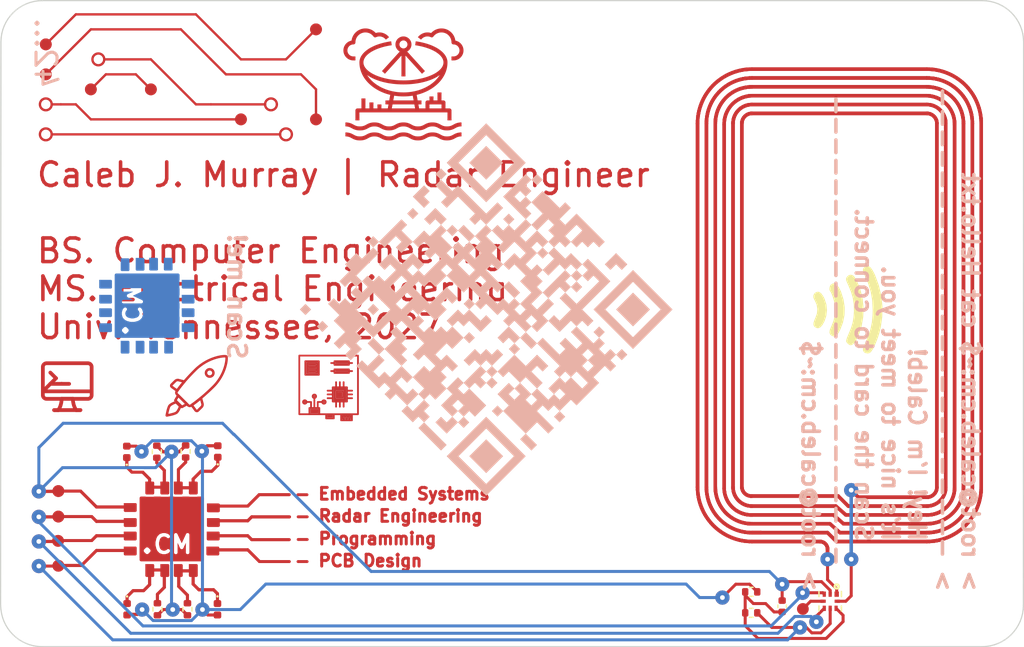
<source format=kicad_pcb>
(kicad_pcb (version 20241229) (generator "pcbnew") (generator_version "9.0")
  (layers (0 "F.Cu" signal) (2 "B.Cu" signal) (13 "F.Paste" user) (15 "B.Paste" user) (5 "F.SilkS" user "F.Silkscreen") (7 "B.SilkS" user "B.Silkscreen") (1 "F.Mask" user) (3 "B.Mask" user) (25 "Edge.Cuts" user))
  (net 0 "")
  (net 1 "VCC")
  (net 2 "GND")
  (net 3 "Net-(D1-Pad1)")
  (net 4 "Net-(D1-Pad2)")
  (net 5 "Net-(D2-Pad1)")
  (net 6 "Net-(D3-Pad1)")
  (net 7 "Net-(D4-Pad1)")
  (net 8 "Net-(C1-Pad1)")
  (net 9 "Net-(TP1-Pad1)")
  (net 10 "Net-(TP2-Pad1)")
  (net 11 "Net-(TP3-Pad1)")
  (net 12 "Net-(U1-Pad1)")
  (footprint "TestPoint:TestPoint_Pad_D1.0mm" (layer "F.Cu") (at 111.506 88.9 -90)
    (property "Reference" "TP2" (hide yes))
    (property "Value" "TestPoint" (hide yes))
  )
  (footprint "TestPoint:TestPoint_Pad_D1.0mm" (layer "F.Cu") (at 111.5314 91.0082 90)
    (property "Reference" "TP4" (hide yes))
    (property "Value" "TestPoint")
  )
  (footprint "LOGO" (layer "F.Cu") (at 178.197211 69.207323)
    (property "Reference" "G***" (hide yes))
    (property "Value" "LOGO" (hide yes))
  )
  (footprint "LED_SMD:LED_0402_1005Metric" (layer "F.Cu") (at 124.9934 94.6912 -90)
    (property "Reference" "D1" (hide yes))
    (property "Value" "LED" (hide yes))
  )
  (footprint "TestPoint:TestPoint_Pad_D1.0mm" (layer "F.Cu") (at 111.531 86.843601)
    (property "Reference" "TP1" (hide yes))
    (property "Value" "TestPoint" (hide yes))
  )
  (footprint "LED_SMD:LED_0402_1005Metric" (layer "F.Cu") (at 125.0188 81.3332 90)
    (property "Reference" "D4" (hide yes))
    (property "Value" "LED" (hide yes))
  )
  (footprint "TestPoint:TestPoint_Pad_D1.0mm" (layer "F.Cu") (at 111.5314 84.6836 90)
    (property "Reference" "TP5" (hide yes))
    (property "Value" "TestPoint")
  )
  (footprint "Resistor_SMD:R_0402_1005Metric" (layer "F.Cu") (at 119.8626 81.3522 90)
    (property "Reference" "R5" (hide yes))
    (property "Value" "220E" (hide yes))
  )
  (footprint "Capacitor_SMD:C_0402_1005Metric" (layer "F.Cu") (at 172.7708 94.4372 90)
    (property "Reference" "C1" (hide yes))
    (property "Value" "220nf" (hide yes))
  )
  (footprint "Resistor_SMD:R_0402_1005Metric" (layer "F.Cu") (at 122.4534 94.6912 -90)
    (property "Reference" "R3" (hide yes))
    (property "Value" "220E" (hide yes))
  )
  (footprint "Resistor_SMD:R_0402_1005Metric" (layer "F.Cu") (at 119.9134 94.6912 -90)
    (property "Reference" "R4" (hide yes))
    (property "Value" "220E" (hide yes))
  )
  (footprint "TestPoint:TestPoint_Pad_D1.0mm" (layer "F.Cu") (at 111.5056 88.901 -90)
    (property "Reference" "TP2" (hide yes))
    (property "Value" "TestPoint" (hide yes))
  )
  (footprint "TestPoint:TestPoint_Pad_D1.0mm" (layer "F.Cu") (at 111.531 84.6846 90)
    (property "Reference" "TP5" (hide yes))
    (property "Value" "TestPoint" (hide yes))
  )
  (footprint "Resistor_SMD:R_0402_1005Metric" (layer "F.Cu") (at 170.1526 93.218)
    (property "Reference" "R2" (hide yes))
    (property "Value" "0E" (hide yes))
  )
  (footprint "LED_SMD:LED_0402_1005Metric" (layer "F.Cu") (at 117.348 94.6912 -90)
    (property "Reference" "D2" (hide yes))
    (property "Value" "LED" (hide yes))
  )
  (footprint "TestPoint:TestPoint_Pad_D1.0mm" (layer "F.Cu") (at 111.5314 86.842601)
    (property "Reference" "TP1" (hide yes))
    (property "Value" "TestPoint" (hide yes))
  )
  (footprint "Resistor_SMD:R_0402_1005Metric" (layer "F.Cu") (at 122.301 81.3288 90)
    (property "Reference" "R6" (hide yes))
    (property "Value" "220E" (hide yes))
  )
  (footprint "LED_SMD:LED_0402_1005Metric" (layer "F.Cu") (at 117.322601 81.363701 90)
    (property "Reference" "D3" (hide yes))
    (property "Value" "LED" (hide yes))
  )
  (footprint "TestPoint:TestPoint_Pad_D1.0mm" (layer "F.Cu") (at 174.5234 94.6658)
    (property "Reference" "TP3" (hide yes))
    (property "Value" "TestPoint" (hide yes))
  )
  (footprint "TestPoint:TestPoint_Pad_D1.0mm" (layer "F.Cu") (at 111.531 91.0092 90)
    (property "Reference" "TP4" (hide yes))
    (property "Value" "TestPoint" (hide yes))
  )
  (footprint "Shawn_PCB_Business_card:PCB" (layer "F.Cu") (at 125.71 55.75)
    (property "Reference" "REF**" (hide yes))
    (property "Value" "PCB" (hide yes))
  )
  (footprint "Shawn_PCB_Business_card:IC_NT3H1101W0FHKH" (layer "F.Cu") (at 176.8348 94.013355 -90)
    (property "Reference" "U1" (hide yes))
    (property "Value" "NT3H1101W0FHKH" (hide yes))
  )
  (footprint "Resistor_SMD:R_0402_1005Metric" (layer "F.Cu") (at 170.1546 94.996 180)
    (property "Reference" "R1" (hide yes))
    (property "Value" "0E" (hide yes))
  )
  (footprint "qr:qrcodefoot" (layer "B.Cu") (at 147.73 69.31 135)
    (property "Reference" "G***" (hide yes))
    (property "Value" "LOGO" (hide yes))
  )
  (gr_line (start 120.53 91.667) (end 120.535 91.167) (stroke (width 0.2)) (layer "F.Cu") (net 5))
  (gr_line (start 122.943 84.682) (end 122.948 84.182) (stroke (width 0.2)) (layer "F.Cu") (net 7))
  (gr_line (start 117.354 88.481) (end 117.854 88.486) (stroke (width 0.2)) (layer "F.Cu") (net 10))
  (gr_rect (start 124.315 85.945) (end 124.965 86.255) (stroke (width 0.2)) (fill no) (layer "F.Cu"))
  (gr_rect (start 122.788 84.102) (end 123.098 84.752) (stroke (width 0.2)) (fill no) (layer "F.Cu") (net 7))
  (gr_rect (start 117.294 89.606) (end 117.944 89.916) (stroke (width 0.2)) (fill no) (layer "F.Cu") (net 1))
  (gr_rect (start 122.678 83.982) (end 123.218 84.862) (stroke (width 0.2)) (fill no) (layer "F.Cu") (net 7))
  (gr_rect (start 117.284 87.183) (end 117.934 87.493) (stroke (width 0.2)) (fill no) (layer "F.Cu") (net 9))
  (gr_line (start 121.673 91.667) (end 121.678 91.167) (stroke (width 0.2)) (layer "F.Cu") (net 3))
  (gr_rect (start 117.284 85.913) (end 117.934 86.223) (stroke (width 0.2)) (fill no) (layer "F.Cu") (net 2))
  (gr_line (start 124.385 87.338) (end 124.885 87.343) (stroke (width 0.2)) (layer "F.Cu"))
  (gr_rect (start 124.205 87.073) (end 125.085 87.613) (stroke (width 0.2)) (fill no) (layer "F.Cu"))
  (gr_line (start 119.26 91.667) (end 119.265 91.167) (stroke (width 0.2)) (layer "F.Cu") (net 5))
  (gr_rect (start 121.518 84.102) (end 121.828 84.752) (stroke (width 0.2)) (fill no) (layer "F.Cu") (net 7))
  (gr_poly (pts (xy 136.039192 74.606791) (xy 134.966256 74.606791) (xy 134.966256 74.524258) (xy 134.966256 74.454929) (xy 136.039192 74.454929)) (fill yes) (layer "F.Cu"))
  (gr_poly (pts (xy 133.284963 74.187956) (xy 133.293378 74.189226) (xy 133.301212 74.191275) (xy 133.308466 74.194046) (xy 133.31514 74.197485) (xy 133.321233 74.201535) (xy 133.326746 74.206142) (xy 133.331679 74.211249) (xy 133.336031 74.216801) (xy 133.339803 74.222743) (xy 133.342995 74.229018) (xy 133.345606 74.235571) (xy 133.347637 74.242346) (xy 133.349088 74.249289) (xy 133.349959 74.256342) (xy 133.350249 74.263452) (xy 133.349959 74.270561) (xy 133.349088 74.277615) (xy 133.347637 74.284557) (xy 133.345606 74.291333) (xy 133.342995 74.297886) (xy 133.339803 74.304161) (xy 133.336031 74.310102) (xy 133.331679 74.315654) (xy 133.326746 74.320761) (xy 133.321233 74.325368) (xy 133.31514 74.329418) (xy 133.308466 74.332857) (xy 133.301212 74.335629) (xy 133.293378 74.337677) (xy 133.284963 74.338947) (xy 133.275969 74.339383) (xy 132.718042 74.339383) (xy 132.709347 74.338947) (xy 132.701213 74.337677) (xy 132.693639 74.335629) (xy 132.686627 74.332857) (xy 132.680176 74.329418) (xy 132.674286 74.325368) (xy 132.668957 74.320761) (xy 132.664189 74.315654) (xy 132.659981 74.310102) (xy 132.656335 74.304161) (xy 132.65325 74.297886) (xy 132.650725 74.291333) (xy 132.648762 74.284557) (xy 132.647359 74.277615) (xy 132.646518 74.270561) (xy 132.646237 74.263452) (xy 132.646518 74.256342) (xy 132.647359 74.249289) (xy 132.648762 74.242346) (xy 132.650725 74.235571) (xy 132.65325 74.229018) (xy 132.656335 74.222743) (xy 132.659981 74.216801) (xy 132.664189 74.211249) (xy 132.668957 74.206142) (xy 132.674286 74.201535) (xy 132.680176 74.197485) (xy 132.686627 74.194046) (xy 132.693639 74.191275) (xy 132.701213 74.189226) (xy 132.709347 74.187956) (xy 132.718042 74.187521) (xy 133.275969 74.187521)) (fill yes) (layer "F.Cu"))
  (gr_rect (start 120.265 90.967) (end 120.805 91.847) (stroke (width 0.2)) (fill no) (layer "F.Cu") (net 5))
  (gr_poly (pts (xy 136.296697 78.621223) (xy 136.210861 78.621223) (xy 136.211133 78.607388) (xy 136.211796 78.592098) (xy 136.213389 78.558446) (xy 136.213864 78.540733) (xy 136.213821 78.52286) (xy 136.213034 78.505152) (xy 136.211274 78.487932) (xy 136.209959 78.479606) (xy 136.208315 78.471524) (xy 136.206315 78.463726) (xy 136.20393 78.456253) (xy 136.201131 78.449145) (xy 136.197891 78.442442) (xy 136.19418 78.436186) (xy 136.18997 78.430416) (xy 136.185234 78.425173) (xy 136.179941 78.420498) (xy 136.174065 78.416431) (xy 136.167576 78.413013) (xy 136.160447 78.410284) (xy 136.152649 78.408284) (xy 136.144153 78.407055) (xy 136.13493 78.406636) (xy 136.126008 78.407055) (xy 136.117794 78.408284) (xy 136.110258 78.410284) (xy 136.103374 78.413013) (xy 136.097115 78.416431) (xy 136.091451 78.420498) (xy 136.086355 78.425173) (xy 136.0818 78.430416) (xy 136.077757 78.436186) (xy 136.074199 78.442442) (xy 136.071098 78.449145) (xy 136.068427 78.456253) (xy 136.066157 78.463726) (xy 136.06426 78.471524) (xy 136.061476 78.487932) (xy 136.059853 78.505152) (xy 136.059168 78.52286) (xy 136.059198 78.540733) (xy 136.059722 78.558446) (xy 136.06136 78.592098) (xy 136.062301 78.621223) (xy 135.989672 78.621223) (xy 135.990471 78.592098) (xy 135.991735 78.558446) (xy 135.992009 78.540733) (xy 135.991761 78.52286) (xy 135.990778 78.505152) (xy 135.988846 78.487932) (xy 135.987459 78.479606) (xy 135.985755 78.471524) (xy 135.983707 78.463726) (xy 135.981289 78.456253) (xy 135.978475 78.449145) (xy 135.975238 78.442442) (xy 135.971551 78.436186) (xy 135.967388 78.430416) (xy 135.962721 78.425173) (xy 135.957526 78.420498) (xy 135.951774 78.416431) (xy 135.945439 78.413013) (xy 135.938495 78.410284) (xy 135.930915 78.408284) (xy 135.922673 78.407055) (xy 135.913741 78.406636) (xy 135.904519 78.407055) (xy 135.896023 78.408284) (xy 135.888224 78.410284) (xy 135.881095 78.413013) (xy 135.874607 78.416431) (xy 135.86873 78.420498) (xy 135.863438 78.425173) (xy 135.858701 78.430416) (xy 135.854492 78.436186) (xy 135.850781 78.442442) (xy 135.84754 78.449145) (xy 135.844742 78.456253) (xy 135.842356 78.463726) (xy 135.840356 78.471524) (xy 135.837397 78.487932) (xy 135.835638 78.505152) (xy 135.83485 78.52286) (xy 135.834808 78.540733) (xy 135.835282 78.558446) (xy 135.836875 78.592098) (xy 135.83781 78.621223) (xy 135.76518 78.621223) (xy 135.765453 78.607388) (xy 135.766122 78.592098) (xy 135.76776 78.558446) (xy 135.768284 78.540733) (xy 135.768314 78.52286) (xy 135.767629 78.505152) (xy 135.766006 78.487932) (xy 135.764773 78.479606) (xy 135.763222 78.471524) (xy 135.761325 78.463726) (xy 135.759055 78.456253) (xy 135.756383 78.449145) (xy 135.753282 78.442442) (xy 135.749725 78.436186) (xy 135.745682 78.430416) (xy 135.741127 78.425173) (xy 135.736031 78.420498) (xy 135.730367 78.416431) (xy 135.724107 78.413013) (xy 135.717223 78.410284) (xy 135.709688 78.408284) (xy 135.701473 78.407055) (xy 135.692551 78.406636) (xy 135.683329 78.407055) (xy 135.674833 78.408284) (xy 135.667034 78.410284) (xy 135.659905 78.413013) (xy 135.653416 78.416431) (xy 135.64754 78.420498) (xy 135.642248 78.425173) (xy 135.637511 78.430416) (xy 135.633302 78.436186) (xy 135.629591 78.442442) (xy 135.62635 78.449145) (xy 135.623552 78.456253) (xy 135.621166 78.463726) (xy 135.619166 78.471524) (xy 135.616207 78.487932) (xy 135.614448 78.505152) (xy 135.61366 78.52286) (xy 135.613618 78.540733) (xy 135.614092 78.558446) (xy 135.615685 78.592098) (xy 135.61662 78.621223) (xy 135.530785 78.621223) (xy 135.530785 78.251473) (xy 136.296697 78.251473)) (fill yes) (layer "F.Cu"))
  (gr_line (start 117.354 87.338) (end 117.854 87.343) (stroke (width 0.2)) (layer "F.Cu") (net 9))
  (gr_rect (start 118.995 83.982) (end 119.535 84.862) (stroke (width 0.2)) (fill no) (layer "F.Cu") (net 6))
  (gr_rect (start 122.788 91.087) (end 123.098 91.737) (stroke (width 0.2)) (fill no) (layer "F.Cu") (net 3))
  (gr_poly (pts (xy 132.39 77.07) (xy 132.398134 77.071187) (xy 132.405707 77.073102) (xy 132.412719 77.075692) (xy 132.41917 77.078907) (xy 132.42506 77.082693) (xy 132.43039 77.086999) (xy 132.435158 77.091773) (xy 132.439365 77.096963) (xy 132.443012 77.102517) (xy 132.446097 77.108383) (xy 132.448621 77.114509) (xy 132.450585 77.120842) (xy 132.451987 77.127332) (xy 132.452828 77.133926) (xy 132.453109 77.140571) (xy 132.452828 77.147217) (xy 132.451987 77.15381) (xy 132.450585 77.1603) (xy 132.448621 77.166634) (xy 132.446097 77.17276) (xy 132.443012 77.178625) (xy 132.439365 77.184179) (xy 132.435158 77.189369) (xy 132.43039 77.194143) (xy 132.42506 77.19845) (xy 132.41917 77.202236) (xy 132.412719 77.20545) (xy 132.405707 77.208041) (xy 132.398134 77.209956) (xy 132.39 77.211143) (xy 132.381305 77.21155) (xy 132.37291 77.211143) (xy 132.365056 77.209956) (xy 132.357744 77.208041) (xy 132.350974 77.20545) (xy 132.344745 77.202236) (xy 132.339058 77.19845) (xy 132.333912 77.194143) (xy 132.329309 77.189369) (xy 132.325246 77.184179) (xy 132.321726 77.178625) (xy 132.318747 77.17276) (xy 132.31631 77.166634) (xy 132.314414 77.1603) (xy 132.31306 77.15381) (xy 132.312247 77.147217) (xy 132.311977 77.140571) (xy 132.312247 77.133926) (xy 132.31306 77.127332) (xy 132.314414 77.120842) (xy 132.31631 77.114509) (xy 132.318747 77.108383) (xy 132.321726 77.102517) (xy 132.325246 77.096963) (xy 132.329309 77.091773) (xy 132.333912 77.086999) (xy 132.339058 77.082693) (xy 132.344745 77.078907) (xy 132.350974 77.075692) (xy 132.357744 77.073102) (xy 132.365056 77.071187) (xy 132.37291 77.07) (xy 132.381305 77.069592)) (fill yes) (layer "F.Cu"))
  (gr_poly (pts (xy 133.284963 74.485068) (xy 133.293378 74.48631) (xy 133.301212 74.488314) (xy 133.308466 74.491025) (xy 133.31514 74.494389) (xy 133.321233 74.498352) (xy 133.326746 74.502858) (xy 133.331679 74.507854) (xy 133.336031 74.513286) (xy 133.339803 74.519098) (xy 133.342995 74.525236) (xy 133.345606 74.531647) (xy 133.347637 74.538275) (xy 133.349088 74.545067) (xy 133.349959 74.551967) (xy 133.350249 74.558922) (xy 133.349959 74.565876) (xy 133.349088 74.572777) (xy 133.347637 74.579568) (xy 133.345606 74.586197) (xy 133.342995 74.592607) (xy 133.339803 74.598746) (xy 133.336031 74.604558) (xy 133.331679 74.609989) (xy 133.326746 74.614986) (xy 133.321233 74.619492) (xy 133.31514 74.623454) (xy 133.308466 74.626818) (xy 133.301212 74.62953) (xy 133.293378 74.631534) (xy 133.284963 74.632776) (xy 133.275969 74.633202) (xy 132.718042 74.633202) (xy 132.709347 74.632776) (xy 132.701213 74.631534) (xy 132.693639 74.62953) (xy 132.686627 74.626818) (xy 132.680176 74.623454) (xy 132.674286 74.619492) (xy 132.668957 74.614986) (xy 132.664189 74.609989) (xy 132.659981 74.604558) (xy 132.656335 74.598746) (xy 132.65325 74.592607) (xy 132.650725 74.586197) (xy 132.648762 74.579568) (xy 132.647359 74.572777) (xy 132.646518 74.565876) (xy 132.646237 74.558922) (xy 132.646518 74.551967) (xy 132.647359 74.545067) (xy 132.648762 74.538275) (xy 132.650725 74.531647) (xy 132.65325 74.525236) (xy 132.656335 74.519098) (xy 132.659981 74.513286) (xy 132.664189 74.507854) (xy 132.668957 74.502858) (xy 132.674286 74.498352) (xy 132.680176 74.494389) (xy 132.686627 74.491025) (xy 132.693639 74.488314) (xy 132.701213 74.48631) (xy 132.709347 74.485068) (xy 132.718042 74.484642) (xy 133.275969 74.484642)) (fill yes) (layer "F.Cu"))
  (gr_poly (pts (xy 133.284963 73.894128) (xy 133.293378 73.89537) (xy 133.301212 73.897374) (xy 133.308466 73.900085) (xy 133.31514 73.903449) (xy 133.321233 73.907411) (xy 133.326746 73.911918) (xy 133.331679 73.916914) (xy 133.336031 73.922345) (xy 133.339803 73.928157) (xy 133.342995 73.934296) (xy 133.345606 73.940707) (xy 133.347637 73.947335) (xy 133.349088 73.954127) (xy 133.349959 73.961027) (xy 133.350249 73.967982) (xy 133.349959 73.974936) (xy 133.349088 73.981837) (xy 133.347637 73.988628) (xy 133.345606 73.995256) (xy 133.342995 74.001667) (xy 133.339803 74.007806) (xy 133.336031 74.013618) (xy 133.331679 74.019049) (xy 133.326746 74.024045) (xy 133.321233 74.028552) (xy 133.31514 74.032514) (xy 133.308466 74.035878) (xy 133.301212 74.038589) (xy 133.293378 74.040593) (xy 133.284963 74.041836) (xy 133.275969 74.042262) (xy 132.718042 74.042262) (xy 132.709347 74.041836) (xy 132.701213 74.040593) (xy 132.693639 74.038589) (xy 132.686627 74.035878) (xy 132.680176 74.032514) (xy 132.674286 74.028552) (xy 132.668957 74.024045) (xy 132.664189 74.019049) (xy 132.659981 74.013618) (xy 132.656335 74.007806) (xy 132.65325 74.001667) (xy 132.650725 73.995256) (xy 132.648762 73.988628) (xy 132.647359 73.981837) (xy 132.646518 73.974936) (xy 132.646237 73.967982) (xy 132.646518 73.961027) (xy 132.647359 73.954127) (xy 132.648762 73.947335) (xy 132.650725 73.940707) (xy 132.65325 73.934296) (xy 132.656335 73.928157) (xy 132.659981 73.922345) (xy 132.664189 73.916914) (xy 132.668957 73.911918) (xy 132.674286 73.907411) (xy 132.680176 73.903449) (xy 132.686627 73.900085) (xy 132.693639 73.897374) (xy 132.701213 73.89537) (xy 132.709347 73.894128) (xy 132.718042 73.893701) (xy 133.275969 73.893701)) (fill yes) (layer "F.Cu"))
  (gr_rect (start 119.105 91.087) (end 119.415 91.737) (stroke (width 0.2)) (fill no) (layer "F.Cu") (net 5))
  (gr_poly (pts (xy 135.623915 76.155217) (xy 135.627847 76.155501) (xy 135.631712 76.155969) (xy 135.635506 76.156617) (xy 135.639225 76.157438) (xy 135.642865 76.158428) (xy 135.646422 76.159583) (xy 135.649891 76.160898) (xy 135.653268 76.162367) (xy 135.65655 76.163987) (xy 135.65973 76.165751) (xy 135.662806 76.167655) (xy 135.665774 76.169695) (xy 135.668628 76.171866) (xy 135.671365 76.174162) (xy 135.673981 76.176579) (xy 135.676471 76.179113) (xy 135.67883 76.181757) (xy 135.681056 76.184508) (xy 135.683143 76.18736) (xy 135.685088 76.190309) (xy 135.686885 76.19335) (xy 135.688532 76.196479) (xy 135.690023 76.199689) (xy 135.691355 76.202976) (xy 135.692523 76.206337) (xy 135.693522 76.209764) (xy 135.69435 76.213255) (xy 135.695001 76.216804) (xy 135.695471 76.220406) (xy 135.695756 76.224056) (xy 135.695852 76.22775) (xy 135.695852 76.772472) (xy 135.695756 76.776465) (xy 135.695471 76.780397) (xy 135.695001 76.784262) (xy 135.69435 76.788056) (xy 135.693522 76.791776) (xy 135.692523 76.795416) (xy 135.691355 76.798973) (xy 135.690023 76.802442) (xy 135.688532 76.805819) (xy 135.686885 76.8091) (xy 135.685088 76.812281) (xy 135.683143 76.815357) (xy 135.681056 76.818324) (xy 135.67883 76.821179) (xy 135.676471 76.823916) (xy 135.673981 76.826531) (xy 135.671365 76.829021) (xy 135.668628 76.831381) (xy 135.665774 76.833606) (xy 135.662806 76.835694) (xy 135.65973 76.837638) (xy 135.65655 76.839436) (xy 135.653268 76.841082) (xy 135.649891 76.842574) (xy 135.646422 76.843905) (xy 135.642865 76.845073) (xy 135.639225 76.846073) (xy 135.635506 76.8469) (xy 135.631712 76.847551) (xy 135.627847 76.848021) (xy 135.623915 76.848306) (xy 135.619921 76.848402) (xy 135.0752 76.848402) (xy 135.071497 76.848306) (xy 135.067819 76.848021) (xy 135.064172 76.847551) (xy 135.060563 76.8469) (xy 135.056998 76.846073) (xy 135.053482 76.845073) (xy 135.050021 76.843905) (xy 135.046623 76.842574) (xy 135.043292 76.841082) (xy 135.040035 76.839436) (xy 135.036857 76.837638) (xy 135.033766 76.835694) (xy 135.030766 76.833606) (xy 135.027864 76.831381) (xy 135.025066 76.829021) (xy 135.022378 76.826531) (xy 135.019807 76.823916) (xy 135.017357 76.821179) (xy 135.015036 76.818324) (xy 135.012848 76.815357) (xy 135.010801 76.812281) (xy 135.008901 76.8091) (xy 135.007152 76.805819) (xy 135.005562 76.802442) (xy 135.004137 76.798973) (xy 135.002882 76.795416) (xy 135.001803 76.791776) (xy 135.000907 76.788056) (xy 135.000199 76.784262) (xy 134.999687 76.780397) (xy 134.999374 76.776465) (xy 134.999269 76.772472) (xy 134.999269 76.696541) (xy 135.151131 76.696541) (xy 135.54399 76.696541) (xy 135.54399 76.303681) (xy 135.151131 76.303681) (xy 135.151131 76.696541) (xy 134.999269 76.696541) (xy 134.999269 76.22775) (xy 134.999374 76.224056) (xy 134.999687 76.220406) (xy 135.000199 76.216804) (xy 135.000907 76.213255) (xy 135.001803 76.209764) (xy 135.002882 76.206337) (xy 135.004137 76.202976) (xy 135.005562 76.199689) (xy 135.007152 76.196479) (xy 135.008901 76.19335) (xy 135.010801 76.190309) (xy 135.012848 76.18736) (xy 135.015036 76.184508) (xy 135.017357 76.181757) (xy 135.019807 76.179113) (xy 135.022378 76.176579) (xy 135.025066 76.174162) (xy 135.027864 76.171866) (xy 135.030766 76.169695) (xy 135.033766 76.167655) (xy 135.036857 76.165751) (xy 135.040035 76.163987) (xy 135.043292 76.162367) (xy 135.046623 76.160898) (xy 135.050021 76.159583) (xy 135.053482 76.158428) (xy 135.056998 76.157438) (xy 135.060563 76.156617) (xy 135.064172 76.155969) (xy 135.067819 76.155501) (xy 135.071497 76.155217) (xy 135.0752 76.155121) (xy 135.619921 76.155121)) (fill yes) (layer "F.Cu"))
  (gr_rect (start 124.159 89.486) (end 125.039 90.026) (stroke (width 0.2)) (fill no) (layer "F.Cu"))
  (gr_line (start 112.76 76.875) (end 111.8075 76.875) (stroke (width 0.317499)) (layer "F.Cu"))
  (gr_line (start 121.673 84.682) (end 121.678 84.182) (stroke (width 0.2)) (layer "F.Cu") (net 7))
  (gr_line (start 117.354 86.068) (end 117.854 86.073) (stroke (width 0.2)) (layer "F.Cu") (net 2))
  (gr_line (start 124.339 89.751) (end 124.839 89.756) (stroke (width 0.2)) (layer "F.Cu"))
  (gr_rect (start 117.174 87.073) (end 118.054 87.613) (stroke (width 0.2)) (fill no) (layer "F.Cu") (net 9))
  (gr_rect (start 118.995 90.967) (end 119.535 91.847) (stroke (width 0.2)) (fill no) (layer "F.Cu") (net 5))
  (gr_line (start 124.375 88.481) (end 124.875 88.486) (stroke (width 0.2)) (layer "F.Cu"))
  (gr_line (start 122.943 91.667) (end 122.948 91.167) (stroke (width 0.2)) (layer "F.Cu") (net 3))
  (gr_rect (start 117.284 88.326) (end 117.934 88.636) (stroke (width 0.2)) (fill no) (layer "F.Cu") (net 10))
  (gr_line (start 111.52175 77.8275) (end 111.1725 77.8275) (stroke (width 0.317499)) (layer "F.Cu"))
  (gr_poly (pts (xy 134.761572 78.456156) (xy 134.266371 78.456156) (xy 134.266371 78.251473) (xy 134.761572 78.251473)) (fill yes) (layer "F.Cu"))
  (gr_rect (start 120.265 83.982) (end 120.805 84.862) (stroke (width 0.2)) (fill no) (layer "F.Cu") (net 6))
  (gr_poly (pts (xy 135.54399 76.696541) (xy 135.151131 76.696541) (xy 135.151131 76.303681) (xy 135.54399 76.303681)) (fill yes) (layer "F.Cu"))
  (gr_rect (start 120.375 84.102) (end 120.685 84.752) (stroke (width 0.2)) (fill no) (layer "F.Cu") (net 6))
  (gr_rect (start 120.375 91.087) (end 120.685 91.737) (stroke (width 0.2)) (fill no) (layer "F.Cu") (net 5))
  (gr_line (start 119.26 84.682) (end 119.265 84.182) (stroke (width 0.2)) (layer "F.Cu") (net 6))
  (gr_rect (start 117.174 85.803) (end 118.054 86.343) (stroke (width 0.2)) (fill no) (layer "F.Cu") (net 2))
  (gr_rect (start 122.678 90.967) (end 123.218 91.847) (stroke (width 0.2)) (fill no) (layer "F.Cu") (net 3))
  (gr_line (start 117.874 89.761) (end 117.374 89.756) (stroke (width 0.2)) (layer "F.Cu") (net 1))
  (gr_rect (start 124.315 87.183) (end 124.965 87.493) (stroke (width 0.2)) (fill no) (layer "F.Cu"))
  (gr_rect (start 124.305 88.326) (end 124.955 88.636) (stroke (width 0.2)) (fill no) (layer "F.Cu"))
  (gr_rect (start 121.408 90.967) (end 121.948 91.847) (stroke (width 0.2)) (fill no) (layer "F.Cu") (net 3))
  (gr_poly (pts (xy 133.536775 78.102913) (xy 132.850095 78.102913) (xy 132.850095 77.72656) (xy 133.536775 77.72656)) (fill yes) (layer "F.Cu"))
  (gr_rect (start 124.269 89.596) (end 124.919 89.906) (stroke (width 0.2)) (fill no) (layer "F.Cu"))
  (gr_rect (start 121.518 91.087) (end 121.828 91.737) (stroke (width 0.2)) (fill no) (layer "F.Cu") (net 3))
  (gr_line (start 124.385 86.1) (end 124.885 86.105) (stroke (width 0.2)) (layer "F.Cu"))
  (gr_line (start 120.53 84.682) (end 120.535 84.182) (stroke (width 0.2)) (layer "F.Cu") (net 6))
  (gr_rect (start 124.205 85.835) (end 125.085 86.375) (stroke (width 0.2)) (fill no) (layer "F.Cu"))
  (gr_poly (pts (xy 133.201821 76.588004) (xy 133.209647 76.589191) (xy 133.216914 76.591105) (xy 133.223624 76.593696) (xy 133.229778 76.596911) (xy 133.235377 76.600697) (xy 133.240422 76.605003) (xy 133.244915 76.609777) (xy 133.248857 76.614967) (xy 133.252248 76.620521) (xy 133.255091 76.626387) (xy 133.257386 76.632513) (xy 133.259134 76.638846) (xy 133.260337 76.645336) (xy 133.260996 76.65193) (xy 133.261112 76.658575) (xy 133.260687 76.665221) (xy 133.259721 76.671815) (xy 133.258216 76.678304) (xy 133.256173 76.684638) (xy 133.253594 76.690764) (xy 133.250478 76.696629) (xy 133.246828 76.702183) (xy 133.242646 76.707373) (xy 133.237931 76.712147) (xy 133.232685 76.716454) (xy 133.22691 76.72024) (xy 133.220607 76.723454) (xy 133.213776 76.726045) (xy 133.206419 76.72796) (xy 133.198538 76.729147) (xy 133.190134 76.729554) (xy 133.182038 76.728857) (xy 133.174466 76.727416) (xy 133.167417 76.725283) (xy 133.160892 76.722507) (xy 133.154892 76.719138) (xy 133.149417 76.715228) (xy 133.144468 76.710825) (xy 133.140046 76.70598) (xy 133.136151 76.700744) (xy 133.132783 76.695166) (xy 133.129944 76.689297) (xy 133.127634 76.683187) (xy 133.125853 76.676886) (xy 133.124602 76.670443) (xy 133.123883 76.663911) (xy 133.123694 76.657337) (xy 133.124038 76.650774) (xy 133.124914 76.64427) (xy 133.126323 76.637876) (xy 133.128266 76.631642) (xy 133.130743 76.625619) (xy 133.133755 76.619856) (xy 133.137303 76.614404) (xy 133.141387 76.609313) (xy 133.146008 76.604633) (xy 133.151166 76.600414) (xy 133.156863 76.596707) (xy 133.163097 76.593561) (xy 133.169871 76.591027) (xy 133.177185 76.589154) (xy 133.18504 76.587994) (xy 133.193435 76.587596)) (fill yes) (layer "F.Cu"))
  (gr_poly (pts (xy 136.122602 73.616656) (xy 136.129577 73.617441) (xy 136.136064 73.618723) (xy 136.142082 73.620477) (xy 136.147647 73.62268) (xy 136.152778 73.625311) (xy 136.157492 73.628345) (xy 136.161806 73.63176) (xy 136.165738 73.635534) (xy 136.169306 73.639641) (xy 136.172526 73.644061) (xy 136.175417 73.64877) (xy 136.177997 73.653745) (xy 136.180282 73.658963) (xy 136.18229 73.664401) (xy 136.184038 73.670035) (xy 136.185545 73.675844) (xy 136.186828 73.681804) (xy 136.187904 73.687893) (xy 136.18879 73.694086) (xy 136.190066 73.706697) (xy 136.190796 73.719452) (xy 136.191119 73.732169) (xy 136.191176 73.744664) (xy 136.191054 73.76825) (xy 136.385832 73.76825) (xy 136.394528 73.768677) (xy 136.402662 73.769919) (xy 136.410235 73.771923) (xy 136.417247 73.774634) (xy 136.423698 73.777998) (xy 136.429588 73.78196) (xy 136.434917 73.786467) (xy 136.439686 73.791463) (xy 136.443893 73.796894) (xy 136.447539 73.802706) (xy 136.450625 73.808845) (xy 136.453149 73.815256) (xy 136.455112 73.821884) (xy 136.456515 73.828676) (xy 136.457356 73.835576) (xy 136.457637 73.842531) (xy 136.457356 73.849485) (xy 136.456515 73.856386) (xy 136.455112 73.863177) (xy 136.453149 73.869805) (xy 136.450625 73.876216) (xy 136.447539 73.882355) (xy 136.443893 73.888167) (xy 136.439686 73.893598) (xy 136.434917 73.898594) (xy 136.429588 73.903101) (xy 136.423698 73.907063) (xy 136.417247 73.910427) (xy 136.410235 73.913138) (xy 136.402662 73.915142) (xy 136.394528 73.916385) (xy 136.385832 73.916811) (xy 136.191054 73.916811) (xy 136.191176 73.940397) (xy 136.190796 73.965609) (xy 136.190066 73.978364) (xy 136.18879 73.990975) (xy 136.186828 74.003257) (xy 136.184038 74.015026) (xy 136.18229 74.020661) (xy 136.180282 74.026098) (xy 136.177997 74.031316) (xy 136.175417 74.036291) (xy 136.172526 74.041) (xy 136.169306 74.04542) (xy 136.165738 74.049528) (xy 136.161806 74.053301) (xy 136.157492 74.056716) (xy 136.152778 74.05975) (xy 136.147647 74.062381) (xy 136.142082 74.064584) (xy 136.136064 74.066338) (xy 136.129577 74.06762) (xy 136.122602 74.068405) (xy 136.115123 74.068672) (xy 134.890325 74.068672) (xy 134.882855 74.068405) (xy 134.875908 74.06762) (xy 134.869465 74.066338) (xy 134.863508 74.064584) (xy 134.858017 74.062381) (xy 134.852974 74.05975) (xy 134.848361 74.056716) (xy 134.844158 74.053301) (xy 134.840346 74.049528) (xy 134.836908 74.04542) (xy 134.833823 74.041) (xy 134.831075 74.036291) (xy 134.828643 74.031316) (xy 134.826509 74.026098) (xy 134.824654 74.020661) (xy 134.82306 74.015026) (xy 134.821707 74.009217) (xy 134.820578 74.003257) (xy 134.819653 73.997168) (xy 134.818914 73.990975) (xy 134.817917 73.978364) (xy 134.817437 73.965609) (xy 134.817325 73.952892) (xy 134.817431 73.940397) (xy 134.817695 73.916811) (xy 134.966256 73.916811) (xy 136.039192 73.916811) (xy 136.039192 73.764949) (xy 134.966256 73.764949) (xy 134.966256 73.916811) (xy 134.817695 73.916811) (xy 134.613012 73.916811) (xy 134.604317 73.916385) (xy 134.596183 73.915142) (xy 134.58861 73.913138) (xy 134.581598 73.910427) (xy 134.575147 73.907063) (xy 134.569256 73.903101) (xy 134.563927 73.898594) (xy 134.559159 73.893598) (xy 134.554952 73.888167) (xy 134.551305 73.882355) (xy 134.54822 73.876216) (xy 134.545696 73.869805) (xy 134.543732 73.863177) (xy 134.54233 73.856386) (xy 134.541488 73.849485) (xy 134.541208 73.842531) (xy 134.541488 73.835576) (xy 134.54233 73.828676) (xy 134.543732 73.821884) (xy 134.545696 73.815256) (xy 134.54822 73.808845) (xy 134.551305 73.802706) (xy 134.554952 73.796894) (xy 134.559159 73.791463) (xy 134.563927 73.786467) (xy 134.569256 73.78196) (xy 134.575147 73.777998) (xy 134.581598 73.774634) (xy 134.58861 73.771923) (xy 134.596183 73.769919) (xy 134.604317 73.768677) (xy 134.613012 73.76825) (xy 134.817695 73.76825) (xy 134.817437 73.719452) (xy 134.817917 73.706697) (xy 134.818914 73.694086) (xy 134.820578 73.681804) (xy 134.82306 73.670035) (xy 134.824654 73.664401) (xy 134.826509 73.658963) (xy 134.828643 73.653745) (xy 134.831075 73.64877) (xy 134.833823 73.644061) (xy 134.836908 73.639641) (xy 134.840346 73.635534) (xy 134.844158 73.63176) (xy 134.848361 73.628345) (xy 134.852974 73.625311) (xy 134.858017 73.62268) (xy 134.863508 73.620477) (xy 134.869465 73.618723) (xy 134.875908 73.617441) (xy 134.882855 73.616656) (xy 134.890325 73.616389) (xy 136.115123 73.616389)) (fill yes) (layer "F.Cu"))
  (gr_rect (start 117.174 88.216) (end 118.054 88.756) (stroke (width 0.2)) (fill no) (layer "F.Cu") (net 10))
  (gr_rect (start 119.105 84.102) (end 119.415 84.752) (stroke (width 0.2)) (fill no) (layer "F.Cu") (net 6))
  (gr_rect (start 121.408 83.982) (end 121.948 84.862) (stroke (width 0.2)) (fill no) (layer "F.Cu") (net 7))
  (gr_rect (start 124.195 88.216) (end 125.075 88.756) (stroke (width 0.2)) (fill no) (layer "F.Cu"))
  (gr_poly (pts (xy 133.573782 73.616485) (xy 133.577713 73.61677) (xy 133.581578 73.61724) (xy 133.585373 73.617891) (xy 133.589092 73.618718) (xy 133.592732 73.619718) (xy 133.596289 73.620886) (xy 133.599758 73.622218) (xy 133.603135 73.623709) (xy 133.606416 73.625355) (xy 133.609597 73.627153) (xy 133.612673 73.629097) (xy 133.61564 73.631185) (xy 133.618495 73.63341) (xy 133.621232 73.63577) (xy 133.623847 73.63826) (xy 133.626337 73.640876) (xy 133.628697 73.643613) (xy 133.630923 73.646467) (xy 133.63301 73.649434) (xy 133.634954 73.65251) (xy 133.636752 73.655691) (xy 133.638399 73.658972) (xy 133.63989 73.662349) (xy 133.641221 73.665819) (xy 133.642389 73.669375) (xy 133.643389 73.673015) (xy 133.644216 73.676735) (xy 133.644867 73.680529) (xy 133.645338 73.684394) (xy 133.645623 73.688326) (xy 133.645719 73.692319) (xy 133.645719 74.837885) (xy 133.645623 74.841579) (xy 133.645338 74.845229) (xy 133.644867 74.848831) (xy 133.644216 74.85238) (xy 133.643389 74.855871) (xy 133.642389 74.859299) (xy 133.641221 74.862659) (xy 133.63989 74.865947) (xy 133.638399 74.869157) (xy 133.636752 74.872285) (xy 133.634954 74.875326) (xy 133.63301 74.878275) (xy 133.630923 74.881127) (xy 133.628697 74.883878) (xy 133.626337 74.886523) (xy 133.623847 74.889056) (xy 133.621232 74.891473) (xy 133.618495 74.893769) (xy 133.61564 74.89594) (xy 133.612673 74.89798) (xy 133.609597 74.899884) (xy 133.606416 74.901649) (xy 133.603135 74.903268) (xy 133.599758 74.904737) (xy 133.596289 74.906052) (xy 133.592732 74.907207) (xy 133.589092 74.908197) (xy 133.585373 74.909019) (xy 133.581578 74.909666) (xy 133.577713 74.910134) (xy 133.573782 74.910419) (xy 133.569788 74.910515) (xy 132.424222 74.910515) (xy 132.420528 74.910419) (xy 132.416878 74.910134) (xy 132.413276 74.909666) (xy 132.409727 74.909019) (xy 132.406237 74.908197) (xy 132.402809 74.907207) (xy 132.399448 74.906052) (xy 132.396161 74.904737) (xy 132.392951 74.903268) (xy 132.389822 74.901649) (xy 132.386781 74.899884) (xy 132.383832 74.89798) (xy 132.38098 74.89594) (xy 132.378229 74.893769) (xy 132.375585 74.891473) (xy 132.373051 74.889056) (xy 132.370634 74.886523) (xy 132.368338 74.883878) (xy 132.366167 74.881127) (xy 132.364127 74.878275) (xy 132.362223 74.875326) (xy 132.360459 74.872285) (xy 132.358839 74.869157) (xy 132.35737 74.865947) (xy 132.356055 74.862659) (xy 132.3549 74.859299) (xy 132.35391 74.855871) (xy 132.353089 74.85238) (xy 132.352441 74.848831) (xy 132.351973 74.845229) (xy 132.351689 74.841579) (xy 132.351593 74.837885) (xy 132.351593 74.761954) (xy 132.500153 74.761954) (xy 133.497158 74.761954) (xy 133.497158 73.764949) (xy 132.500153 73.764949) (xy 132.500153 74.761954) (xy 132.351593 74.761954) (xy 132.351593 73.692319) (xy 132.351689 73.688326) (xy 132.351973 73.684394) (xy 132.352441 73.680529) (xy 132.353089 73.676735) (xy 132.35391 73.673015) (xy 132.3549 73.669375) (xy 132.356055 73.665819) (xy 132.35737 73.662349) (xy 132.358839 73.658972) (xy 132.360459 73.655691) (xy 132.362223 73.65251) (xy 132.364127 73.649434) (xy 132.366167 73.646467) (xy 132.368338 73.643613) (xy 132.370634 73.640876) (xy 132.373051 73.63826) (xy 132.375585 73.63577) (xy 132.378229 73.63341) (xy 132.38098 73.631185) (xy 132.383832 73.629097) (xy 132.386781 73.627153) (xy 132.389822 73.625355) (xy 132.392951 73.623709) (xy 132.396161 73.622218) (xy 132.399448 73.620886) (xy 132.402809 73.619718) (xy 132.406237 73.618718) (xy 132.409727 73.617891) (xy 132.413276 73.61724) (xy 132.416878 73.61677) (xy 132.420528 73.616485) (xy 132.424222 73.616389) (xy 133.569788 73.616389)) (fill yes) (layer "F.Cu"))
  (gr_poly (pts (xy 134.010659 77.07) (xy 134.018513 77.071187) (xy 134.025824 77.073102) (xy 134.032595 77.075692) (xy 134.038824 77.078907) (xy 134.044511 77.082693) (xy 134.049656 77.086999) (xy 134.05426 77.091773) (xy 134.058322 77.096963) (xy 134.061843 77.102517) (xy 134.064822 77.108383) (xy 134.067259 77.114509) (xy 134.069155 77.120842) (xy 134.070509 77.127332) (xy 134.071321 77.133926) (xy 134.071592 77.140571) (xy 134.071321 77.147217) (xy 134.070509 77.15381) (xy 134.069155 77.1603) (xy 134.067259 77.166634) (xy 134.064822 77.17276) (xy 134.061843 77.178625) (xy 134.058322 77.184179) (xy 134.05426 77.189369) (xy 134.049656 77.194143) (xy 134.044511 77.19845) (xy 134.038824 77.202236) (xy 134.032595 77.20545) (xy 134.025824 77.208041) (xy 134.018513 77.209956) (xy 134.010659 77.211143) (xy 134.002264 77.21155) (xy 133.993869 77.211143) (xy 133.986015 77.209956) (xy 133.978703 77.208041) (xy 133.971933 77.20545) (xy 133.965704 77.202236) (xy 133.960017 77.19845) (xy 133.954871 77.194143) (xy 133.950268 77.189369) (xy 133.946205 77.184179) (xy 133.942685 77.178625) (xy 133.939706 77.17276) (xy 133.937269 77.166634) (xy 133.935373 77.1603) (xy 133.934019 77.15381) (xy 133.933206 77.147217) (xy 133.932936 77.140571) (xy 133.933206 77.133926) (xy 133.934019 77.127332) (xy 133.935373 77.120842) (xy 133.937269 77.114509) (xy 133.939706 77.108383) (xy 133.942685 77.102517) (xy 133.946205 77.096963) (xy 133.950268 77.091773) (xy 133.954871 77.086999) (xy 133.960017 77.082693) (xy 133.965704 77.078907) (xy 133.971933 77.075692) (xy 133.978703 77.073102) (xy 133.986015 77.071187) (xy 133.993869 77.07) (xy 134.002264 77.069592)) (fill yes) (layer "F.Cu"))
  (gr_rect (start 117.174 89.486) (end 118.054 90.026) (stroke (width 0.2)) (fill no) (layer "F.Cu") (net 1))
  (gr_line (start 113.395 77.8275) (end 113.04575 77.8275) (stroke (width 0.317499)) (layer "F.Cu"))
  (gr_poly (pts (xy 135.877426 77.029976) (xy 134.820997 77.029976) (xy 134.820997 76.22775) (xy 134.999269 76.22775) (xy 134.999269 76.772472) (xy 134.999374 76.776465) (xy 134.999687 76.780397) (xy 135.000199 76.784262) (xy 135.000907 76.788056) (xy 135.001803 76.791776) (xy 135.002882 76.795416) (xy 135.004137 76.798973) (xy 135.005562 76.802442) (xy 135.007152 76.805819) (xy 135.008901 76.8091) (xy 135.010801 76.812281) (xy 135.012848 76.815357) (xy 135.015036 76.818324) (xy 135.017357 76.821179) (xy 135.019807 76.823916) (xy 135.022378 76.826531) (xy 135.025066 76.829021) (xy 135.027864 76.831381) (xy 135.030766 76.833606) (xy 135.033766 76.835694) (xy 135.036857 76.837638) (xy 135.040035 76.839436) (xy 135.043292 76.841082) (xy 135.046623 76.842574) (xy 135.050021 76.843905) (xy 135.053482 76.845073) (xy 135.056998 76.846073) (xy 135.060563 76.8469) (xy 135.064172 76.847551) (xy 135.067819 76.848021) (xy 135.071497 76.848306) (xy 135.0752 76.848402) (xy 135.619921 76.848402) (xy 135.623915 76.848306) (xy 135.627847 76.848021) (xy 135.631712 76.847551) (xy 135.635506 76.8469) (xy 135.639225 76.846073) (xy 135.642865 76.845073) (xy 135.646422 76.843905) (xy 135.649891 76.842574) (xy 135.653268 76.841082) (xy 135.65655 76.839436) (xy 135.65973 76.837638) (xy 135.662806 76.835694) (xy 135.665774 76.833606) (xy 135.668628 76.831381) (xy 135.671365 76.829021) (xy 135.673981 76.826531) (xy 135.676471 76.823916) (xy 135.67883 76.821179) (xy 135.681056 76.818324) (xy 135.683143 76.815357) (xy 135.685088 76.812281) (xy 135.686885 76.8091) (xy 135.688532 76.805819) (xy 135.690023 76.802442) (xy 135.691355 76.798973) (xy 135.692523 76.795416) (xy 135.693522 76.791776) (xy 135.69435 76.788056) (xy 135.695001 76.784262) (xy 135.695471 76.780397) (xy 135.695756 76.776465) (xy 135.695852 76.772472) (xy 135.695852 76.22775) (xy 135.695756 76.224056) (xy 135.695471 76.220406) (xy 135.695001 76.216804) (xy 135.69435 76.213255) (xy 135.693522 76.209764) (xy 135.692523 76.206337) (xy 135.691355 76.202976) (xy 135.690023 76.199689) (xy 135.688532 76.196479) (xy 135.686885 76.19335) (xy 135.685088 76.190309) (xy 135.683143 76.18736) (xy 135.681056 76.184508) (xy 135.67883 76.181757) (xy 135.676471 76.179113) (xy 135.673981 76.176579) (xy 135.671365 76.174162) (xy 135.668628 76.171866) (xy 135.665774 76.169695) (xy 135.662806 76.167655) (xy 135.65973 76.165751) (xy 135.65655 76.163987) (xy 135.653268 76.162367) (xy 135.649891 76.160898) (xy 135.646422 76.159583) (xy 135.642865 76.158428) (xy 135.639225 76.157438) (xy 135.635506 76.156617) (xy 135.631712 76.155969) (xy 135.627847 76.155501) (xy 135.623915 76.155216) (xy 135.619921 76.155121) (xy 135.0752 76.155121) (xy 135.071497 76.155216) (xy 135.067819 76.155501) (xy 135.064172 76.155969) (xy 135.060563 76.156617) (xy 135.056998 76.157438) (xy 135.053482 76.158428) (xy 135.050021 76.159583) (xy 135.046623 76.160898) (xy 135.043292 76.162367) (xy 135.040035 76.163987) (xy 135.036857 76.165751) (xy 135.033766 76.167655) (xy 135.030766 76.169695) (xy 135.027864 76.171866) (xy 135.025066 76.174162) (xy 135.022378 76.176579) (xy 135.019807 76.179113) (xy 135.017357 76.181757) (xy 135.015036 76.184508) (xy 135.012848 76.18736) (xy 135.010801 76.190309) (xy 135.008901 76.19335) (xy 135.007152 76.196479) (xy 135.005562 76.199689) (xy 135.004137 76.202976) (xy 135.002882 76.206337) (xy 135.001803 76.209764) (xy 135.000907 76.213255) (xy 135.000199 76.216804) (xy 134.999687 76.220406) (xy 134.999374 76.224056) (xy 134.999269 76.22775) (xy 134.820997 76.22775) (xy 134.820997 75.973547) (xy 135.877426 75.973547)) (fill yes) (layer "F.Cu"))
  (gr_poly (pts (xy 144.051666 45.514937) (xy 144.135558 45.525423) (xy 144.219122 45.54202) (xy 144.30205 45.564813) (xy 144.383116 45.593536) (xy 144.46116 45.627704) (xy 144.535979 45.667075) (xy 144.607366 45.711403) (xy 144.675118 45.760447) (xy 144.739031 45.813961) (xy 144.798898 45.871702) (xy 144.854516 45.933426) (xy 144.905681 45.998889) (xy 144.952186 46.067849) (xy 144.993828 46.14006) (xy 145.030402 46.215279) (xy 145.061704 46.293263) (xy 145.087528 46.373767) (xy 145.10767 46.456547) (xy 145.121926 46.541361) (xy 145.161754 46.549951) (xy 145.200767 46.560325) (xy 145.238927 46.572432) (xy 145.276197 46.586223) (xy 145.312539 46.601647) (xy 145.347915 46.618656) (xy 145.382289 46.637198) (xy 145.415622 46.657224) (xy 145.447878 46.678684) (xy 145.479018 46.701527) (xy 145.509005 46.725705) (xy 145.537801 46.751166) (xy 145.56537 46.777861) (xy 145.591673 46.80574) (xy 145.616674 46.834753) (xy 145.640334 46.86485) (xy 145.662616 46.895981) (xy 145.683482 46.928096) (xy 145.702896 46.961144) (xy 145.720819 46.995077) (xy 145.737214 47.029844) (xy 145.752044 47.065394) (xy 145.765271 47.101679) (xy 145.776857 47.138648) (xy 145.786765 47.176251) (xy 145.794958 47.214438) (xy 145.801398 47.253158) (xy 145.806047 47.292364) (xy 145.808868 47.332003) (xy 145.809824 47.372026) (xy 145.808877 47.412383) (xy 145.805989 47.453025) (xy 145.801177 47.493484) (xy 145.794512 47.533299) (xy 145.786042 47.572427) (xy 145.775811 47.610827) (xy 145.763867 47.648456) (xy 145.750255 47.685274) (xy 145.735023 47.721236) (xy 145.718215 47.756303) (xy 145.699878 47.79043) (xy 145.68006 47.823578) (xy 145.658805 47.855702) (xy 145.63616 47.886763) (xy 145.612171 47.916716) (xy 145.586885 47.945521) (xy 145.560348 47.973135) (xy 145.532605 47.999516) (xy 145.503704 48.024623) (xy 145.473691 48.048413) (xy 145.442611 48.070844) (xy 145.410511 48.091874) (xy 145.377437 48.111461) (xy 145.343436 48.129563) (xy 145.308554 48.146138) (xy 145.272836 48.161145) (xy 145.23633 48.17454) (xy 145.199081 48.186282) (xy 145.161136 48.196329) (xy 145.122541 48.204639) (xy 145.083341 48.21117) (xy 145.043585 48.215879) (xy 145.003317 48.218726) (xy 144.962584 48.219667) (xy 144.79325 48.219667) (xy 144.79325 47.881) (xy 144.962584 47.881) (xy 144.979556 47.880717) (xy 144.996436 47.879874) (xy 145.013212 47.878477) (xy 145.029873 47.876532) (xy 145.046407 47.874047) (xy 145.062802 47.871028) (xy 145.079047 47.867482) (xy 145.09513 47.863415) (xy 145.11104 47.858834) (xy 145.126764 47.853746) (xy 145.142293 47.848158) (xy 145.157613 47.842075) (xy 145.172714 47.835506) (xy 145.187584 47.828456) (xy 145.202211 47.820932) (xy 145.216584 47.812941) (xy 145.23069 47.804489) (xy 145.24452 47.795584) (xy 145.25806 47.786231) (xy 145.2713 47.776438) (xy 145.284228 47.766212) (xy 145.296832 47.755558) (xy 145.309101 47.744484) (xy 145.321023 47.732996) (xy 145.332586 47.721101) (xy 145.34378 47.708806) (xy 145.354592 47.696117) (xy 145.365011 47.683041) (xy 145.375025 47.669584) (xy 145.384623 47.655754) (xy 145.393793 47.641557) (xy 145.402524 47.627) (xy 145.418476 47.59712) (xy 145.4323 47.566492) (xy 145.443998 47.535223) (xy 145.453569 47.503419) (xy 145.461013 47.471188) (xy 145.46633 47.438637) (xy 145.46952 47.405872) (xy 145.470583 47.373) (xy 145.46952 47.340128) (xy 145.46633 47.307363) (xy 145.461013 47.274811) (xy 145.453569 47.242581) (xy 145.443998 47.210777) (xy 145.4323 47.179508) (xy 145.418476 47.14888) (xy 145.402524 47.119) (xy 145.384623 47.090246) (xy 145.365011 47.062959) (xy 145.34378 47.037194) (xy 145.321022 47.013004) (xy 145.296832 46.990442) (xy 145.2713 46.969561) (xy 145.24452 46.950416) (xy 145.216583 46.933059) (xy 145.187584 46.917544) (xy 145.157613 46.903924) (xy 145.126764 46.892253) (xy 145.09513 46.882585) (xy 145.062802 46.874971) (xy 145.029873 46.869467) (xy 144.996436 46.866126) (xy 144.962584 46.865) (xy 144.954187 46.864792) (xy 144.945847 46.864171) (xy 144.937578 46.863144) (xy 144.929394 46.861716) (xy 144.921308 46.859893) (xy 144.913335 46.85768) (xy 144.905489 46.855084) (xy 144.897782 46.85211) (xy 144.89023 46.848764) (xy 144.882846 46.845051) (xy 144.875644 46.840978) (xy 144.868637 46.83655) (xy 144.86184 46.831773) (xy 144.855267 46.826652) (xy 144.848931 46.821194) (xy 144.842847 46.815403) (xy 144.837056 46.809319) (xy 144.831598 46.802983) (xy 144.826477 46.79641) (xy 144.8217 46.789613) (xy 144.817272 46.782606) (xy 144.813198 46.775404) (xy 144.809486 46.76802) (xy 144.80614 46.760468) (xy 144.803166 46.752761) (xy 144.800569 46.744915) (xy 144.798357 46.736942) (xy 144.796534 46.728856) (xy 144.795106 46.720672) (xy 144.794079 46.712403) (xy 144.793458 46.704063) (xy 144.79325 46.695667) (xy 144.792565 46.661383) (xy 144.790517 46.627375) (xy 144.787128 46.593674) (xy 144.782421 46.560312) (xy 144.776418 46.52732) (xy 144.769143 46.494728) (xy 144.760619 46.462568) (xy 144.750866 46.430872) (xy 144.73991 46.39967) (xy 144.727771 46.368993) (xy 144.714473 46.338874) (xy 144.700038 46.309342) (xy 144.68449 46.28043) (xy 144.66785 46.252168) (xy 144.650142 46.224587) (xy 144.631388 46.197719) (xy 144.611611 46.171596) (xy 144.590834 46.146247) (xy 144.569078 46.121705) (xy 144.546368 46.098) (xy 144.522725 46.075164) (xy 144.498172 46.053228) (xy 144.472733 46.032223) (xy 144.446429 46.01218) (xy 144.419283 45.993131) (xy 144.391318 45.975106) (xy 144.362557 45.958137) (xy 144.333022 45.942256) (xy 144.302736 45.927493) (xy 144.271722 45.913879) (xy 144.240002 45.901446) (xy 144.207599 45.890224) (xy 144.174772 45.880314) (xy 144.141787 45.871786) (xy 144.108681 45.864629) (xy 144.075492 45.858829) (xy 144.042255 45.854376) (xy 144.009007 45.851257) (xy 143.975785 45.84946) (xy 143.942626 45.848973) (xy 143.909566 45.849785) (xy 143.876642 45.851883) (xy 143.84389 45.855256) (xy 143.811348 45.85989) (xy 143.779052 45.865776) (xy 143.747038 45.8729) (xy 143.715344 45.88125) (xy 143.684005 45.890815) (xy 143.653059 45.901583) (xy 143.622543 45.913541) (xy 143.592492 45.926677) (xy 143.562944 45.940981) (xy 143.533935 45.956439) (xy 143.505502 45.97304) (xy 143.477681 45.990771) (xy 143.45051 46.009622) (xy 143.424025 46.029579) (xy 143.398262 46.050631) (xy 143.373258 46.072766) (xy 143.34905 46.095972) (xy 143.325675 46.120237) (xy 143.303169 46.145549) (xy 143.281569 46.171896) (xy 143.260911 46.199266) (xy 143.256305 46.205325) (xy 143.251473 46.211127) (xy 143.246426 46.216668) (xy 143.241172 46.221947) (xy 143.235723 46.226961) (xy 143.230089 46.231707) (xy 143.218303 46.240386) (xy 143.205894 46.247964) (xy 143.192943 46.254419) (xy 143.17953 46.259733) (xy 143.165735 46.263883) (xy 143.151638 46.266851) (xy 143.137319 46.268615) (xy 143.122859 46.269154) (xy 143.108336 46.268449) (xy 143.093833 46.266479) (xy 143.086613 46.265014) (xy 143.079428 46.263224) (xy 143.072287 46.261108) (xy 143.065201 46.258663) (xy 143.05818 46.255886) (xy 143.051234 46.252775) (xy 143.034152 46.244937) (xy 143.016882 46.237591) (xy 142.999433 46.230738) (xy 142.981817 46.224382) (xy 142.964045 46.218523) (xy 142.946126 46.213166) (xy 142.928071 46.208312) (xy 142.909892 46.203963) (xy 142.891599 46.200123) (xy 142.873203 46.196793) (xy 142.854713 46.193976) (xy 142.836142 46.191674) (xy 142.817499 46.18989) (xy 142.798796 46.188625) (xy 142.780043 46.187884) (xy 142.761251 46.187667) (xy 142.761251 46.187666) (xy 142.721387 46.188693) (xy 142.681901 46.192052) (xy 142.642884 46.197697) (xy 142.604425 46.205585) (xy 142.566614 46.215669) (xy 142.529542 46.227905) (xy 142.493298 46.242247) (xy 142.457972 46.258652) (xy 142.423655 46.277073) (xy 142.390436 46.297466) (xy 142.358406 46.319785) (xy 142.327655 46.343986) (xy 142.298272 46.370024) (xy 142.270348 46.397853) (xy 142.243972 46.427428) (xy 142.219236 46.458706) (xy 141.94845 46.255294) (xy 141.999362 46.192808) (xy 142.054402 46.13517) (xy 142.113237 46.082487) (xy 142.17553 46.034866) (xy 142.240948 45.992414) (xy 142.309156 45.955237) (xy 142.379819 45.923442) (xy 142.452602 45.897136) (xy 142.52717 45.876426) (xy 142.603189 45.861419) (xy 142.680324 45.852221) (xy 142.758241 45.848939) (xy 142.836604 45.851681) (xy 142.915078 45.860552) (xy 142.99333 45.87566) (xy 143.071025 45.897112) (xy 143.131219 45.835685) (xy 143.19508 45.779292) (xy 143.2623 45.728016) (xy 143.332573 45.68194) (xy 143.40559 45.641146) (xy 143.481045 45.605719) (xy 143.55863 45.57574) (xy 143.638038 45.551293) (xy 143.718962 45.532461) (xy 143.801094 45.519326) (xy 143.884126 45.511972) (xy 143.967753 45.510482)) (fill yes) (layers "F.Cu" "F.Mask"))
  (gr_line (start 117.3536 86.069) (end 117.8536 86.074) (stroke (width 0.2)) (layers "F.Cu" "F.Mask") (net 2))
  (gr_rect (start 122.7876 91.088) (end 123.0976 91.738) (stroke (width 0.2)) (fill no) (layers "F.Cu" "F.Mask") (net 3))
  (gr_rect (start 124.3046 88.327) (end 124.9546 88.637) (stroke (width 0.2)) (fill no) (layers "F.Cu" "F.Mask"))
  (gr_line (start 111.1725 77.8275) (end 113.395 77.8275) (stroke (width 0.317499)) (layers "F.Cu" "F.Mask"))
  (gr_rect (start 120.3746 91.088) (end 120.6846 91.738) (stroke (width 0.2)) (fill no) (layers "F.Cu" "F.Mask") (net 5))
  (gr_rect (start 117.1736 88.217) (end 118.0536 88.757) (stroke (width 0.2)) (fill no) (layers "F.Cu" "F.Mask") (net 10))
  (gr_poly (pts (xy 141.918052 46.620901) (xy 142.063893 46.646487) (xy 142.206445 46.674822) (xy 142.345604 46.705838) (xy 142.481271 46.739467) (xy 142.613344 46.775642) (xy 142.741722 46.814296) (xy 142.866305 46.855362) (xy 142.98699 46.898771) (xy 143.103676 46.944457) (xy 143.216264 46.992351) (xy 143.32465 47.042388) (xy 143.428736 47.094498) (xy 143.528418 47.148615) (xy 143.623597 47.204672) (xy 143.714171 47.2626) (xy 143.800039 47.322332) (xy 143.8811 47.383802) (xy 143.957252 47.446941) (xy 144.028395 47.511683) (xy 144.094428 47.577959) (xy 144.155249 47.645702) (xy 144.210758 47.714845) (xy 144.260853 47.785321) (xy 144.305433 47.857061) (xy 144.344397 47.929999) (xy 144.377644 48.004067) (xy 144.405072 48.079198) (xy 144.426582 48.155324) (xy 144.442071 48.232378) (xy 144.451439 48.310292) (xy 144.454584 48.389) (xy 144.449989 48.534218) (xy 144.436276 48.678077) (xy 144.413552 48.820382) (xy 144.381921 48.960936) (xy 144.341491 49.099541) (xy 144.292367 49.236002) (xy 144.234656 49.370122) (xy 144.168463 49.501705) (xy 144.093896 49.630554) (xy 144.011059 49.756472) (xy 143.92006 49.879263) (xy 143.821004 49.998731) (xy 143.713998 50.114678) (xy 143.599148 50.226909) (xy 143.476559 50.335227) (xy 143.346339 50.439436) (xy 143.265179 50.499471) (xy 143.182081 50.557391) (xy 143.097104 50.613178) (xy 143.010303 50.666815) (xy 142.921736 50.718284) (xy 142.831461 50.767569) (xy 142.739533 50.814652) (xy 142.646011 50.859515) (xy 142.550951 50.902141) (xy 142.454411 50.942513) (xy 142.356447 50.980613) (xy 142.257117 51.016425) (xy 142.156478 51.04993) (xy 142.054586 51.081111) (xy 141.951499 51.109951) (xy 141.847274 51.136433) (xy 141.932723 51.606333) (xy 142.25325 51.606333) (xy 142.25325 51.945) (xy 141.994319 51.945) (xy 142.055914 52.283667) (xy 142.591917 52.283667) (xy 142.930583 52.283667) (xy 143.946584 52.283667) (xy 143.946584 51.945) (xy 142.930583 51.945) (xy 142.930583 52.283667) (xy 142.591917 52.283667) (xy 142.591917 51.775666) (xy 142.592125 51.767269) (xy 142.592746 51.75893) (xy 142.593773 51.750661) (xy 142.595201 51.742477) (xy 142.597024 51.734391) (xy 142.599236 51.726418) (xy 142.601833 51.718572) (xy 142.604807 51.710865) (xy 142.608153 51.703313) (xy 142.611865 51.695929) (xy 142.615939 51.688727) (xy 142.620367 51.68172) (xy 142.625144 51.674923) (xy 142.630265 51.66835) (xy 142.635723 51.662014) (xy 142.641514 51.65593) (xy 142.647598 51.650139) (xy 142.653934 51.644681) (xy 142.660507 51.63956) (xy 142.667304 51.634783) (xy 142.674311 51.630355) (xy 142.681513 51.626281) (xy 142.688897 51.622569) (xy 142.696449 51.619223) (xy 142.704156 51.616249) (xy 142.712002 51.613652) (xy 142.719975 51.61144) (xy 142.728061 51.609617) (xy 142.736245 51.608189) (xy 142.744514 51.607162) (xy 142.752854 51.606541) (xy 142.761251 51.606333) (xy 142.930583 51.606333) (xy 142.930583 51.267666) (xy 143.26925 51.267666) (xy 143.26925 51.606333) (xy 143.607917 51.606333) (xy 143.607917 50.929) (xy 143.946584 50.929) (xy 143.946584 51.606333) (xy 144.115917 51.606333) (xy 144.124313 51.606541) (xy 144.132653 51.607162) (xy 144.140922 51.608189) (xy 144.149106 51.609617) (xy 144.157192 51.61144) (xy 144.165165 51.613652) (xy 144.173011 51.616249) (xy 144.180718 51.619223) (xy 144.18827 51.622569) (xy 144.195654 51.626281) (xy 144.202856 51.630355) (xy 144.209863 51.634783) (xy 144.21666 51.63956) (xy 144.223233 51.644681) (xy 144.229569 51.650139) (xy 144.235654 51.65593) (xy 144.241444 51.662014) (xy 144.246902 51.66835) (xy 144.252023 51.674923) (xy 144.2568 51.68172) (xy 144.261229 51.688727) (xy 144.265302 51.695929) (xy 144.269014 51.703313) (xy 144.272361 51.710865) (xy 144.275335 51.718572) (xy 144.277931 51.726418) (xy 144.280143 51.734391) (xy 144.281966 51.742477) (xy 144.283394 51.750661) (xy 144.284422 51.75893) (xy 144.285042 51.767269) (xy 144.28525 51.775666) (xy 144.28525 52.283667) (xy 144.623917 52.283667) (xy 144.632314 52.283875) (xy 144.640654 52.284495) (xy 144.648922 52.285522) (xy 144.657107 52.28695) (xy 144.665192 52.288773) (xy 144.673165 52.290986) (xy 144.681012 52.293582) (xy 144.688718 52.296556) (xy 144.69627 52.299902) (xy 144.703654 52.303615) (xy 144.710857 52.307688) (xy 144.717863 52.312116) (xy 144.72466 52.316893) (xy 144.731233 52.322014) (xy 144.737569 52.327472) (xy 144.743653 52.333262) (xy 144.749444 52.339347) (xy 144.754902 52.345683) (xy 144.760023 52.352256) (xy 144.7648 52.359053) (xy 144.769228 52.36606) (xy 144.773302 52.373262) (xy 144.777014 52.380646) (xy 144.78036 52.388199) (xy 144.783335 52.395905) (xy 144.785931 52.403752) (xy 144.788143 52.411725) (xy 144.789966 52.41981) (xy 144.791394 52.427994) (xy 144.792421 52.436263) (xy 144.793042 52.444603) (xy 144.79325 52.452999) (xy 144.79325 53.299666) (xy 144.454584 53.299666) (xy 144.454584 52.622333) (xy 137.003917 52.622333) (xy 137.003917 53.299666) (xy 136.665251 53.299666) (xy 136.665251 52.452999) (xy 136.665459 52.444603) (xy 136.666079 52.436263) (xy 136.667106 52.427994) (xy 136.668534 52.41981) (xy 136.670358 52.411725) (xy 136.67257 52.403752) (xy 136.675166 52.395905) (xy 136.67814 52.388199) (xy 136.681487 52.380646) (xy 136.685199 52.373262) (xy 136.689272 52.36606) (xy 136.693701 52.359053) (xy 136.698478 52.352256) (xy 136.703599 52.345683) (xy 136.709057 52.339347) (xy 136.714847 52.333262) (xy 136.720932 52.327472) (xy 136.727268 52.322014) (xy 136.733841 52.316893) (xy 136.740638 52.312116) (xy 136.747644 52.307688) (xy 136.754846 52.303615) (xy 136.762231 52.299902) (xy 136.769783 52.296556) (xy 136.777489 52.293582) (xy 136.785336 52.290986) (xy 136.793309 52.288773) (xy 136.801394 52.28695) (xy 136.809578 52.285522) (xy 136.817847 52.284495) (xy 136.826187 52.283875) (xy 136.834584 52.283667) (xy 137.173251 52.283667) (xy 137.173251 51.437) (xy 137.511917 51.437) (xy 137.511917 52.283667) (xy 137.850584 52.283667) (xy 137.850584 51.775666) (xy 138.18925 51.775666) (xy 138.18925 52.283667) (xy 138.527917 52.283667) (xy 138.527917 51.945) (xy 138.866584 51.945) (xy 138.866584 52.283667) (xy 139.402587 52.283667) (xy 139.746821 52.283667) (xy 141.71168 52.283667) (xy 141.65 51.945) (xy 139.808416 51.945) (xy 139.746821 52.283667) (xy 139.402587 52.283667) (xy 139.464182 51.945) (xy 139.20525 51.945) (xy 139.20525 51.606333) (xy 139.525777 51.606333) (xy 139.870011 51.606333) (xy 141.58849 51.606333) (xy 141.515275 51.203764) (xy 141.319621 51.23172) (xy 141.123237 51.25169) (xy 140.926366 51.263671) (xy 140.729251 51.267665) (xy 140.532136 51.263671) (xy 140.335264 51.25169) (xy 140.13888 51.231721) (xy 139.943227 51.203764) (xy 139.870011 51.606333) (xy 139.525777 51.606333) (xy 139.611227 51.136475) (xy 139.507005 51.109993) (xy 139.40392 51.081153) (xy 139.302029 51.049972) (xy 139.20139 51.016467) (xy 139.102059 50.980655) (xy 139.004094 50.942555) (xy 138.907552 50.902183) (xy 138.81249 50.859557) (xy 138.718966 50.814694) (xy 138.627037 50.767611) (xy 138.53676 50.718326) (xy 138.448192 50.666857) (xy 138.361391 50.61322) (xy 138.276414 50.557433) (xy 138.193319 50.499513) (xy 138.112161 50.439478) (xy 137.981941 50.335262) (xy 137.859353 50.226937) (xy 137.744502 50.114701) (xy 137.637496 49.998748) (xy 137.538441 49.879277) (xy 137.447442 49.756482) (xy 137.364605 49.630561) (xy 137.290038 49.50171) (xy 137.266283 49.454487) (xy 137.655406 49.454487) (xy 137.763654 49.614382) (xy 137.886177 49.767567) (xy 138.022313 49.913545) (xy 138.171398 50.051819) (xy 138.33277 50.181889) (xy 138.505766 50.30326) (xy 138.689724 50.415433) (xy 138.88398 50.517911) (xy 139.087872 50.610196) (xy 139.300737 50.691791) (xy 139.521913 50.762198) (xy 139.750736 50.82092) (xy 139.986544 50.867459) (xy 140.228675 50.901316) (xy 140.476464 50.921996) (xy 140.72925 50.929) (xy 140.856227 50.927238) (xy 140.982037 50.921996) (xy 141.106597 50.913335) (xy 141.229826 50.901316) (xy 141.471956 50.867459) (xy 141.707764 50.82092) (xy 141.936588 50.762198) (xy 142.157763 50.691791) (xy 142.370628 50.610196) (xy 142.57452 50.517911) (xy 142.768777 50.415433) (xy 142.952734 50.30326) (xy 143.040644 50.243693) (xy 143.12573 50.181889) (xy 143.207911 50.11791) (xy 143.287103 50.051819) (xy 143.363222 49.983676) (xy 143.436188 49.913545) (xy 143.505916 49.841488) (xy 143.572323 49.767567) (xy 143.635328 49.691845) (xy 143.694847 49.614382) (xy 143.750797 49.535242) (xy 143.803095 49.454487) (xy 143.673003 49.54335) (xy 143.532737 49.627963) (xy 143.382705 49.70812) (xy 143.223315 49.783617) (xy 143.054975 49.85425) (xy 142.878093 49.919814) (xy 142.693078 49.980104) (xy 142.500337 50.034917) (xy 142.300278 50.084047) (xy 142.09331 50.12729) (xy 141.87984 50.164442) (xy 141.660276 50.195297) (xy 141.435028 50.219652) (xy 141.204502 50.237301) (xy 140.969107 50.248041) (xy 140.72925 50.251666) (xy 140.489394 50.248041) (xy 140.253999 50.237301) (xy 140.023473 50.219652) (xy 139.798224 50.195297) (xy 139.578661 50.164442) (xy 139.365191 50.12729) (xy 139.158223 50.084047) (xy 138.958164 50.034917) (xy 138.765423 49.980104) (xy 138.580407 49.919814) (xy 138.403526 49.85425) (xy 138.235186 49.783617) (xy 138.075796 49.70812) (xy 137.925764 49.627963) (xy 137.785498 49.54335) (xy 137.655406 49.454487) (xy 137.266283 49.454487) (xy 137.223845 49.370126) (xy 137.166134 49.236004) (xy 137.11701 49.099542) (xy 137.07658 48.960936) (xy 137.044949 48.820383) (xy 137.022224 48.678078) (xy 137.008512 48.534218) (xy 137.003917 48.389) (xy 137.007062 48.310292) (xy 137.01643 48.232378) (xy 137.031919 48.155324) (xy 137.053428 48.079198) (xy 137.080857 48.004067) (xy 137.114104 47.929999) (xy 137.153068 47.857061) (xy 137.197648 47.785321) (xy 137.303252 47.645702) (xy 137.430106 47.511683) (xy 137.577401 47.383802) (xy 137.74433 47.2626) (xy 137.930083 47.148615) (xy 138.13385 47.042388) (xy 138.354824 46.944457) (xy 138.592196 46.855362) (xy 138.845156 46.775642) (xy 139.112896 46.705838) (xy 139.394607 46.646487) (xy 139.68948 46.59813) (xy 139.737021 46.933432) (xy 139.607429 46.953165) (xy 139.479712 46.97534) (xy 139.354036 46.9999) (xy 139.230572 47.02679) (xy 139.109485 47.055956) (xy 138.990945 47.087342) (xy 138.875119 47.120892) (xy 138.762177 47.156552) (xy 138.652285 47.194266) (xy 138.545611 47.233979) (xy 138.442325 47.275635) (xy 138.342593 47.319179) (xy 138.246585 47.364557) (xy 138.154468 47.411712) (xy 138.06641 47.460589) (xy 137.982579 47.511134) (xy 137.934205 47.542306) (xy 137.888223 47.573433) (xy 137.844577 47.604496) (xy 137.803212 47.635475) (xy 137.76407 47.666349) (xy 137.727096 47.6971) (xy 137.692234 47.727708) (xy 137.659427 47.758153) (xy 137.628619 47.788416) (xy 137.599755 47.818477) (xy 137.572777 47.848316) (xy 137.54763 47.877914) (xy 137.524257 47.907251) (xy 137.502603 47.936307) (xy 137.48261 47.965064) (xy 137.464223 47.993501) (xy 137.447386 48.021598) (xy 137.432043 48.049337) (xy 137.405612 48.103658) (xy 137.38448 48.156309) (xy 137.368199 48.207131) (xy 137.356318 48.255968) (xy 137.348388 48.302664) (xy 137.34396 48.34706) (xy 137.342584 48.389) (xy 137.347089 48.466053) (xy 137.360449 48.542251) (xy 137.382434 48.617489) (xy 137.41281 48.691663) (xy 137.451346 48.764669) (xy 137.49781 48.836402) (xy 137.613596 48.975633) (xy 137.758313 49.108521) (xy 137.930107 49.234232) (xy 138.127123 49.351931) (xy 138.347506 49.460784) (xy 138.589402 49.559957) (xy 138.850956 49.648614) (xy 139.130314 49.725921) (xy 139.425621 49.791044) (xy 139.735023 49.843148) (xy 140.056665 49.881398) (xy 140.388692 49.90496) (xy 140.72925 49.913) (xy 140.90048 49.910972) (xy 141.069809 49.90496) (xy 141.237005 49.895067) (xy 141.401836 49.881398) (xy 141.564071 49.864057) (xy 141.723478 49.843148) (xy 141.879825 49.818775) (xy 142.03288 49.791044) (xy 142.182411 49.760058) (xy 142.328187 49.725921) (xy 142.469975 49.688738) (xy 142.607545 49.648614) (xy 142.740663 49.605652) (xy 142.869099 49.559957) (xy 142.99262 49.511633) (xy 143.110995 49.460784) (xy 143.223991 49.407516) (xy 143.331378 49.351931) (xy 143.432923 49.294135) (xy 143.528393 49.234232) (xy 143.617559 49.172326) (xy 143.700187 49.108521) (xy 143.776046 49.042922) (xy 143.844904 48.975633) (xy 143.90653 48.906758) (xy 143.96069 48.836402) (xy 144.007155 48.764669) (xy 144.045691 48.691663) (xy 144.076067 48.617489) (xy 144.098051 48.542251) (xy 144.111412 48.466053) (xy 144.115917 48.389) (xy 144.11454 48.34706) (xy 144.110112 48.302664) (xy 144.102183 48.255968) (xy 144.090302 48.207131) (xy 144.07402 48.156309) (xy 144.052889 48.103658) (xy 144.026458 48.049337) (xy 143.994277 47.993501) (xy 143.955898 47.936307) (xy 143.910871 47.877914) (xy 143.858746 47.818477) (xy 143.799073 47.758153) (xy 143.731404 47.6971) (xy 143.655289 47.635475) (xy 143.570278 47.573433) (xy 143.475921 47.511134) (xy 143.39209 47.460589) (xy 143.304032 47.411712) (xy 143.211915 47.364557) (xy 143.115907 47.319179) (xy 143.016176 47.275635) (xy 142.912889 47.233979) (xy 142.806216 47.194266) (xy 142.696324 47.156552) (xy 142.583381 47.120892) (xy 142.467556 47.087342) (xy 142.349016 47.055956) (xy 142.227929 47.02679) (xy 142.104464 46.9999) (xy 141.978789 46.97534) (xy 141.851072 46.953165) (xy 141.72148 46.933432) (xy 141.76902 46.59813)) (fill yes) (layers "F.Cu" "F.Mask"))
  (gr_line (start 121.6726 91.668) (end 121.6776 91.168) (stroke (width 0.2)) (layers "F.Cu" "F.Mask") (net 3))
  (gr_rect (start 121.4076 90.968) (end 121.9476 91.848) (stroke (width 0.2)) (fill no) (layers "F.Cu" "F.Mask") (net 3))
  (gr_poly (pts (xy 121.663101 75.28) (xy 121.679869 75.282314) (xy 121.69597 75.285852) (xy 122.188125 75.416128) (xy 122.06958 75.55637) (xy 121.963869 75.68499) (xy 121.870715 75.801548) (xy 121.789841 75.905597) (xy 121.720973 75.996697) (xy 121.663832 76.074402) (xy 121.618145 76.13827) (xy 121.583634 76.187857) (xy 121.138673 75.864894) (xy 121.132255 75.859987) (xy 121.12621 75.854865) (xy 121.120539 75.849538) (xy 121.115244 75.84402) (xy 121.110324 75.838323) (xy 121.105781 75.83246) (xy 121.101615 75.826443) (xy 121.097828 75.820285) (xy 121.09442 75.813999) (xy 121.091393 75.807597) (xy 121.088746 75.801091) (xy 121.086481 75.794495) (xy 121.084598 75.78782) (xy 121.083099 75.78108) (xy 121.081985 75.774287) (xy 121.081255 75.767453) (xy 121.080911 75.760591) (xy 121.080955 75.753714) (xy 121.081385 75.746834) (xy 121.082205 75.739964) (xy 121.083413 75.733117) (xy 121.085012 75.726304) (xy 121.087002 75.719539) (xy 121.089384 75.712834) (xy 121.092158 75.706201) (xy 121.095326 75.699654) (xy 121.098888 75.693204) (xy 121.102845 75.686865) (xy 121.107198 75.680649) (xy 121.111949 75.674568) (xy 121.117097 75.668636) (xy 121.122643 75.662864) (xy 121.433169 75.355507) (xy 121.445232 75.34455) (xy 121.458502 75.334302) (xy 121.472844 75.3248) (xy 121.488125 75.31608) (xy 121.50421 75.308178) (xy 121.520967 75.301133) (xy 121.53826 75.294981) (xy 121.555956 75.289758) (xy 121.573922 75.285501) (xy 121.592023 75.282248) (xy 121.610125 75.280034) (xy 121.628095 75.278897) (xy 121.645798 75.278874)) (stroke (width 0.211666) (color 34 47 62 1)) (fill no) (layers "F.Cu" "F.Mask"))
  (gr_poly (pts (xy 140.758381 46.187986) (xy 140.787247 46.189834) (xy 140.815818 46.192885) (xy 140.844066 46.197118) (xy 140.871963 46.202509) (xy 140.89948 46.209037) (xy 140.926587 46.216678) (xy 140.953256 46.225411) (xy 140.979459 46.235212) (xy 141.005166 46.246059) (xy 141.030349 46.257929) (xy 141.054979 46.2708) (xy 141.079027 46.28465) (xy 141.102465 46.299455) (xy 141.125263 46.315193) (xy 141.147393 46.331842) (xy 141.168827 46.349378) (xy 141.189535 46.36778) (xy 141.209489 46.387025) (xy 141.228659 46.40709) (xy 141.247018 46.427953) (xy 141.264536 46.449591) (xy 141.281185 46.471982) (xy 141.296935 46.495102) (xy 141.311759 46.51893) (xy 141.325627 46.543443) (xy 141.33851 46.568618) (xy 141.350381 46.594432) (xy 141.361209 46.620864) (xy 141.370967 46.64789) (xy 141.379625 46.675489) (xy 141.387155 46.703636) (xy 141.393479 46.732079) (xy 141.398549 46.760556) (xy 141.402379 46.789033) (xy 141.404985 46.817478) (xy 141.406382 46.845857) (xy 141.406584 46.874136) (xy 141.405608 46.902283) (xy 141.403468 46.930264) (xy 141.400178 46.958045) (xy 141.395756 46.985594) (xy 141.390214 47.012878) (xy 141.383569 47.039862) (xy 141.375835 47.066513) (xy 141.367028 47.092799) (xy 141.357162 47.118686) (xy 141.346253 47.144141) (xy 141.334316 47.16913) (xy 141.321366 47.193619) (xy 141.307418 47.217577) (xy 141.292487 47.240969) (xy 141.276588 47.263762) (xy 141.259736 47.285923) (xy 141.241947 47.307418) (xy 141.223235 47.328215) (xy 141.203616 47.34828) (xy 141.183104 47.367579) (xy 141.161715 47.386079) (xy 141.139463 47.403747) (xy 141.116364 47.42055) (xy 141.092434 47.436455) (xy 141.067686 47.451427) (xy 141.042136 47.465434) (xy 142.547869 49.121747) (xy 142.297298 49.349585) (xy 140.898584 47.811001) (xy 140.898584 49.574333) (xy 140.559917 49.574333) (xy 140.559917 47.811001) (xy 139.161203 49.349585) (xy 138.910632 49.121747) (xy 140.416365 47.465435) (xy 140.416365 47.465434) (xy 140.390816 47.451427) (xy 140.366068 47.436455) (xy 140.319038 47.403747) (xy 140.275397 47.367579) (xy 140.235266 47.328215) (xy 140.198765 47.285923) (xy 140.166014 47.240969) (xy 140.137135 47.19362) (xy 140.112247 47.144141) (xy 140.091473 47.092799) (xy 140.074932 47.039862) (xy 140.062745 46.985595) (xy 140.055033 46.930264) (xy 140.051916 46.874136) (xy 140.052174 46.865) (xy 140.390584 46.865) (xy 140.390824 46.8778) (xy 140.391541 46.890511) (xy 140.392728 46.903122) (xy 140.394376 46.915622) (xy 140.39648 46.928001) (xy 140.399033 46.940248) (xy 140.402026 46.952353) (xy 140.405454 46.964305) (xy 140.409308 46.976093) (xy 140.413583 46.987708) (xy 140.418271 46.999138) (xy 140.423365 47.010373) (xy 140.428858 47.021403) (xy 140.434742 47.032216) (xy 140.441012 47.042803) (xy 140.447659 47.053153) (xy 140.454677 47.063255) (xy 140.462059 47.073099) (xy 140.469797 47.082674) (xy 140.477886 47.091969) (xy 140.486316 47.100975) (xy 140.495082 47.10968) (xy 140.504177 47.118074) (xy 140.513593 47.126147) (xy 140.523324 47.133887) (xy 140.533361 47.141285) (xy 140.5437 47.14833) (xy 140.554331 47.155011) (xy 140.565249 47.161318) (xy 140.576445 47.16724) (xy 140.587914 47.172766) (xy 140.599648 47.177887) (xy 140.623584 47.186765) (xy 140.647868 47.193755) (xy 140.672402 47.198877) (xy 140.697084 47.202151) (xy 140.721817 47.203596) (xy 140.746501 47.203233) (xy 140.771035 47.201081) (xy 140.795321 47.197159) (xy 140.819259 47.191488) (xy 140.84275 47.184088) (xy 140.865693 47.174978) (xy 140.88799 47.164178) (xy 140.909542 47.151707) (xy 140.930247 47.137587) (xy 140.950008 47.121835) (xy 140.968724 47.104473) (xy 140.986086 47.085757) (xy 141.001838 47.065996) (xy 141.015958 47.045291) (xy 141.028428 47.02374) (xy 141.039229 47.001442) (xy 141.048339 46.978499) (xy 141.055739 46.955008) (xy 141.06141 46.93107) (xy 141.065331 46.906785) (xy 141.067484 46.88225) (xy 141.067847 46.857567) (xy 141.066402 46.832834) (xy 141.063128 46.808151) (xy 141.058006 46.783618) (xy 141.051015 46.759334) (xy 141.042137 46.735398) (xy 141.03149 46.712195) (xy 141.019261 46.690081) (xy 141.005536 46.669111) (xy 140.990397 46.649343) (xy 140.97393 46.630832) (xy 140.95622 46.613635) (xy 140.937349 46.597809) (xy 140.917404 46.583409) (xy 140.896467 46.570492) (xy 140.874624 46.559115) (xy 140.851958 46.549333) (xy 140.828555 46.541203) (xy 140.804498 46.534782) (xy 140.779872 46.530126) (xy 140.754762 46.527291) (xy 140.729252 46.526333) (xy 140.711834 46.526794) (xy 140.694644 46.528119) (xy 140.677704 46.530288) (xy 140.661036 46.53328) (xy 140.64466 46.537074) (xy 140.628597 46.541648) (xy 140.61287 46.546981) (xy 140.597499 46.553052) (xy 140.582505 46.55984) (xy 140.56791 46.567324) (xy 140.553735 46.575481) (xy 140.54 46.584292) (xy 140.526728 46.593735) (xy 140.513939 46.603788) (xy 140.501655 46.614431) (xy 140.489897 46.625642) (xy 140.478685 46.6374) (xy 140.468042 46.649684) (xy 140.457989 46.662473) (xy 140.448546 46.675745) (xy 140.439735 46.689479) (xy 140.431577 46.703655) (xy 140.424094 46.71825) (xy 140.417305 46.733244) (xy 140.411234 46.748615) (xy 140.405901 46.764342) (xy 140.401326 46.780405) (xy 140.397532 46.796781) (xy 140.39454 46.81345) (xy 140.39237 46.83039) (xy 140.391044 46.84758) (xy 140.390584 46.865) (xy 140.052174 46.865) (xy 140.053515 46.817478) (xy 140.059952 46.760556) (xy 140.065021 46.732079) (xy 140.071345 46.703636) (xy 140.078875 46.675489) (xy 140.087533 46.64789) (xy 140.097291 46.620864) (xy 140.10812 46.594432) (xy 140.11999 46.568618) (xy 140.132874 46.543443) (xy 140.146742 46.51893) (xy 140.161565 46.495102) (xy 140.193965 46.449591) (xy 140.229841 46.407091) (xy 140.268966 46.367781) (xy 140.311107 46.331842) (xy 140.356036 46.299455) (xy 140.403522 46.2708) (xy 140.453335 46.246059) (xy 140.505245 46.225411) (xy 140.531914 46.216678) (xy 140.559021 46.209037) (xy 140.586538 46.202509) (xy 140.614434 46.197118) (xy 140.642683 46.192885) (xy 140.671254 46.189834) (xy 140.70012 46.187986) (xy 140.72925 46.187366)) (fill yes) (layers "F.Cu" "F.Mask"))
  (gr_line (start 117.3536 87.339) (end 117.8536 87.344) (stroke (width 0.2)) (layers "F.Cu" "F.Mask") (net 9))
  (gr_rect (start 124.1586 89.487) (end 125.0386 90.027) (stroke (width 0.2)) (fill no) (layers "F.Cu" "F.Mask"))
  (gr_line (start 122.9426 84.683) (end 122.9476 84.183) (stroke (width 0.2)) (layers "F.Cu" "F.Mask") (net 7))
  (gr_rect (start 119.1046 84.103) (end 119.4146 84.753) (stroke (width 0.2)) (fill no) (layers "F.Cu" "F.Mask") (net 6))
  (gr_line (start 110.855 74.6525) (end 111.33125 75.12875) (stroke (width 0.317499)) (layers "F.Cu" "F.Mask"))
  (gr_poly (pts (xy 136.885028 73.137799) (xy 136.888959 73.138112) (xy 136.892824 73.138624) (xy 136.896619 73.139332) (xy 136.900338 73.140228) (xy 136.903978 73.141306) (xy 136.907535 73.142562) (xy 136.911004 73.143987) (xy 136.914381 73.145577) (xy 136.917662 73.147326) (xy 136.920843 73.149226) (xy 136.923919 73.151273) (xy 136.926887 73.153461) (xy 136.929741 73.155782) (xy 136.932478 73.158232) (xy 136.935094 73.160803) (xy 136.937583 73.163491) (xy 136.939943 73.166289) (xy 136.942169 73.169191) (xy 136.944256 73.17219) (xy 136.946201 73.175282) (xy 136.947998 73.178459) (xy 136.949645 73.181717) (xy 136.951136 73.185048) (xy 136.952468 73.188446) (xy 136.953635 73.191907) (xy 136.954635 73.195423) (xy 136.955462 73.198988) (xy 136.956113 73.202597) (xy 136.956584 73.206244) (xy 136.956869 73.209922) (xy 136.956965 73.213625) (xy 136.956965 78.175542) (xy 136.956869 78.179536) (xy 136.956584 78.183467) (xy 136.956113 78.187332) (xy 136.955462 78.191127) (xy 136.954635 78.194846) (xy 136.953635 78.198486) (xy 136.952468 78.202043) (xy 136.951136 78.205512) (xy 136.949645 78.208889) (xy 136.947998 78.21217) (xy 136.946201 78.215351) (xy 136.944256 78.218427) (xy 136.942169 78.221395) (xy 136.939943 78.224249) (xy 136.937583 78.226986) (xy 136.935094 78.229601) (xy 136.932478 78.232091) (xy 136.929741 78.234451) (xy 136.926887 78.236677) (xy 136.923919 78.238764) (xy 136.920843 78.240709) (xy 136.917662 78.242506) (xy 136.914381 78.244153) (xy 136.911004 78.245644) (xy 136.907535 78.246976) (xy 136.903978 78.248143) (xy 136.900338 78.249143) (xy 136.896619 78.249971) (xy 136.892824 78.250622) (xy 136.888959 78.251092) (xy 136.885028 78.251377) (xy 136.881034 78.251473) (xy 136.445257 78.251473) (xy 136.445257 78.697154) (xy 136.445161 78.700848) (xy 136.444876 78.704498) (xy 136.444406 78.7081) (xy 136.443755 78.711649) (xy 136.442927 78.71514) (xy 136.441927 78.718568) (xy 136.44076 78.721928) (xy 136.439428 78.725215) (xy 136.437937 78.728426) (xy 136.43629 78.731554) (xy 136.434493 78.734595) (xy 136.432548 78.737544) (xy 136.430461 78.740396) (xy 136.428235 78.743147) (xy 136.425875 78.745792) (xy 136.423385 78.748325) (xy 136.42077 78.750742) (xy 136.418033 78.753038) (xy 136.415179 78.755209) (xy 136.412211 78.757249) (xy 136.409135 78.759153) (xy 136.405954 78.760918) (xy 136.402673 78.762537) (xy 136.399296 78.764006) (xy 136.395827 78.765321) (xy 136.39227 78.766476) (xy 136.38863 78.767466) (xy 136.384911 78.768288) (xy 136.381116 78.768935) (xy 136.377251 78.769403) (xy 136.37332 78.769688) (xy 136.369326 78.769783) (xy 135.458156 78.769783) (xy 135.454162 78.769688) (xy 135.45023 78.769403) (xy 135.446365 78.768935) (xy 135.442571 78.768288) (xy 135.438852 78.767466) (xy 135.435211 78.766476) (xy 135.431655 78.765321) (xy 135.428186 78.764006) (xy 135.424808 78.762537) (xy 135.421527 78.760918) (xy 135.418347 78.759153) (xy 135.41527 78.757249) (xy 135.412303 78.755209) (xy 135.409449 78.753038) (xy 135.406712 78.750742) (xy 135.404096 78.748325) (xy 135.401606 78.745792) (xy 135.399246 78.743147) (xy 135.397021 78.740396) (xy 135.394934 78.737544) (xy 135.392989 78.734595) (xy 135.391191 78.731554) (xy 135.389545 78.728426) (xy 135.388054 78.725215) (xy 135.386722 78.721928) (xy 135.385554 78.718568) (xy 135.384554 78.71514) (xy 135.383727 78.711649) (xy 135.383076 78.7081) (xy 135.382606 78.704498) (xy 135.382321 78.700848) (xy 135.382225 78.697154) (xy 135.382225 78.621223) (xy 135.530785 78.621223) (xy 135.61662 78.621223) (xy 135.615685 78.592098) (xy 135.614092 78.558446) (xy 135.613618 78.540733) (xy 135.61366 78.52286) (xy 135.614448 78.505152) (xy 135.616207 78.487932) (xy 135.619166 78.471524) (xy 135.621166 78.463726) (xy 135.623552 78.456253) (xy 135.62635 78.449145) (xy 135.629591 78.442442) (xy 135.633302 78.436186) (xy 135.637511 78.430416) (xy 135.642248 78.425173) (xy 135.64754 78.420498) (xy 135.653416 78.416431) (xy 135.659905 78.413013) (xy 135.667034 78.410284) (xy 135.674833 78.408284) (xy 135.683329 78.407055) (xy 135.692551 78.406636) (xy 135.701473 78.407055) (xy 135.709688 78.408284) (xy 135.717223 78.410284) (xy 135.724107 78.413013) (xy 135.730367 78.416431) (xy 135.736031 78.420498) (xy 135.741127 78.425173) (xy 135.745682 78.430416) (xy 135.749725 78.436186) (xy 135.753282 78.442442) (xy 135.756383 78.449145) (xy 135.759055 78.456253) (xy 135.761325 78.463726) (xy 135.763222 78.471524) (xy 135.764773 78.479606) (xy 135.766006 78.487932) (xy 135.767629 78.505152) (xy 135.768314 78.52286) (xy 135.768284 78.540733) (xy 135.76776 78.558446) (xy 135.766122 78.592098) (xy 135.765453 78.607388) (xy 135.76518 78.621223) (xy 135.83781 78.621223) (xy 135.836875 78.592098) (xy 135.835282 78.558446) (xy 135.834808 78.540733) (xy 135.83485 78.52286) (xy 135.835638 78.505152) (xy 135.837397 78.487932) (xy 135.840356 78.471524) (xy 135.842356 78.463726) (xy 135.844742 78.456253) (xy 135.84754 78.449145) (xy 135.850781 78.442442) (xy 135.854492 78.436186) (xy 135.858701 78.430416) (xy 135.863438 78.425173) (xy 135.86873 78.420498) (xy 135.874607 78.416431) (xy 135.881095 78.413013) (xy 135.888224 78.410284) (xy 135.896023 78.408284) (xy 135.904519 78.407055) (xy 135.913741 78.406636) (xy 135.922673 78.407055) (xy 135.930915 78.408284) (xy 135.938495 78.410284) (xy 135.945439 78.413013) (xy 135.951774 78.416431) (xy 135.957526 78.420498) (xy 135.962721 78.425173) (xy 135.967388 78.430416) (xy 135.971551 78.436186) (xy 135.975238 78.442442) (xy 135.978475 78.449145) (xy 135.98129 78.456253) (xy 135.983707 78.463726) (xy 135.985755 78.471524) (xy 135.987459 78.479606) (xy 135.988846 78.487932) (xy 135.990778 78.505152) (xy 135.991761 78.52286) (xy 135.992009 78.540733) (xy 135.991735 78.558446) (xy 135.990471 78.592098) (xy 135.989672 78.621223) (xy 136.062301 78.621223) (xy 136.06136 78.592098) (xy 136.059722 78.558446) (xy 136.059198 78.540733) (xy 136.059168 78.52286) (xy 136.059853 78.505152) (xy 136.061476 78.487932) (xy 136.06426 78.471524) (xy 136.066157 78.463726) (xy 136.068427 78.456253) (xy 136.071098 78.449145) (xy 136.074199 78.442442) (xy 136.077757 78.436186) (xy 136.0818 78.430416) (xy 136.086355 78.425173) (xy 136.091451 78.420498) (xy 136.097115 78.416431) (xy 136.103374 78.413013) (xy 136.110258 78.410284) (xy 136.117794 78.408284) (xy 136.126008 78.407055) (xy 136.13493 78.406636) (xy 136.144153 78.407055) (xy 136.152649 78.408284) (xy 136.160447 78.410284) (xy 136.167576 78.413013) (xy 136.174065 78.416431) (xy 136.179941 78.420498) (xy 136.185234 78.425173) (xy 136.18997 78.430416) (xy 136.19418 78.436186) (xy 136.197891 78.442442) (xy 136.201131 78.449145) (xy 136.20393 78.456253) (xy 136.206315 78.463726) (xy 136.208315 78.471524) (xy 136.209959 78.479606) (xy 136.211274 78.487932) (xy 136.213034 78.505152) (xy 136.213821 78.52286) (xy 136.213864 78.540733) (xy 136.213389 78.558446) (xy 136.211796 78.592098) (xy 136.211133 78.607388) (xy 136.210861 78.621223) (xy 136.296697 78.621223) (xy 136.296697 78.251473) (xy 135.530785 78.251473) (xy 135.530785 78.621223) (xy 135.382225 78.621223) (xy 135.382225 78.251473) (xy 134.910133 78.251473) (xy 134.910133 78.528786) (xy 134.910037 78.532779) (xy 134.909752 78.536711) (xy 134.909284 78.540576) (xy 134.908637 78.54437) (xy 134.907816 78.54809) (xy 134.906825 78.55173) (xy 134.90567 78.555286) (xy 134.904355 78.558756) (xy 134.902886 78.562133) (xy 134.901267 78.565414) (xy 134.899503 78.568595) (xy 134.897598 78.571671) (xy 134.895558 78.574638) (xy 134.893388 78.577492) (xy 134.891091 78.58023) (xy 134.888674 78.582845) (xy 134.886141 78.585335) (xy 134.883496 78.587695) (xy 134.880746 78.58992) (xy 134.877893 78.592008) (xy 134.874944 78.593952) (xy 134.871903 78.59575) (xy 134.868775 78.597396) (xy 134.865565 78.598888) (xy 134.862277 78.600219) (xy 134.858917 78.601387) (xy 134.855489 78.602387) (xy 134.851998 78.603214) (xy 134.848449 78.603865) (xy 134.844847 78.604335) (xy 134.841197 78.604621) (xy 134.837503 78.604717) (xy 134.19044 78.604717) (xy 134.186446 78.604621) (xy 134.182515 78.604335) (xy 134.17865 78.603865) (xy 134.174856 78.603214) (xy 134.171136 78.602387) (xy 134.167496 78.601387) (xy 134.163939 78.600219) (xy 134.16047 78.598888) (xy 134.157093 78.597396) (xy 134.153812 78.59575) (xy 134.150631 78.593952) (xy 134.147555 78.592008) (xy 134.144588 78.58992) (xy 134.141733 78.587695) (xy 134.138996 78.585335) (xy 134.136381 78.582845) (xy 134.133891 78.58023) (xy 134.131531 78.577492) (xy 134.129305 78.574638) (xy 134.127218 78.571671) (xy 134.125274 78.568595) (xy 134.123476 78.565414) (xy 134.12183 78.562133) (xy 134.120338 78.558756) (xy 134.119007 78.555286) (xy 134.117839 78.55173) (xy 134.116839 78.54809) (xy 134.116012 78.54437) (xy 134.115361 78.540576) (xy 134.114891 78.536711) (xy 134.114605 78.532779) (xy 134.114509 78.528786) (xy 134.114509 78.456156) (xy 134.266371 78.456156) (xy 134.761572 78.456156) (xy 134.761572 78.251473) (xy 134.266371 78.251473) (xy 134.266371 78.456156) (xy 134.114509 78.456156) (xy 134.114509 78.251473) (xy 131.919117 78.251473) (xy 131.915123 78.251377) (xy 131.911192 78.251092) (xy 131.907327 78.250622) (xy 131.903532 78.249971) (xy 131.899813 78.249143) (xy 131.896173 78.248143) (xy 131.892616 78.246976) (xy 131.889147 78.245644) (xy 131.88577 78.244153) (xy 131.882489 78.242506) (xy 131.879308 78.240709) (xy 131.876232 78.238764) (xy 131.873264 78.236677) (xy 131.87041 78.234451) (xy 131.867673 78.232091) (xy 131.865057 78.229601) (xy 131.862568 78.226986) (xy 131.860208 78.224249) (xy 131.857982 78.221395) (xy 131.855895 78.218427) (xy 131.85395 78.215351) (xy 131.852153 78.21217) (xy 131.850506 78.208889) (xy 131.849015 78.205512) (xy 131.847683 78.202043) (xy 131.846516 78.198486) (xy 131.845516 78.194846) (xy 131.844688 78.191127) (xy 131.844037 78.187332) (xy 131.843567 78.183467) (xy 131.843282 78.179536) (xy 131.843186 78.175542) (xy 131.843186 78.102913) (xy 131.991746 78.102913) (xy 132.698234 78.102913) (xy 132.850095 78.102913) (xy 133.536775 78.102913) (xy 133.536775 77.72656) (xy 132.850095 77.72656) (xy 132.850095 78.102913) (xy 132.698234 78.102913) (xy 132.698234 77.650629) (xy 132.698463 77.64344) (xy 132.699137 77.636719) (xy 132.700238 77.63045) (xy 132.701748 77.624618) (xy 132.703646 77.619206) (xy 132.705916 77.614199) (xy 132.708537 77.609582) (xy 132.711491 77.605338) (xy 132.714759 77.601453) (xy 132.718323 77.597909) (xy 132.722164 77.594691) (xy 132.726263 77.591785) (xy 132.730601 77.589173) (xy 132.73516 77.586841) (xy 132.739921 77.584772) (xy 132.744865 77.582951) (xy 132.749974 77.581362) (xy 132.755228 77.57999) (xy 132.760609 77.578818) (xy 132.766098 77.577831) (xy 132.771677 77.577014) (xy 132.777326 77.57635) (xy 132.788763 77.57542) (xy 132.800257 77.574915) (xy 132.811659 77.574711) (xy 132.833589 77.574698) (xy 132.833589 77.214851) (xy 132.589289 77.214851) (xy 132.580797 77.235387) (xy 132.570868 77.254294) (xy 132.559616 77.271587) (xy 132.547152 77.287281) (xy 132.533588 77.301391) (xy 132.519035 77.313933) (xy 132.503606 77.324921) (xy 132.487412 77.33437) (xy 132.470565 77.342297) (xy 132.453177 77.348715) (xy 132.435361 77.35364) (xy 132.417226 77.357087) (xy 132.398886 77.359071) (xy 132.380453 77.359607) (xy 132.362037 77.358711) (xy 132.343752 77.356397) (xy 132.325708 77.35268) (xy 132.308018 77.347577) (xy 132.290794 77.341101) (xy 132.274147 77.333268) (xy 132.258188 77.324093) (xy 132.243031 77.313591) (xy 132.228787 77.301778) (xy 132.215567 77.288667) (xy 132.203484 77.274276) (xy 132.192649 77.258618) (xy 132.183174 77.241708) (xy 132.175171 77.223563) (xy 132.168752 77.204196) (xy 132.164028 77.183623) (xy 132.161112 77.16186) (xy 132.160187 77.140571) (xy 132.311977 77.140571) (xy 132.312247 77.147217) (xy 132.31306 77.15381) (xy 132.314414 77.1603) (xy 132.31631 77.166634) (xy 132.318747 77.17276) (xy 132.321726 77.178625) (xy 132.325246 77.184179) (xy 132.329309 77.189369) (xy 132.333912 77.194143) (xy 132.339058 77.19845) (xy 132.344745 77.202236) (xy 132.350974 77.20545) (xy 132.357744 77.208041) (xy 132.365056 77.209956) (xy 132.37291 77.211143) (xy 132.381305 77.21155) (xy 132.39 77.211143) (xy 132.398134 77.209956) (xy 132.405707 77.208041) (xy 132.412719 77.20545) (xy 132.41917 77.202236) (xy 132.42506 77.19845) (xy 132.43039 77.194143) (xy 132.435158 77.189369) (xy 132.439365 77.184179) (xy 132.443012 77.178625) (xy 132.446097 77.17276) (xy 132.448621 77.166634) (xy 132.450585 77.1603) (xy 132.451987 77.15381) (xy 132.452828 77.147217) (xy 132.453109 77.140571) (xy 132.452828 77.133926) (xy 132.451987 77.127332) (xy 132.450585 77.120842) (xy 132.448621 77.114509) (xy 132.446097 77.108383) (xy 132.443012 77.102517) (xy 132.439365 77.096963) (xy 132.435158 77.091773) (xy 132.43039 77.086999) (xy 132.42506 77.082693) (xy 132.41917 77.078907) (xy 132.412719 77.075692) (xy 132.405707 77.073102) (xy 132.398134 77.071187) (xy 132.39 77.07) (xy 132.381305 77.069592) (xy 132.37291 77.07) (xy 132.365056 77.071187) (xy 132.357744 77.073102) (xy 132.350974 77.075692) (xy 132.344745 77.078907) (xy 132.339058 77.082693) (xy 132.333912 77.086999) (xy 132.329309 77.091773) (xy 132.325246 77.096963) (xy 132.321726 77.102517) (xy 132.318747 77.108383) (xy 132.31631 77.114509) (xy 132.314414 77.120842) (xy 132.31306 77.127332) (xy 132.312247 77.133926) (xy 132.311977 77.140571) (xy 132.160187 77.140571) (xy 132.160115 77.138921) (xy 132.161112 77.116281) (xy 132.164028 77.094799) (xy 132.168752 77.074489) (xy 132.175171 77.055368) (xy 132.183174 77.037451) (xy 132.192649 77.020754) (xy 132.203484 77.005293) (xy 132.215567 76.991082) (xy 132.228787 76.978139) (xy 132.243031 76.966479) (xy 132.258188 76.956117) (xy 132.274147 76.947069) (xy 132.290794 76.939351) (xy 132.308018 76.932978) (xy 132.325708 76.927967) (xy 132.343752 76.924333) (xy 132.362037 76.922092) (xy 132.380453 76.921259) (xy 132.398886 76.921851) (xy 132.417226 76.923882) (xy 132.435361 76.927369) (xy 132.453177 76.932327) (xy 132.470565 76.938772) (xy 132.487412 76.94672) (xy 132.503606 76.956187) (xy 132.519035 76.967188) (xy 132.533588 76.979739) (xy 132.547152 76.993855) (xy 132.559616 77.009553) (xy 132.570868 77.026847) (xy 132.580797 77.045755) (xy 132.589289 77.066291) (xy 132.909519 77.066291) (xy 132.913223 77.066387) (xy 132.916901 77.066671) (xy 132.920547 77.06714) (xy 132.924156 77.067787) (xy 132.927722 77.068608) (xy 132.931238 77.069599) (xy 132.934698 77.070754) (xy 132.938097 77.072068) (xy 132.941428 77.073538) (xy 132.944685 77.075157) (xy 132.947862 77.076921) (xy 132.950954 77.078826) (xy 132.953954 77.080866) (xy 132.956855 77.083036) (xy 132.959653 77.085333) (xy 132.962341 77.08775) (xy 132.964913 77.090283) (xy 132.967362 77.092927) (xy 132.969684 77.095678) (xy 132.971871 77.098531) (xy 132.973918 77.10148) (xy 132.975819 77.104521) (xy 132.977567 77.107649) (xy 132.979157 77.110859) (xy 132.980583 77.114147) (xy 132.981838 77.117507) (xy 132.982916 77.120935) (xy 132.983813 77.124426) (xy 132.98452 77.127974) (xy 132.985033 77.131576) (xy 132.985345 77.135227) (xy 132.98545 77.138921) (xy 132.98545 77.574698) (xy 133.117504 77.574698) (xy 133.117504 76.868211) (xy 133.096968 76.859718) (xy 133.078061 76.84979) (xy 133.060768 76.838537) (xy 133.045074 76.826073) (xy 133.030964 76.812509) (xy 133.018423 76.797956) (xy 133.007435 76.782527) (xy 132.997985 76.766333) (xy 132.990059 76.749486) (xy 132.983641 76.732099) (xy 132.978716 76.714282) (xy 132.975269 76.696147) (xy 132.973285 76.677808) (xy 132.972749 76.659374) (xy 132.972848 76.657337) (xy 133.123694 76.657337) (xy 133.123883 76.663911) (xy 133.124602 76.670443) (xy 133.125853 76.676886) (xy 133.127634 76.683187) (xy 133.129944 76.689297) (xy 133.132783 76.695166) (xy 133.136151 76.700744) (xy 133.140046 76.70598) (xy 133.144468 76.710825) (xy 133.149417 76.715228) (xy 133.154892 76.719138) (xy 133.160892 76.722507) (xy 133.167417 76.725283) (xy 133.174466 76.727416) (xy 133.182038 76.728857) (xy 133.190134 76.729554) (xy 133.198538 76.729147) (xy 133.206419 76.72796) (xy 133.213776 76.726045) (xy 133.220607 76.723454) (xy 133.22691 76.72024) (xy 133.232685 76.716454) (xy 133.237931 76.712147) (xy 133.242646 76.707373) (xy 133.246828 76.702183) (xy 133.250478 76.696629) (xy 133.253594 76.690764) (xy 133.256173 76.684638) (xy 133.258216 76.678304) (xy 133.259721 76.671815) (xy 133.260687 76.665221) (xy 133.261112 76.658575) (xy 133.260996 76.65193) (xy 133.260337 76.645336) (xy 133.259134 76.638846) (xy 133.257386 76.632513) (xy 133.255091 76.626387) (xy 133.252248 76.620521) (xy 133.248857 76.614967) (xy 133.244915 76.609777) (xy 133.240422 76.605003) (xy 133.235377 76.600697) (xy 133.229778 76.596911) (xy 133.223624 76.593696) (xy 133.216914 76.591105) (xy 133.209647 76.589191) (xy 133.201821 76.588004) (xy 133.193435 76.587596) (xy 133.18504 76.587994) (xy 133.177185 76.589154) (xy 133.169871 76.591027) (xy 133.163097 76.593561) (xy 133.156863 76.596707) (xy 133.151166 76.600414) (xy 133.146008 76.604633) (xy 133.141387 76.609313) (xy 133.137303 76.614404) (xy 133.133755 76.619856) (xy 133.130743 76.625619) (xy 133.128266 76.631642) (xy 133.126323 76.637876) (xy 133.124914 76.64427) (xy 133.124038 76.650773) (xy 133.123694 76.657337) (xy 132.972848 76.657337) (xy 132.973645 76.640959) (xy 132.975959 76.622673) (xy 132.979675 76.60463) (xy 132.984779 76.58694) (xy 132.991255 76.569715) (xy 132.999088 76.553068) (xy 133.008263 76.53711) (xy 133.018764 76.521952) (xy 133.030578 76.507708) (xy 133.043688 76.494488) (xy 133.05808 76.482405) (xy 133.073738 76.47157) (xy 133.090647 76.462095) (xy 133.108793 76.454092) (xy 133.12816 76.447673) (xy 133.148732 76.442949) (xy 133.170496 76.440033) (xy 133.193435 76.439036) (xy 133.216074 76.440033) (xy 133.237556 76.442949) (xy 133.257866 76.447673) (xy 133.276987 76.454092) (xy 133.294904 76.462095) (xy 133.311601 76.47157) (xy 133.327063 76.482405) (xy 133.341273 76.494488) (xy 133.354216 76.507708) (xy 133.365877 76.521952) (xy 133.376239 76.53711) (xy 133.385287 76.553068) (xy 133.393005 76.569715) (xy 133.399377 76.58694) (xy 133.404388 76.60463) (xy 133.408022 76.622673) (xy 133.410263 76.640959) (xy 133.411096 76.659374) (xy 133.410505 76.677808) (xy 133.408474 76.696147) (xy 133.404987 76.714282) (xy 133.400028 76.732099) (xy 133.393583 76.749486) (xy 133.385635 76.766333) (xy 133.376168 76.782527) (xy 133.365168 76.797956) (xy 133.352617 76.812509) (xy 133.338501 76.826073) (xy 133.322803 76.838537) (xy 133.305508 76.84979) (xy 133.286601 76.859718) (xy 133.266064 76.868211) (xy 133.266064 77.574698) (xy 133.401419 77.574698) (xy 133.401419 77.140571) (xy 133.932936 77.140571) (xy 133.933206 77.147217) (xy 133.934019 77.15381) (xy 133.935373 77.1603) (xy 133.937269 77.166634) (xy 133.939706 77.17276) (xy 133.942685 77.178625) (xy 133.946205 77.184179) (xy 133.950268 77.189369) (xy 133.954871 77.194143) (xy 133.960017 77.19845) (xy 133.965704 77.202236) (xy 133.971933 77.20545) (xy 133.978703 77.208041) (xy 133.986015 77.209956) (xy 133.993869 77.211143) (xy 134.002264 77.21155) (xy 134.010659 77.211143) (xy 134.018513 77.209956) (xy 134.025824 77.208041) (xy 134.032595 77.20545) (xy 134.038824 77.202236) (xy 134.044511 77.19845) (xy 134.049656 77.194143) (xy 134.05426 77.189369) (xy 134.058322 77.184179) (xy 134.061843 77.178625) (xy 134.064822 77.17276) (xy 134.067259 77.166634) (xy 134.069155 77.1603) (xy 134.070509 77.15381) (xy 134.071321 77.147217) (xy 134.071592 77.140571) (xy 134.071321 77.133926) (xy 134.070509 77.127332) (xy 134.069155 77.120842) (xy 134.067259 77.114509) (xy 134.064822 77.108383) (xy 134.061843 77.102517) (xy 134.058322 77.096963) (xy 134.05426 77.091773) (xy 134.049656 77.086999) (xy 134.044511 77.082693) (xy 134.038824 77.078907) (xy 134.032595 77.075692) (xy 134.025824 77.073102) (xy 134.018513 77.071187) (xy 134.010659 77.07) (xy 134.002264 77.069592) (xy 133.993869 77.07) (xy 133.986015 77.071187) (xy 133.978703 77.073102) (xy 133.971933 77.075692) (xy 133.965704 77.078907) (xy 133.960017 77.082693) (xy 133.954871 77.086999) (xy 133.950268 77.091773) (xy 133.946205 77.096963) (xy 133.942685 77.102517) (xy 133.939706 77.108383) (xy 133.937269 77.114509) (xy 133.935373 77.120842) (xy 133.934019 77.127332) (xy 133.933206 77.133926) (xy 133.932936 77.140571) (xy 133.401419 77.140571) (xy 133.401419 77.138921) (xy 133.401515 77.135227) (xy 133.401801 77.131576) (xy 133.402271 77.127974) (xy 133.402922 77.124426) (xy 133.403749 77.120935) (xy 133.404749 77.117507) (xy 133.405917 77.114147) (xy 133.407248 77.110859) (xy 133.40874 77.107649) (xy 133.410386 77.104521) (xy 133.412184 77.10148) (xy 133.414128 77.098531) (xy 133.416216 77.095678) (xy 133.418441 77.092927) (xy 133.420801 77.090283) (xy 133.423291 77.08775) (xy 133.425906 77.085333) (xy 133.428643 77.083036) (xy 133.431498 77.080866) (xy 133.434465 77.078826) (xy 133.437541 77.076921) (xy 133.440722 77.075157) (xy 133.444003 77.073538) (xy 133.44738 77.072068) (xy 133.450849 77.070754) (xy 133.454406 77.069599) (xy 133.458046 77.068608) (xy 133.461766 77.067787) (xy 133.46556 77.06714) (xy 133.469425 77.066671) (xy 133.473357 77.066387) (xy 133.47735 77.066291) (xy 133.794279 77.066291) (xy 133.802772 77.045755) (xy 133.8127 77.026847) (xy 133.823952 77.009553) (xy 133.836416 76.993855) (xy 133.849981 76.979739) (xy 133.864533 76.967188) (xy 133.879963 76.956187) (xy 133.896156 76.94672) (xy 133.913003 76.938772) (xy 133.930391 76.932327) (xy 133.948208 76.927369) (xy 133.966342 76.923882) (xy 133.984682 76.921851) (xy 134.003116 76.921259) (xy 134.021531 76.922092) (xy 134.039816 76.924333) (xy 134.05786 76.927967) (xy 134.07555 76.932978) (xy 134.092775 76.939351) (xy 134.109422 76.947069) (xy 134.12538 76.956117) (xy 134.140537 76.966479) (xy 134.154782 76.978139) (xy 134.168001 76.991082) (xy 134.180085 77.005293) (xy 134.19092 77.020754) (xy 134.200395 77.037451) (xy 134.208398 77.055368) (xy 134.214817 77.074489) (xy 134.21954 77.094799) (xy 134.222457 77.116281) (xy 134.223454 77.138921) (xy 134.222457 77.16186) (xy 134.21954 77.183623) (xy 134.214817 77.204196) (xy 134.208398 77.223563) (xy 134.200395 77.241708) (xy 134.19092 77.258618) (xy 134.180085 77.274276) (xy 134.168001 77.288667) (xy 134.154782 77.301778) (xy 134.140537 77.313591) (xy 134.12538 77.324093) (xy 134.109422 77.333268) (xy 134.092775 77.341101) (xy 134.07555 77.347577) (xy 134.05786 77.35268) (xy 134.039816 77.356397) (xy 134.021531 77.358711) (xy 134.003116 77.359607) (xy 133.984682 77.359071) (xy 133.966342 77.357087) (xy 133.948208 77.35364) (xy 133.930391 77.348715) (xy 133.913003 77.342297) (xy 133.896156 77.33437) (xy 133.879963 77.324921) (xy 133.864533 77.313933) (xy 133.849981 77.301391) (xy 133.836416 77.287281) (xy 133.823952 77.271587) (xy 133.8127 77.254294) (xy 133.802772 77.235387) (xy 133.794279 77.214851) (xy 133.54998 77.214851) (xy 133.54998 77.574698) (xy 133.571909 77.574711) (xy 133.583312 77.574915) (xy 133.594806 77.57542) (xy 133.606242 77.57635) (xy 133.61747 77.577831) (xy 133.628341 77.57999) (xy 133.638703 77.582951) (xy 133.643648 77.584772) (xy 133.648408 77.586841) (xy 133.652967 77.589173) (xy 133.657306 77.591785) (xy 133.661405 77.594691) (xy 133.665246 77.597909) (xy 133.66881 77.601453) (xy 133.672078 77.605338) (xy 133.675032 77.609582) (xy 133.677653 77.614199) (xy 133.679922 77.619206) (xy 133.681821 77.624618) (xy 133.68333 77.63045) (xy 133.684431 77.636719) (xy 133.685106 77.64344) (xy 133.685335 77.650629) (xy 133.685335 78.102913) (xy 136.805103 78.102913) (xy 136.805103 73.289556) (xy 131.991746 73.289556) (xy 131.991746 78.102913) (xy 131.843186 78.102913) (xy 131.843186 73.213625) (xy 131.843282 73.209922) (xy 131.843567 73.206244) (xy 131.844037 73.202597) (xy 131.844688 73.198988) (xy 131.845516 73.195423) (xy 131.846516 73.191907) (xy 131.847683 73.188446) (xy 131.849015 73.185048) (xy 131.850506 73.181717) (xy 131.852153 73.178459) (xy 131.85395 73.175282) (xy 131.855895 73.17219) (xy 131.857982 73.169191) (xy 131.860208 73.166289) (xy 131.862568 73.163491) (xy 131.865057 73.160803) (xy 131.867673 73.158232) (xy 131.87041 73.155782) (xy 131.873264 73.153461) (xy 131.876232 73.151273) (xy 131.879308 73.149226) (xy 131.882489 73.147326) (xy 131.88577 73.145577) (xy 131.889147 73.143987) (xy 131.892616 73.142562) (xy 131.896173 73.141306) (xy 131.899813 73.140228) (xy 131.903532 73.139332) (xy 131.907327 73.138624) (xy 131.911192 73.138112) (xy 131.915123 73.137799) (xy 131.919117 73.137694) (xy 136.881034 73.137694)) (fill yes) (layers "F.Cu" "F.Mask"))
  (gr_rect (start 117.2836 87.184) (end 117.9336 87.494) (stroke (width 0.2)) (fill no) (layers "F.Cu" "F.Mask") (net 9))
  (gr_rect (start 117.2936 89.607) (end 117.9436 89.917) (stroke (width 0.2)) (fill no) (layers "F.Cu" "F.Mask") (net 1))
  (gr_rect (start 118.9946 83.983) (end 119.5346 84.863) (stroke (width 0.2)) (fill no) (layers "F.Cu" "F.Mask") (net 6))
  (gr_rect (start 121.5176 84.103) (end 121.8276 84.753) (stroke (width 0.2)) (fill no) (layers "F.Cu" "F.Mask") (net 7))
  (gr_line (start 111.33125 75.12875) (end 110.855 75.605) (stroke (width 0.317499)) (layers "F.Cu" "F.Mask"))
  (gr_line (start 120.5296 91.668) (end 120.5346 91.168) (stroke (width 0.2)) (layers "F.Cu" "F.Mask") (net 5))
  (gr_poly (pts (xy 122.410835 77.320145) (xy 121.98739 77.560795) (xy 121.427064 77.006187) (xy 121.670195 76.587063)) (stroke (width 0.211666) (color 34 47 62 1)) (fill no) (layers "F.Cu" "F.Mask"))
  (gr_line (start 117.8736 89.762) (end 117.3736 89.757) (stroke (width 0.2)) (layers "F.Cu" "F.Mask") (net 1))
  (gr_rect (start 124.1946 88.217) (end 125.0746 88.757) (stroke (width 0.2)) (fill no) (layers "F.Cu" "F.Mask"))
  (gr_poly (pts (xy 136.122602 74.303325) (xy 136.129577 74.304083) (xy 136.136064 74.305317) (xy 136.142082 74.307007) (xy 136.147647 74.30913) (xy 136.152778 74.311664) (xy 136.157492 74.314585) (xy 136.161806 74.317872) (xy 136.165738 74.321503) (xy 136.169306 74.325454) (xy 136.172526 74.329704) (xy 136.175417 74.334231) (xy 136.177997 74.339011) (xy 136.180282 74.344023) (xy 136.18229 74.349244) (xy 136.184038 74.354651) (xy 136.185545 74.360223) (xy 136.186828 74.365938) (xy 136.187904 74.371771) (xy 136.18879 74.377703) (xy 136.190066 74.389767) (xy 136.190796 74.401953) (xy 136.191119 74.414081) (xy 136.191176 74.425972) (xy 136.191054 74.448327) (xy 136.385832 74.448327) (xy 136.394528 74.448762) (xy 136.402662 74.450032) (xy 136.410235 74.452081) (xy 136.417247 74.454852) (xy 136.423698 74.458291) (xy 136.429588 74.462341) (xy 136.434917 74.466948) (xy 136.439686 74.472055) (xy 136.443893 74.477607) (xy 136.447539 74.483549) (xy 136.450625 74.489824) (xy 136.453149 74.496377) (xy 136.455112 74.503152) (xy 136.456515 74.510095) (xy 136.457356 74.517148) (xy 136.457637 74.524258) (xy 136.457356 74.531367) (xy 136.456515 74.538421) (xy 136.455112 74.545363) (xy 136.453149 74.552139) (xy 136.450625 74.558692) (xy 136.447539 74.564967) (xy 136.443893 74.570908) (xy 136.439686 74.57646) (xy 136.434917 74.581567) (xy 136.429588 74.586174) (xy 136.423698 74.590224) (xy 136.417247 74.593663) (xy 136.410235 74.596435) (xy 136.402662 74.598483) (xy 136.394528 74.599753) (xy 136.385832 74.600189) (xy 136.191054 74.600189) (xy 136.191312 74.623917) (xy 136.19126 74.649502) (xy 136.190731 74.662508) (xy 136.189661 74.675397) (xy 136.187894 74.687977) (xy 136.185276 74.700054) (xy 136.1836 74.705844) (xy 136.181653 74.711435) (xy 136.179415 74.716803) (xy 136.176868 74.721925) (xy 136.173992 74.726777) (xy 136.170768 74.731333) (xy 136.167177 74.73557) (xy 136.163199 74.739464) (xy 136.158814 74.74299) (xy 136.154004 74.746125) (xy 136.148749 74.748843) (xy 136.143029 74.751122) (xy 136.136827 74.752936) (xy 136.130121 74.754262) (xy 136.122893 74.755075) (xy 136.115123 74.755352) (xy 134.890325 74.755352) (xy 134.882564 74.755075) (xy 134.875364 74.754262) (xy 134.868703 74.752936) (xy 134.86256 74.751122) (xy 134.856915 74.748843) (xy 134.851748 74.746125) (xy 134.847038 74.74299) (xy 134.842765 74.739464) (xy 134.838907 74.73557) (xy 134.835445 74.731333) (xy 134.832357 74.726777) (xy 134.829624 74.721925) (xy 134.827224 74.716803) (xy 134.825138 74.711435) (xy 134.823344 74.705844) (xy 134.821822 74.700054) (xy 134.820551 74.694091) (xy 134.819512 74.687977) (xy 134.818683 74.681738) (xy 134.818043 74.675397) (xy 134.817252 74.662508) (xy 134.816973 74.649502) (xy 134.817695 74.600189) (xy 134.613012 74.600189) (xy 134.604317 74.599753) (xy 134.596183 74.598483) (xy 134.58861 74.596435) (xy 134.581598 74.593663) (xy 134.575147 74.590224) (xy 134.569256 74.586174) (xy 134.563927 74.581567) (xy 134.559159 74.57646) (xy 134.554952 74.570908) (xy 134.551305 74.564967) (xy 134.54822 74.558692) (xy 134.545696 74.552139) (xy 134.543732 74.545363) (xy 134.54233 74.538421) (xy 134.541488 74.531367) (xy 134.541208 74.524258) (xy 134.966256 74.524258) (xy 134.966256 74.606791) (xy 136.039192 74.606791) (xy 136.039192 74.454929) (xy 134.966256 74.454929) (xy 134.966256 74.524258) (xy 134.541208 74.524258) (xy 134.541488 74.517148) (xy 134.54233 74.510095) (xy 134.543732 74.503152) (xy 134.545696 74.496377) (xy 134.54822 74.489824) (xy 134.551305 74.483549) (xy 134.554952 74.477607) (xy 134.559159 74.472055) (xy 134.563927 74.466948) (xy 134.569256 74.462341) (xy 134.575147 74.458291) (xy 134.581598 74.454852) (xy 134.58861 74.452081) (xy 134.596183 74.450032) (xy 134.604317 74.448762) (xy 134.613012 74.448327) (xy 134.817695 74.448327) (xy 134.817437 74.401953) (xy 134.817917 74.389767) (xy 134.818914 74.377703) (xy 134.820578 74.365938) (xy 134.82306 74.354651) (xy 134.824654 74.349244) (xy 134.826509 74.344023) (xy 134.828643 74.339011) (xy 134.831075 74.334231) (xy 134.833823 74.329704) (xy 134.836908 74.325454) (xy 134.840346 74.321503) (xy 134.844158 74.317872) (xy 134.848361 74.314585) (xy 134.852974 74.311664) (xy 134.858017 74.30913) (xy 134.863508 74.307007) (xy 134.869465 74.305317) (xy 134.875908 74.304083) (xy 134.882855 74.303325) (xy 134.890325 74.303068) (xy 136.115123 74.303068)) (fill yes) (layers "F.Cu" "F.Mask"))
  (gr_rect (start 119.1046 91.088) (end 119.4146 91.738) (stroke (width 0.2)) (fill no) (layers "F.Cu" "F.Mask") (net 5))
  (gr_line (start 119.2596 84.683) (end 119.2646 84.183) (stroke (width 0.2)) (layers "F.Cu" "F.Mask") (net 6))
  (gr_line (start 111.8075 75.605) (end 112.4425 75.605) (stroke (width 0.317499)) (layers "F.Cu" "F.Mask"))
  (gr_line (start 122.9426 91.668) (end 122.9476 91.168) (stroke (width 0.2)) (layers "F.Cu" "F.Mask") (net 3))
  (gr_line (start 120.5296 84.683) (end 120.5346 84.183) (stroke (width 0.2)) (layers "F.Cu" "F.Mask") (net 6))
  (gr_poly (pts (xy 121.836101 77.496936) (xy 121.824539 77.535627) (xy 121.811292 77.574707) (xy 121.796545 77.613927) (xy 121.780483 77.653036) (xy 121.763292 77.691786) (xy 121.745158 77.729926) (xy 121.726265 77.767207) (xy 121.7068 77.803379) (xy 121.686949 77.838192) (xy 121.666896 77.871396) (xy 121.646828 77.902742) (xy 121.626929 77.931981) (xy 121.607386 77.958862) (xy 121.588384 77.983136) (xy 121.570109 78.004552) (xy 121.552746 78.022862) (xy 121.537287 78.03648) (xy 121.518802 78.049873) (xy 121.473676 78.075925) (xy 121.419211 78.100912) (xy 121.357254 78.124723) (xy 121.28965 78.147252) (xy 121.218243 78.16839) (xy 121.071404 78.206059) (xy 120.9315 78.236865) (xy 120.813291 78.259941) (xy 120.70101 78.279441) (xy 120.721756 78.167271) (xy 120.745985 78.049364) (xy 120.777935 77.910068) (xy 120.796451 77.837046) (xy 120.816472 77.764253) (xy 120.837855 77.693548) (xy 120.860458 77.62679) (xy 120.884139 77.565837) (xy 120.908757 77.512548) (xy 120.921373 77.489358) (xy 120.934169 77.468781) (xy 120.947129 77.45105) (xy 120.960234 77.436397) (xy 120.978051 77.419897) (xy 120.99916 77.402365) (xy 121.023299 77.383995) (xy 121.050203 77.364979) (xy 121.079609 77.345513) (xy 121.111252 77.325791) (xy 121.14487 77.306005) (xy 121.180198 77.28635) (xy 121.216974 77.26702) (xy 121.254932 77.24821) (xy 121.29381 77.230112) (xy 121.333344 77.21292) (xy 121.373269 77.196829) (xy 121.413324 77.182033) (xy 121.453242 77.168726) (xy 121.492762 77.157101)) (stroke (width 0.211666) (color 34 47 62 1)) (fill no) (layers "F.Cu" "F.Mask"))
  (gr_line (start 124.3846 87.339) (end 124.8846 87.344) (stroke (width 0.2)) (layers "F.Cu" "F.Mask"))
  (gr_rect (start 121.4076 83.983) (end 121.9476 84.863) (stroke (width 0.2)) (fill no) (layers "F.Cu" "F.Mask") (net 7))
  (gr_rect (start 120.2646 90.968) (end 120.8046 91.848) (stroke (width 0.2)) (fill no) (layers "F.Cu" "F.Mask") (net 5))
  (gr_rect (start 124.2046 87.074) (end 125.0846 87.614) (stroke (width 0.2)) (fill no) (layers "F.Cu" "F.Mask"))
  (gr_line (start 121.6726 84.683) (end 121.6776 84.183) (stroke (width 0.2)) (layers "F.Cu" "F.Mask") (net 7))
  (gr_line (start 117.3536 88.482) (end 117.8536 88.487) (stroke (width 0.2)) (layers "F.Cu" "F.Mask") (net 10))
  (gr_poly (pts (xy 137.574375 45.511972) (xy 137.657408 45.519326) (xy 137.73954 45.532461) (xy 137.820464 45.551293) (xy 137.899872 45.57574) (xy 137.977457 45.605719) (xy 138.052911 45.641146) (xy 138.125929 45.68194) (xy 138.196201 45.728016) (xy 138.263421 45.779292) (xy 138.327282 45.835685) (xy 138.387477 45.897112) (xy 138.426233 45.885587) (xy 138.46517 45.875662) (xy 138.504246 45.867323) (xy 138.54342 45.860556) (xy 138.58265 45.855348) (xy 138.621893 45.851686) (xy 138.661109 45.849556) (xy 138.700255 45.848945) (xy 138.739289 45.84984) (xy 138.77817 45.852227) (xy 138.816855 45.856094) (xy 138.855303 45.861426) (xy 138.893472 45.86821) (xy 138.931321 45.876433) (xy 138.968806 45.886082) (xy 139.005887 45.897143) (xy 139.042522 45.909603) (xy 139.078669 45.923449) (xy 139.114285 45.938667) (xy 139.14933 45.955243) (xy 139.183761 45.973166) (xy 139.217536 45.99242) (xy 139.250614 46.012993) (xy 139.282953 46.034871) (xy 139.31451 46.058042) (xy 139.345245 46.082492) (xy 139.375115 46.108206) (xy 139.404079 46.135173) (xy 139.432094 46.163379) (xy 139.459118 46.19281) (xy 139.485111 46.223453) (xy 139.510029 46.255294) (xy 139.239245 46.458706) (xy 139.220685 46.435064) (xy 139.201258 46.412436) (xy 139.181004 46.390832) (xy 139.15996 46.370262) (xy 139.115658 46.332261) (xy 139.068662 46.298508) (xy 139.019283 46.269081) (xy 138.967828 46.244056) (xy 138.914608 46.22351) (xy 138.859932 46.207519) (xy 138.80411 46.19616) (xy 138.747451 46.18951) (xy 138.690264 46.187645) (xy 138.632859 46.190641) (xy 138.575545 46.198576) (xy 138.518632 46.211525) (xy 138.490423 46.219905) (xy 138.462429 46.229566) (xy 138.434691 46.24052) (xy 138.407246 46.252775) (xy 138.4003 46.255886) (xy 138.393279 46.258663) (xy 138.386193 46.261108) (xy 138.379053 46.263225) (xy 138.371868 46.265014) (xy 138.364648 46.26648) (xy 138.357404 46.267625) (xy 138.350145 46.268451) (xy 138.342882 46.268961) (xy 138.335624 46.269158) (xy 138.328382 46.269044) (xy 138.321166 46.268621) (xy 138.313985 46.267892) (xy 138.306849 46.266861) (xy 138.29977 46.265528) (xy 138.292756 46.263898) (xy 138.285817 46.261972) (xy 138.278965 46.259754) (xy 138.272208 46.257245) (xy 138.265557 46.254448) (xy 138.259022 46.251366) (xy 138.252613 46.248002) (xy 138.24634 46.244357) (xy 138.240213 46.240435) (xy 138.234242 46.236238) (xy 138.228436 46.231769) (xy 138.222807 46.227031) (xy 138.217364 46.222025) (xy 138.212117 46.216754) (xy 138.207076 46.211222) (xy 138.202251 46.20543) (xy 138.197653 46.199382) (xy 138.155405 46.145656) (xy 138.109534 46.09607) (xy 138.060331 46.050719) (xy 138.00809 46.009699) (xy 137.953105 45.973106) (xy 137.895669 45.941036) (xy 137.836075 45.913584) (xy 137.774616 45.890847) (xy 137.711586 45.87292) (xy 137.647278 45.859899) (xy 137.581986 45.85188) (xy 137.516002 45.848958) (xy 137.44962 45.85123) (xy 137.383133 45.858791) (xy 137.316835 45.871738) (xy 137.251019 45.890165) (xy 137.186893 45.913809) (xy 137.125588 45.942177) (xy 137.067286 45.975019) (xy 137.012169 46.012085) (xy 136.960419 46.053128) (xy 136.912216 46.097896) (xy 136.867743 46.146141) (xy 136.827181 46.197614) (xy 136.79071 46.252065) (xy 136.758514 46.309244) (xy 136.730773 46.368904) (xy 136.707669 46.430793) (xy 136.689383 46.494664) (xy 136.676097 46.560265) (xy 136.667992 46.62735) (xy 136.665251 46.695667) (xy 136.665042 46.704063) (xy 136.664422 46.712403) (xy 136.663395 46.720672) (xy 136.661967 46.728856) (xy 136.660144 46.736942) (xy 136.657931 46.744915) (xy 136.655335 46.752761) (xy 136.652361 46.760468) (xy 136.649015 46.76802) (xy 136.645302 46.775404) (xy 136.641229 46.782606) (xy 136.636801 46.789613) (xy 136.632023 46.79641) (xy 136.626903 46.802983) (xy 136.621444 46.809319) (xy 136.615654 46.815403) (xy 136.609569 46.821194) (xy 136.603234 46.826652) (xy 136.59666 46.831773) (xy 136.589863 46.83655) (xy 136.582857 46.840978) (xy 136.575655 46.845051) (xy 136.568271 46.848764) (xy 136.560718 46.85211) (xy 136.553012 46.855084) (xy 136.545165 46.85768) (xy 136.537192 46.859893) (xy 136.529107 46.861716) (xy 136.520923 46.863144) (xy 136.512654 46.864171) (xy 136.504314 46.864792) (xy 136.495917 46.865) (xy 136.478945 46.865282) (xy 136.462065 46.866126) (xy 136.445289 46.867523) (xy 136.428628 46.869467) (xy 136.412094 46.871952) (xy 136.395699 46.874971) (xy 136.379454 46.878518) (xy 136.363371 46.882585) (xy 136.347461 46.887165) (xy 136.331736 46.892253) (xy 136.316208 46.897842) (xy 136.300888 46.903924) (xy 136.285787 46.910494) (xy 136.270917 46.917544) (xy 136.25629 46.925068) (xy 136.241917 46.933059) (xy 136.22781 46.941511) (xy 136.213981 46.950416) (xy 136.200441 46.959768) (xy 136.187201 46.969561) (xy 136.174273 46.979788) (xy 136.161669 46.990442) (xy 136.1494 47.001516) (xy 136.137478 47.013004) (xy 136.125915 47.024899) (xy 136.114721 47.037194) (xy 136.103909 47.049883) (xy 136.09349 47.062959) (xy 136.083476 47.076416) (xy 136.073878 47.090246) (xy 136.064707 47.104443) (xy 136.055976 47.119) (xy 136.040025 47.14888) (xy 136.026201 47.179508) (xy 136.014503 47.210777) (xy 136.004932 47.242581) (xy 135.997488 47.274811) (xy 135.992171 47.307363) (xy 135.988981 47.340128) (xy 135.987917 47.373) (xy 135.988981 47.405872) (xy 135.992171 47.438637) (xy 135.997488 47.471188) (xy 136.004932 47.503419) (xy 136.014503 47.535223) (xy 136.026201 47.566492) (xy 136.040025 47.59712) (xy 136.055976 47.627) (xy 136.073878 47.655754) (xy 136.09349 47.683041) (xy 136.114721 47.708806) (xy 136.137478 47.732996) (xy 136.161669 47.755558) (xy 136.187201 47.776438) (xy 136.213981 47.795584) (xy 136.241917 47.812941) (xy 136.270917 47.828456) (xy 136.300888 47.842075) (xy 136.331736 47.853746) (xy 136.363371 47.863415) (xy 136.395699 47.871028) (xy 136.428628 47.876532) (xy 136.462065 47.879874) (xy 136.495917 47.881) (xy 136.665251 47.881) (xy 136.665251 48.219667) (xy 136.495917 48.219667) (xy 136.455184 48.218725) (xy 136.414916 48.215879) (xy 136.375159 48.21117) (xy 136.33596 48.204639) (xy 136.297365 48.196329) (xy 136.25942 48.186282) (xy 136.222171 48.17454) (xy 136.185664 48.161144) (xy 136.149947 48.146138) (xy 136.115064 48.129563) (xy 136.081063 48.111461) (xy 136.04799 48.091873) (xy 136.01589 48.070843) (xy 135.98481 48.048412) (xy 135.954796 48.024623) (xy 135.925895 47.999516) (xy 135.898153 47.973135) (xy 135.871616 47.945521) (xy 135.84633 47.916716) (xy 135.822341 47.886762) (xy 135.799696 47.855702) (xy 135.778441 47.823578) (xy 135.758622 47.79043) (xy 135.740286 47.756303) (xy 135.723478 47.721236) (xy 135.708246 47.685274) (xy 135.694634 47.648456) (xy 135.68269 47.610827) (xy 135.672459 47.572427) (xy 135.663989 47.533299) (xy 135.657324 47.493484) (xy 135.652512 47.453025) (xy 135.649624 47.412383) (xy 135.648677 47.372026) (xy 135.649633 47.332003) (xy 135.652454 47.292364) (xy 135.657103 47.253159) (xy 135.663543 47.214438) (xy 135.671736 47.176251) (xy 135.681644 47.138648) (xy 135.69323 47.101679) (xy 135.706457 47.065394) (xy 135.721287 47.029844) (xy 135.737682 46.995077) (xy 135.755605 46.961144) (xy 135.775019 46.928096) (xy 135.795885 46.895981) (xy 135.818167 46.86485) (xy 135.841827 46.834753) (xy 135.866828 46.80574) (xy 135.893131 46.777861) (xy 135.9207 46.751166) (xy 135.949496 46.725705) (xy 135.979483 46.701527) (xy 136.010623 46.678684) (xy 136.042878 46.657224) (xy 136.076212 46.637198) (xy 136.110585 46.618656) (xy 136.145962 46.601647) (xy 136.182303 46.586223) (xy 136.219573 46.572432) (xy 136.257733 46.560325) (xy 136.296746 46.549951) (xy 136.336575 46.541362) (xy 136.342954 46.498716) (xy 136.35083 46.456548) (xy 136.360178 46.414888) (xy 136.370972 46.373767) (xy 136.396797 46.293262) (xy 136.428098 46.215279) (xy 136.464673 46.14006) (xy 136.506315 46.067848) (xy 136.552821 45.998889) (xy 136.603985 45.933425) (xy 136.659603 45.871701) (xy 136.719471 45.81396) (xy 136.783383 45.760446) (xy 136.851136 45.711403) (xy 136.922523 45.667074) (xy 136.997342 45.627704) (xy 137.035973 45.609954) (xy 137.075386 45.593536) (xy 137.115554 45.578478) (xy 137.156452 45.564813) (xy 137.23938 45.54202) (xy 137.322944 45.525422) (xy 137.406836 45.514937) (xy 137.490749 45.510481)) (fill yes) (layers "F.Cu" "F.Mask"))
  (gr_rect (start 122.7876 84.103) (end 123.0976 84.753) (stroke (width 0.2)) (fill no) (layers "F.Cu" "F.Mask") (net 7))
  (gr_rect (start 117.2836 85.914) (end 117.9336 86.224) (stroke (width 0.2)) (fill no) (layers "F.Cu" "F.Mask") (net 2))
  (gr_rect (start 117.2836 88.327) (end 117.9336 88.637) (stroke (width 0.2)) (fill no) (layers "F.Cu" "F.Mask") (net 10))
  (gr_rect (start 120.2646 83.983) (end 120.8046 84.863) (stroke (width 0.2)) (fill no) (layers "F.Cu" "F.Mask") (net 6))
  (gr_line (start 110.22 76.24) (end 114.3475 76.24) (stroke (width 0.317499)) (layers "F.Cu" "F.Mask"))
  (gr_rect (start 120.3746 84.103) (end 120.6846 84.753) (stroke (width 0.2)) (fill no) (layers "F.Cu" "F.Mask") (net 6))
  (gr_line (start 124.3386 89.752) (end 124.8386 89.757) (stroke (width 0.2)) (layers "F.Cu" "F.Mask"))
  (gr_line (start 124.3846 86.101) (end 124.8846 86.106) (stroke (width 0.2)) (layers "F.Cu" "F.Mask"))
  (gr_rect (start 124.2046 85.836) (end 125.0846 86.376) (stroke (width 0.2)) (fill no) (layers "F.Cu" "F.Mask"))
  (gr_poly (pts (xy 124.351571 74.370385) (xy 124.366617 74.371453) (xy 124.381607 74.373232) (xy 124.396513 74.375723) (xy 124.411308 74.378925) (xy 124.425962 74.38284) (xy 124.44045 74.387466) (xy 124.454742 74.392803) (xy 124.46881 74.398853) (xy 124.482627 74.405614) (xy 124.496165 74.413086) (xy 124.509396 74.421271) (xy 124.522292 74.430167) (xy 124.534825 74.439775) (xy 124.546967 74.450094) (xy 124.55869 74.461125) (xy 124.569835 74.472729) (xy 124.580261 74.484747) (xy 124.589967 74.497152) (xy 124.598955 74.509916) (xy 124.607224 74.523012) (xy 124.614774 74.536411) (xy 124.621604 74.550088) (xy 124.627716 74.564013) (xy 124.633109 74.578159) (xy 124.637782 74.592498) (xy 124.641737 74.607003) (xy 124.644973 74.621647) (xy 124.647489 74.636401) (xy 124.649287 74.651238) (xy 124.650365 74.66613) (xy 124.650725 74.68105) (xy 124.650365 74.69597) (xy 124.649287 74.710862) (xy 124.647489 74.725699) (xy 124.644973 74.740453) (xy 124.641737 74.755096) (xy 124.637782 74.769602) (xy 124.633109 74.783941) (xy 124.627716 74.798087) (xy 124.621604 74.812012) (xy 124.614774 74.825688) (xy 124.607224 74.839088) (xy 124.598955 74.852184) (xy 124.589967 74.864948) (xy 124.580261 74.877353) (xy 124.569835 74.889371) (xy 124.55869 74.900975) (xy 124.546967 74.912006) (xy 124.534825 74.922325) (xy 124.522292 74.931933) (xy 124.509396 74.940829) (xy 124.496165 74.949013) (xy 124.482627 74.956486) (xy 124.46881 74.963247) (xy 124.454742 74.969296) (xy 124.44045 74.974634) (xy 124.425962 74.97926) (xy 124.411308 74.983174) (xy 124.396513 74.986377) (xy 124.381607 74.988868) (xy 124.366617 74.990647) (xy 124.351571 74.991714) (xy 124.336498 74.99207) (xy 124.321424 74.991714) (xy 124.306378 74.990647) (xy 124.291389 74.988868) (xy 124.276482 74.986377) (xy 124.261688 74.983174) (xy 124.247033 74.97926) (xy 124.232546 74.974634) (xy 124.218254 74.969296) (xy 124.204186 74.963247) (xy 124.190368 74.956486) (xy 124.176831 74.949013) (xy 124.1636 74.940829) (xy 124.150704 74.931933) (xy 124.138171 74.922325) (xy 124.126029 74.912006) (xy 124.114306 74.900975) (xy 124.103161 74.889371) (xy 124.092735 74.877353) (xy 124.083029 74.864948) (xy 124.074041 74.852184) (xy 124.065772 74.839088) (xy 124.058222 74.825688) (xy 124.051392 74.812012) (xy 124.04528 74.798087) (xy 124.039887 74.783941) (xy 124.035214 74.769602) (xy 124.031259 74.755096) (xy 124.028023 74.740453) (xy 124.025507 74.725699) (xy 124.023709 74.710862) (xy 124.022631 74.69597) (xy 124.022271 74.68105) (xy 124.022631 74.66613) (xy 124.023709 74.651238) (xy 124.025507 74.636401) (xy 124.028023 74.621647) (xy 124.031259 74.607003) (xy 124.035214 74.592498) (xy 124.039887 74.578159) (xy 124.04528 74.564013) (xy 124.051392 74.550088) (xy 124.058222 74.536411) (xy 124.065772 74.523012) (xy 124.074041 74.509916) (xy 124.083029 74.497152) (xy 124.092735 74.484747) (xy 124.103161 74.472729) (xy 124.114306 74.461125) (xy 124.126029 74.450094) (xy 124.138171 74.439775) (xy 124.150704 74.430167) (xy 124.1636 74.421271) (xy 124.176831 74.413086) (xy 124.190368 74.405614) (xy 124.204186 74.398853) (xy 124.218254 74.392803) (xy 124.232546 74.387466) (xy 124.247033 74.38284) (xy 124.261688 74.378925) (xy 124.276482 74.375723) (xy 124.291389 74.373232) (xy 124.306378 74.371453) (xy 124.321424 74.370385) (xy 124.336498 74.370029)) (stroke (width 0.211666) (color 34 47 62 1)) (fill no) (layers "F.Cu" "F.Mask"))
  (gr_rect (start 122.6776 83.983) (end 123.2176 84.863) (stroke (width 0.2)) (fill no) (layers "F.Cu" "F.Mask") (net 7))
  (gr_rect (start 124.2686 89.597) (end 124.9186 89.907) (stroke (width 0.2)) (fill no) (layers "F.Cu" "F.Mask"))
  (gr_rect (start 117.1736 87.074) (end 118.0536 87.614) (stroke (width 0.2)) (fill no) (layers "F.Cu" "F.Mask") (net 9))
  (gr_rect (start 117.1736 89.487) (end 118.0536 90.027) (stroke (width 0.2)) (fill no) (layers "F.Cu" "F.Mask") (net 1))
  (gr_rect (start 117.1736 85.804) (end 118.0536 86.344) (stroke (width 0.2)) (fill no) (layers "F.Cu" "F.Mask") (net 2))
  (gr_poly (pts (xy 135.673249 75.390315) (xy 135.680303 75.391157) (xy 135.687245 75.392559) (xy 135.694021 75.394522) (xy 135.700574 75.397047) (xy 135.706849 75.400132) (xy 135.712791 75.403778) (xy 135.718343 75.407986) (xy 135.72345 75.412754) (xy 135.728056 75.418083) (xy 135.732107 75.423973) (xy 135.735546 75.430424) (xy 135.738317 75.437437) (xy 135.740366 75.44501) (xy 135.741635 75.453144) (xy 135.742071 75.461839) (xy 135.742071 75.821685) (xy 135.846212 75.82075) (xy 135.887186 75.820445) (xy 135.92153 75.821015) (xy 135.949819 75.823035) (xy 135.961874 75.824769) (xy 135.97263 75.827082) (xy 135.98216 75.830045) (xy 135.990537 75.833731) (xy 135.997831 75.83821) (xy 136.004115 75.843557) (xy 136.009461 75.849841) (xy 136.013941 75.857135) (xy 136.017626 75.865511) (xy 136.020589 75.875042) (xy 136.022902 75.885798) (xy 136.024636 75.897852) (xy 136.026657 75.926142) (xy 136.027227 75.960486) (xy 136.026921 76.00146) (xy 136.025986 76.1056) (xy 136.385832 76.1056) (xy 136.394528 76.106036) (xy 136.402662 76.107306) (xy 136.410235 76.109354) (xy 136.417247 76.112126) (xy 136.423698 76.115565) (xy 136.429588 76.119615) (xy 136.434917 76.124222) (xy 136.439686 76.129329) (xy 136.443893 76.134881) (xy 136.447539 76.140822) (xy 136.450625 76.147097) (xy 136.453149 76.15365) (xy 136.455112 76.160426) (xy 136.456515 76.167368) (xy 136.457356 76.174422) (xy 136.457637 76.181531) (xy 136.457356 76.188641) (xy 136.456515 76.195694) (xy 136.455112 76.202637) (xy 136.453149 76.209412) (xy 136.450625 76.215965) (xy 136.447539 76.22224) (xy 136.443893 76.228182) (xy 136.439686 76.233734) (xy 136.434917 76.238841) (xy 136.429588 76.243448) (xy 136.423698 76.247498) (xy 136.417247 76.250937) (xy 136.410235 76.253708) (xy 136.402662 76.255757) (xy 136.394528 76.257027) (xy 136.385832 76.257462) (xy 136.025986 76.257462) (xy 136.025986 76.425831) (xy 136.385832 76.425831) (xy 136.394528 76.426257) (xy 136.402662 76.427499) (xy 136.410235 76.429503) (xy 136.417247 76.432214) (xy 136.423698 76.435578) (xy 136.429588 76.439541) (xy 136.434917 76.444047) (xy 136.439686 76.449043) (xy 136.443893 76.454475) (xy 136.447539 76.460287) (xy 136.450625 76.466425) (xy 136.453149 76.472836) (xy 136.455112 76.479464) (xy 136.456515 76.486256) (xy 136.457356 76.493156) (xy 136.457637 76.500111) (xy 136.457356 76.507066) (xy 136.456515 76.513966) (xy 136.455112 76.520757) (xy 136.453149 76.527386) (xy 136.450625 76.533796) (xy 136.447539 76.539935) (xy 136.443893 76.545747) (xy 136.439686 76.551178) (xy 136.434917 76.556175) (xy 136.429588 76.560681) (xy 136.423698 76.564644) (xy 136.417247 76.568008) (xy 136.410235 76.570719) (xy 136.402662 76.572723) (xy 136.394528 76.573965) (xy 136.385832 76.574391) (xy 136.025986 76.574391) (xy 136.025986 76.746061) (xy 136.385832 76.746061) (xy 136.394528 76.746487) (xy 136.402662 76.747729) (xy 136.410235 76.749733) (xy 136.417247 76.752444) (xy 136.423698 76.755808) (xy 136.429588 76.759771) (xy 136.434917 76.764277) (xy 136.439686 76.769273) (xy 136.443893 76.774705) (xy 136.447539 76.780517) (xy 136.450625 76.786656) (xy 136.453149 76.793066) (xy 136.455112 76.799695) (xy 136.456515 76.806486) (xy 136.457356 76.813386) (xy 136.457637 76.820341) (xy 136.457356 76.827296) (xy 136.456515 76.834196) (xy 136.455112 76.840988) (xy 136.453149 76.847616) (xy 136.450625 76.854027) (xy 136.447539 76.860165) (xy 136.443893 76.865977) (xy 136.439686 76.871409) (xy 136.434917 76.876405) (xy 136.429588 76.880911) (xy 136.423698 76.884874) (xy 136.417247 76.888238) (xy 136.410235 76.890949) (xy 136.402662 76.892953) (xy 136.394528 76.894195) (xy 136.385832 76.894621) (xy 136.025986 76.894621) (xy 136.025986 77.102606) (xy 136.02589 77.1066) (xy 136.025605 77.110531) (xy 136.025135 77.114396) (xy 136.024484 77.11819) (xy 136.023657 77.12191) (xy 136.022657 77.12555) (xy 136.021489 77.129107) (xy 136.020157 77.132576) (xy 136.018666 77.135953) (xy 136.01702 77.139234) (xy 136.015222 77.142415) (xy 136.013278 77.145491) (xy 136.01119 77.148458) (xy 136.008965 77.151313) (xy 136.006605 77.15405) (xy 136.004115 77.156665) (xy 136.001499 77.159155) (xy 135.998762 77.161515) (xy 135.995908 77.163741) (xy 135.992941 77.165828) (xy 135.989865 77.167772) (xy 135.986684 77.16957) (xy 135.983403 77.171217) (xy 135.980026 77.172708) (xy 135.976556 77.174039) (xy 135.973 77.175207) (xy 135.96936 77.176207) (xy 135.96564 77.177034) (xy 135.961846 77.177685) (xy 135.957981 77.178155) (xy 135.954049 77.178441) (xy 135.950055 77.178537) (xy 135.742071 77.178537) (xy 135.742071 77.538383) (xy 135.741635 77.547378) (xy 135.740366 77.555792) (xy 135.738317 77.563626) (xy 135.735546 77.57088) (xy 135.732107 77.577554) (xy 135.728056 77.583647) (xy 135.72345 77.58916) (xy 135.718343 77.594093) (xy 135.712791 77.598445) (xy 135.706849 77.602217) (xy 135.700574 77.605409) (xy 135.694021 77.60802) (xy 135.687245 77.610052) (xy 135.680303 77.611502) (xy 135.673249 77.612373) (xy 135.66614 77.612663) (xy 135.659031 77.612373) (xy 135.651977 77.611502) (xy 135.645035 77.610052) (xy 135.638259 77.60802) (xy 135.631706 77.605409) (xy 135.625431 77.602217) (xy 135.61949 77.598445) (xy 135.613938 77.594093) (xy 135.608831 77.58916) (xy 135.604224 77.583647) (xy 135.600173 77.577554) (xy 135.596735 77.57088) (xy 135.593963 77.563626) (xy 135.591915 77.555792) (xy 135.590645 77.547378) (xy 135.590209 77.538383) (xy 135.590209 77.178537) (xy 135.421841 77.178537) (xy 135.421841 77.538383) (xy 135.421415 77.547378) (xy 135.420172 77.555792) (xy 135.418168 77.563626) (xy 135.415457 77.57088) (xy 135.412093 77.577554) (xy 135.408131 77.583647) (xy 135.403624 77.58916) (xy 135.398628 77.594093) (xy 135.393197 77.598445) (xy 135.387385 77.602217) (xy 135.381246 77.605409) (xy 135.374835 77.60802) (xy 135.368207 77.610052) (xy 135.361416 77.611502) (xy 135.354515 77.612373) (xy 135.347561 77.612663) (xy 135.340606 77.612373) (xy 135.333706 77.611502) (xy 135.326914 77.610052) (xy 135.320286 77.60802) (xy 135.313875 77.605409) (xy 135.307737 77.602217) (xy 135.301924 77.598445) (xy 135.296493 77.594093) (xy 135.291497 77.58916) (xy 135.28699 77.583647) (xy 135.283028 77.577554) (xy 135.279664 77.57088) (xy 135.276953 77.563626) (xy 135.274949 77.555792) (xy 135.273707 77.547378) (xy 135.273281 77.538383) (xy 135.273281 77.178537) (xy 135.104912 77.178537) (xy 135.104912 77.538383) (xy 135.104476 77.547378) (xy 135.103206 77.555792) (xy 135.101158 77.563626) (xy 135.098387 77.57088) (xy 135.094948 77.577554) (xy 135.090897 77.583647) (xy 135.086291 77.58916) (xy 135.081184 77.594093) (xy 135.075631 77.598445) (xy 135.06969 77.602217) (xy 135.063415 77.605409) (xy 135.056862 77.60802) (xy 135.050086 77.610052) (xy 135.043144 77.611502) (xy 135.03609 77.612373) (xy 135.028981 77.612663) (xy 135.021872 77.612373) (xy 135.014818 77.611502) (xy 135.007876 77.610052) (xy 135.0011 77.60802) (xy 134.994547 77.605409) (xy 134.988272 77.602217) (xy 134.982331 77.598445) (xy 134.976779 77.594093) (xy 134.971671 77.58916) (xy 134.967065 77.583647) (xy 134.963014 77.577554) (xy 134.959575 77.57088) (xy 134.956804 77.563626) (xy 134.954756 77.555792) (xy 134.953486 77.547378) (xy 134.95305 77.538383) (xy 134.95305 77.178537) (xy 134.84891 77.179472) (xy 134.807935 77.179777) (xy 134.773591 77.179207) (xy 134.745302 77.177187) (xy 134.733248 77.175452) (xy 134.722491 77.17314) (xy 134.712961 77.170177) (xy 134.704585 77.166491) (xy 134.69729 77.162011) (xy 134.691006 77.156665) (xy 134.68566 77.150381) (xy 134.68118 77.143087) (xy 134.677495 77.13471) (xy 134.674532 77.12518) (xy 134.672219 77.114424) (xy 134.670485 77.10237) (xy 134.668464 77.07408) (xy 134.667894 77.039736) (xy 134.667967 77.029976) (xy 134.820997 77.029976) (xy 135.877426 77.029976) (xy 135.877426 75.973547) (xy 134.820997 75.973547) (xy 134.820997 77.029976) (xy 134.667967 77.029976) (xy 134.6682 76.998762) (xy 134.669135 76.894621) (xy 134.309288 76.894621) (xy 134.300593 76.894195) (xy 134.292459 76.892953) (xy 134.284886 76.890949) (xy 134.277874 76.888238) (xy 134.271423 76.884874) (xy 134.265533 76.880911) (xy 134.260204 76.876405) (xy 134.255435 76.871409) (xy 134.251228 76.865977) (xy 134.247582 76.860165) (xy 134.244497 76.854027) (xy 134.241972 76.847616) (xy 134.240009 76.840988) (xy 134.238606 76.834196) (xy 134.237765 76.827296) (xy 134.237484 76.820341) (xy 134.237765 76.813386) (xy 134.238606 76.806486) (xy 134.240009 76.799695) (xy 134.241972 76.793066) (xy 134.244497 76.786656) (xy 134.247582 76.780517) (xy 134.251228 76.774705) (xy 134.255435 76.769273) (xy 134.260204 76.764277) (xy 134.265533 76.759771) (xy 134.271423 76.755808) (xy 134.277874 76.752444) (xy 134.284886 76.749733) (xy 134.292459 76.747729) (xy 134.300593 76.746487) (xy 134.309288 76.746061) (xy 134.669135 76.746061) (xy 134.669135 76.574391) (xy 134.309288 76.574391) (xy 134.300593 76.573965) (xy 134.292459 76.572723) (xy 134.284886 76.570719) (xy 134.277874 76.568008) (xy 134.271423 76.564644) (xy 134.265533 76.560681) (xy 134.260204 76.556175) (xy 134.255435 76.551178) (xy 134.251228 76.545747) (xy 134.247582 76.539935) (xy 134.244497 76.533796) (xy 134.241972 76.527386) (xy 134.240009 76.520757) (xy 134.238606 76.513966) (xy 134.237765 76.507066) (xy 134.237484 76.500111) (xy 134.237765 76.493156) (xy 134.238606 76.486256) (xy 134.240009 76.479464) (xy 134.241972 76.472836) (xy 134.244497 76.466425) (xy 134.247582 76.460287) (xy 134.251228 76.454475) (xy 134.255435 76.449043) (xy 134.260204 76.444047) (xy 134.265533 76.439541) (xy 134.271423 76.435578) (xy 134.277874 76.432214) (xy 134.284886 76.429503) (xy 134.292459 76.427499) (xy 134.300593 76.426257) (xy 134.309288 76.425831) (xy 134.669135 76.425831) (xy 134.669135 76.257462) (xy 134.309288 76.257462) (xy 134.300593 76.257027) (xy 134.292459 76.255757) (xy 134.284886 76.253708) (xy 134.277874 76.250937) (xy 134.271423 76.247498) (xy 134.265533 76.243448) (xy 134.260204 76.238841) (xy 134.255435 76.233734) (xy 134.251228 76.228182) (xy 134.247582 76.22224) (xy 134.244497 76.215965) (xy 134.241972 76.209412) (xy 134.240009 76.202637) (xy 134.238606 76.195694) (xy 134.237765 76.188641) (xy 134.237484 76.181531) (xy 134.237765 76.174422) (xy 134.238606 76.167368) (xy 134.240009 76.160426) (xy 134.241972 76.15365) (xy 134.244497 76.147097) (xy 134.247582 76.140822) (xy 134.251228 76.134881) (xy 134.255435 76.129329) (xy 134.260204 76.124222) (xy 134.265533 76.119615) (xy 134.271423 76.115565) (xy 134.277874 76.112126) (xy 134.284886 76.109354) (xy 134.292459 76.107306) (xy 134.300593 76.106036) (xy 134.309288 76.1056) (xy 134.669135 76.1056) (xy 134.6682 76.00146) (xy 134.667894 75.960486) (xy 134.668464 75.926142) (xy 134.670485 75.897852) (xy 134.672219 75.885798) (xy 134.674532 75.875042) (xy 134.677495 75.865511) (xy 134.68118 75.857135) (xy 134.68566 75.849841) (xy 134.691006 75.843557) (xy 134.69729 75.83821) (xy 134.704585 75.833731) (xy 134.712961 75.830045) (xy 134.722491 75.827082) (xy 134.733248 75.824769) (xy 134.745302 75.823035) (xy 134.773591 75.821015) (xy 134.807935 75.820445) (xy 134.84891 75.82075) (xy 134.95305 75.821685) (xy 134.95305 75.461839) (xy 134.953486 75.453144) (xy 134.954756 75.44501) (xy 134.956804 75.437437) (xy 134.959575 75.430424) (xy 134.963014 75.423973) (xy 134.967065 75.418083) (xy 134.971671 75.412754) (xy 134.976779 75.407986) (xy 134.982331 75.403778) (xy 134.988272 75.400132) (xy 134.994547 75.397047) (xy 135.0011 75.394522) (xy 135.007876 75.392559) (xy 135.014818 75.391157) (xy 135.021872 75.390315) (xy 135.028981 75.390035) (xy 135.03609 75.390315) (xy 135.043144 75.391157) (xy 135.050086 75.392559) (xy 135.056862 75.394522) (xy 135.063415 75.397047) (xy 135.06969 75.400132) (xy 135.075631 75.403778) (xy 135.081184 75.407986) (xy 135.086291 75.412754) (xy 135.090897 75.418083) (xy 135.094948 75.423973) (xy 135.098387 75.430424) (xy 135.101158 75.437437) (xy 135.103206 75.44501) (xy 135.104476 75.453144) (xy 135.104912 75.461839) (xy 135.104912 75.821685) (xy 135.273281 75.821685) (xy 135.273281 75.461839) (xy 135.273707 75.453144) (xy 135.274949 75.44501) (xy 135.276953 75.437437) (xy 135.279664 75.430424) (xy 135.283028 75.423973) (xy 135.28699 75.418083) (xy 135.291497 75.412754) (xy 135.296493 75.407986) (xy 135.301924 75.403778) (xy 135.307737 75.400132) (xy 135.313875 75.397047) (xy 135.320286 75.394522) (xy 135.326914 75.392559) (xy 135.333706 75.391157) (xy 135.340606 75.390315) (xy 135.347561 75.390035) (xy 135.354515 75.390315) (xy 135.361416 75.391157) (xy 135.368207 75.392559) (xy 135.374835 75.394522) (xy 135.381246 75.397047) (xy 135.387385 75.400132) (xy 135.393197 75.403778) (xy 135.398628 75.407986) (xy 135.403624 75.412754) (xy 135.408131 75.418083) (xy 135.412093 75.423973) (xy 135.415457 75.430424) (xy 135.418168 75.437437) (xy 135.420172 75.44501) (xy 135.421415 75.453144) (xy 135.421841 75.461839) (xy 135.421841 75.821685) (xy 135.590209 75.821685) (xy 135.590209 75.461839) (xy 135.590645 75.453144) (xy 135.591915 75.44501) (xy 135.593963 75.437437) (xy 135.596735 75.430424) (xy 135.600173 75.423973) (xy 135.604224 75.418083) (xy 135.608831 75.412754) (xy 135.613938 75.407986) (xy 135.61949 75.403778) (xy 135.625431 75.400132) (xy 135.631706 75.397047) (xy 135.638259 75.394522) (xy 135.645035 75.392559) (xy 135.651977 75.391157) (xy 135.659031 75.390315) (xy 135.66614 75.390035)) (fill yes) (layers "F.Cu" "F.Mask"))
  (gr_poly (pts (xy 145.640002 54.654333) (xy 145.592225 54.655123) (xy 145.547466 54.657436) (xy 145.505493 54.661188) (xy 145.466075 54.666295) (xy 145.428979 54.672672) (xy 145.393974 54.680235) (xy 145.360828 54.688899) (xy 145.329309 54.698579) (xy 145.299186 54.709192) (xy 145.270225 54.720653) (xy 145.242197 54.732878) (xy 145.214868 54.745782) (xy 145.188007 54.75928) (xy 145.161382 54.773289) (xy 145.107914 54.8025) (xy 145.045958 54.836337) (xy 144.980271 54.869957) (xy 144.945494 54.886273) (xy 144.909145 54.902038) (xy 144.871011 54.917086) (xy 144.830877 54.931254) (xy 144.78853 54.944374) (xy 144.743759 54.956282) (xy 144.696348 54.966811) (xy 144.646085 54.975798) (xy 144.592758 54.983075) (xy 144.536151 54.988478) (xy 144.476053 54.991842) (xy 144.41225 54.992999) (xy 144.348448 54.99184) (xy 144.28835 54.988474) (xy 144.231745 54.983066) (xy 144.178418 54.975783) (xy 144.128157 54.96679) (xy 144.080747 54.956254) (xy 144.035977 54.94434) (xy 143.993632 54.931214) (xy 143.953499 54.917043) (xy 143.915364 54.901991) (xy 143.879016 54.886226) (xy 143.844239 54.869913) (xy 143.810821 54.853218) (xy 143.778549 54.836306) (xy 143.716587 54.8025) (xy 143.663117 54.773319) (xy 143.60963 54.745826) (xy 143.5823 54.732925) (xy 143.554271 54.7207) (xy 143.52531 54.709236) (xy 143.495186 54.698619) (xy 143.463667 54.688933) (xy 143.430522 54.680262) (xy 143.395519 54.672693) (xy 143.358426 54.66631) (xy 143.319011 54.661197) (xy 143.277043 54.65744) (xy 143.23229 54.655124) (xy 143.18452 54.654333) (xy 143.13675 54.655123) (xy 143.091998 54.657436) (xy 143.05003 54.661188) (xy 143.010615 54.666295) (xy 142.973522 54.672672) (xy 142.93852 54.680235) (xy 142.905375 54.688899) (xy 142.873858 54.698579) (xy 142.843735 54.709192) (xy 142.814776 54.720653) (xy 142.786748 54.732878) (xy 142.75942 54.745782) (xy 142.732561 54.75928) (xy 142.705938 54.773289) (xy 142.652475 54.8025) (xy 142.590518 54.836337) (xy 142.524838 54.869957) (xy 142.490068 54.886273) (xy 142.453726 54.902038) (xy 142.415599 54.917086) (xy 142.375472 54.931254) (xy 142.333133 54.944374) (xy 142.288366 54.956282) (xy 142.240959 54.966811) (xy 142.190697 54.975798) (xy 142.137368 54.983075) (xy 142.080756 54.988478) (xy 142.020649 54.991842) (xy 141.956833 54.992999) (xy 141.893016 54.99184) (xy 141.832909 54.988474) (xy 141.776296 54.983066) (xy 141.722965 54.975783) (xy 141.672703 54.96679) (xy 141.625294 54.956254) (xy 141.580526 54.94434) (xy 141.538186 54.931214) (xy 141.498058 54.917043) (xy 141.45993 54.901991) (xy 141.423588 54.886226) (xy 141.388819 54.869913) (xy 141.355408 54.853218) (xy 141.323142 54.836306) (xy 141.261191 54.8025) (xy 141.207726 54.773319) (xy 141.154249 54.745826) (xy 141.126926 54.732925) (xy 141.098904 54.7207) (xy 141.069951 54.709236) (xy 141.039835 54.698619) (xy 141.008323 54.688933) (xy 140.975183 54.680262) (xy 140.940183 54.672693) (xy 140.903092 54.66631) (xy 140.863677 54.661197) (xy 140.821705 54.65744) (xy 140.776946 54.655124) (xy 140.729166 54.654333) (xy 140.681386 54.655123) (xy 140.636627 54.657436) (xy 140.594656 54.661188) (xy 140.555241 54.666295) (xy 140.51815 54.672672) (xy 140.483151 54.680235) (xy 140.450012 54.688899) (xy 140.418501 54.698579) (xy 140.388385 54.709192) (xy 140.359433 54.720653) (xy 140.331413 54.732878) (xy 140.304092 54.745782) (xy 140.277239 54.75928) (xy 140.250621 54.773289) (xy 140.197163 54.8025) (xy 140.135216 54.836337) (xy 140.069539 54.869957) (xy 140.034769 54.886273) (xy 139.998425 54.902038) (xy 139.960296 54.917086) (xy 139.920168 54.931254) (xy 139.877828 54.944374) (xy 139.833062 54.956282) (xy 139.785657 54.966811) (xy 139.7354 54.975798) (xy 139.682078 54.983075) (xy 139.625476 54.988478) (xy 139.565383 54.991842) (xy 139.501584 54.992999) (xy 139.437785 54.99184) (xy 139.37769 54.988474) (xy 139.321087 54.983066) (xy 139.267761 54.975783) (xy 139.217501 54.96679) (xy 139.170092 54.956254) (xy 139.125322 54.94434) (xy 139.082976 54.931214) (xy 139.042843 54.917043) (xy 139.004709 54.901991) (xy 138.968361 54.886226) (xy 138.933585 54.869913) (xy 138.900168 54.853218) (xy 138.867898 54.836306) (xy 138.805942 54.8025) (xy 138.752481 54.773319) (xy 138.699001 54.745826) (xy 138.671675 54.732925) (xy 138.64365 54.7207) (xy 138.614693 54.709236) (xy 138.584573 54.698619) (xy 138.553058 54.688933) (xy 138.519917 54.680262) (xy 138.484918 54.672693) (xy 138.447829 54.66631) (xy 138.408418 54.661197) (xy 138.366454 54.65744) (xy 138.321705 54.655124) (xy 138.273939 54.654333) (xy 138.226173 54.655123) (xy 138.181423 54.657436) (xy 138.139458 54.661188) (xy 138.100046 54.666295) (xy 138.062955 54.672672) (xy 138.027954 54.680235) (xy 137.994811 54.688899) (xy 137.963294 54.698579) (xy 137.933172 54.709192) (xy 137.904214 54.720653) (xy 137.876186 54.732878) (xy 137.848859 54.745782) (xy 137.822 54.75928) (xy 137.795377 54.773289) (xy 137.741915 54.8025) (xy 137.679962 54.836337) (xy 137.614281 54.869957) (xy 137.579509 54.886273) (xy 137.543164 54.902038) (xy 137.505034 54.917086) (xy 137.464904 54.931254) (xy 137.422561 54.944374) (xy 137.377793 54.956282) (xy 137.330384 54.966811) (xy 137.280122 54.975798) (xy 137.226793 54.983075) (xy 137.170185 54.988478) (xy 137.110082 54.991842) (xy 137.046272 54.992999) (xy 136.982463 54.99184) (xy 136.922362 54.988474) (xy 136.865755 54.983066) (xy 136.812429 54.975783) (xy 136.762171 54.96679) (xy 136.714766 54.956254) (xy 136.670001 54.94434) (xy 136.627662 54.931214) (xy 136.587536 54.917043) (xy 136.54941 54.901991) (xy 136.513069 54.886226) (xy 136.4783 54.869913) (xy 136.444889 54.853218) (xy 136.412623 54.836306) (xy 136.350672 54.8025) (xy 136.297213 54.773319) (xy 136.24374 54.745826) (xy 136.216418 54.732925) (xy 136.188397 54.7207) (xy 136.159444 54.709236) (xy 136.129327 54.698619) (xy 136.097815 54.688933) (xy 136.064675 54.680262) (xy 136.029676 54.672693) (xy 135.992586 54.66631) (xy 135.953172 54.661197) (xy 135.911202 54.65744) (xy 135.866446 54.655124) (xy 135.818669 54.654333) (xy 135.818669 54.315666) (xy 135.882478 54.316825) (xy 135.94258 54.320191) (xy 135.999186 54.325599) (xy 136.052512 54.332882) (xy 136.102771 54.341875) (xy 136.150176 54.352412) (xy 136.194941 54.364326) (xy 136.23728 54.377452) (xy 136.277406 54.391623) (xy 136.315532 54.406674) (xy 136.351873 54.42244) (xy 136.386642 54.438753) (xy 136.420052 54.455448) (xy 136.452318 54.472359) (xy 136.514269 54.506166) (xy 136.567731 54.535346) (xy 136.62121 54.562839) (xy 136.648536 54.575741) (xy 136.676562 54.587966) (xy 136.705518 54.599429) (xy 136.735638 54.610047) (xy 136.767153 54.619733) (xy 136.800294 54.628403) (xy 136.835293 54.635973) (xy 136.872383 54.642356) (xy 136.911793 54.647469) (xy 136.953757 54.651226) (xy 136.998507 54.653542) (xy 137.046272 54.654333) (xy 137.094038 54.653543) (xy 137.138788 54.65123) (xy 137.180753 54.647478) (xy 137.220166 54.642371) (xy 137.257256 54.635994) (xy 137.292257 54.628431) (xy 137.3254 54.619767) (xy 137.356917 54.610087) (xy 137.387039 54.599474) (xy 137.415998 54.588012) (xy 137.444025 54.575788) (xy 137.471352 54.562884) (xy 137.498212 54.549385) (xy 137.524834 54.535377) (xy 137.578297 54.506166) (xy 137.640249 54.472329) (xy 137.705928 54.438708) (xy 137.740699 54.422393) (xy 137.777042 54.406628) (xy 137.815171 54.391579) (xy 137.8553 54.377412) (xy 137.897641 54.364292) (xy 137.94241 54.352384) (xy 137.989818 54.341854) (xy 138.040081 54.332868) (xy 138.09341 54.32559) (xy 138.150021 54.320187) (xy 138.210126 54.316824) (xy 138.273939 54.315666) (xy 138.337752 54.316825) (xy 138.397856 54.320191) (xy 138.454466 54.325599) (xy 138.507794 54.332882) (xy 138.558055 54.341875) (xy 138.605462 54.352412) (xy 138.650228 54.364326) (xy 138.692568 54.377452) (xy 138.732695 54.391623) (xy 138.770822 54.406674) (xy 138.807163 54.42244) (xy 138.841933 54.438753) (xy 138.875343 54.455448) (xy 138.907609 54.472359) (xy 138.96956 54.506166) (xy 139.02302 54.535346) (xy 139.076496 54.562839) (xy 139.103819 54.575741) (xy 139.131843 54.587966) (xy 139.160798 54.599429) (xy 139.190916 54.610047) (xy 139.22243 54.619733) (xy 139.255572 54.628403) (xy 139.290573 54.635973) (xy 139.327665 54.642356) (xy 139.36708 54.647469) (xy 139.40905 54.651226) (xy 139.453808 54.653542) (xy 139.501584 54.654333) (xy 139.54936 54.653543) (xy 139.594117 54.65123) (xy 139.636085 54.647478) (xy 139.675498 54.642371) (xy 139.712587 54.635994) (xy 139.747584 54.628431) (xy 139.780721 54.619767) (xy 139.812232 54.610087) (xy 139.842346 54.599474) (xy 139.871297 54.588012) (xy 139.899317 54.575788) (xy 139.926637 54.562884) (xy 139.953491 54.549385) (xy 139.980108 54.535377) (xy 140.033566 54.506166) (xy 140.095517 54.472329) (xy 140.161191 54.438708) (xy 140.195958 54.422393) (xy 140.232298 54.406628) (xy 140.270423 54.391579) (xy 140.310548 54.377412) (xy 140.352885 54.364292) (xy 140.39765 54.352384) (xy 140.445055 54.341854) (xy 140.495314 54.332868) (xy 140.548641 54.32559) (xy 140.60525 54.320187) (xy 140.665353 54.316824) (xy 140.729166 54.315666) (xy 140.792979 54.316825) (xy 140.853084 54.320191) (xy 140.909693 54.325599) (xy 140.963021 54.332882) (xy 141.013282 54.341875) (xy 141.060689 54.352412) (xy 141.105455 54.364326) (xy 141.147795 54.377452) (xy 141.187922 54.391623) (xy 141.226049 54.406674) (xy 141.26239 54.42244) (xy 141.29716 54.438753) (xy 141.33057 54.455448) (xy 141.362836 54.472359) (xy 141.424787 54.506166) (xy 141.478252 54.535346) (xy 141.531729 54.562839) (xy 141.559052 54.575741) (xy 141.587074 54.587966) (xy 141.616028 54.599429) (xy 141.646146 54.610047) (xy 141.677659 54.619733) (xy 141.7108 54.628403) (xy 141.745801 54.635973) (xy 141.782894 54.642356) (xy 141.822312 54.647469) (xy 141.864286 54.651226) (xy 141.909049 54.653542) (xy 141.956832 54.654333) (xy 142.004616 54.653543) (xy 142.049378 54.65123) (xy 142.091353 54.647478) (xy 142.13077 54.642371) (xy 142.167863 54.635994) (xy 142.202864 54.628431) (xy 142.236004 54.619767) (xy 142.267517 54.610087) (xy 142.297633 54.599474) (xy 142.326586 54.588012) (xy 142.354606 54.575788) (xy 142.381927 54.562884) (xy 142.408781 54.549385) (xy 142.435399 54.535377) (xy 142.488857 54.506166) (xy 142.550818 54.472329) (xy 142.616509 54.438708) (xy 142.651286 54.422393) (xy 142.687634 54.406628) (xy 142.725769 54.391579) (xy 142.765902 54.377412) (xy 142.808247 54.364292) (xy 142.853017 54.352384) (xy 142.900427 54.341854) (xy 142.950688 54.332868) (xy 143.004015 54.32559) (xy 143.06062 54.320187) (xy 143.120717 54.316824) (xy 143.18452 54.315666) (xy 143.248323 54.316825) (xy 143.30842 54.320191) (xy 143.365026 54.325599) (xy 143.418352 54.332882) (xy 143.468614 54.341875) (xy 143.516023 54.352412) (xy 143.560793 54.364326) (xy 143.603139 54.377452) (xy 143.643272 54.391623) (xy 143.681406 54.406674) (xy 143.717755 54.42244) (xy 143.752532 54.438753) (xy 143.785949 54.455448) (xy 143.818222 54.472359) (xy 143.880184 54.506166) (xy 143.933649 54.535346) (xy 143.987128 54.562839) (xy 144.014453 54.575741) (xy 144.042477 54.587966) (xy 144.071433 54.599429) (xy 144.101552 54.610047) (xy 144.133068 54.619733) (xy 144.166211 54.628403) (xy 144.201214 54.635973) (xy 144.238309 54.642356) (xy 144.277728 54.647469) (xy 144.319703 54.651226) (xy 144.364466 54.653542) (xy 144.41225 54.654333) (xy 144.460023 54.653542) (xy 144.504777 54.651226) (xy 144.546744 54.647469) (xy 144.586156 54.642356) (xy 144.623247 54.635973) (xy 144.658246 54.628403) (xy 144.691388 54.619733) (xy 144.722903 54.610047) (xy 144.753024 54.599429) (xy 144.781984 54.587966) (xy 144.810013 54.575741) (xy 144.837345 54.562839) (xy 144.864211 54.549346) (xy 144.890844 54.535346) (xy 144.944338 54.506166) (xy 145.006293 54.472329) (xy 145.071978 54.438708) (xy 145.106753 54.422393) (xy 145.143101 54.406628) (xy 145.181234 54.391579) (xy 145.221367 54.377412) (xy 145.263713 54.364292) (xy 145.308484 54.352384) (xy 145.355894 54.341854) (xy 145.406157 54.332868) (xy 145.459486 54.32559) (xy 145.516095 54.320187) (xy 145.576195 54.316824) (xy 145.640002 54.315666)) (fill yes) (layers "F.Cu" "F.Mask"))
  (gr_rect (start 122.6776 90.968) (end 123.2176 91.848) (stroke (width 0.2)) (fill no) (layers "F.Cu" "F.Mask") (net 3))
  (gr_rect (start 121.5176 91.088) (end 121.8276 91.738) (stroke (width 0.2)) (fill no) (layers "F.Cu" "F.Mask") (net 3))
  (gr_line (start 124.3746 88.482) (end 124.8746 88.487) (stroke (width 0.2)) (layers "F.Cu" "F.Mask"))
  (gr_poly (pts (xy 136.039192 73.916811) (xy 134.966256 73.916811) (xy 134.966256 73.764949) (xy 136.039192 73.764949)) (fill yes) (layers "F.Cu" "F.Mask"))
  (gr_poly (pts (xy 114.046275 73.859165) (xy 114.062343 73.860397) (xy 114.078184 73.862426) (xy 114.093779 73.86523) (xy 114.109106 73.868791) (xy 114.124145 73.873086) (xy 114.138876 73.878097) (xy 114.153279 73.883803) (xy 114.167333 73.890183) (xy 114.181018 73.897217) (xy 114.194313 73.904884) (xy 114.207198 73.913165) (xy 114.219654 73.922039) (xy 114.231658 73.931486) (xy 114.243192 73.941485) (xy 114.254234 73.952016) (xy 114.264765 73.963058) (xy 114.274764 73.974592) (xy 114.284211 73.986596) (xy 114.293085 73.999051) (xy 114.301366 74.011937) (xy 114.309033 74.025232) (xy 114.316067 74.038917) (xy 114.322447 74.052971) (xy 114.328153 74.067373) (xy 114.333164 74.082105) (xy 114.337459 74.097144) (xy 114.34102 74.112471) (xy 114.343824 74.128065) (xy 114.345853 74.143907) (xy 114.347085 74.159975) (xy 114.3475 74.17625) (xy 114.3475 76.5575) (xy 114.347085 76.573774) (xy 114.345853 76.589843) (xy 114.343824 76.605684) (xy 114.34102 76.621279) (xy 114.337459 76.636606) (xy 114.333164 76.651645) (xy 114.328153 76.666376) (xy 114.322447 76.680779) (xy 114.316067 76.694833) (xy 114.309033 76.708518) (xy 114.301366 76.721813) (xy 114.293085 76.734698) (xy 114.284211 76.747153) (xy 114.274764 76.759158) (xy 114.264765 76.770692) (xy 114.254234 76.781734) (xy 114.243192 76.792265) (xy 114.231658 76.802264) (xy 114.219654 76.811711) (xy 114.207198 76.820585) (xy 114.194313 76.828866) (xy 114.181018 76.836533) (xy 114.167333 76.843567) (xy 114.153279 76.849947) (xy 114.138876 76.855653) (xy 114.124145 76.860663) (xy 114.109106 76.864959) (xy 114.093779 76.86852) (xy 114.078184 76.871324) (xy 114.062343 76.873353) (xy 114.046275 76.874585) (xy 114.03 76.875) (xy 110.5375 76.875) (xy 110.521225 76.874585) (xy 110.505157 76.873353) (xy 110.489315 76.871324) (xy 110.473721 76.86852) (xy 110.458394 76.864959) (xy 110.443355 76.860663) (xy 110.428623 76.855653) (xy 110.414221 76.849947) (xy 110.400167 76.843567) (xy 110.386482 76.836533) (xy 110.373187 76.828866) (xy 110.360301 76.820585) (xy 110.347846 76.811711) (xy 110.335842 76.802264) (xy 110.324308 76.792265) (xy 110.313266 76.781734) (xy 110.302735 76.770692) (xy 110.292736 76.759158) (xy 110.283289 76.747153) (xy 110.274415 76.734698) (xy 110.266134 76.721813) (xy 110.258467 76.708518) (xy 110.251433 76.694833) (xy 110.245053 76.680779) (xy 110.239347 76.666376) (xy 110.234336 76.651645) (xy 110.230041 76.636606) (xy 110.22648 76.621279) (xy 110.223676 76.605684) (xy 110.221647 76.589843) (xy 110.220415 76.573774) (xy 110.22 76.5575) (xy 110.22 74.17625) (xy 110.220415 74.159975) (xy 110.221647 74.143907) (xy 110.223676 74.128065) (xy 110.22648 74.112471) (xy 110.230041 74.097144) (xy 110.234336 74.082105) (xy 110.239347 74.067373) (xy 110.245053 74.052971) (xy 110.251433 74.038917) (xy 110.258467 74.025232) (xy 110.266134 74.011937) (xy 110.274415 73.999051) (xy 110.283289 73.986596) (xy 110.292736 73.974592) (xy 110.302735 73.963058) (xy 110.313266 73.952016) (xy 110.324308 73.941485) (xy 110.335842 73.931486) (xy 110.347846 73.922039) (xy 110.360301 73.913165) (xy 110.373187 73.904884) (xy 110.386482 73.897217) (xy 110.400167 73.890183) (xy 110.414221 73.883803) (xy 110.428623 73.878097) (xy 110.443355 73.873086) (xy 110.458394 73.868791) (xy 110.473721 73.86523) (xy 110.489315 73.862426) (xy 110.505157 73.860397) (xy 110.521225 73.859165) (xy 110.5375 73.85875) (xy 114.03 73.85875)) (stroke (width 0.317499)) (fill no) (layers "F.Cu" "F.Mask"))
  (gr_poly (pts (xy 133.497158 74.761954) (xy 132.500153 74.761954) (xy 132.500153 74.558922) (xy 132.646237 74.558922) (xy 132.646518 74.565876) (xy 132.647359 74.572777) (xy 132.648762 74.579568) (xy 132.650725 74.586197) (xy 132.65325 74.592607) (xy 132.656335 74.598746) (xy 132.659981 74.604558) (xy 132.664189 74.609989) (xy 132.668957 74.614986) (xy 132.674286 74.619492) (xy 132.680176 74.623454) (xy 132.686627 74.626818) (xy 132.693639 74.62953) (xy 132.701213 74.631534) (xy 132.709347 74.632776) (xy 132.718042 74.633202) (xy 133.275969 74.633202) (xy 133.284963 74.632776) (xy 133.293378 74.631534) (xy 133.301212 74.62953) (xy 133.308466 74.626818) (xy 133.31514 74.623454) (xy 133.321233 74.619492) (xy 133.326746 74.614986) (xy 133.331679 74.609989) (xy 133.336031 74.604558) (xy 133.339803 74.598746) (xy 133.342995 74.592607) (xy 133.345606 74.586197) (xy 133.347637 74.579568) (xy 133.349088 74.572777) (xy 133.349959 74.565876) (xy 133.350249 74.558922) (xy 133.349959 74.551967) (xy 133.349088 74.545067) (xy 133.347637 74.538275) (xy 133.345606 74.531647) (xy 133.342995 74.525236) (xy 133.339803 74.519098) (xy 133.336031 74.513286) (xy 133.331679 74.507854) (xy 133.326746 74.502858) (xy 133.321233 74.498352) (xy 133.31514 74.494389) (xy 133.308466 74.491025) (xy 133.301212 74.488314) (xy 133.293378 74.48631) (xy 133.284963 74.485068) (xy 133.275969 74.484642) (xy 132.718042 74.484642) (xy 132.709347 74.485068) (xy 132.701213 74.48631) (xy 132.693639 74.488314) (xy 132.686627 74.491025) (xy 132.680176 74.494389) (xy 132.674286 74.498352) (xy 132.668957 74.502858) (xy 132.664189 74.507854) (xy 132.659981 74.513286) (xy 132.656335 74.519098) (xy 132.65325 74.525236) (xy 132.650725 74.531647) (xy 132.648762 74.538275) (xy 132.647359 74.545067) (xy 132.646518 74.551967) (xy 132.646237 74.558922) (xy 132.500153 74.558922) (xy 132.500153 74.263452) (xy 132.646237 74.263452) (xy 132.646518 74.270561) (xy 132.647359 74.277615) (xy 132.648762 74.284557) (xy 132.650725 74.291333) (xy 132.65325 74.297886) (xy 132.656335 74.304161) (xy 132.659981 74.310102) (xy 132.664189 74.315654) (xy 132.668957 74.320761) (xy 132.674286 74.325368) (xy 132.680176 74.329418) (xy 132.686627 74.332857) (xy 132.693639 74.335629) (xy 132.701213 74.337677) (xy 132.709347 74.338947) (xy 132.718042 74.339383) (xy 133.275969 74.339383) (xy 133.284963 74.338947) (xy 133.293378 74.337677) (xy 133.301212 74.335629) (xy 133.308466 74.332857) (xy 133.31514 74.329418) (xy 133.321233 74.325368) (xy 133.326746 74.320761) (xy 133.331679 74.315654) (xy 133.336031 74.310102) (xy 133.339803 74.304161) (xy 133.342995 74.297886) (xy 133.345606 74.291333) (xy 133.347637 74.284557) (xy 133.349088 74.277615) (xy 133.349959 74.270561) (xy 133.350249 74.263452) (xy 133.349959 74.256342) (xy 133.349088 74.249289) (xy 133.347637 74.242346) (xy 133.345606 74.235571) (xy 133.342995 74.229018) (xy 133.339803 74.222743) (xy 133.336031 74.216801) (xy 133.331679 74.211249) (xy 133.326746 74.206142) (xy 133.321233 74.201535) (xy 133.31514 74.197485) (xy 133.308466 74.194046) (xy 133.301212 74.191275) (xy 133.293378 74.189226) (xy 133.284963 74.187956) (xy 133.275969 74.187521) (xy 132.718042 74.187521) (xy 132.709347 74.187956) (xy 132.701213 74.189226) (xy 132.693639 74.191275) (xy 132.686627 74.194046) (xy 132.680176 74.197485) (xy 132.674286 74.201535) (xy 132.668957 74.206142) (xy 132.664189 74.211249) (xy 132.659981 74.216801) (xy 132.656335 74.222743) (xy 132.65325 74.229018) (xy 132.650725 74.235571) (xy 132.648762 74.242346) (xy 132.647359 74.249289) (xy 132.646518 74.256342) (xy 132.646237 74.263452) (xy 132.500153 74.263452) (xy 132.500153 73.967982) (xy 132.646237 73.967982) (xy 132.646518 73.974936) (xy 132.647359 73.981837) (xy 132.648762 73.988628) (xy 132.650725 73.995256) (xy 132.65325 74.001667) (xy 132.656335 74.007806) (xy 132.659981 74.013618) (xy 132.664189 74.019049) (xy 132.668957 74.024045) (xy 132.674286 74.028552) (xy 132.680176 74.032514) (xy 132.686627 74.035878) (xy 132.693639 74.038589) (xy 132.701213 74.040593) (xy 132.709347 74.041836) (xy 132.718042 74.042262) (xy 133.275969 74.042262) (xy 133.284963 74.041836) (xy 133.293378 74.040593) (xy 133.301212 74.038589) (xy 133.308466 74.035878) (xy 133.31514 74.032514) (xy 133.321233 74.028552) (xy 133.326746 74.024045) (xy 133.331679 74.019049) (xy 133.336031 74.013618) (xy 133.339803 74.007806) (xy 133.342995 74.001667) (xy 133.345606 73.995256) (xy 133.347637 73.988628) (xy 133.349088 73.981837) (xy 133.349959 73.974936) (xy 133.350249 73.967982) (xy 133.349959 73.961027) (xy 133.349088 73.954127) (xy 133.347637 73.947335) (xy 133.345606 73.940707) (xy 133.342995 73.934296) (xy 133.339803 73.928157) (xy 133.336031 73.922345) (xy 133.331679 73.916914) (xy 133.326746 73.911918) (xy 133.321233 73.907411) (xy 133.31514 73.903449) (xy 133.308466 73.900085) (xy 133.301212 73.897374) (xy 133.293378 73.89537) (xy 133.284963 73.894128) (xy 133.275969 73.893701) (xy 132.718042 73.893701) (xy 132.709347 73.894128) (xy 132.701213 73.89537) (xy 132.693639 73.897374) (xy 132.686627 73.900085) (xy 132.680176 73.903449) (xy 132.674286 73.907411) (xy 132.668957 73.911918) (xy 132.664189 73.916914) (xy 132.659981 73.922345) (xy 132.656335 73.928157) (xy 132.65325 73.934296) (xy 132.650725 73.940707) (xy 132.648762 73.947335) (xy 132.647359 73.954127) (xy 132.646518 73.961027) (xy 132.646237 73.967982) (xy 132.500153 73.967982) (xy 132.500153 73.764949) (xy 133.497158 73.764949)) (fill yes) (layers "F.Cu" "F.Mask"))
  (gr_rect (start 124.3146 85.946) (end 124.9646 86.256) (stroke (width 0.2)) (fill no) (layers "F.Cu" "F.Mask"))
  (gr_line (start 110.855 75.605) (end 111.8075 75.605) (stroke (width 0.317499)) (layers "F.Cu" "F.Mask"))
  (gr_line (start 119.2596 91.668) (end 119.2646 91.168) (stroke (width 0.2)) (layers "F.Cu" "F.Mask") (net 5))
  (gr_poly (pts (xy 123.725461 77.294634) (xy 123.729035 77.31057) (xy 123.731373 77.327168) (xy 123.732511 77.344294) (xy 123.732487 77.361816) (xy 123.731338 77.379603) (xy 123.729102 77.39752) (xy 123.725815 77.415436) (xy 123.721514 77.433219) (xy 123.716238 77.450734) (xy 123.710022 77.467851) (xy 123.702904 77.484437) (xy 123.694922 77.500358) (xy 123.686112 77.515483) (xy 123.676511 77.529679) (xy 123.666157 77.542813) (xy 123.655088 77.554753) (xy 123.344562 77.86211) (xy 123.338731 77.8676) (xy 123.332737 77.872696) (xy 123.326594 77.877397) (xy 123.320313 77.881706) (xy 123.313909 77.885623) (xy 123.307393 77.889149) (xy 123.300778 77.892285) (xy 123.294077 77.895031) (xy 123.287303 77.897388) (xy 123.280468 77.899357) (xy 123.273585 77.90094) (xy 123.266667 77.902136) (xy 123.259726 77.902947) (xy 123.252775 77.903374) (xy 123.245827 77.903416) (xy 123.238895 77.903076) (xy 123.231991 77.902354) (xy 123.225127 77.901251) (xy 123.218318 77.899767) (xy 123.211574 77.897904) (xy 123.20491 77.895662) (xy 123.198337 77.893042) (xy 123.191869 77.890045) (xy 123.185518 77.886672) (xy 123.179297 77.882924) (xy 123.173218 77.878801) (xy 123.167294 77.874304) (xy 123.161539 77.869434) (xy 123.155964 77.864193) (xy 123.150582 77.85858) (xy 123.145406 77.852596) (xy 123.140449 77.846244) (xy 122.812233 77.403227) (xy 122.862903 77.368208) (xy 122.92814 77.32202) (xy 123.00736 77.264542) (xy 123.099979 77.195652) (xy 123.205412 77.115226) (xy 123.323077 77.023142) (xy 123.452389 76.919279) (xy 123.592764 76.803514)) (stroke (width 0.211666) (color 34 47 62 1)) (fill no) (layers "F.Cu" "F.Mask"))
  (gr_rect (start 124.3146 87.184) (end 124.9646 87.494) (stroke (width 0.2)) (fill no) (layers "F.Cu" "F.Mask"))
  (gr_rect (start 118.9946 90.968) (end 119.5346 91.848) (stroke (width 0.2)) (fill no) (layers "F.Cu" "F.Mask") (net 5))
  (gr_curve (pts (xy 111.8075 76.875) (xy 111.8075 77.208375) (xy 111.696375 77.60525) (xy 111.52175 77.8275)) (stroke (width 0.317499)) (layers "F.Cu" "F.Mask"))
  (gr_poly (pts (xy 145.640002 53.807666) (xy 145.592225 53.808456) (xy 145.547466 53.810769) (xy 145.505493 53.814521) (xy 145.466075 53.819628) (xy 145.428979 53.826005) (xy 145.393974 53.833568) (xy 145.360828 53.842232) (xy 145.329309 53.851912) (xy 145.299186 53.862525) (xy 145.270225 53.873987) (xy 145.242197 53.886211) (xy 145.214868 53.899115) (xy 145.188007 53.912613) (xy 145.161382 53.926622) (xy 145.107914 53.955833) (xy 145.045958 53.98967) (xy 144.980271 54.023291) (xy 144.945494 54.039606) (xy 144.909145 54.055371) (xy 144.871011 54.07042) (xy 144.830877 54.084587) (xy 144.78853 54.097708) (xy 144.743759 54.109615) (xy 144.696348 54.120145) (xy 144.646085 54.129132) (xy 144.592758 54.136409) (xy 144.536151 54.141812) (xy 144.476053 54.145175) (xy 144.41225 54.146333) (xy 144.348448 54.145174) (xy 144.28835 54.141808) (xy 144.231745 54.1364) (xy 144.178418 54.129117) (xy 144.128157 54.120124) (xy 144.080747 54.109587) (xy 144.035977 54.097673) (xy 143.993632 54.084547) (xy 143.953499 54.070376) (xy 143.915364 54.055324) (xy 143.879016 54.039559) (xy 143.844239 54.023246) (xy 143.810821 54.006551) (xy 143.778549 53.98964) (xy 143.716587 53.955833) (xy 143.663117 53.926653) (xy 143.60963 53.89916) (xy 143.5823 53.886258) (xy 143.554271 53.874033) (xy 143.52531 53.86257) (xy 143.495186 53.851952) (xy 143.463667 53.842266) (xy 143.430522 53.833596) (xy 143.395519 53.826027) (xy 143.358426 53.819643) (xy 143.319011 53.814531) (xy 143.277043 53.810774) (xy 143.23229 53.808457) (xy 143.18452 53.807666) (xy 143.13675 53.808456) (xy 143.091998 53.810769) (xy 143.05003 53.814521) (xy 143.010615 53.819628) (xy 142.973522 53.826005) (xy 142.93852 53.833568) (xy 142.905375 53.842232) (xy 142.873858 53.851912) (xy 142.843735 53.862525) (xy 142.814776 53.873987) (xy 142.786748 53.886211) (xy 142.75942 53.899115) (xy 142.732561 53.912613) (xy 142.705938 53.926622) (xy 142.652475 53.955833) (xy 142.590518 53.98967) (xy 142.524838 54.023291) (xy 142.490068 54.039606) (xy 142.453726 54.055371) (xy 142.415599 54.07042) (xy 142.375472 54.084587) (xy 142.333133 54.097708) (xy 142.288366 54.109615) (xy 142.240959 54.120145) (xy 142.190697 54.129132) (xy 142.137368 54.136409) (xy 142.080756 54.141812) (xy 142.020649 54.145175) (xy 141.956833 54.146333) (xy 141.893016 54.145174) (xy 141.832909 54.141808) (xy 141.776296 54.1364) (xy 141.722965 54.129117) (xy 141.672703 54.120124) (xy 141.625294 54.109587) (xy 141.580526 54.097673) (xy 141.538186 54.084547) (xy 141.498058 54.070376) (xy 141.45993 54.055324) (xy 141.423588 54.039559) (xy 141.388819 54.023246) (xy 141.355408 54.006551) (xy 141.323142 53.98964) (xy 141.261191 53.955833) (xy 141.207726 53.926653) (xy 141.154249 53.89916) (xy 141.126926 53.886258) (xy 141.098904 53.874033) (xy 141.069951 53.86257) (xy 141.039835 53.851952) (xy 141.008323 53.842266) (xy 140.975183 53.833596) (xy 140.940183 53.826027) (xy 140.903092 53.819643) (xy 140.863677 53.814531) (xy 140.821705 53.810774) (xy 140.776946 53.808457) (xy 140.729166 53.807666) (xy 140.681386 53.808456) (xy 140.636627 53.810769) (xy 140.594656 53.814521) (xy 140.555241 53.819628) (xy 140.51815 53.826005) (xy 140.483151 53.833568) (xy 140.450012 53.842232) (xy 140.418501 53.851912) (xy 140.388385 53.862525) (xy 140.359433 53.873987) (xy 140.331413 53.886211) (xy 140.304092 53.899115) (xy 140.277239 53.912613) (xy 140.250621 53.926622) (xy 140.197163 53.955833) (xy 140.135216 53.98967) (xy 140.069539 54.023291) (xy 140.034769 54.039606) (xy 139.998425 54.055371) (xy 139.960296 54.07042) (xy 139.920168 54.084587) (xy 139.877828 54.097708) (xy 139.833062 54.109615) (xy 139.785657 54.120145) (xy 139.7354 54.129132) (xy 139.682078 54.136409) (xy 139.625476 54.141812) (xy 139.565383 54.145175) (xy 139.501584 54.146333) (xy 139.437785 54.145174) (xy 139.37769 54.141808) (xy 139.321087 54.1364) (xy 139.267761 54.129117) (xy 139.217501 54.120124) (xy 139.170092 54.109587) (xy 139.125322 54.097673) (xy 139.082976 54.084547) (xy 139.042843 54.070376) (xy 139.004709 54.055324) (xy 138.968361 54.039559) (xy 138.933585 54.023246) (xy 138.900168 54.006551) (xy 138.867898 53.98964) (xy 138.805942 53.955833) (xy 138.752481 53.926653) (xy 138.699001 53.89916) (xy 138.671675 53.886258) (xy 138.64365 53.874033) (xy 138.614693 53.86257) (xy 138.584573 53.851952) (xy 138.553058 53.842266) (xy 138.519917 53.833596) (xy 138.484918 53.826027) (xy 138.447829 53.819643) (xy 138.408418 53.814531) (xy 138.366454 53.810774) (xy 138.321705 53.808457) (xy 138.273939 53.807666) (xy 138.226173 53.808456) (xy 138.181423 53.810769) (xy 138.139458 53.814521) (xy 138.100046 53.819628) (xy 138.062955 53.826005) (xy 138.027954 53.833568) (xy 137.994811 53.842232) (xy 137.963294 53.851912) (xy 137.933172 53.862525) (xy 137.904214 53.873987) (xy 137.876186 53.886211) (xy 137.848859 53.899115) (xy 137.822 53.912613) (xy 137.795377 53.926622) (xy 137.741915 53.955833) (xy 137.679962 53.98967) (xy 137.614281 54.023291) (xy 137.579509 54.039606) (xy 137.543164 54.055371) (xy 137.505034 54.07042) (xy 137.464904 54.084587) (xy 137.422561 54.097708) (xy 137.377793 54.109615) (xy 137.330384 54.120145) (xy 137.280122 54.129132) (xy 137.226793 54.136409) (xy 137.170185 54.141812) (xy 137.110082 54.145175) (xy 137.046272 54.146333) (xy 136.982463 54.145174) (xy 136.922362 54.141808) (xy 136.865755 54.1364) (xy 136.812429 54.129117) (xy 136.762171 54.120124) (xy 136.714766 54.109587) (xy 136.670001 54.097673) (xy 136.627662 54.084547) (xy 136.587536 54.070376) (xy 136.54941 54.055324) (xy 136.513069 54.039559) (xy 136.4783 54.023246) (xy 136.444889 54.006551) (xy 136.412623 53.98964) (xy 136.350672 53.955833) (xy 136.297213 53.926653) (xy 136.24374 53.89916) (xy 136.216418 53.886258) (xy 136.188397 53.874033) (xy 136.159444 53.86257) (xy 136.129327 53.851952) (xy 136.097815 53.842266) (xy 136.064675 53.833596) (xy 136.029676 53.826027) (xy 135.992586 53.819643) (xy 135.953172 53.814531) (xy 135.911202 53.810774) (xy 135.866446 53.808457) (xy 135.818669 53.807666) (xy 135.818669 53.469) (xy 135.882478 53.470159) (xy 135.94258 53.473525) (xy 135.999186 53.478933) (xy 136.052512 53.486216) (xy 136.102771 53.495209) (xy 136.150176 53.505745) (xy 136.194941 53.517659) (xy 136.23728 53.530785) (xy 136.277406 53.544957) (xy 136.315532 53.560008) (xy 136.351873 53.575773) (xy 136.386642 53.592086) (xy 136.420052 53.608782) (xy 136.452318 53.625693) (xy 136.514269 53.6595) (xy 136.567731 53.68868) (xy 136.62121 53.716173) (xy 136.648536 53.729074) (xy 136.676562 53.741299) (xy 136.705518 53.752763) (xy 136.735638 53.76338) (xy 136.767153 53.773066) (xy 136.800294 53.781736) (xy 136.835293 53.789306) (xy 136.872383 53.795689) (xy 136.911793 53.800802) (xy 136.953757 53.804559) (xy 136.998507 53.806875) (xy 137.046272 53.807666) (xy 137.094038 53.806876) (xy 137.138788 53.804563) (xy 137.180753 53.800811) (xy 137.220166 53.795704) (xy 137.257256 53.789327) (xy 137.292257 53.781764) (xy 137.3254 53.773101) (xy 137.356917 53.76342) (xy 137.387039 53.752807) (xy 137.415998 53.741346) (xy 137.444025 53.729121) (xy 137.471352 53.716217) (xy 137.498212 53.702719) (xy 137.524834 53.68871) (xy 137.578297 53.6595) (xy 137.640249 53.625662) (xy 137.705928 53.592042) (xy 137.740699 53.575726) (xy 137.777042 53.559962) (xy 137.815171 53.544913) (xy 137.8553 53.530746) (xy 137.897641 53.517625) (xy 137.94241 53.505717) (xy 137.989818 53.495188) (xy 138.040081 53.486201) (xy 138.09341 53.478924) (xy 138.150021 53.473521) (xy 138.210126 53.470158) (xy 138.273939 53.469) (xy 138.337752 53.470159) (xy 138.397856 53.473525) (xy 138.454466 53.478933) (xy 138.507794 53.486216) (xy 138.558055 53.495209) (xy 138.605462 53.505745) (xy 138.650228 53.517659) (xy 138.692568 53.530785) (xy 138.732695 53.544957) (xy 138.770822 53.560008) (xy 138.807163 53.575773) (xy 138.841933 53.592086) (xy 138.875343 53.608782) (xy 138.907609 53.625693) (xy 138.96956 53.6595) (xy 139.02302 53.68868) (xy 139.076496 53.716173) (xy 139.103819 53.729074) (xy 139.131843 53.741299) (xy 139.160798 53.752763) (xy 139.190916 53.76338) (xy 139.22243 53.773066) (xy 139.255572 53.781736) (xy 139.290573 53.789306) (xy 139.327665 53.795689) (xy 139.36708 53.800802) (xy 139.40905 53.804559) (xy 139.453808 53.806875) (xy 139.501584 53.807666) (xy 139.54936 53.806876) (xy 139.594117 53.804563) (xy 139.636085 53.800811) (xy 139.675498 53.795704) (xy 139.712587 53.789327) (xy 139.747584 53.781764) (xy 139.780721 53.773101) (xy 139.812232 53.76342) (xy 139.842346 53.752807) (xy 139.871297 53.741346) (xy 139.899317 53.729121) (xy 139.926637 53.716217) (xy 139.953491 53.702719) (xy 139.980108 53.68871) (xy 140.033566 53.6595) (xy 140.095517 53.625662) (xy 140.161191 53.592042) (xy 140.195958 53.575726) (xy 140.232298 53.559962) (xy 140.270423 53.544913) (xy 140.310548 53.530746) (xy 140.352885 53.517625) (xy 140.39765 53.505717) (xy 140.445055 53.495188) (xy 140.495314 53.486201) (xy 140.548641 53.478924) (xy 140.60525 53.473521) (xy 140.665353 53.470158) (xy 140.729166 53.469) (xy 140.792979 53.470159) (xy 140.853084 53.473525) (xy 140.909693 53.478933) (xy 140.963021 53.486216) (xy 141.013282 53.495209) (xy 141.060689 53.505745) (xy 141.105455 53.517659) (xy 141.147795 53.530785) (xy 141.187922 53.544957) (xy 141.226049 53.560008) (xy 141.26239 53.575773) (xy 141.29716 53.592086) (xy 141.33057 53.608782) (xy 141.362836 53.625693) (xy 141.424787 53.6595) (xy 141.478252 53.68868) (xy 141.531729 53.716173) (xy 141.559052 53.729074) (xy 141.587074 53.741299) (xy 141.616028 53.752763) (xy 141.646146 53.76338) (xy 141.677659 53.773066) (xy 141.7108 53.781736) (xy 141.745801 53.789306) (xy 141.782894 53.795689) (xy 141.822312 53.800802) (xy 141.864286 53.804559) (xy 141.909049 53.806875) (xy 141.956832 53.807666) (xy 142.004616 53.806876) (xy 142.049378 53.804563) (xy 142.091353 53.800811) (xy 142.13077 53.795704) (xy 142.167863 53.789327) (xy 142.202864 53.781764) (xy 142.236004 53.773101) (xy 142.267517 53.76342) (xy 142.297633 53.752807) (xy 142.326586 53.741346) (xy 142.354606 53.729121) (xy 142.381927 53.716217) (xy 142.408781 53.702719) (xy 142.435399 53.68871) (xy 142.488857 53.6595) (xy 142.550818 53.625662) (xy 142.616509 53.592042) (xy 142.651286 53.575726) (xy 142.687634 53.559962) (xy 142.725769 53.544913) (xy 142.765902 53.530746) (xy 142.808247 53.517625) (xy 142.853017 53.505717) (xy 142.900427 53.495188) (xy 142.950688 53.486201) (xy 143.004015 53.478924) (xy 143.06062 53.473521) (xy 143.120717 53.470158) (xy 143.18452 53.469) (xy 143.248323 53.470159) (xy 143.30842 53.473525) (xy 143.365026 53.478933) (xy 143.418352 53.486216) (xy 143.468614 53.495209) (xy 143.516023 53.505745) (xy 143.560793 53.517659) (xy 143.603139 53.530785) (xy 143.643272 53.544957) (xy 143.681406 53.560008) (xy 143.717755 53.575773) (xy 143.752532 53.592086) (xy 143.785949 53.608782) (xy 143.818222 53.625693) (xy 143.880184 53.6595) (xy 143.933649 53.68868) (xy 143.987128 53.716173) (xy 144.014453 53.729074) (xy 144.042477 53.741299) (xy 144.071433 53.752763) (xy 144.101552 53.76338) (xy 144.133068 53.773066) (xy 144.166211 53.781736) (xy 144.201214 53.789306) (xy 144.238309 53.795689) (xy 144.277728 53.800802) (xy 144.319703 53.804559) (xy 144.364466 53.806875) (xy 144.41225 53.807666) (xy 144.460023 53.806875) (xy 144.504777 53.804559) (xy 144.546744 53.800802) (xy 144.586156 53.795689) (xy 144.623247 53.789306) (xy 144.658246 53.781736) (xy 144.691388 53.773066) (xy 144.722903 53.76338) (xy 144.753024 53.752763) (xy 144.781984 53.741299) (xy 144.810013 53.729074) (xy 144.837345 53.716173) (xy 144.864211 53.702679) (xy 144.890844 53.68868) (xy 144.944338 53.6595) (xy 145.006293 53.625662) (xy 145.071978 53.592042) (xy 145.106753 53.575726) (xy 145.143101 53.559962) (xy 145.181234 53.544913) (xy 145.221367 53.530746) (xy 145.263713 53.517625) (xy 145.308484 53.505717) (xy 145.355894 53.495188) (xy 145.406157 53.486201) (xy 145.459486 53.478924) (xy 145.516095 53.473521) (xy 145.576195 53.470158) (xy 145.640002 53.469)) (fill yes) (layers "F.Cu" "F.Mask"))
  (gr_line (start 110.855 75.605) (end 110.22 76.24) (stroke (width 0.317499)) (layers "F.Cu" "F.Mask"))
  (gr_curve (pts (xy 113.04575 77.8275) (xy 112.871125 77.60525) (xy 112.76 77.208375) (xy 112.76 76.875)) (stroke (width 0.317499)) (layers "F.Cu" "F.Mask"))
  (gr_poly (pts (xy 125.652575 73.265804) (xy 125.71236 73.274292) (xy 125.743713 73.288194) (xy 125.751333 73.300057) (xy 125.757727 73.319257) (xy 125.76624 73.378495) (xy 125.768047 73.463563) (xy 125.761942 73.572119) (xy 125.74672 73.70182) (xy 125.721175 73.850323) (xy 125.684101 74.015284) (xy 125.634293 74.194362) (xy 125.570547 74.385211) (xy 125.491655 74.585491) (xy 125.446153 74.688435) (xy 125.396413 74.792857) (xy 125.342284 74.898465) (xy 125.283615 75.004967) (xy 125.220256 75.112068) (xy 125.152056 75.219477) (xy 125.078864 75.3269) (xy 125.000529 75.434045) (xy 124.916902 75.540618) (xy 124.827831 75.646327) (xy 124.733165 75.750879) (xy 124.632754 75.853981) (xy 124.43 76.051614) (xy 124.235513 76.235488) (xy 123.874003 76.562515) (xy 123.553534 76.836176) (xy 123.27942 77.057585) (xy 123.056973 77.227854) (xy 122.891505 77.348096) (xy 122.752756 77.442954) (xy 122.745962 77.447325) (xy 122.738969 77.451354) (xy 122.731793 77.455042) (xy 122.724449 77.458391) (xy 122.716951 77.461402) (xy 122.709316 77.464077) (xy 122.693692 77.468423) (xy 122.677698 77.471441) (xy 122.661457 77.473143) (xy 122.645088 77.473542) (xy 122.628715 77.472647) (xy 122.612458 77.470473) (xy 122.596438 77.467029) (xy 122.580777 77.462329) (xy 122.565596 77.456383) (xy 122.551018 77.449204) (xy 122.543992 77.445155) (xy 122.537162 77.440803) (xy 122.530544 77.436148) (xy 122.524152 77.431192) (xy 122.518001 77.425937) (xy 122.512107 77.420384) (xy 121.879147 76.793883) (xy 121.56752 76.485436) (xy 121.561918 76.479611) (xy 121.556612 76.473529) (xy 121.551605 76.467205) (xy 121.546898 76.460655) (xy 121.542494 76.453893) (xy 121.538392 76.446935) (xy 121.534597 76.439796) (xy 121.531108 76.432491) (xy 121.527929 76.425035) (xy 121.52506 76.417444) (xy 121.520261 76.401917) (xy 121.516727 76.386031) (xy 121.51447 76.369907) (xy 121.513505 76.353667) (xy 121.513847 76.337434) (xy 121.515508 76.321327) (xy 121.516838 76.31336) (xy 121.518503 76.30547) (xy 121.520505 76.297673) (xy 121.522846 76.289984) (xy 121.525527 76.282418) (xy 121.52855 76.27499) (xy 121.531918 76.267716) (xy 121.535631 76.260611) (xy 121.539692 76.253689) (xy 121.544102 76.246967) (xy 121.633566 76.116513) (xy 121.749028 75.959278) (xy 121.825502 75.85936) (xy 121.914873 75.74589) (xy 122.017445 75.619353) (xy 122.133521 75.480237) (xy 122.263403 75.329026) (xy 122.407394 75.166208) (xy 122.565796 74.992268) (xy 122.738913 74.807692) (xy 122.927046 74.612967) (xy 123.130499 74.408578) (xy 123.236858 74.307021) (xy 123.344525 74.211304) (xy 123.562628 74.036773) (xy 123.782485 73.883747) (xy 124.001773 73.75099) (xy 124.218172 73.637262) (xy 124.429359 73.541325) (xy 124.633012 73.461943) (xy 124.826809 73.397878) (xy 125.008428 73.34789) (xy 125.175546 73.310743) (xy 125.325842 73.285199) (xy 125.456993 73.27002) (xy 125.566678 73.263968)) (stroke (width 0.211666) (color 34 47 62 1)) (fill no) (layers "F.Cu" "F.Mask"))
  (gr_rect (start 118.296 65.16) (end 118.606 65.81) (stroke (width 0.2)) (fill no) (layer "B.Cu"))
  (gr_rect (start 115.085 68.167) (end 115.965 68.707) (stroke (width 0.2)) (fill no) (layer "B.Cu") (net 3))
  (gr_rect (start 115.085 66.897) (end 115.965 67.437) (stroke (width 0.2)) (fill no) (layer "B.Cu") (net 3))
  (gr_rect (start 117.016 72.171) (end 117.326 72.821) (stroke (width 0.2)) (fill no) (layer "B.Cu") (net 1))
  (gr_rect (start 122.18 67.017) (end 122.83 67.327) (stroke (width 0.2)) (fill no) (layer "B.Cu") (net 7))
  (gr_rect (start 122.07 68.167) (end 122.95 68.707) (stroke (width 0.2)) (fill no) (layer "B.Cu") (net 7))
  (gr_rect (start 117.026 65.196) (end 117.336 65.846) (stroke (width 0.2)) (fill no) (layer "B.Cu"))
  (gr_line (start 119.594 72.761) (end 119.589 72.261) (stroke (width 0.2)) (layer "B.Cu") (net 9))
  (gr_rect (start 116.906 72.061) (end 117.446 72.941) (stroke (width 0.2)) (fill no) (layer "B.Cu") (net 1))
  (gr_rect (start 120.557 65.03) (end 121.097 65.91) (stroke (width 0.2)) (fill no) (layer "B.Cu"))
  (gr_rect (start 115.195 69.43) (end 115.845 69.74) (stroke (width 0.2)) (fill no) (layer "B.Cu") (net 5))
  (gr_rect (start 116.906 65.076) (end 117.446 65.956) (stroke (width 0.2)) (fill no) (layer "B.Cu"))
  (gr_rect (start 118.296 72.181) (end 118.606 72.831) (stroke (width 0.2)) (fill no) (layer "B.Cu") (net 10))
  (gr_rect (start 115.195 68.287) (end 115.845 68.597) (stroke (width 0.2)) (fill no) (layer "B.Cu") (net 3))
  (gr_rect (start 120.709 72.181) (end 121.019 72.831) (stroke (width 0.2)) (fill no) (layer "B.Cu") (net 2))
  (gr_rect (start 115.195 67.017) (end 115.845 67.327) (stroke (width 0.2)) (fill no) (layer "B.Cu") (net 3))
  (gr_line (start 118.451 65.74) (end 118.446 65.24) (stroke (width 0.2)) (layer "B.Cu"))
  (gr_line (start 118.451 72.761) (end 118.446 72.261) (stroke (width 0.2)) (layer "B.Cu") (net 10))
  (gr_line (start 122.25 70.855) (end 122.75 70.85) (stroke (width 0.2)) (layer "B.Cu") (net 6))
  (gr_rect (start 115.085 69.31) (end 115.965 69.85) (stroke (width 0.2)) (fill no) (layer "B.Cu") (net 5))
  (gr_rect (start 122.07 69.31) (end 122.95 69.85) (stroke (width 0.2)) (fill no) (layer "B.Cu") (net 6))
  (gr_line (start 117.171 72.241) (end 117.176 72.741) (stroke (width 0.2)) (layer "B.Cu") (net 1))
  (gr_rect (start 119.439 72.181) (end 119.749 72.831) (stroke (width 0.2)) (fill no) (layer "B.Cu") (net 9))
  (gr_rect (start 118.176 65.04) (end 118.716 65.92) (stroke (width 0.2)) (fill no) (layer "B.Cu"))
  (gr_line (start 115.265 70.855) (end 115.765 70.85) (stroke (width 0.2)) (layer "B.Cu") (net 5))
  (gr_rect (start 120.677 65.15) (end 120.987 65.8) (stroke (width 0.2)) (fill no) (layer "B.Cu"))
  (gr_line (start 122.25 69.585) (end 122.75 69.58) (stroke (width 0.2)) (layer "B.Cu") (net 6))
  (gr_line (start 120.864 72.761) (end 120.859 72.261) (stroke (width 0.2)) (layer "B.Cu") (net 2))
  (gr_line (start 117.181 65.776) (end 117.176 65.276) (stroke (width 0.2)) (layer "B.Cu"))
  (gr_line (start 115.265 69.585) (end 115.765 69.58) (stroke (width 0.2)) (layer "B.Cu") (net 5))
  (gr_rect (start 122.18 70.7) (end 122.83 71.01) (stroke (width 0.2)) (fill no) (layer "B.Cu") (net 6))
  (gr_rect (start 122.07 70.58) (end 122.95 71.12) (stroke (width 0.2)) (fill no) (layer "B.Cu") (net 6))
  (gr_rect (start 120.589 72.061) (end 121.129 72.941) (stroke (width 0.2)) (fill no) (layer "B.Cu") (net 2))
  (gr_line (start 115.265 68.442) (end 115.765 68.437) (stroke (width 0.2)) (layer "B.Cu") (net 3))
  (gr_line (start 120.832 65.73) (end 120.827 65.23) (stroke (width 0.2)) (layer "B.Cu"))
  (gr_line (start 122.25 68.442) (end 122.75 68.437) (stroke (width 0.2)) (layer "B.Cu") (net 7))
  (gr_rect (start 122.18 68.287) (end 122.83 68.597) (stroke (width 0.2)) (fill no) (layer "B.Cu") (net 7))
  (gr_line (start 122.25 67.172) (end 122.75 67.167) (stroke (width 0.2)) (layer "B.Cu") (net 7))
  (gr_rect (start 119.319 72.061) (end 119.859 72.941) (stroke (width 0.2)) (fill no) (layer "B.Cu") (net 9))
  (gr_rect (start 118.176 72.061) (end 118.716 72.941) (stroke (width 0.2)) (fill no) (layer "B.Cu") (net 10))
  (gr_rect (start 119.439 65.15) (end 119.749 65.8) (stroke (width 0.2)) (fill no) (layer "B.Cu"))
  (gr_rect (start 122.18 69.43) (end 122.83 69.74) (stroke (width 0.2)) (fill no) (layer "B.Cu") (net 6))
  (gr_rect (start 115.195 70.7) (end 115.845 71.01) (stroke (width 0.2)) (fill no) (layer "B.Cu") (net 5))
  (gr_rect (start 122.07 66.897) (end 122.95 67.437) (stroke (width 0.2)) (fill no) (layer "B.Cu") (net 7))
  (gr_line (start 119.594 65.73) (end 119.589 65.23) (stroke (width 0.2)) (layer "B.Cu"))
  (gr_rect (start 119.319 65.03) (end 119.859 65.91) (stroke (width 0.2)) (fill no) (layer "B.Cu"))
  (gr_line (start 115.265 67.172) (end 115.765 67.167) (stroke (width 0.2)) (layer "B.Cu") (net 3))
  (gr_rect (start 115.085 70.58) (end 115.965 71.12) (stroke (width 0.2)) (fill no) (layer "B.Cu") (net 5))
  (gr_line (start 193.109981 95.063967) (end 193.163427 94.716569) (stroke (width 0.1)) (layer "Edge.Cuts"))
  (gr_line (start 106.745495 45.951407) (end 106.692269 46.298672) (stroke (width 0.1)) (layer "Edge.Cuts"))
  (gr_line (start 107.272595 44.70031) (end 107.096896 44.989179) (stroke (width 0.1)) (layer "Edge.Cuts"))
  (gr_line (start 191.653716 43.754632) (end 191.36532 43.578933) (stroke (width 0.1)) (layer "Edge.Cuts"))
  (gr_line (start 109.452436 97.788113) (end 109.799701 97.841559) (stroke (width 0.1)) (layer "Edge.Cuts"))
  (gr_line (start 107.255662 96.314915) (end 107.4572 96.58479) (stroke (width 0.1)) (layer "Edge.Cuts"))
  (gr_line (start 192.758085 96.02652) (end 192.905987 95.720662) (stroke (width 0.1)) (layer "Edge.Cuts"))
  (gr_line (start 106.932685 95.720662) (end 107.079963 96.02652) (stroke (width 0.1)) (layer "Edge.Cuts"))
  (gr_line (start 107.932105 97.059187) (end 108.20134 97.260535) (stroke (width 0.1)) (layer "Edge.Cuts"))
  (gr_line (start 110.157285 97.859551) (end 189.68125 97.859551) (stroke (width 0.1)) (layer "Edge.Cuts"))
  (gr_line (start 110.174218 43.156219) (end 110.174218 43.156219) (stroke (width 0.1)) (layer "Edge.Cuts"))
  (gr_line (start 109.816634 43.174306) (end 109.469369 43.227533) (stroke (width 0.1)) (layer "Edge.Cuts"))
  (gr_line (start 192.172034 44.182513) (end 191.92359 43.95617) (stroke (width 0.1)) (layer "Edge.Cuts"))
  (gr_line (start 108.490209 97.436218) (end 108.796133 97.58412) (stroke (width 0.1)) (layer "Edge.Cuts"))
  (gr_line (start 190.05537 43.174306) (end 189.698183 43.156219) (stroke (width 0.1)) (layer "Edge.Cuts"))
  (gr_line (start 190.737994 43.313832) (end 190.402767 43.227533) (stroke (width 0.1)) (layer "Edge.Cuts"))
  (gr_line (start 108.813066 43.431656) (end 108.507142 43.578933) (stroke (width 0.1)) (layer "Edge.Cuts"))
  (gr_line (start 191.636783 97.260535) (end 191.906657 97.059187) (stroke (width 0.1)) (layer "Edge.Cuts"))
  (gr_line (start 192.775018 44.989179) (end 192.599864 44.70031) (stroke (width 0.1)) (layer "Edge.Cuts"))
  (gr_line (start 106.814862 95.399194) (end 106.932685 95.720662) (stroke (width 0.1)) (layer "Edge.Cuts"))
  (gr_line (start 191.92359 43.95617) (end 191.653716 43.754632) (stroke (width 0.1)) (layer "Edge.Cuts"))
  (gr_line (start 193.163427 94.716569) (end 193.181418 94.359382) (stroke (width 0.1)) (layer "Edge.Cuts"))
  (gr_line (start 107.700476 44.182513) (end 107.474133 44.431076) (stroke (width 0.1)) (layer "Edge.Cuts"))
  (gr_line (start 106.674182 46.656256) (end 106.643618 94.359382) (stroke (width 0.1)) (layer "Edge.Cuts"))
  (gr_line (start 193.18036 46.298672) (end 193.126914 45.951407) (stroke (width 0.1)) (layer "Edge.Cuts"))
  (gr_line (start 190.721061 97.701859) (end 191.042529 97.58412) (stroke (width 0.1)) (layer "Edge.Cuts"))
  (gr_line (start 192.905987 95.720662) (end 193.023727 95.399194) (stroke (width 0.1)) (layer "Edge.Cuts"))
  (gr_line (start 190.402767 43.227533) (end 190.05537 43.174306) (stroke (width 0.1)) (layer "Edge.Cuts"))
  (gr_line (start 192.381055 96.58479) (end 192.582931 96.314915) (stroke (width 0.1)) (layer "Edge.Cuts"))
  (gr_line (start 109.134494 43.313832) (end 108.813066 43.431656) (stroke (width 0.1)) (layer "Edge.Cuts"))
  (gr_line (start 107.4572 96.58479) (end 107.683543 96.833233) (stroke (width 0.1)) (layer "Edge.Cuts"))
  (gr_line (start 191.36532 43.578933) (end 191.059462 43.431656) (stroke (width 0.1)) (layer "Edge.Cuts"))
  (gr_line (start 109.799701 97.841559) (end 110.157285 97.859551) (stroke (width 0.1)) (layer "Edge.Cuts"))
  (gr_line (start 191.348387 97.436218) (end 191.636783 97.260535) (stroke (width 0.1)) (layer "Edge.Cuts"))
  (gr_line (start 109.117561 97.701859) (end 109.452436 97.788113) (stroke (width 0.1)) (layer "Edge.Cuts"))
  (gr_line (start 189.698183 43.156219) (end 110.174218 43.152982) (stroke (width 0.1)) (layer "Edge.Cuts"))
  (gr_line (start 190.038437 97.841559) (end 190.385834 97.788113) (stroke (width 0.1)) (layer "Edge.Cuts"))
  (gr_line (start 193.198351 46.656256) (end 193.18036 46.298672) (stroke (width 0.1)) (layer "Edge.Cuts"))
  (gr_line (start 192.599864 44.70031) (end 192.397988 44.431076) (stroke (width 0.1)) (layer "Edge.Cuts"))
  (gr_line (start 106.949618 45.295103) (end 106.831795 45.616532) (stroke (width 0.1)) (layer "Edge.Cuts"))
  (gr_line (start 191.059462 43.431656) (end 190.737994 43.313832) (stroke (width 0.1)) (layer "Edge.Cuts"))
  (gr_line (start 107.683543 96.833233) (end 107.932105 97.059187) (stroke (width 0.1)) (layer "Edge.Cuts"))
  (gr_line (start 109.469369 43.227533) (end 109.134494 43.313832) (stroke (width 0.1)) (layer "Edge.Cuts"))
  (gr_line (start 107.474133 44.431076) (end 107.272595 44.70031) (stroke (width 0.1)) (layer "Edge.Cuts"))
  (gr_line (start 110.174218 43.152982) (end 109.816634 43.174306) (stroke (width 0.1)) (layer "Edge.Cuts"))
  (gr_line (start 106.831795 45.616532) (end 106.745495 45.951407) (stroke (width 0.1)) (layer "Edge.Cuts"))
  (gr_line (start 193.181418 94.359382) (end 193.198351 46.656256) (stroke (width 0.1)) (layer "Edge.Cuts"))
  (gr_line (start 107.079963 96.02652) (end 107.255662 96.314915) (stroke (width 0.1)) (layer "Edge.Cuts"))
  (gr_line (start 192.155101 96.833233) (end 192.381055 96.58479) (stroke (width 0.1)) (layer "Edge.Cuts"))
  (gr_line (start 106.643618 94.359382) (end 106.675336 94.716569) (stroke (width 0.1)) (layer "Edge.Cuts"))
  (gr_line (start 106.728562 95.063967) (end 106.814862 95.399194) (stroke (width 0.1)) (layer "Edge.Cuts"))
  (gr_line (start 107.096896 44.989179) (end 106.949618 45.295103) (stroke (width 0.1)) (layer "Edge.Cuts"))
  (gr_line (start 192.92292 45.295103) (end 192.775018 44.989179) (stroke (width 0.1)) (layer "Edge.Cuts"))
  (gr_line (start 106.675336 94.716569) (end 106.728562 95.063967) (stroke (width 0.1)) (layer "Edge.Cuts"))
  (gr_line (start 108.796133 97.58412) (end 109.117561 97.701859) (stroke (width 0.1)) (layer "Edge.Cuts"))
  (gr_line (start 192.582931 96.314915) (end 192.758085 96.02652) (stroke (width 0.1)) (layer "Edge.Cuts"))
  (gr_line (start 106.692269 46.298672) (end 106.674182 46.656256) (stroke (width 0.1)) (layer "Edge.Cuts"))
  (gr_line (start 193.126914 45.951407) (end 193.04066 45.616532) (stroke (width 0.1)) (layer "Edge.Cuts"))
  (gr_line (start 192.397988 44.431076) (end 192.172034 44.182513) (stroke (width 0.1)) (layer "Edge.Cuts"))
  (gr_line (start 108.20134 97.260535) (end 108.490209 97.436218) (stroke (width 0.1)) (layer "Edge.Cuts"))
  (gr_line (start 108.507142 43.578933) (end 108.218273 43.754632) (stroke (width 0.1)) (layer "Edge.Cuts"))
  (gr_line (start 108.218273 43.754632) (end 107.949038 43.95617) (stroke (width 0.1)) (layer "Edge.Cuts"))
  (gr_line (start 193.023727 95.399194) (end 193.109981 95.063967) (stroke (width 0.1)) (layer "Edge.Cuts"))
  (gr_line (start 193.04066 45.616532) (end 192.92292 45.295103) (stroke (width 0.1)) (layer "Edge.Cuts"))
  (gr_line (start 191.906657 97.059187) (end 192.155101 96.833233) (stroke (width 0.1)) (layer "Edge.Cuts"))
  (gr_line (start 191.042529 97.58412) (end 191.348387 97.436218) (stroke (width 0.1)) (layer "Edge.Cuts"))
  (gr_line (start 190.385834 97.788113) (end 190.721061 97.701859) (stroke (width 0.1)) (layer "Edge.Cuts"))
  (gr_line (start 107.949038 43.95617) (end 107.700476 44.182513) (stroke (width 0.1)) (layer "Edge.Cuts"))
  (gr_line (start 189.68125 97.859551) (end 190.038437 97.841559) (stroke (width 0.1)) (layer "Edge.Cuts"))
  (gr_text "." (at 118.13 90.26 0) (layer "F.Cu" knockout) (effects (font (size 3 3) (thickness 0.3) (bold yes)) (justify left bottom)))
  (gr_text "- Radar Engineering" (at 131.42 87.38 0) (layer "F.Cu") (effects (font (size 1 1) (thickness 0.25) (bold yes)) (justify left bottom)))
  (gr_text "CM" (at 119.415 90.085 0) (layer "F.Cu" knockout) (effects (font (size 1.5 1.5) (thickness 0.3) (bold yes)) (justify left bottom)))
  (gr_text "Caleb J. Murray | Radar Engineer\n\nBS. Computer Engineering\nMS. Electrical Engineering\nUniv. Tennessee, 2027" (at 109.55 71.95 0) (layer "F.Cu") (effects (font (size 2 2) (thickness 0.3) (bold yes)) (justify left bottom)))
  (gr_text "- Embedded Systems\n\n" (at 131.4 87.12 0) (layer "F.Cu") (effects (font (size 1 1) (thickness 0.25) (bold yes)) (justify left bottom)))
  (gr_text "- Programming" (at 131.42 89.3 0) (layer "F.Cu") (effects (font (size 1 1) (thickness 0.25) (bold yes)) (justify left bottom)))
  (gr_text "- PCB Design" (at 131.41 91.17 0) (layer "F.Cu") (effects (font (size 1 1) (thickness 0.25) (bold yes)) (justify left bottom)))
  (gr_text "." (at 116.672 71.985 270) (layer "B.Cu" knockout) (effects (font (size 3 3) (thickness 0.3) (bold yes)) (justify left bottom mirror)))
  (gr_text "CM" (at 116.847 70.7 270) (layer "B.Cu" knockout) (effects (font (size 1.5 1.5) (thickness 0.3) (bold yes)) (justify left bottom mirror)))
  (gr_text "42...\n" (at 110.45 47.61 270) (layer "B.SilkS") (effects (font (size 1.778 1.778) (thickness 0.254)) (justify mirror)))
  (gr_text "Scan me!" (at 125.74672 73.70182 270) (layer "B.SilkS") (effects (font (size 1.5 1.5) (thickness 0.3) (bold yes)) (justify left bottom mirror)))
  (gr_text "> root@caleb.cm:~$ cat Hello.txt\n> -----------------------\n    Hey! I'm Caleb!\n    It's nice to meet you.\n    Scan the card to connect.\n  -----------------------\n> root@caleb.cm:~$\n " (at 172.09 93.35 270) (layer "B.SilkS") (effects (font (size 1.4 1.4) (thickness 0.3) (bold yes)) (justify left bottom mirror)))
  (segment (start 124.612 87.1992) (end 127.5584 87.1992) (width 0.254) (layers "F.Cu" "F.Mask") (net 0))
  (segment (start 128.5494 90.6526) (end 131.064 90.6526) (width 0.254) (layer "F.Cu") (net 0))
  (segment (start 124.6378 88.4682) (end 127.5588 88.4682) (width 0.254) (layer "F.Cu") (net 0))
  (segment (start 124.587 85.9536) (end 127.5588 85.9536) (width 0.254) (layer "F.Cu") (net 0))
  (segment (start 124.6378 89.662) (end 127.5588 89.662) (width 0.254) (layer "F.Cu") (net 0))
  (segment (start 127.5584 89.663) (end 128.549 90.6536) (width 0.254) (layers "F.Cu" "F.Mask") (net 0))
  (segment (start 127.5584 87.1992) (end 127.8886 86.869) (width 0.254) (layers "F.Cu" "F.Mask") (net 0))
  (segment (start 127.889 88.7984) (end 131.064 88.7984) (width 0.254) (layer "F.Cu") (net 0))
  (segment (start 128.5236 84.9894) (end 131.0636 84.9894) (width 0.254) (layers "F.Cu" "F.Mask") (net 0))
  (segment (start 127.8886 88.7994) (end 131.0636 88.7994) (width 0.254) (layers "F.Cu" "F.Mask") (net 0))
  (segment (start 124.6374 89.663) (end 127.5584 89.663) (width 0.254) (layers "F.Cu" "F.Mask") (net 0))
  (segment (start 128.524 84.9884) (end 131.064 84.9884) (width 0.254) (layer "F.Cu") (net 0))
  (segment (start 127.8886 86.869) (end 131.089 86.869) (width 0.254) (layers "F.Cu" "F.Mask") (net 0))
  (segment (start 127.5588 85.9536) (end 128.524 84.9884) (width 0.254) (layer "F.Cu") (net 0))
  (segment (start 124.6374 88.4692) (end 127.5584 88.4692) (width 0.254) (layers "F.Cu" "F.Mask") (net 0))
  (segment (start 128.549 90.6536) (end 131.0636 90.6536) (width 0.254) (layers "F.Cu" "F.Mask") (net 0))
  (segment (start 127.5588 89.662) (end 128.5494 90.6526) (width 0.254) (layer "F.Cu") (net 0))
  (segment (start 124.5866 85.9546) (end 127.5584 85.9546) (width 0.254) (layers "F.Cu" "F.Mask") (net 0))
  (segment (start 127.5588 87.1982) (end 127.889 86.868) (width 0.254) (layer "F.Cu") (net 0))
  (segment (start 127.889 86.868) (end 131.0894 86.868) (width 0.254) (layer "F.Cu") (net 0))
  (segment (start 127.5584 85.9546) (end 128.5236 84.9894) (width 0.254) (layers "F.Cu" "F.Mask") (net 0))
  (segment (start 127.5584 88.4692) (end 127.8886 88.7994) (width 0.254) (layers "F.Cu" "F.Mask") (net 0))
  (segment (start 124.6124 87.1982) (end 127.5588 87.1982) (width 0.254) (layer "F.Cu") (net 0))
  (segment (start 127.5588 88.4682) (end 127.889 88.7984) (width 0.254) (layer "F.Cu") (net 0))
  (segment (start 175.27899 96.689397) (end 174.821413 96.23182) (width 0.254) (layer "F.Cu") (net 1))
  (segment (start 176.050688 96.689397) (end 175.27899 96.689397) (width 0.254) (layer "F.Cu") (net 1))
  (segment (start 109.8804 91.0336) (end 111.506 91.0336) (width 0.254) (layer "F.Cu") (net 1))
  (segment (start 113.4872 90.9828) (end 114.7572 89.7128) (width 0.254) (layer "F.Cu") (net 1))
  (segment (start 111.683803 90.9828) (end 113.4872 90.9828) (width 0.254) (layer "F.Cu") (net 1))
  (segment (start 111.531 91.136203) (end 111.683403 90.9838) (width 0.254) (layer "F.Cu") (net 1))
  (segment (start 176.8348 94.613355) (end 176.8348 95.905285) (width 0.254) (layer "F.Cu") (net 1))
  (segment (start 174.821413 96.23182) (end 171.90042 96.23182) (width 0.254) (layer "F.Cu") (net 1))
  (segment (start 113.4868 90.9838) (end 114.7568 89.7138) (width 0.254) (layers "F.Cu" "F.Mask") (net 1))
  (segment (start 109.88 91.0346) (end 111.5056 91.0346) (width 0.254) (layers "F.Cu" "F.Mask") (net 1))
  (segment (start 111.506 91.0336) (end 111.5314 91.0082) (width 0.254) (layer "F.Cu") (net 1))
  (segment (start 176.8348 95.905285) (end 176.050688 96.689397) (width 0.254) (layer "F.Cu") (net 1))
  (segment (start 111.5056 91.0346) (end 111.531 91.0092) (width 0.254) (layer "F.Cu") (net 1))
  (segment (start 171.90042 96.23182) (end 170.6646 94.996) (width 0.254) (layer "F.Cu") (net 1))
  (segment (start 111.5314 91.135203) (end 111.683803 90.9828) (width 0.254) (layer "F.Cu") (net 1))
  (segment (start 114.7572 89.7128) (end 117.602 89.7128) (width 0.254) (layer "F.Cu") (net 1))
  (segment (start 111.683403 90.9838) (end 113.4868 90.9838) (width 0.254) (layers "F.Cu" "F.Mask") (net 1))
  (segment (start 114.7568 89.7138) (end 117.6016 89.7138) (width 0.254) (layers "F.Cu" "F.Mask") (net 1))
  (via (at 174.281631 96.23182) (size 1.20904) (drill 0.4) (layers "F.Cu" "B.Cu") (net 1))
  (via (at 109.8804 91.0336) (size 1.20904) (drill 0.4) (layers "F.Cu" "B.Cu") (net 1))
  (segment (start 173.231451 97.282) (end 116.1288 97.282) (width 0.254) (layer "B.Cu") (net 1))
  (segment (start 116.1288 97.282) (end 109.8804 91.0336) (width 0.254) (layer "B.Cu") (net 1))
  (segment (start 174.281631 96.23182) (end 173.231451 97.282) (width 0.254) (layer "B.Cu") (net 1))
  (segment (start 121.7632 81.3572) (end 122.3006 80.8198) (width 0.254) (layers "F.Cu" "F.Mask") (net 2))
  (segment (start 117.5004 86.0298) (end 117.5512 86.0806) (width 0.254) (layer "F.Cu") (net 2))
  (segment (start 121.2084 94.7176) (end 121.9684 94.7176) (width 0.254) (layers "F.Cu" "F.Mask") (net 2))
  (segment (start 121.2088 94.7166) (end 120.398 94.7166) (width 0.254) (layer "F.Cu") (net 2))
  (segment (start 120.3766 81.3562) (end 119.8626 80.8422) (width 0.254) (layer "F.Cu") (net 2))
  (segment (start 176.8348 93.413355) (end 176.8348 93.091) (width 0.254) (layer "F.Cu") (net 2))
  (segment (start 121.1072 81.3562) (end 121.7636 81.3562) (width 0.254) (layer "F.Cu") (net 2))
  (segment (start 120.398 94.7166) (end 119.9134 95.2012) (width 0.254) (layer "F.Cu") (net 2))
  (segment (start 111.531 84.6846) (end 113.4106 84.6846) (width 0.254) (layers "F.Cu" "F.Mask") (net 2))
  (segment (start 111.506 84.709) (end 111.5314 84.6836) (width 0.254) (layer "F.Cu") (net 2))
  (segment (start 172.7708 92.56844) (end 172.770747 92.568387) (width 0.254) (layer "F.Cu") (net 2))
  (segment (start 121.9684 94.7176) (end 122.453 95.2022) (width 0.254) (layers "F.Cu" "F.Mask") (net 2))
  (segment (start 121.1072 81.3562) (end 120.3766 81.3562) (width 0.254) (layer "F.Cu") (net 2))
  (segment (start 111.5056 84.71) (end 111.531 84.6846) (width 0.254) (layer "F.Cu") (net 2))
  (segment (start 121.1068 81.3572) (end 121.7632 81.3572) (width 0.254) (layers "F.Cu" "F.Mask") (net 2))
  (segment (start 117.5 86.0308) (end 117.5508 86.0816) (width 0.254) (layer "F.Cu") (net 2))
  (segment (start 120.3762 81.3572) (end 119.8622 80.8432) (width 0.254) (layers "F.Cu" "F.Mask") (net 2))
  (segment (start 113.4106 84.6846) (end 114.7568 86.0308) (width 0.254) (layers "F.Cu" "F.Mask") (net 2))
  (segment (start 121.1068 81.3572) (end 120.3762 81.3572) (width 0.254) (layers "F.Cu" "F.Mask") (net 2))
  (segment (start 114.7568 86.0308) (end 117.5 86.0308) (width 0.254) (layers "F.Cu" "F.Mask") (net 2))
  (segment (start 109.8804 84.709) (end 111.506 84.709) (width 0.254) (layer "F.Cu") (net 2))
  (segment (start 121.2084 94.7176) (end 120.3976 94.7176) (width 0.254) (layers "F.Cu" "F.Mask") (net 2))
  (segment (start 172.7708 93.9572) (end 172.7708 92.56844) (width 0.254) (layer "F.Cu") (net 2))
  (segment (start 176.0982 92.3544) (end 172.984734 92.3544) (width 0.254) (layer "F.Cu") (net 2))
  (segment (start 114.7572 86.0298) (end 117.5004 86.0298) (width 0.254) (layer "F.Cu") (net 2))
  (segment (start 172.984734 92.3544) (end 172.770747 92.568387) (width 0.254) (layer "F.Cu") (net 2))
  (segment (start 113.411 84.6836) (end 114.7572 86.0298) (width 0.254) (layer "F.Cu") (net 2))
  (segment (start 121.9688 94.7166) (end 122.4534 95.2012) (width 0.254) (layer "F.Cu") (net 2))
  (segment (start 121.7636 81.3562) (end 122.301 80.8188) (width 0.254) (layer "F.Cu") (net 2))
  (segment (start 121.2088 94.7166) (end 121.9688 94.7166) (width 0.254) (layer "F.Cu") (net 2))
  (segment (start 111.5314 84.6836) (end 113.411 84.6836) (width 0.254) (layer "F.Cu") (net 2))
  (segment (start 120.3976 94.7176) (end 119.913 95.2022) (width 0.254) (layers "F.Cu" "F.Mask") (net 2))
  (segment (start 109.88 84.71) (end 111.5056 84.71) (width 0.254) (layers "F.Cu" "F.Mask") (net 2))
  (segment (start 176.8348 93.091) (end 176.0982 92.3544) (width 0.254) (layer "F.Cu") (net 2))
  (via (at 121.2088 94.7166) (size 1.20904) (drill 0.4) (layers "F.Cu" "B.Cu") (net 2))
  (via (at 172.770747 92.568387) (size 1.20904) (drill 0.4) (layers "F.Cu" "B.Cu") (net 2))
  (via (at 121.1072 81.3562) (size 1.20904) (drill 0.4) (layers "F.Cu" "B.Cu") (net 2))
  (via (at 109.8804 84.709) (size 1.20904) (drill 0.4) (layers "F.Cu" "B.Cu") (net 2))
  (segment (start 121.1072 94.615) (end 121.2088 94.7166) (width 0.254) (layer "B.Cu") (net 2))
  (segment (start 119.761 82.7024) (end 111.887 82.7024) (width 0.254) (layer "B.Cu") (net 2))
  (segment (start 121.1068 94.616) (end 121.2084 94.7176) (width 0.254) (layers "B.Cu" "B.Mask") (net 2))
  (segment (start 137.9982 91.4908) (end 171.69316 91.4908) (width 0.254) (layer "B.Cu") (net 2))
  (segment (start 171.69316 91.4908) (end 172.770747 92.568387) (width 0.254) (layer "B.Cu") (net 2))
  (segment (start 111.9378 78.9432) (end 125.4252 78.9432) (width 0.254) (layer "B.Cu") (net 2))
  (segment (start 109.8804 81.0006) (end 111.9378 78.9432) (width 0.254) (layer "B.Cu") (net 2))
  (segment (start 121.1072 81.3562) (end 119.761 82.7024) (width 0.254) (layer "B.Cu") (net 2))
  (segment (start 126.365 79.883) (end 126.3904 79.883) (width 0.254) (layer "B.Cu") (net 2))
  (segment (start 111.887 82.7024) (end 109.8804 84.709) (width 0.254) (layer "B.Cu") (net 2))
  (segment (start 126.3904 79.883) (end 137.9982 91.4908) (width 0.254) (layer "B.Cu") (net 2))
  (segment (start 120.9022 72.6146) (end 120.8514 72.5638) (width 0.254) (layer "B.Cu") (net 2))
  (segment (start 125.4252 78.9432) (end 126.365 79.883) (width 0.254) (layer "B.Cu") (net 2))
  (segment (start 121.1072 81.3562) (end 121.1072 94.615) (width 0.254) (layer "B.Cu") (net 2))
  (segment (start 109.8804 84.709) (end 109.8804 81.0006) (width 0.254) (layer "B.Cu") (net 2))
  (segment (start 121.7164 92.7618) (end 121.7164 91.441) (width 0.254) (layers "F.Cu" "F.Mask") (net 3))
  (segment (start 124.6632 93.0402) (end 124.9934 93.3704) (width 0.254) (layer "F.Cu") (net 3))
  (segment (start 122.936 92.5576) (end 123.4186 93.0402) (width 0.254) (layer "F.Cu") (net 3))
  (segment (start 122.4534 94.1812) (end 122.4534 93.4974) (width 0.254) (layer "F.Cu") (net 3))
  (segment (start 124.993 93.3714) (end 124.993 94.2072) (width 0.254) (layers "F.Cu" "F.Mask") (net 3))
  (segment (start 124.6628 93.0412) (end 124.993 93.3714) (width 0.254) (layers "F.Cu" "F.Mask") (net 3))
  (segment (start 122.9356 92.5586) (end 123.4182 93.0412) (width 0.254) (layers "F.Cu" "F.Mask") (net 3))
  (segment (start 121.7168 92.7608) (end 121.7168 91.44) (width 0.254) (layer "F.Cu") (net 3))
  (segment (start 124.9934 93.3704) (end 124.9934 94.2062) (width 0.254) (layer "F.Cu") (net 3))
  (segment (start 122.9356 91.441) (end 122.9356 92.5586) (width 0.254) (layers "F.Cu" "F.Mask") (net 3))
  (segment (start 123.4186 93.0402) (end 124.6632 93.0402) (width 0.254) (layer "F.Cu") (net 3))
  (segment (start 122.4534 93.4974) (end 121.7168 92.7608) (width 0.254) (layer "F.Cu") (net 3))
  (segment (start 122.453 93.4984) (end 121.7164 92.7618) (width 0.254) (layers "F.Cu" "F.Mask") (net 3))
  (segment (start 123.4182 93.0412) (end 124.6628 93.0412) (width 0.254) (layers "F.Cu" "F.Mask") (net 3))
  (segment (start 122.936 91.44) (end 122.936 92.5576) (width 0.254) (layer "F.Cu") (net 3))
  (segment (start 121.7164 91.441) (end 122.9356 91.441) (width 0.254) (layers "F.Cu" "F.Mask") (net 3))
  (segment (start 122.453 94.1822) (end 122.453 93.4984) (width 0.254) (layers "F.Cu" "F.Mask") (net 3))
  (segment (start 121.7168 91.44) (end 122.936 91.44) (width 0.254) (layer "F.Cu") (net 3))
  (segment (start 118.2112 95.124) (end 118.6176 94.7176) (width 0.254) (layers "F.Cu" "F.Mask") (net 4))
  (segment (start 117.4008 95.124) (end 118.2112 95.124) (width 0.254) (layers "F.Cu" "F.Mask") (net 4))
  (segment (start 123.6722 81.3064) (end 124.1294 80.8492) (width 0.254) (layers "F.Cu" "F.Mask") (net 4))
  (segment (start 124.1294 80.8492) (end 125.0184 80.8492) (width 0.254) (layers "F.Cu" "F.Mask") (net 4))
  (segment (start 117.4012 95.123) (end 118.2116 95.123) (width 0.254) (layer "F.Cu") (net 4))
  (segment (start 117.3476 95.1772) (end 117.4008 95.124) (width 0.254) (layers "F.Cu" "F.Mask") (net 4))
  (segment (start 118.5672 81.3308) (end 118.115101 80.878701) (width 0.254) (layer "F.Cu") (net 4))
  (segment (start 124.9934 95.1762) (end 124.183 95.1762) (width 0.254) (layer "F.Cu") (net 4))
  (segment (start 118.115101 80.878701) (end 117.322601 80.878701) (width 0.254) (layer "F.Cu") (net 4))
  (segment (start 124.993 95.1772) (end 124.1826 95.1772) (width 0.254) (layers "F.Cu" "F.Mask") (net 4))
  (segment (start 124.1826 95.1772) (end 123.723 94.7176) (width 0.254) (layers "F.Cu" "F.Mask") (net 4))
  (segment (start 123.6726 81.3054) (end 124.1298 80.8482) (width 0.254) (layer "F.Cu") (net 4))
  (segment (start 170.0156 92.571) (end 170.6626 93.218) (width 0.254) (layer "F.Cu") (net 4))
  (segment (start 118.2116 95.123) (end 118.618 94.7166) (width 0.254) (layer "F.Cu") (net 4))
  (segment (start 118.114701 80.879701) (end 117.322201 80.879701) (width 0.254) (layers "F.Cu" "F.Mask") (net 4))
  (segment (start 167.7162 93.7006) (end 168.8458 92.571) (width 0.254) (layer "F.Cu") (net 4))
  (segment (start 124.1298 80.8482) (end 125.0188 80.8482) (width 0.254) (layer "F.Cu") (net 4))
  (segment (start 118.5668 81.3318) (end 118.114701 80.879701) (width 0.254) (layers "F.Cu" "F.Mask") (net 4))
  (segment (start 117.348 95.1762) (end 117.4012 95.123) (width 0.254) (layer "F.Cu") (net 4))
  (segment (start 168.8458 92.571) (end 170.0156 92.571) (width 0.254) (layer "F.Cu") (net 4))
  (segment (start 124.183 95.1762) (end 123.7234 94.7166) (width 0.254) (layer "F.Cu") (net 4))
  (via (at 167.7162 93.7006) (size 1.20904) (drill 0.4) (layers "F.Cu" "B.Cu") (net 4))
  (via (at 123.6726 81.3054) (size 1.20904) (drill 0.4) (layers "F.Cu" "B.Cu") (net 4))
  (via (at 123.7234 94.7166) (size 1.20904) (drill 0.4) (layers "F.Cu" "B.Cu") (net 4))
  (via (at 118.5672 81.3308) (size 1.20904) (drill 0.4) (layers "F.Cu" "B.Cu") (net 4))
  (via (at 118.618 94.7166) (size 1.20904) (drill 0.4) (layers "F.Cu" "B.Cu") (net 4))
  (segment (start 167.7162 93.7006) (end 165.7858 93.7006) (width 0.254) (layer "B.Cu") (net 4))
  (segment (start 123.6726 81.3054) (end 123.7234 81.3562) (width 0.254) (layer "B.Cu") (net 4))
  (segment (start 126.9238 94.7166) (end 123.7234 94.7166) (width 0.254) (layer "B.Cu") (net 4))
  (segment (start 165.7858 93.7006) (end 164.6428 92.5576) (width 0.254) (layer "B.Cu") (net 4))
  (segment (start 122.79188 95.64812) (end 119.54952 95.64812) (width 0.254) (layer "B.Cu") (net 4))
  (segment (start 123.7234 81.3562) (end 123.7234 94.7166) (width 0.254) (layer "B.Cu") (net 4))
  (segment (start 122.79188 80.42468) (end 123.6726 81.3054) (width 0.254) (layer "B.Cu") (net 4))
  (segment (start 119.54952 95.64812) (end 118.618 94.7166) (width 0.254) (layer "B.Cu") (net 4))
  (segment (start 129.0828 92.5576) (end 126.9238 94.7166) (width 0.254) (layer "B.Cu") (net 4))
  (segment (start 118.5672 81.3308) (end 119.47332 80.42468) (width 0.254) (layer "B.Cu") (net 4))
  (segment (start 164.6428 92.5576) (end 129.0828 92.5576) (width 0.254) (layer "B.Cu") (net 4))
  (segment (start 123.7234 94.7166) (end 122.79188 95.64812) (width 0.254) (layer "B.Cu") (net 4))
  (segment (start 119.47332 80.42468) (end 122.79188 80.42468) (width 0.254) (layer "B.Cu") (net 4))
  (segment (start 118.5672 81.3308) (end 118.618 81.3816) (width 0.254) (layer "B.Cu") (net 4))
  (segment (start 120.4976 92.837) (end 119.9134 93.4212) (width 0.254) (layer "F.Cu") (net 5))
  (segment (start 118.745 93.1164) (end 119.253 92.6084) (width 0.254) (layer "F.Cu") (net 5))
  (segment (start 117.348 94.2062) (end 117.348 93.6244) (width 0.254) (layer "F.Cu") (net 5))
  (segment (start 117.348 93.6244) (end 117.856 93.1164) (width 0.254) (layer "F.Cu") (net 5))
  (segment (start 120.4972 91.3648) (end 120.4972 92.838) (width 0.254) (layers "F.Cu" "F.Mask") (net 5))
  (segment (start 119.9134 93.4212) (end 119.9134 94.1812) (width 0.254) (layer "F.Cu") (net 5))
  (segment (start 120.4972 92.838) (end 119.913 93.4222) (width 0.254) (layers "F.Cu" "F.Mask") (net 5))
  (segment (start 119.913 93.4222) (end 119.913 94.1822) (width 0.254) (layers "F.Cu" "F.Mask") (net 5))
  (segment (start 119.253 91.3638) (end 120.4976 91.3638) (width 0.254) (layer "F.Cu") (net 5))
  (segment (start 119.2526 92.6094) (end 119.2526 91.3648) (width 0.254) (layers "F.Cu" "F.Mask") (net 5))
  (segment (start 120.4976 91.3638) (end 120.4976 92.837) (width 0.254) (layer "F.Cu") (net 5))
  (segment (start 117.3476 94.2072) (end 117.3476 93.6254) (width 0.254) (layers "F.Cu" "F.Mask") (net 5))
  (segment (start 117.8556 93.1174) (end 118.7446 93.1174) (width 0.254) (layers "F.Cu" "F.Mask") (net 5))
  (segment (start 119.2526 91.3648) (end 120.4972 91.3648) (width 0.254) (layers "F.Cu" "F.Mask") (net 5))
  (segment (start 118.7446 93.1174) (end 119.2526 92.6094) (width 0.254) (layers "F.Cu" "F.Mask") (net 5))
  (segment (start 119.253 92.6084) (end 119.253 91.3638) (width 0.254) (layer "F.Cu") (net 5))
  (segment (start 117.3476 93.6254) (end 117.8556 93.1174) (width 0.254) (layers "F.Cu" "F.Mask") (net 5))
  (segment (start 117.856 93.1164) (end 118.745 93.1164) (width 0.254) (layer "F.Cu") (net 5))
  (segment (start 120.4972 84.2782) (end 120.4972 82.932) (width 0.254) (layers "F.Cu" "F.Mask") (net 6))
  (segment (start 117.754 83.0844) (end 118.6684 83.0844) (width 0.254) (layers "F.Cu" "F.Mask") (net 6))
  (segment (start 119.8626 82.296) (end 119.8626 81.8622) (width 0.254) (layer "F.Cu") (net 6))
  (segment (start 119.2526 83.6686) (end 119.2526 84.3544) (width 0.254) (layers "F.Cu" "F.Mask") (net 6))
  (segment (start 119.8622 82.297) (end 119.8622 81.8632) (width 0.254) (layers "F.Cu" "F.Mask") (net 6))
  (segment (start 117.322201 82.652601) (end 117.754 83.0844) (width 0.254) (layers "F.Cu" "F.Mask") (net 6))
  (segment (start 120.4976 82.931) (end 119.8626 82.296) (width 0.254) (layer "F.Cu") (net 6))
  (segment (start 120.4214 84.3534) (end 120.4976 84.2772) (width 0.254) (layer "F.Cu") (net 6))
  (segment (start 120.421 84.3544) (end 120.4972 84.2782) (width 0.254) (layer "F.Cu") (net 6))
  (segment (start 117.7544 83.0834) (end 118.6688 83.0834) (width 0.254) (layer "F.Cu") (net 6))
  (segment (start 119.253 84.3534) (end 120.4214 84.3534) (width 0.254) (layer "F.Cu") (net 6))
  (segment (start 117.322601 81.848701) (end 117.322601 82.651601) (width 0.254) (layer "F.Cu") (net 6))
  (segment (start 117.322601 82.651601) (end 117.7544 83.0834) (width 0.254) (layer "F.Cu") (net 6))
  (segment (start 119.253 83.6676) (end 119.253 84.3534) (width 0.254) (layer "F.Cu") (net 6))
  (segment (start 117.322201 81.849701) (end 117.322201 82.652601) (width 0.254) (layers "F.Cu" "F.Mask") (net 6))
  (segment (start 119.2526 84.3544) (end 120.421 84.3544) (width 0.254) (layers "F.Cu" "F.Mask") (net 6))
  (segment (start 118.6688 83.0834) (end 119.253 83.6676) (width 0.254) (layer "F.Cu") (net 6))
  (segment (start 120.4972 82.932) (end 119.8622 82.297) (width 0.254) (layers "F.Cu" "F.Mask") (net 6))
  (segment (start 118.6684 83.0844) (end 119.2526 83.6686) (width 0.254) (layers "F.Cu" "F.Mask") (net 6))
  (segment (start 120.4976 84.2772) (end 120.4976 82.931) (width 0.254) (layer "F.Cu") (net 6))
  (segment (start 124.5104 83.0082) (end 123.596 83.0082) (width 0.254) (layers "F.Cu" "F.Mask") (net 7))
  (segment (start 122.3006 81.8398) (end 122.3006 82.2462) (width 0.254) (layers "F.Cu" "F.Mask") (net 7))
  (segment (start 121.6914 82.8548) (end 121.6914 84.4042) (width 0.254) (layer "F.Cu") (net 7))
  (segment (start 125.0184 82.5002) (end 124.5104 83.0082) (width 0.254) (layers "F.Cu" "F.Mask") (net 7))
  (segment (start 124.5108 83.0072) (end 123.5964 83.0072) (width 0.254) (layer "F.Cu") (net 7))
  (segment (start 125.0188 81.8182) (end 125.0188 82.4992) (width 0.254) (layer "F.Cu") (net 7))
  (segment (start 122.301 81.8388) (end 122.301 82.2452) (width 0.254) (layer "F.Cu") (net 7))
  (segment (start 121.691 84.4052) (end 122.8086 84.4052) (width 0.254) (layers "F.Cu" "F.Mask") (net 7))
  (segment (start 122.301 82.2452) (end 121.6914 82.8548) (width 0.254) (layer "F.Cu") (net 7))
  (segment (start 122.8086 84.4052) (end 122.9356 84.2782) (width 0.254) (layer "F.Cu") (net 7))
  (segment (start 121.691 82.8558) (end 121.691 84.4052) (width 0.254) (layers "F.Cu" "F.Mask") (net 7))
  (segment (start 122.936 83.6676) (end 122.936 84.2772) (width 0.254) (layer "F.Cu") (net 7))
  (segment (start 125.0188 82.4992) (end 124.5108 83.0072) (width 0.254) (layer "F.Cu") (net 7))
  (segment (start 122.9356 83.6686) (end 122.9356 84.2782) (width 0.254) (layers "F.Cu" "F.Mask") (net 7))
  (segment (start 123.5964 83.0072) (end 122.936 83.6676) (width 0.254) (layer "F.Cu") (net 7))
  (segment (start 122.3006 82.2462) (end 121.691 82.8558) (width 0.254) (layers "F.Cu" "F.Mask") (net 7))
  (segment (start 121.6914 84.4042) (end 122.809 84.4042) (width 0.254) (layer "F.Cu") (net 7))
  (segment (start 122.809 84.4042) (end 122.936 84.2772) (width 0.254) (layer "F.Cu") (net 7))
  (segment (start 123.596 83.0082) (end 122.9356 83.6686) (width 0.254) (layers "F.Cu" "F.Mask") (net 7))
  (segment (start 125.0184 81.8192) (end 125.0184 82.5002) (width 0.254) (layers "F.Cu" "F.Mask") (net 7))
  (segment (start 169.6446 96.0862) (end 169.6446 94.996) (width 0.254) (layer "F.Cu") (net 8))
  (segment (start 170.72174 97.16334) (end 169.6446 96.0862) (width 0.254) (layer "F.Cu") (net 8))
  (segment (start 171.3738 94.2086) (end 172.0824 94.9172) (width 0.254) (layer "F.Cu") (net 8))
  (segment (start 170.3324 94.2086) (end 171.3738 94.2086) (width 0.254) (layer "F.Cu") (net 8))
  (segment (start 169.6426 93.218) (end 169.6426 94.994) (width 0.254) (layer "F.Cu") (net 8))
  (segment (start 177.927 95.205555) (end 177.927 95.7326) (width 0.254) (layer "F.Cu") (net 8))
  (segment (start 172.0824 94.9172) (end 172.7708 94.9172) (width 0.254) (layer "F.Cu") (net 8))
  (segment (start 169.6426 93.5188) (end 170.3324 94.2086) (width 0.254) (layer "F.Cu") (net 8))
  (segment (start 169.6426 93.218) (end 169.6426 93.5188) (width 0.254) (layer "F.Cu") (net 8))
  (segment (start 177.3348 94.613355) (end 177.927 95.205555) (width 0.254) (layer "F.Cu") (net 8))
  (segment (start 176.49626 97.16334) (end 170.72174 97.16334) (width 0.254) (layer "F.Cu") (net 8))
  (segment (start 177.927 95.7326) (end 176.49626 97.16334) (width 0.254) (layer "F.Cu") (net 8))
  (segment (start 114.7568 87.25) (end 117.6016 87.25) (width 0.254) (layers "F.Cu" "F.Mask") (net 9))
  (segment (start 109.88 86.869) (end 111.505601 86.869) (width 0.254) (layers "F.Cu" "F.Mask") (net 9))
  (segment (start 109.8804 86.868) (end 111.506001 86.868) (width 0.254) (layer "F.Cu") (net 9))
  (segment (start 176.215645 93.2942) (end 176.3348 93.413355) (width 0.254) (layer "F.Cu") (net 9))
  (segment (start 114.350401 86.843601) (end 114.7568 87.25) (width 0.254) (layers "F.Cu" "F.Mask") (net 9))
  (segment (start 114.7572 87.249) (end 117.602 87.249) (width 0.254) (layer "F.Cu") (net 9))
  (segment (start 111.506001 86.868) (end 111.5314 86.842601) (width 0.254) (layer "F.Cu") (net 9))
  (segment (start 114.350801 86.842601) (end 114.7572 87.249) (width 0.254) (layer "F.Cu") (net 9))
  (segment (start 111.531 86.843601) (end 114.350401 86.843601) (width 0.254) (layers "F.Cu" "F.Mask") (net 9))
  (segment (start 174.498 93.2942) (end 176.215645 93.2942) (width 0.254) (layer "F.Cu") (net 9))
  (segment (start 111.5314 86.842601) (end 114.350801 86.842601) (width 0.254) (layer "F.Cu") (net 9))
  (segment (start 111.505601 86.869) (end 111.531 86.843601) (width 0.254) (layer "F.Cu") (net 9))
  (via (at 109.8804 86.868) (size 1.20904) (drill 0.4) (layers "F.Cu" "B.Cu") (net 9))
  (via (at 174.498 93.2942) (size 1.20904) (drill 0.4) (layers "F.Cu" "B.Cu") (net 9))
  (segment (start 171.84248 96.10212) (end 174.498 93.4466) (width 0.254) (layer "B.Cu") (net 9))
  (segment (start 174.498 93.4466) (end 174.498 93.2942) (width 0.254) (layer "B.Cu") (net 9))
  (segment (start 109.8804 87.296369) (end 118.686151 96.10212) (width 0.254) (layer "B.Cu") (net 9))
  (segment (start 109.8804 86.868) (end 109.8804 87.296369) (width 0.254) (layer "B.Cu") (net 9))
  (segment (start 118.686151 96.10212) (end 171.84248 96.10212) (width 0.254) (layer "B.Cu") (net 9))
  (segment (start 111.4552 88.9508) (end 111.506 88.9) (width 0.254) (layer "F.Cu") (net 10))
  (segment (start 111.683802 88.8746) (end 111.5314 89.027002) (width 0.254) (layer "F.Cu") (net 10))
  (segment (start 114.7568 88.4692) (end 114.3504 88.8756) (width 0.254) (layers "F.Cu" "F.Mask") (net 10))
  (segment (start 117.602 88.4682) (end 114.7572 88.4682) (width 0.254) (layer "F.Cu") (net 10))
  (segment (start 111.4548 88.9518) (end 111.5056 88.901) (width 0.254) (layer "F.Cu") (net 10))
  (segment (start 109.88 88.9518) (end 111.4548 88.9518) (width 0.254) (layers "F.Cu" "F.Mask") (net 10))
  (segment (start 114.7572 88.4682) (end 114.3508 88.8746) (width 0.254) (layer "F.Cu") (net 10))
  (segment (start 175.664839 95.283316) (end 176.3348 94.613355) (width 0.254) (layer "F.Cu") (net 10))
  (segment (start 117.6016 88.4692) (end 114.7568 88.4692) (width 0.254) (layers "F.Cu" "F.Mask") (net 10))
  (segment (start 114.2488 88.8756) (end 111.683402 88.8756) (width 0.254) (layers "F.Cu" "F.Mask") (net 10))
  (segment (start 109.8804 88.9508) (end 111.4552 88.9508) (width 0.254) (layer "F.Cu") (net 10))
  (segment (start 111.683402 88.8756) (end 111.531 89.028002) (width 0.254) (layer "F.Cu") (net 10))
  (segment (start 114.2492 88.8746) (end 111.683802 88.8746) (width 0.254) (layer "F.Cu") (net 10))
  (segment (start 175.664839 95.757877) (end 175.664839 95.283316) (width 0.254) (layer "F.Cu") (net 10))
  (segment (start 114.3508 88.8746) (end 114.2746 88.8746) (width 0.254) (layer "F.Cu") (net 10))
  (segment (start 114.3504 88.8756) (end 114.2742 88.8756) (width 0.254) (layers "F.Cu" "F.Mask") (net 10))
  (via (at 109.8804 88.9508) (size 1.20904) (drill 0.4) (layers "F.Cu" "B.Cu") (net 10))
  (via (at 175.664839 95.757877) (size 1.20904) (drill 0.4) (layers "F.Cu" "B.Cu") (net 10))
  (segment (start 172.4152 96.7264) (end 173.8408 95.3008) (width 0.254) (layer "B.Cu") (net 10))
  (segment (start 117.656 96.7264) (end 172.4152 96.7264) (width 0.254) (layer "B.Cu") (net 10))
  (segment (start 109.8804 88.9508) (end 117.656 96.7264) (width 0.254) (layer "B.Cu") (net 10))
  (segment (start 175.207762 95.3008) (end 175.664839 95.757877) (width 0.254) (layer "B.Cu") (net 10))
  (segment (start 173.8408 95.3008) (end 175.207762 95.3008) (width 0.254) (layer "B.Cu") (net 10))
  (segment (start 174.5234 94.6658) (end 175.175845 94.013355) (width 0.254) (layer "F.Cu") (net 11))
  (segment (start 175.175845 94.013355) (end 176.2348 94.013355) (width 0.254) (layer "F.Cu") (net 11))
  (segment (start 168.71061 49.211565) (end 168.50487 49.287765) (width 0.29972) (layer "F.Cu") (net 12))
  (segment (start 167.28821 85.381165) (end 167.23741 85.216065) (width 0.29972) (layer "F.Cu") (net 12))
  (segment (start 188.55309 85.876465) (end 188.47181 86.054265) (width 0.29972) (layer "F.Cu") (net 12))
  (segment (start 188.68771 52.404345) (end 188.62675 52.218925) (width 0.29972) (layer "F.Cu") (net 12))
  (segment (start 168.34485 87.725585) (end 168.17721 87.626525) (width 0.29972) (layer "F.Cu") (net 12))
  (segment (start 176.19412 88.99662) (end 176.26524 89.0271) (width 0.29972) (layers "F.Cu" "F.Mask") (net 12))
  (segment (start 176.54143 89.305465) (end 176.57191 89.376585) (width 0.29972) (layer "F.Cu") (net 12))
  (segment (start 185.60736 51.29286) (end 185.75214 51.33858) (width 0.29972) (layers "F.Cu" "F.Mask") (net 12))
  (segment (start 177.11293 86.707045) (end 177.96383 87.456345) (width 0.29972) (layer "F.Cu") (net 12))
  (segment (start 186.3084 85.2933) (end 186.22966 85.39236) (width 0.29972) (layers "F.Cu" "F.Mask") (net 12))
  (segment (start 187.49966 88.22446) (end 187.3117 88.33622) (width 0.29972) (layers "F.Cu" "F.Mask") (net 12))
  (segment (start 170.08796 85.94862) (end 170.21242 85.9537) (width 0.29972) (layers "F.Cu" "F.Mask") (net 12))
  (segment (start 185.27716 85.16376) (end 185.35844 85.13074) (width 0.29972) (layers "F.Cu" "F.Mask") (net 12))
  (segment (start 186.1433 52.42316) (end 186.22966 52.5146) (width 0.29972) (layers "F.Cu" "F.Mask") (net 12))
  (segment (start 167.11295 53.557505) (end 167.11295 84.357545) (width 0.29972) (layer "F.Cu") (net 12))
  (segment (start 185.19267 85.190665) (end 185.27903 85.167805) (width 0.29972) (layer "F.Cu") (net 12))
  (segment (start 168.27948 86.77666) (end 168.1474 86.6649) (width 0.29972) (layers "F.Cu" "F.Mask") (net 12))
  (segment (start 186.35158 49.94158) (end 186.16616 49.88062) (width 0.29972) (layers "F.Cu" "F.Mask") (net 12))
  (segment (start 185.59907 88.165005) (end 185.40349 88.187865) (width 0.29972) (layer "F.Cu") (net 12))
  (segment (start 169.3539 87.33038) (end 169.1888 87.27958) (width 0.29972) (layers "F.Cu" "F.Mask") (net 12))
  (segment (start 176.60814 89.52494) (end 176.61322 89.60368) (width 0.29972) (layers "F.Cu" "F.Mask") (net 12))
  (segment (start 168.4649 85.95878) (end 168.56904 86.06546) (width 0.29972) (layers "F.Cu" "F.Mask") (net 12))
  (segment (start 185.36031 52.780265) (end 185.27903 52.747245) (width 0.29972) (layer "F.Cu") (net 12))
  (segment (start 185.86577 53.557505) (end 185.86069 53.468605) (width 0.29972) (layer "F.Cu") (net 12))
  (segment (start 187.80446 87.00526) (end 187.66476 87.14496) (width 0.29972) (layers "F.Cu" "F.Mask") (net 12))
  (segment (start 168.5157 87.81044) (end 168.34298 87.72154) (width 0.29972) (layers "F.Cu" "F.Mask") (net 12))
  (segment (start 186.52938 51.78816) (end 186.64114 51.88976) (width 0.29972) (layers "F.Cu" "F.Mask") (net 12))
  (segment (start 168.50487 49.287765) (end 168.30421 49.374125) (width 0.29972) (layer "F.Cu") (net 12))
  (segment (start 169.08212 52.42316) (end 168.99576 52.5146) (width 0.29972) (layers "F.Cu" "F.Mask") (net 12))
  (segment (start 186.53633 84.852845) (end 186.49315 84.969685) (width 0.29972) (layer "F.Cu") (net 12))
  (segment (start 168.99763 52.518645) (end 168.91889 52.617705) (width 0.29972) (layer "F.Cu") (net 12))
  (segment (start 185.95467 85.652945) (end 185.85053 85.721525) (width 0.29972) (layer "F.Cu") (net 12))
  (segment (start 168.30234 49.37008) (end 168.10422 49.46406) (width 0.29972) (layers "F.Cu" "F.Mask") (net 12))
  (segment (start 170.21429 51.957305) (end 185.01487 51.957305) (width 0.29972) (layer "F.Cu") (net 12))
  (segment (start 189.48527 85.442125) (end 189.42939 85.652945) (width 0.29972) (layer "F.Cu") (net 12))
  (segment (start 188.82233 52.973305) (end 188.78677 52.782805) (width 0.29972) (layer "F.Cu") (net 12))
  (segment (start 185.82513 84.621705) (end 185.84799 84.535345) (width 0.29972) (layer "F.Cu") (net 12))
  (segment (start 166.34333 51.070845) (end 166.23157 51.256265) (width 0.29972) (layer "F.Cu") (net 12))
  (segment (start 186.53954 86.16706) (end 186.65384 86.06546) (width 0.29972) (layers "F.Cu" "F.Mask") (net 12))
  (segment (start 177.96196 87.4523) (end 185.013 87.4523) (width 0.29972) (layers "F.Cu" "F.Mask") (net 12))
  (segment (start 169.33037 86.552105) (end 169.47007 86.602905) (width 0.29972) (layer "F.Cu") (net 12))
  (segment (start 168.11946 85.46602) (end 168.19312 85.5981) (width 0.29972) (layers "F.Cu" "F.Mask") (net 12))
  (segment (start 167.03929 87.687485) (end 166.88435 87.532545) (width 0.29972) (layer "F.Cu") (net 12))
  (segment (start 166.02904 86.26358) (end 165.94268 86.06292) (width 0.29972) (layers "F.Cu" "F.Mask") (net 12))
  (segment (start 185.5083 85.87496) (end 185.38638 85.91052) (width 0.29972) (layers "F.Cu" "F.Mask") (net 12))
  (segment (start 186.029 51.45542) (end 186.16108 51.52654) (width 0.29972) (layers "F.Cu" "F.Mask") (net 12))
  (segment (start 170.08983 51.962385) (end 169.96283 51.977625) (width 0.29972) (layer "F.Cu") (net 12))
  (segment (start 168.13724 52.49174) (end 168.0712 52.6289) (width 0.29972) (layers "F.Cu" "F.Mask") (net 12))
  (segment (start 168.63254 53.302) (end 168.6173 53.429) (width 0.29972) (layers "F.Cu" "F.Mask") (net 12))
  (segment (start 185.013 51.20396) (end 185.16286 51.21158) (width 0.29972) (layers "F.Cu" "F.Mask") (net 12))
  (segment (start 165.86835 52.053825) (end 165.79977 52.262105) (width 0.29972) (layer "F.Cu") (net 12))
  (segment (start 170.21242 48.95352) (end 169.99398 48.9586) (width 0.29972) (layers "F.Cu" "F.Mask") (net 12))
  (segment (start 186.64301 51.893805) (end 186.74715 52.003025) (width 0.29972) (layer "F.Cu") (net 12))
  (segment (start 169.91203 86.696885) (end 170.06189 86.707045) (width 0.29972) (layer "F.Cu") (net 12))
  (segment (start 169.71899 85.879005) (end 169.84091 85.914565) (width 0.29972) (layer "F.Cu") (net 12))
  (segment (start 168.17534 87.62248) (end 168.01278 87.51326) (width 0.29972) (layers "F.Cu" "F.Mask") (net 12))
  (segment (start 189.28274 86.06292) (end 189.19638 86.26358) (width 0.29972) (layers "F.Cu" "F.Mask") (net 12))
  (segment (start 186.66333 50.933685) (end 186.51347 50.844785) (width 0.29972) (layer "F.Cu") (net 12))
  (segment (start 186.80811 86.884845) (end 186.94781 86.780705) (width 0.29972) (layer "F.Cu") (net 12))
  (segment (start 185.82326 53.2893) (end 185.79024 53.20802) (width 0.29972) (layers "F.Cu" "F.Mask") (net 12))
  (segment (start 185.51525 85.045885) (end 185.58383 84.990005) (width 0.29972) (layer "F.Cu") (net 12))
  (segment (start 167.87749 53.356845) (end 167.86733 53.506705) (width 0.29972) (layer "F.Cu") (net 12))
  (segment (start 167.56253 87.149005) (end 167.42283 87.009305) (width 0.29972) (layer "F.Cu") (net 12))
  (segment (start 186.16616 49.88062) (end 185.9782 49.82474) (width 0.29972) (layers "F.Cu" "F.Mask") (net 12))
  (segment (start 185.87152 50.57658) (end 185.70134 50.5334) (width 0.29972) (layers "F.Cu" "F.Mask") (net 12))
  (segment (start 187.3498 53.3528) (end 187.35996 53.50266) (width 0.29972) (layers "F.Cu" "F.Mask") (net 12))
  (segment (start 186.57002 53.18008) (end 186.59288 53.302) (width 0.29972) (layers "F.Cu" "F.Mask") (net 12))
  (segment (start 167.56066 50.762) (end 167.70544 50.63246) (width 0.29972) (layers "F.Cu" "F.Mask") (net 12))
  (segment (start 166.84438 51.68402) (end 166.94344 51.51638) (width 0.29972) (layers "F.Cu" "F.Mask") (net 12))
  (segment (start 186.20105 50.694925) (end 186.03849 50.631425) (width 0.29972) (layer "F.Cu") (net 12))
  (segment (start 177.96383 87.456345) (end 185.01487 87.456345) (width 0.29972) (layer "F.Cu") (net 12))
  (segment (start 186.51668 88.69944) (end 186.3084 88.76802) (width 0.29972) (layers "F.Cu" "F.Mask") (net 12))
  (segment (start 178.36074 85.9537) (end 185.013 85.9537) (width 0.29972) (layers "F.Cu" "F.Mask") (net 12))
  (segment (start 187.20689 86.549565) (end 187.32627 86.422565) (width 0.29972) (layer "F.Cu") (net 12))
  (segment (start 166.75735 86.054265) (end 166.67607 85.876465) (width 0.29972) (layer "F.Cu") (net 12))
  (segment (start 186.92308 88.53688) (end 186.72242 88.62324) (width 0.29972) (layers "F.Cu" "F.Mask") (net 12))
  (segment (start 168.68521 86.171105) (end 168.80205 86.265085) (width 0.29972) (layer "F.Cu") (net 12))
  (segment (start 186.51855 88.703485) (end 186.31027 88.772065) (width 0.29972) (layer "F.Cu") (net 12))
  (segment (start 185.31272 86.69284) (end 185.46004 86.66998) (width 0.29972) (layers "F.Cu" "F.Mask") (net 12))
  (segment (start 187.98988 85.21202) (end 188.03306 85.04184) (width 0.29972) (layers "F.Cu" "F.Mask") (net 12))
  (segment (start 186.61507 84.357545) (end 186.60999 84.482005) (width 0.29972) (layer "F.Cu") (net 12))
  (segment (start 169.19067 87.283625) (end 169.02811 87.220125) (width 0.29972) (layer "F.Cu") (net 12))
  (segment (start 167.05266 51.35382) (end 167.16696 51.19634) (width 0.29972) (layers "F.Cu" "F.Mask") (net 12))
  (segment (start 187.5403 51.76022) (end 187.43616 51.62052) (width 0.29972) (layers "F.Cu" "F.Mask") (net 12))
  (segment (start 170.21242 51.95326) (end 185.013 51.95326) (width 0.29972) (layers "F.Cu" "F.Mask") (net 12))
  (segment (start 165.6328 84.79038) (end 165.61756 84.57194) (width 0.29972) (layers "F.Cu" "F.Mask") (net 12))
  (segment (start 170.06189 86.707045) (end 170.21429 86.709585) (width 0.29972) (layer "F.Cu") (net 12))
  (segment (start 185.23331 48.962645) (end 185.45175 48.977885) (width 0.29972) (layer "F.Cu") (net 12))
  (segment (start 185.21045 88.203105) (end 185.01487 88.208185) (width 0.29972) (layer "F.Cu") (net 12))
  (segment (start 185.13933 85.952665) (end 185.01487 85.957745) (width 0.29972) (layer "F.Cu") (net 12))
  (segment (start 176.53956 89.30142) (end 176.57004 89.37254) (width 0.29972) (layers "F.Cu" "F.Mask") (net 12))
  (segment (start 166.12489 51.449305) (end 166.03091 51.647425) (width 0.29972) (layer "F.Cu") (net 12))
  (segment (start 187.93908 85.37712) (end 187.98988 85.21202) (width 0.29972) (layers "F.Cu" "F.Mask") (net 12))
  (segment (start 186.43794 85.07994) (end 186.37698 85.18916) (width 0.29972) (layers "F.Cu" "F.Mask") (net 12))
  (segment (start 169.17356 52.3368) (end 169.08212 52.42316) (width 0.29972) (layers "F.Cu" "F.Mask") (net 12))
  (segment (start 168.29218 52.2352) (end 168.2109 52.35966) (width 0.29972) (layers "F.Cu" "F.Mask") (net 12))
  (segment (start 186.09758 49.08306) (end 186.3084 49.13894) (width 0.29972) (layers "F.Cu" "F.Mask") (net 12))
  (segment (start 167.42096 87.00526) (end 167.29142 86.86048) (width 0.29972) (layers "F.Cu" "F.Mask") (net 12))
  (segment (start 169.38117 53.379705) (end 169.40403 53.293345) (width 0.29972) (layer "F.Cu") (net 12))
  (segment (start 186.35666 87.14496) (end 186.5116 87.06622) (width 0.29972) (layers "F.Cu" "F.Mask") (net 12))
  (segment (start 189.10427 51.449305) (end 189.19825 51.647425) (width 0.29972) (layer "F.Cu") (net 12))
  (segment (start 188.10672 84.52622) (end 188.1118 84.3535) (width 0.29972) (layers "F.Cu" "F.Mask") (net 12))
  (segment (start 189.60786 53.33502) (end 189.61294 53.55346) (width 0.29972) (layers "F.Cu" "F.Mask") (net 12))
  (segment (start 186.61253 53.557505) (end 186.61253 84.357545) (width 0.29972) (layer "F.Cu") (net 12))
  (segment (start 169.69426 50.49784) (end 169.86444 50.47498) (width 0.29972) (layers "F.Cu" "F.Mask") (net 12))
  (segment (start 169.1888 87.27958) (end 169.02624 87.21608) (width 0.29972) (layers "F.Cu" "F.Mask") (net 12))
  (segment (start 188.85856 53.35788) (end 188.84332 53.16484) (width 0.29972) (layers "F.Cu" "F.Mask") (net 12))
  (segment (start 186.53446 84.8488) (end 186.49128 84.96564) (width 0.29972) (layers "F.Cu" "F.Mask") (net 12))
  (segment (start 189.60973 53.339065) (end 189.61481 53.557505) (width 0.29972) (layer "F.Cu") (net 12))
  (segment (start 168.58615 51.893805) (end 168.48201 52.003025) (width 0.29972) (layer "F.Cu") (net 12))
  (segment (start 175.96485 88.957485) (end 176.04359 88.962565) (width 0.29972) (layer "F.Cu") (net 12))
  (segment (start 186.71159 87.814485) (end 186.53379 87.895765) (width 0.29972) (layer "F.Cu") (net 12))
  (segment (start 166.73703 87.369985) (end 166.59733 87.199805) (width 0.29972) (layer "F.Cu") (net 12))
  (segment (start 188.74359 52.592305) (end 188.68771 52.404345) (width 0.29972) (layer "F.Cu") (net 12))
  (segment (start 188.09148 53.20548) (end 188.06862 53.0353) (width 0.29972) (layers "F.Cu" "F.Mask") (net 12))
  (segment (start 167.56253 50.766045) (end 167.70731 50.636505) (width 0.29972) (layer "F.Cu") (net 12))
  (segment (start 187.43616 51.62052) (end 187.3244 51.48844) (width 0.29972) (layers "F.Cu" "F.Mask") (net 12))
  (segment (start 168.5157 50.09652) (end 168.6935 50.01524) (width 0.29972) (layers "F.Cu" "F.Mask") (net 12))
  (segment (start 167.05266 86.55314) (end 166.94344 86.39058) (width 0.29972) (layers "F.Cu" "F.Mask") (net 12))
  (segment (start 166.60241 52.218925) (end 166.67607 52.038585) (width 0.29972) (layer "F.Cu") (net 12))
  (segment (start 176.61068 88.20414) (end 170.96172 88.20414) (width 0.29972) (layers "F.Cu" "F.Mask") (net 12))
  (segment (start 168.99576 85.39236) (end 169.08212 85.4838) (width 0.29972) (layers "F.Cu" "F.Mask") (net 12))
  (segment (start 189.60786 84.57194) (end 189.59262 84.79038) (width 0.29972) (layers "F.Cu" "F.Mask") (net 12))
  (segment (start 187.63682 51.905) (end 187.5403 51.76022) (width 0.29972) (layers "F.Cu" "F.Mask") (net 12))
  (segment (start 167.1187 84.52622) (end 167.11362 84.3535) (width 0.29972) (layers "F.Cu" "F.Mask") (net 12))
  (segment (start 166.88435 50.382505) (end 166.73703 50.545065) (width 0.29972) (layer "F.Cu") (net 12))
  (segment (start 185.75214 51.33858) (end 185.89184 51.39192) (width 0.29972) (layers "F.Cu" "F.Mask") (net 12))
  (segment (start 170.21429 48.957565) (end 185.01487 48.957565) (width 0.29972) (layer "F.Cu") (net 12))
  (segment (start 170.21429 88.208185) (end 170.96359 88.208185) (width 0.29972) (layer "F.Cu") (net 12))
  (segment (start 167.70731 50.636505) (end 167.85717 50.512045) (width 0.29972) (layer "F.Cu") (net 12))
  (segment (start 186.4227 86.26104) (end 186.53954 86.16706) (width 0.29972) (layers "F.Cu" "F.Mask") (net 12))
  (segment (start 167.15867 84.875705) (end 167.13581 84.705525) (width 0.29972) (layer "F.Cu") (net 12))
  (segment (start 166.23157 86.658785) (end 166.12489 86.465745) (width 0.29972) (layer "F.Cu") (net 12))
  (segment (start 188.62996 50.7112) (end 188.7595 50.88646) (width 0.29972) (layers "F.Cu" "F.Mask") (net 12))
  (segment (start 185.23331 88.952405) (end 185.01487 88.957485) (width 0.29972) (layer "F.Cu") (net 12))
  (segment (start 168.01465 87.517305) (end 167.85717 87.403005) (width 0.29972) (layer "F.Cu") (net 12))
  (segment (start 189.36081 52.053825) (end 189.42939 52.262105) (width 0.29972) (layer "F.Cu") (net 12))
  (segment (start 169.27262 85.6489) (end 169.37676 85.71748) (width 0.29972) (layers "F.Cu" "F.Mask") (net 12))
  (segment (start 165.94455 86.066965) (end 165.86835 85.861225) (width 0.29972) (layer "F.Cu") (net 12))
  (segment (start 188.28198 51.51638) (end 188.17276 51.35382) (width 0.29972) (layers "F.Cu" "F.Mask") (net 12))
  (segment (start 185.20858 88.19906) (end 185.013 88.20414) (width 0.29972) (layers "F.Cu" "F.Mask") (net 12))
  (segment (start 167.92829 53.059665) (end 167.89781 53.206985) (width 0.29972) (layer "F.Cu") (net 12))
  (segment (start 170.01684 88.19906) (end 169.8238 88.18382) (width 0.29972) (layers "F.Cu" "F.Mask") (net 12))
  (segment (start 167.42283 87.009305) (end 167.29329 86.864525) (width 0.29972) (layer "F.Cu") (net 12))
  (segment (start 187.20689 51.365485) (end 187.07989 51.246105) (width 0.29972) (layer "F.Cu") (net 12))
  (segment (start 170.0397 50.45974) (end 170.21242 50.45466) (width 0.29972) (layers "F.Cu" "F.Mask") (net 12))
  (segment (start 189.28274 51.84404) (end 189.35894 52.04978) (width 0.29972) (layers "F.Cu" "F.Mask") (net 12))
  (segment (start 187.37199 87.403005) (end 187.21451 87.517305) (width 0.29972) (layer "F.Cu") (net 12))
  (segment (start 170.21429 88.957485) (end 175.96485 88.957485) (width 0.29972) (layer "F.Cu") (net 12))
  (segment (start 189.61481 84.357545) (end 189.61481 53.557505) (width 0.29972) (layer "F.Cu") (net 12))
  (segment (start 187.01639 52.363705) (end 187.09005 52.495785) (width 0.29972) (layer "F.Cu") (net 12))
  (segment (start 187.63682 86.00196) (end 187.72572 85.8521) (width 0.29972) (layers "F.Cu" "F.Mask") (net 12))
  (segment (start 168.05783 85.335445) (end 168.12133 85.470065) (width 0.29972) (layer "F.Cu") (net 12))
  (segment (start 166.4837 52.58826) (end 166.53958 52.4003) (width 0.29972) (layers "F.Cu" "F.Mask") (net 12))
  (segment (start 168.61222 84.3535) (end 168.6173 84.47796) (width 0.29972) (layers "F.Cu" "F.Mask") (net 12))
  (segment (start 168.14927 86.668945) (end 168.02227 86.549565) (width 0.29972) (layer "F.Cu") (net 12))
  (segment (start 185.84799 53.379705) (end 185.82513 53.293345) (width 0.29972) (layer "F.Cu") (net 12))
  (segment (start 169.27449 52.262105) (end 169.17543 52.340845) (width 0.29972) (layer "F.Cu") (net 12))
  (segment (start 187.934 51.04648) (end 187.80446 50.9017) (width 0.29972) (layers "F.Cu" "F.Mask") (net 12))
  (segment (start 169.62822 49.746) (end 169.8238 49.72314) (width 0.29972) (layers "F.Cu" "F.Mask") (net 12))
  (segment (start 167.88832 84.75482) (end 167.91372 84.90214) (width 0.29972) (layers "F.Cu" "F.Mask") (net 12))
  (segment (start 167.23554 85.21202) (end 167.19236 85.04184) (width 0.29972) (layers "F.Cu" "F.Mask") (net 12))
  (segment (start 165.61248 53.55346) (end 165.61248 84.3535) (width 0.29972) (layers "F.Cu" "F.Mask") (net 12))
  (segment (start 167.16883 51.200385) (end 167.29329 51.050525) (width 0.29972) (layer "F.Cu") (net 12))
  (segment (start 168.61917 53.433045) (end 168.61409 53.557505) (width 0.29972) (layer "F.Cu") (net 12))
  (segment (start 168.70874 88.69944) (end 168.503 88.62324) (width 0.29972) (layers "F.Cu" "F.Mask") (net 12))
  (segment (start 186.35158 87.96538) (end 186.16616 88.02634) (width 0.29972) (layers "F.Cu" "F.Mask") (net 12))
  (segment (start 167.12057 53.384785) (end 167.13581 53.209525) (width 0.29972) (layer "F.Cu") (net 12))
  (segment (start 167.05453 51.357865) (end 167.16883 51.200385) (width 0.29972) (layer "F.Cu") (net 12))
  (segment (start 186.43981 85.083985) (end 186.37885 85.193205) (width 0.29972) (layer "F.Cu") (net 12))
  (segment (start 169.86631 87.436025) (end 169.69613 87.413165) (width 0.29972) (layer "F.Cu") (net 12))
  (segment (start 168.6935 87.89172) (end 168.5157 87.81044) (width 0.29972) (layers "F.Cu" "F.Mask") (net 12))
  (segment (start 185.87339 50.580625) (end 185.70321 50.537445) (width 0.29972) (layer "F.Cu") (net 12))
  (segment (start 185.5972 49.746) (end 185.40162 49.72314) (width 0.29972) (layers "F.Cu" "F.Mask") (net 12))
  (segment (start 187.35675 84.609005) (end 187.36437 84.459145) (width 0.29972) (layer "F.Cu") (net 12))
  (segment (start 168.28135 86.780705) (end 168.14927 86.668945) (width 0.29972) (layer "F.Cu") (net 12))
  (segment (start 189.35894 52.04978) (end 189.42752 52.25806) (width 0.29972) (layers "F.Cu" "F.Mask") (net 12))
  (segment (start 169.05418 86.42106) (end 169.1888 86.48964) (width 0.29972) (layers "F.Cu" "F.Mask") (net 12))
  (segment (start 168.91702 49.13894) (end 168.70874 49.20752) (width 0.29972) (layers "F.Cu" "F.Mask") (net 12))
  (segment (start 186.49128 84.96564) (end 186.43794 85.07994) (width 0.29972) (layers "F.Cu" "F.Mask") (net 12))
  (segment (start 169.05926 88.02634) (end 168.87384 87.96538) (width 0.29972) (layers "F.Cu" "F.Mask") (net 12))
  (segment (start 168.56583 50.933685) (end 168.71569 50.844785) (width 0.29972) (layer "F.Cu") (net 12))
  (segment (start 169.47007 86.602905) (end 169.61739 86.643545) (width 0.29972) (layer "F.Cu") (net 12))
  (segment (start 185.62701 52.079225) (end 185.74131 52.132565) (width 0.29972) (layer "F.Cu") (net 12))
  (segment (start 185.46004 86.66998) (end 185.60736 86.6395) (width 0.29972) (layers "F.Cu" "F.Mask") (net 12))
  (segment (start 186.94594 86.77666) (end 187.07802 86.6649) (width 0.29972) (layers "F.Cu" "F.Mask") (net 12))
  (segment (start 176.61255 88.208185) (end 170.96359 88.208185) (width 0.29972) (layer "F.Cu") (net 12))
  (segment (start 185.16286 86.703) (end 185.31272 86.69284) (width 0.29972) (layers "F.Cu" "F.Mask") (net 12))
  (segment (start 185.75147 84.781725) (end 185.79211 84.702985) (width 0.29972) (layer "F.Cu") (net 12))
  (segment (start 170.21242 51.20396) (end 170.06256 51.21158) (width 0.29972) (layers "F.Cu" "F.Mask") (net 12))
  (segment (start 167.91559 84.906185) (end 167.95369 85.050965) (width 0.29972) (layer "F.Cu") (net 12))
  (segment (start 189.42752 52.25806) (end 189.4834 52.46888) (width 0.29972) (layers "F.Cu" "F.Mask") (net 12))
  (segment (start 168.01465 52.770105) (end 167.96639 52.914885) (width 0.29972) (layer "F.Cu") (net 12))
  (segment (start 187.93908 52.52984) (end 187.87558 52.36728) (width 0.29972) (layers "F.Cu" "F.Mask") (net 12))
  (segment (start 185.43718 52.81686) (end 185.35844 52.77622) (width 0.29972) (layers "F.Cu" "F.Mask") (net 12))
  (segment (start 166.02904 51.64338) (end 165.94268 51.84404) (width 0.29972) (layers "F.Cu" "F.Mask") (net 12))
  (segment (start 169.83904 51.99644) (end 169.71712 52.032) (width 0.29972) (layers "F.Cu" "F.Mask") (net 12))
  (segment (start 188.18987 50.227565) (end 188.34481 50.382505) (width 0.29972) (layer "F.Cu") (net 12))
  (segment (start 188.8611 83.00222) (end 188.8611 84.3535) (width 0.29972) (layers "F.Cu" "F.Mask") (net 12))
  (segment (start 167.19423 52.869165) (end 167.23741 52.698985) (width 0.29972) (layer "F.Cu") (net 12))
  (segment (start 186.64114 51.88976) (end 186.74528 51.99898) (width 0.29972) (layers "F.Cu" "F.Mask") (net 12))
  (segment (start 168.91889 49.142985) (end 168.71061 49.211565) (width 0.29972) (layer "F.Cu") (net 12))
  (segment (start 168.30421 88.540925) (end 168.10609 88.446945) (width 0.29972) (layer "F.Cu") (net 12))
  (segment (start 187.36437 53.656565) (end 187.36437 84.456605) (width 0.29972) (layer "F.Cu") (net 12))
  (segment (start 167.86292 84.45256) (end 167.86292 53.65252) (width 0.29972) (layers "F.Cu" "F.Mask") (net 12))
  (segment (start 187.35167 53.356845) (end 187.36183 53.506705) (width 0.29972) (layer "F.Cu") (net 12))
  (segment (start 186.51347 87.070265) (end 186.66333 86.981365) (width 0.29972) (layer "F.Cu") (net 12))
  (segment (start 168.38295 52.117325) (end 168.29405 52.239245) (width 0.29972) (layer "F.Cu") (net 12))
  (segment (start 167.19423 85.045885) (end 167.15867 84.875705) (width 0.29972) (layer "F.Cu") (net 12))
  (segment (start 185.35844 52.77622) (end 185.27716 52.7432) (width 0.29972) (layers "F.Cu" "F.Mask") (net 12))
  (segment (start 167.70544 87.2745) (end 167.56066 87.14496) (width 0.29972) (layers "F.Cu" "F.Mask") (net 12))
  (segment (start 168.46677 85.962825) (end 168.57091 86.069505) (width 0.29972) (layer "F.Cu") (net 12))
  (segment (start 167.95182 85.04692) (end 168.00008 85.1917) (width 0.29972) (layers "F.Cu" "F.Mask") (net 12))
  (segment (start 168.00008 85.1917) (end 168.05596 85.3314) (width 0.29972) (layers "F.Cu" "F.Mask") (net 12))
  (segment (start 169.76284 86.66998) (end 169.91016 86.69284) (width 0.29972) (layers "F.Cu" "F.Mask") (net 12))
  (segment (start 169.12971 88.827945) (end 168.91889 88.772065) (width 0.29972) (layer "F.Cu") (net 12))
  (segment (start 168.99763 85.396405) (end 169.08399 85.487845) (width 0.29972) (layer "F.Cu") (net 12))
  (segment (start 188.17276 51.35382) (end 188.05846 51.19634) (width 0.29972) (layers "F.Cu" "F.Mask") (net 12))
  (segment (start 188.76137 50.890505) (end 188.88583 51.070845) (width 0.29972) (layer "F.Cu") (net 12))
  (segment (start 168.73414 84.96564) (end 168.78748 85.07994) (width 0.29972) (layers "F.Cu" "F.Mask") (net 12))
  (segment (start 169.94826 52.7432) (end 170.03462 52.72034) (width 0.29972) (layers "F.Cu" "F.Mask") (net 12))
  (segment (start 167.54542 88.1) (end 167.37016 87.97046) (width 0.29972) (layers "F.Cu" "F.Mask") (net 12))
  (segment (start 168.69096 53.05816) (end 168.6554 53.18008) (width 0.29972) (layers "F.Cu" "F.Mask") (net 12))
  (segment (start 185.75468 86.59886) (end 185.89438 86.54806) (width 0.29972) (layers "F.Cu" "F.Mask") (net 12))
  (segment (start 186.3084 49.13894) (end 186.51668 49.20752) (width 0.29972) (layers "F.Cu" "F.Mask") (net 12))
  (segment (start 185.86069 84.446445) (end 185.86577 84.357545) (width 0.29972) (layer "F.Cu") (net 12))
  (segment (start 186.49128 52.94132) (end 186.53446 53.05816) (width 0.29972) (layers "F.Cu" "F.Mask") (net 12))
  (segment (start 167.23741 85.216065) (end 167.19423 85.045885) (width 0.29972) (layer "F.Cu") (net 12))
  (segment (start 186.23153 85.396405) (end 186.14517 85.487845) (width 0.29972) (layer "F.Cu") (net 12))
  (segment (start 167.35171 85.543725) (end 167.28821 85.381165) (width 0.29972) (layer "F.Cu") (net 12))
  (segment (start 167.72576 49.6825) (end 167.54542 49.80696) (width 0.29972) (layers "F.Cu" "F.Mask") (net 12))
  (segment (start 187.50153 88.228505) (end 187.31357 88.340265) (width 0.29972) (layer "F.Cu") (net 12))
  (segment (start 185.58383 52.925045) (end 185.51525 52.869165) (width 0.29972) (layer "F.Cu") (net 12))
  (segment (start 189.61294 84.3535) (end 189.61294 53.55346) (width 0.29972) (layers "F.Cu" "F.Mask") (net 12))
  (segment (start 185.01487 88.208185) (end 177.66411 88.208185) (width 0.29972) (layer "F.Cu") (net 12))
  (segment (start 168.48201 52.003025) (end 168.38295 52.117325) (width 0.29972) (layer "F.Cu") (net 12))
  (segment (start 186.92495 88.540925) (end 186.72429 88.627285) (width 0.29972) (layer "F.Cu") (net 12))
  (segment (start 165.6582 52.89814) (end 165.6328 53.11658) (width 0.29972) (layers "F.Cu" "F.Mask") (net 12))
  (segment (start 167.35171 52.371325) (end 167.42283 52.213845) (width 0.29972) (layer "F.Cu") (net 12))
  (segment (start 176.26524 89.0271) (end 176.33128 89.06774) (width 0.29972) (layers "F.Cu" "F.Mask") (net 12))
  (segment (start 189.52912 52.68224) (end 189.56722 52.89814) (width 0.29972) (layers "F.Cu" "F.Mask") (net 12))
  (segment (start 166.36365 53.557505) (end 166.36873 53.361925) (width 0.29972) (layer "F.Cu") (net 12))
  (segment (start 186.14517 52.427205) (end 186.23153 52.518645) (width 0.29972) (layer "F.Cu") (net 12))
  (segment (start 189.19638 51.64338) (end 189.28274 51.84404) (width 0.29972) (layers "F.Cu" "F.Mask") (net 12))
  (segment (start 186.5116 87.06622) (end 186.66146 86.97732) (width 0.29972) (layers "F.Cu" "F.Mask") (net 12))
  (segment (start 169.24909 88.086265) (end 169.06113 88.030385) (width 0.29972) (layer "F.Cu") (net 12))
  (segment (start 167.1187 53.38074) (end 167.13394 53.20548) (width 0.29972) (layers "F.Cu" "F.Mask") (net 12))
  (segment (start 186.43794 52.82702) (end 186.49128 52.94132) (width 0.29972) (layers "F.Cu" "F.Mask") (net 12))
  (segment (start 167.05453 86.557185) (end 166.94531 86.394625) (width 0.29972) (layer "F.Cu") (net 12))
  (segment (start 167.86038 84.4551) (end 167.868 84.60496) (width 0.29972) (layers "F.Cu" "F.Mask") (net 12))
  (segment (start 166.59733 87.199805) (end 166.46779 87.024545) (width 0.29972) (layer "F.Cu") (net 12))
  (segment (start 165.66007 85.012865) (end 165.63467 84.794425) (width 0.29972) (layer "F.Cu") (net 12))
  (segment (start 185.01233 86.709585) (end 185.16473 86.707045) (width 0.29972) (layer "F.Cu") (net 12))
  (segment (start 189.10427 86.465745) (end 188.99759 86.656245) (width 0.29972) (layer "F.Cu") (net 12))
  (segment (start 169.64533 52.925045) (end 169.71391 52.869165) (width 0.29972) (layer "F.Cu") (net 12))
  (segment (start 186.03595 86.493685) (end 186.17057 86.425105) (width 0.29972) (layer "F.Cu") (net 12))
  (segment (start 188.06033 86.714665) (end 187.93587 86.864525) (width 0.29972) (layer "F.Cu") (net 12))
  (segment (start 188.55122 85.87242) (end 188.46994 86.05022) (width 0.29972) (layers "F.Cu" "F.Mask") (net 12))
  (segment (start 167.86546 53.50266) (end 167.86292 53.65506) (width 0.29972) (layers "F.Cu" "F.Mask") (net 12))
  (segment (start 185.7877 88.1254) (end 185.5972 88.16096) (width 0.29972) (layers "F.Cu" "F.Mask") (net 12))
  (segment (start 168.36771 85.848525) (end 168.46677 85.962825) (width 0.29972) (layer "F.Cu") (net 12))
  (segment (start 185.75401 51.342625) (end 185.89371 51.395965) (width 0.29972) (layer "F.Cu") (net 12))
  (segment (start 188.82233 84.941745) (end 188.78677 85.132245) (width 0.29972) (layer "F.Cu") (net 12))
  (segment (start 167.34984 52.36728) (end 167.42096 52.2098) (width 0.29972) (layers "F.Cu" "F.Mask") (net 12))
  (segment (start 188.11367 84.357545) (end 188.11367 53.557505) (width 0.29972) (layer "F.Cu") (net 12))
  (segment (start 166.23157 51.256265) (end 166.12489 51.449305) (width 0.29972) (layer "F.Cu") (net 12))
  (segment (start 187.22467 85.195745) (end 187.27293 85.050965) (width 0.29972) (layer "F.Cu") (net 12))
  (segment (start 189.1024 86.4617) (end 188.99572 86.6522) (width 0.29972) (layers "F.Cu" "F.Mask") (net 12))
  (segment (start 186.70972 87.81044) (end 186.53192 87.89172) (width 0.29972) (layers "F.Cu" "F.Mask") (net 12))
  (segment (start 186.35345 49.945625) (end 186.16803 49.884665) (width 0.29972) (layer "F.Cu") (net 12))
  (segment (start 188.99572 86.6522) (end 188.88396 86.84016) (width 0.29972) (layers "F.Cu" "F.Mask") (net 12))
  (segment (start 188.47181 51.860785) (end 188.38291 51.688065) (width 0.29972) (layer "F.Cu") (net 12))
  (segment (start 167.59047 51.909045) (end 167.68699 51.764265) (width 0.29972) (layer "F.Cu") (net 12))
  (segment (start 168.2109 52.35966) (end 168.13724 52.49174) (width 0.29972) (layers "F.Cu" "F.Mask") (net 12))
  (segment (start 170.96172 88.20414) (end 170.26068 88.20414) (width 0.29972) (layers "F.Cu" "F.Mask") (net 12))
  (segment (start 185.60736 86.6395) (end 185.75468 86.59886) (width 0.29972) (layers "F.Cu" "F.Mask") (net 12))
  (segment (start 186.94594 51.1303) (end 186.80624 51.02616) (width 0.29972) (layers "F.Cu" "F.Mask") (net 12))
  (segment (start 185.20858 49.7079) (end 185.013 49.70282) (width 0.29972) (layers "F.Cu" "F.Mask") (net 12))
  (segment (start 189.52912 85.22472) (end 189.4834 85.43808) (width 0.29972) (layers "F.Cu" "F.Mask") (net 12))
  (segment (start 188.46994 86.05022) (end 188.38104 86.22294) (width 0.29972) (layers "F.Cu" "F.Mask") (net 12))
  (segment (start 185.58196 84.98596) (end 185.64546 84.92246) (width 0.29972) (layers "F.Cu" "F.Mask") (net 12))
  (segment (start 185.51525 52.869165) (end 185.43905 52.820905) (width 0.29972) (layer "F.Cu") (net 12))
  (segment (start 186.49315 52.945365) (end 186.53633 53.062205) (width 0.29972) (layer "F.Cu") (net 12))
  (segment (start 186.19918 87.21608) (end 186.35666 87.14496) (width 0.29972) (layers "F.Cu" "F.Mask") (net 12))
  (segment (start 187.72759 52.058905) (end 187.63869 51.909045) (width 0.29972) (layer "F.Cu") (net 12))
  (segment (start 168.69791 51.792205) (end 168.58615 51.893805) (width 0.29972) (layer "F.Cu") (net 12))
  (segment (start 185.84866 85.71748) (end 185.73944 85.77844) (width 0.29972) (layers "F.Cu" "F.Mask") (net 12))
  (segment (start 185.18759 87.451265) (end 185.36285 87.436025) (width 0.29972) (layer "F.Cu") (net 12))
  (segment (start 185.98007 88.086265) (end 185.78957 88.129445) (width 0.29972) (layer "F.Cu") (net 12))
  (segment (start 168.81475 51.695685) (end 168.69791 51.792205) (width 0.29972) (layer "F.Cu") (net 12))
  (segment (start 169.43772 88.1254) (end 169.24722 88.08222) (width 0.29972) (layers "F.Cu" "F.Mask") (net 12))
  (segment (start 189.61481 84.357545) (end 189.60973 84.575985) (width 0.29972) (layer "F.Cu") (net 12))
  (segment (start 186.16803 49.884665) (end 185.98007 49.828785) (width 0.29972) (layer "F.Cu") (net 12))
  (segment (start 167.20185 87.834805) (end 167.03929 87.687485) (width 0.29972) (layer "F.Cu") (net 12))
  (segment (start 169.3412 49.03734) (end 169.12784 49.08306) (width 0.29972) (layers "F.Cu" "F.Mask") (net 12))
  (segment (start 185.64733 52.988545) (end 185.58383 52.925045) (width 0.29972) (layer "F.Cu") (net 12))
  (segment (start 169.61739 86.643545) (end 169.76471 86.674025) (width 0.29972) (layer "F.Cu") (net 12))
  (segment (start 168.51757 50.100565) (end 168.69537 50.019285) (width 0.29972) (layer "F.Cu") (net 12))
  (segment (start 166.12302 86.4617) (end 166.02904 86.26358) (width 0.29972) (layers "F.Cu" "F.Mask") (net 12))
  (segment (start 169.60215 85.835825) (end 169.71899 85.879005) (width 0.29972) (layer "F.Cu") (net 12))
  (segment (start 169.71712 85.87496) (end 169.83904 85.91052) (width 0.29972) (layers "F.Cu" "F.Mask") (net 12))
  (segment (start 186.09945 88.827945) (end 185.88609 88.873665) (width 0.29972) (layer "F.Cu") (net 12))
  (segment (start 186.03408 86.48964) (end 186.1687 86.42106) (width 0.29972) (layers "F.Cu" "F.Mask") (net 12))
  (segment (start 166.73516 87.36594) (end 166.59546 87.19576) (width 0.29972) (layers "F.Cu" "F.Mask") (net 12))
  (segment (start 166.40683 52.973305) (end 166.44239 52.782805) (width 0.29972) (layer "F.Cu") (net 12))
  (segment (start 188.17276 86.55314) (end 188.05846 86.71062) (width 0.29972) (layers "F.Cu" "F.Mask") (net 12))
  (segment (start 168.91702 85.2933) (end 168.99576 85.39236) (width 0.29972) (layers "F.Cu" "F.Mask") (net 12))
  (segment (start 188.1118 84.3535) (end 188.1118 53.55346) (width 0.29972) (layers "F.Cu" "F.Mask") (net 12))
  (segment (start 166.4837 85.3187) (end 166.44052 85.1282) (width 0.29972) (layers "F.Cu" "F.Mask") (net 12))
  (segment (start 166.3821 53.16484) (end 166.40496 52.96926) (width 0.29972) (layers "F.Cu" "F.Mask") (net 12))
  (segment (start 169.47769 53.133325) (end 169.52595 53.057125) (width 0.29972) (layer "F.Cu") (net 12))
  (segment (start 165.6963 85.22472) (end 165.6582 85.00882) (width 0.29972) (layers "F.Cu" "F.Mask") (net 12))
  (segment (start 185.70134 53.05308) (end 185.64546 52.9845) (width 0.29972) (layers "F.Cu" "F.Mask") (net 12))
  (segment (start 169.80535 85.025565) (end 169.88409 85.058585) (width 0.29972) (layer "F.Cu") (net 12))
  (segment (start 167.85717 87.403005) (end 167.70731 87.278545) (width 0.29972) (layer "F.Cu") (net 12))
  (segment (start 168.69604 51.78816) (end 168.58428 51.88976) (width 0.29972) (layers "F.Cu" "F.Mask") (net 12))
  (segment (start 187.54217 51.764265) (end 187.43803 51.624565) (width 0.29972) (layer "F.Cu") (net 12))
  (segment (start 186.88244 50.18542) (end 186.70972 50.09652) (width 0.29972) (layers "F.Cu" "F.Mask") (net 12))
  (segment (start 185.51017 52.036045) (end 185.62701 52.079225) (width 0.29972) (layer "F.Cu") (net 12))
  (segment (start 188.34481 87.532545) (end 188.18987 87.687485) (width 0.29972) (layer "F.Cu") (net 12))
  (segment (start 185.013 48.95352) (end 185.23144 48.9586) (width 0.29972) (layers "F.Cu" "F.Mask") (net 12))
  (segment (start 168.6173 84.47796) (end 168.63254 84.60496) (width 0.29972) (layers "F.Cu" "F.Mask") (net 12))
  (segment (start 185.43718 85.0901) (end 185.51338 85.04184) (width 0.29972) (layers "F.Cu" "F.Mask") (net 12))
  (segment (start 187.27293 85.050965) (end 187.31103 84.906185) (width 0.29972) (layer "F.Cu") (net 12))
  (segment (start 168.19312 85.5981) (end 168.27694 85.7251) (width 0.29972) (layers "F.Cu" "F.Mask") (net 12))
  (segment (start 169.60215 84.880785) (end 169.66565 84.936665) (width 0.29972) (layer "F.Cu") (net 12))
  (segment (start 189.56909 85.012865) (end 189.53099 85.228765) (width 0.29972) (layer "F.Cu") (net 12))
  (segment (start 168.61409 53.557505) (end 168.61409 84.357545) (width 0.29972) (layer "F.Cu") (net 12))
  (segment (start 166.36686 84.54908) (end 166.36178 84.3535) (width 0.29972) (layers "F.Cu" "F.Mask") (net 12))
  (segment (start 176.11792 88.97122) (end 176.19412 88.99662) (width 0.29972) (layers "F.Cu" "F.Mask") (net 12))
  (segment (start 187.87558 52.36728) (end 187.80446 52.2098) (width 0.29972) (layers "F.Cu" "F.Mask") (net 12))
  (segment (start 169.71712 52.032) (end 169.60028 52.07518) (width 0.29972) (layers "F.Cu" "F.Mask") (net 12))
  (segment (start 185.27903 85.167805) (end 185.36031 85.134785) (width 0.29972) (layer "F.Cu") (net 12))
  (segment (start 168.1474 86.6649) (end 168.0204 86.54552) (width 0.29972) (layers "F.Cu" "F.Mask") (net 12))
  (segment (start 188.49213 87.369985) (end 188.34481 87.532545) (width 0.29972) (layer "F.Cu") (net 12))
  (segment (start 170.21429 88.208185) (end 170.01871 88.203105) (width 0.29972) (layer "F.Cu") (net 12))
  (segment (start 169.33545 51.395965) (end 169.19829 51.459465) (width 0.29972) (layer "F.Cu") (net 12))
  (segment (start 167.96452 52.91084) (end 167.92642 53.05562) (width 0.29972) (layers "F.Cu" "F.Mask") (net 12))
  (segment (start 168.12133 85.470065) (end 168.19499 85.602145) (width 0.29972) (layer "F.Cu") (net 12))
  (segment (start 169.35577 87.334425) (end 169.19067 87.283625) (width 0.29972) (layer "F.Cu") (net 12))
  (segment (start 188.62488 52.21488) (end 188.55122 52.03454) (width 0.29972) (layers "F.Cu" "F.Mask") (net 12))
  (segment (start 185.58383 84.990005) (end 185.64733 84.926505) (width 0.29972) (layer "F.Cu") (net 12))
  (segment (start 188.09335 84.705525) (end 188.10859 84.530265) (width 0.29972) (layer "F.Cu") (net 12))
  (segment (start 169.82567 88.187865) (end 169.63009 88.165005) (width 0.29972) (layer "F.Cu") (net 12))
  (segment (start 166.84625 51.688065) (end 166.94531 51.520425) (width 0.29972) (layer "F.Cu") (net 12))
  (segment (start 185.74131 52.132565) (end 185.85053 52.193525) (width 0.29972) (layer "F.Cu") (net 12))
  (segment (start 186.70972 50.09652) (end 186.53192 50.01524) (width 0.29972) (layers "F.Cu" "F.Mask") (net 12))
  (segment (start 166.36178 84.3535) (end 166.36178 53.55346) (width 0.29972) (layers "F.Cu" "F.Mask") (net 12))
  (segment (start 168.78935 85.083985) (end 168.85031 85.193205) (width 0.29972) (layer "F.Cu") (net 12))
  (segment (start 167.89019 84.758865) (end 167.91559 84.906185) (width 0.29972) (layer "F.Cu") (net 12))
  (segment (start 185.01487 87.456345) (end 185.18759 87.451265) (width 0.29972) (layer "F.Cu") (net 12))
  (segment (start 187.3244 86.41852) (end 187.43616 86.28644) (width 0.29972) (layers "F.Cu" "F.Mask") (net 12))
  (segment (start 185.45175 48.977885) (end 185.67019 49.003285) (width 0.29972) (layer "F.Cu") (net 12))
  (segment (start 168.9348 51.60528) (end 168.81288 51.69164) (width 0.29972) (layers "F.Cu" "F.Mask") (net 12))
  (segment (start 170.12539 52.711685) (end 170.21429 52.706605) (width 0.29972) (layer "F.Cu") (net 12))
  (segment (start 186.31027 52.617705) (end 186.37885 52.721845) (width 0.29972) (layer "F.Cu") (net 12))
  (segment (start 186.35345 87.969425) (end 186.16803 88.030385) (width 0.29972) (layer "F.Cu") (net 12))
  (segment (start 170.21429 48.957565) (end 169.99585 48.962645) (width 0.29972) (layer "F.Cu") (net 12))
  (segment (start 167.868 84.60496) (end 167.88832 84.75482) (width 0.29972) (layers "F.Cu" "F.Mask") (net 12))
  (segment (start 188.28198 86.39058) (end 188.17276 86.55314) (width 0.29972) (layers "F.Cu" "F.Mask") (net 12))
  (segment (start 185.60923 86.643545) (end 185.75655 86.602905) (width 0.29972) (layer "F.Cu") (net 12))
  (segment (start 187.32948 53.20294) (end 187.3498 53.3528) (width 0.29972) (layers "F.Cu" "F.Mask") (net 12))
  (segment (start 167.42096 85.69716) (end 167.34984 85.53968) (width 0.29972) (layers "F.Cu" "F.Mask") (net 12))
  (segment (start 167.86225 84.459145) (end 167.86987 84.609005) (width 0.29972) (layer "F.Cu") (net 12))
  (segment (start 188.74172 52.58826) (end 188.68584 52.4003) (width 0.29972) (layers "F.Cu" "F.Mask") (net 12))
  (segment (start 166.59733 50.715245) (end 166.46779 50.890505) (width 0.29972) (layer "F.Cu") (net 12))
  (segment (start 168.73601 84.969685) (end 168.78935 85.083985) (width 0.29972) (layer "F.Cu") (net 12))
  (segment (start 185.79211 84.702985) (end 185.82513 84.621705) (width 0.29972) (layer "F.Cu") (net 12))
  (segment (start 167.11549 53.557505) (end 167.12057 53.384785) (width 0.29972) (layer "F.Cu") (net 12))
  (segment (start 185.98007 49.828785) (end 185.78957 49.785605) (width 0.29972) (layer "F.Cu") (net 12))
  (segment (start 188.188 50.22352) (end 188.34294 50.37846) (width 0.29972) (layers "F.Cu" "F.Mask") (net 12))
  (segment (start 176.39478 89.116) (end 176.45066 89.17188) (width 0.29972) (layers "F.Cu" "F.Mask") (net 12))
  (segment (start 187.68187 88.104045) (end 187.50153 88.228505) (width 0.29972) (layer "F.Cu") (net 12))
  (segment (start 169.99585 48.962645) (end 169.77741 48.977885) (width 0.29972) (layer "F.Cu") (net 12))
  (segment (start 167.13581 84.705525) (end 167.12057 84.530265) (width 0.29972) (layer "F.Cu") (net 12))
  (segment (start 176.49892 89.23538) (end 176.53956 89.30142) (width 0.29972) (layers "F.Cu" "F.Mask") (net 12))
  (segment (start 187.02976 85.5981) (end 187.10342 85.46602) (width 0.29972) (layers "F.Cu" "F.Mask") (net 12))
  (segment (start 168.63441 53.306045) (end 168.61917 53.433045) (width 0.29972) (layer "F.Cu") (net 12))
  (segment (start 169.84091 85.914565) (end 169.96283 85.937425) (width 0.29972) (layer "F.Cu") (net 12))
  (segment (start 186.72429 88.627285) (end 186.51855 88.703485) (width 0.29972) (layer "F.Cu") (net 12))
  (segment (start 169.05926 49.88062) (end 169.24722 49.82474) (width 0.29972) (layers "F.Cu" "F.Mask") (net 12))
  (segment (start 169.38946 84.5186) (end 169.41486 84.59734) (width 0.29972) (layers "F.Cu" "F.Mask") (net 12))
  (segment (start 176.33315 89.071785) (end 176.39665 89.120045) (width 0.29972) (layer "F.Cu") (net 12))
  (segment (start 166.59546 87.19576) (end 166.46592 87.0205) (width 0.29972) (layers "F.Cu" "F.Mask") (net 12))
  (segment (start 187.85526 87.97046) (end 187.68 88.1) (width 0.29972) (layers "F.Cu" "F.Mask") (net 12))
  (segment (start 185.26633 51.977625) (end 185.38825 52.000485) (width 0.29972) (layer "F.Cu") (net 12))
  (segment (start 169.36152 84.3535) (end 169.36914 84.43732) (width 0.29972) (layers "F.Cu" "F.Mask") (net 12))
  (segment (start 169.66565 84.936665) (end 169.73423 84.984925) (width 0.29972) (layer "F.Cu") (net 12))
  (segment (start 166.60054 85.69208) (end 166.53958 85.50666) (width 0.29972) (layers "F.Cu" "F.Mask") (net 12))
  (segment (start 186.60812 84.47796) (end 186.59288 84.60496) (width 0.29972) (layers "F.Cu" "F.Mask") (net 12))
  (segment (start 168.85031 52.721845) (end 168.78935 52.831065) (width 0.29972) (layer "F.Cu") (net 12))
  (segment (start 185.46004 51.2573) (end 185.60736 51.29286) (width 0.29972) (layers "F.Cu" "F.Mask") (net 12))
  (segment (start 169.48598 85.77844) (end 169.60028 85.83178) (width 0.29972) (layers "F.Cu" "F.Mask") (net 12))
  (segment (start 169.77554 88.93312) (end 169.5571 88.90772) (width 0.29972) (layers "F.Cu" "F.Mask") (net 12))
  (segment (start 186.57189 84.730925) (end 186.53633 84.852845) (width 0.29972) (layer "F.Cu") (net 12))
  (segment (start 187.80446 52.2098) (end 187.72572 52.05486) (width 0.29972) (layers "F.Cu" "F.Mask") (net 12))
  (segment (start 166.94344 51.51638) (end 167.05266 51.35382) (width 0.29972) (layers "F.Cu" "F.Mask") (net 12))
  (segment (start 176.33128 89.06774) (end 176.39478 89.116) (width 0.29972) (layers "F.Cu" "F.Mask") (net 12))
  (segment (start 169.71391 52.869165) (end 169.78757 52.820905) (width 0.29972) (layer "F.Cu") (net 12))
  (segment (start 187.30087 53.059665) (end 187.33135 53.206985) (width 0.29972) (layer "F.Cu") (net 12))
  (segment (start 185.38638 85.91052) (end 185.26446 85.93338) (width 0.29972) (layers "F.Cu" "F.Mask") (net 12))
  (segment (start 188.02731 87.834805) (end 187.85713 87.974505) (width 0.29972) (layer "F.Cu") (net 12))
  (segment (start 188.28385 51.520425) (end 188.17463 51.357865) (width 0.29972) (layer "F.Cu") (net 12))
  (segment (start 169.48785 52.132565) (end 169.37863 52.193525) (width 0.29972) (layer "F.Cu") (net 12))
  (segment (start 187.68 49.80696) (end 187.85526 49.9365) (width 0.29972) (layers "F.Cu" "F.Mask") (net 12))
  (segment (start 170.21242 88.20414) (end 170.01684 88.19906) (width 0.29972) (layers "F.Cu" "F.Mask") (net 12))
  (segment (start 169.77554 48.97384) (end 169.5571 48.99924) (width 0.29972) (layers "F.Cu" "F.Mask") (net 12))
  (segment (start 185.84612 84.5313) (end 185.85882 84.4424) (width 0.29972) (layers "F.Cu" "F.Mask") (net 12))
  (segment (start 168.87571 49.945625) (end 169.06113 49.884665) (width 0.29972) (layer "F.Cu") (net 12))
  (segment (start 188.55309 52.038585) (end 188.47181 51.860785) (width 0.29972) (layer "F.Cu") (net 12))
  (segment (start 166.75548 86.05022) (end 166.6742 85.87242) (width 0.29972) (layers "F.Cu" "F.Mask") (net 12))
  (segment (start 168.42105 86.884845) (end 168.28135 86.780705) (width 0.29972) (layer "F.Cu") (net 12))
  (segment (start 166.40496 52.96926) (end 166.44052 52.77876) (width 0.29972) (layers "F.Cu" "F.Mask") (net 12))
  (segment (start 168.84844 85.18916) (end 168.91702 85.2933) (width 0.29972) (layers "F.Cu" "F.Mask") (net 12))
  (segment (start 185.1908 85.18662) (end 185.27716 85.16376) (width 0.29972) (layers "F.Cu" "F.Mask") (net 12))
  (segment (start 167.70544 50.63246) (end 167.8553 50.508) (width 0.29972) (layers "F.Cu" "F.Mask") (net 12))
  (segment (start 167.91559 49.574785) (end 167.72763 49.686545) (width 0.29972) (layer "F.Cu") (net 12))
  (segment (start 186.29249 51.609325) (end 186.41441 51.695685) (width 0.29972) (layer "F.Cu") (net 12))
  (segment (start 186.74715 52.003025) (end 186.84621 52.117325) (width 0.29972) (layer "F.Cu") (net 12))
  (segment (start 167.1568 84.87166) (end 167.13394 84.70148) (width 0.29972) (layers "F.Cu" "F.Mask") (net 12))
  (segment (start 166.59546 50.7112) (end 166.46592 50.88646) (width 0.29972) (layers "F.Cu" "F.Mask") (net 12))
  (segment (start 169.02624 87.21608) (end 168.86876 87.14496) (width 0.29972) (layers "F.Cu" "F.Mask") (net 12))
  (segment (start 168.41918 86.8808) (end 168.27948 86.77666) (width 0.29972) (layers "F.Cu" "F.Mask") (net 12))
  (segment (start 168.503 49.28372) (end 168.30234 49.37008) (width 0.29972) (layers "F.Cu" "F.Mask") (net 12))
  (segment (start 167.86733 53.506705) (end 167.86479 53.659105) (width 0.29972) (layer "F.Cu") (net 12))
  (segment (start 185.45175 88.937165) (end 185.23331 88.952405) (width 0.29972) (layer "F.Cu") (net 12))
  (segment (start 170.21429 86.707045) (end 177.11293 86.707045) (width 0.29972) (layer "F.Cu") (net 12))
  (segment (start 168.56396 50.92964) (end 168.71382 50.84074) (width 0.29972) (layers "F.Cu" "F.Mask") (net 12))
  (segment (start 186.16108 51.52654) (end 186.29062 51.60528) (width 0.29972) (layers "F.Cu" "F.Mask") (net 12))
  (segment (start 188.09148 84.70148) (end 188.10672 84.52622) (width 0.29972) (layers "F.Cu" "F.Mask") (net 12))
  (segment (start 167.19236 85.04184) (end 167.1568 84.87166) (width 0.29972) (layers "F.Cu" "F.Mask") (net 12))
  (segment (start 166.6742 85.87242) (end 166.60054 85.69208) (width 0.29972) (layers "F.Cu" "F.Mask") (net 12))
  (segment (start 186.93324 52.2352) (end 187.01452 52.35966) (width 0.29972) (layers "F.Cu" "F.Mask") (net 12))
  (segment (start 167.03929 50.227565) (end 166.88435 50.382505) (width 0.29972) (layer "F.Cu") (net 12))
  (segment (start 176.45253 89.175925) (end 176.50079 89.239425) (width 0.29972) (layer "F.Cu") (net 12))
  (segment (start 169.82567 49.727185) (end 170.01871 49.711945) (width 0.29972) (layer "F.Cu") (net 12))
  (segment (start 185.70134 50.5334) (end 185.53116 50.49784) (width 0.29972) (layers "F.Cu" "F.Mask") (net 12))
  (segment (start 166.94344 86.39058) (end 166.84438 86.22294) (width 0.29972) (layers "F.Cu" "F.Mask") (net 12))
  (segment (start 185.26446 85.93338) (end 185.13746 85.94862) (width 0.29972) (layers "F.Cu" "F.Mask") (net 12))
  (segment (start 167.12057 84.530265) (end 167.11549 84.357545) (width 0.29972) (layer "F.Cu") (net 12))
  (segment (start 185.88609 49.041385) (end 186.09945 49.087105) (width 0.29972) (layer "F.Cu") (net 12))
  (segment (start 189.42939 85.652945) (end 189.36081 85.861225) (width 0.29972) (layer "F.Cu") (net 12))
  (segment (start 188.17463 86.557185) (end 188.06033 86.714665) (width 0.29972) (layer "F.Cu") (net 12))
  (segment (start 167.19998 87.83076) (end 167.03742 87.68344) (width 0.29972) (layers "F.Cu" "F.Mask") (net 12))
  (segment (start 185.7496 53.12928) (end 185.70134 53.05308) (width 0.29972) (layers "F.Cu" "F.Mask") (net 12))
  (segment (start 186.66146 86.97732) (end 186.80624 86.8808) (width 0.29972) (layers "F.Cu" "F.Mask") (net 12))
  (segment (start 187.35488 84.60496) (end 187.3625 84.4551) (width 0.29972) (layers "F.Cu" "F.Mask") (net 12))
  (segment (start 185.1908 52.72034) (end 185.1019 52.70764) (width 0.29972) (layers "F.Cu" "F.Mask") (net 12))
  (segment (start 188.74359 85.322745) (end 188.68771 85.510705) (width 0.29972) (layer "F.Cu") (net 12))
  (segment (start 185.013 85.20186) (end 179.21164 85.20186) (width 0.29972) (layers "F.Cu" "F.Mask") (net 12))
  (segment (start 167.90102 86.41852) (end 167.78926 86.28644) (width 0.29972) (layers "F.Cu" "F.Mask") (net 12))
  (segment (start 188.05846 51.19634) (end 187.934 51.04648) (width 0.29972) (layers "F.Cu" "F.Mask") (net 12))
  (segment (start 169.4682 86.59886) (end 169.61552 86.6395) (width 0.29972) (layers "F.Cu" "F.Mask") (net 12))
  (segment (start 169.78757 52.820905) (end 169.86885 52.780265) (width 0.29972) (layer "F.Cu") (net 12))
  (segment (start 167.90102 51.48844) (end 168.0204 51.36144) (width 0.29972) (layers "F.Cu" "F.Mask") (net 12))
  (segment (start 186.60999 84.482005) (end 186.59475 84.609005) (width 0.29972) (layer "F.Cu") (net 12))
  (segment (start 168.10609 49.468105) (end 167.91559 49.574785) (width 0.29972) (layer "F.Cu") (net 12))
  (segment (start 166.67607 52.038585) (end 166.75735 51.860785) (width 0.29972) (layer "F.Cu") (net 12))
  (segment (start 167.90289 51.492485) (end 168.02227 51.365485) (width 0.29972) (layer "F.Cu") (net 12))
  (segment (start 186.05186 52.3368) (end 186.1433 52.42316) (width 0.29972) (layers "F.Cu" "F.Mask") (net 12))
  (segment (start 168.34298 87.72154) (end 168.17534 87.62248) (width 0.29972) (layers "F.Cu" "F.Mask") (net 12))
  (segment (start 169.52595 87.377605) (end 169.35577 87.334425) (width 0.29972) (layer "F.Cu") (net 12))
  (segment (start 165.94455 51.848085) (end 165.86835 52.053825) (width 0.29972) (layer "F.Cu") (net 12))
  (segment (start 168.81288 51.69164) (end 168.69604 51.78816) (width 0.29972) (layers "F.Cu" "F.Mask") (net 12))
  (segment (start 168.28135 51.134345) (end 168.42105 51.030205) (width 0.29972) (layer "F.Cu") (net 12))
  (segment (start 169.45042 84.67354) (end 169.4936 84.7472) (width 0.29972) (layers "F.Cu" "F.Mask") (net 12))
  (segment (start 187.54217 86.150785) (end 187.63869 86.006005) (width 0.29972) (layer "F.Cu") (net 12))
  (segment (start 166.40496 84.9377) (end 166.3821 84.74212) (width 0.29972) (layers "F.Cu" "F.Mask") (net 12))
  (segment (start 169.02811 50.694925) (end 169.19067 50.631425) (width 0.29972) (layer "F.Cu") (net 12))
  (segment (start 187.3117 88.33622) (end 187.1212 88.4429) (width 0.29972) (layers "F.Cu" "F.Mask") (net 12))
  (segment (start 169.73236 84.98088) (end 169.80348 85.02152) (width 0.29972) (layers "F.Cu" "F.Mask") (net 12))
  (segment (start 169.86444 50.47498) (end 170.0397 50.45974) (width 0.29972) (layers "F.Cu" "F.Mask") (net 12))
  (segment (start 186.09758 88.8239) (end 185.88422 88.86962) (width 0.29972) (layers "F.Cu" "F.Mask") (net 12))
  (segment (start 169.83904 85.91052) (end 169.96096 85.93338) (width 0.29972) (layers "F.Cu" "F.Mask") (net 12))
  (segment (start 185.38825 52.000485) (end 185.51017 52.036045) (width 0.29972) (layer "F.Cu") (net 12))
  (segment (start 185.5083 52.032) (end 185.62514 52.07518) (width 0.29972) (layers "F.Cu" "F.Mask") (net 12))
  (segment (start 166.60054 52.21488) (end 166.6742 52.03454) (width 0.29972) (layers "F.Cu" "F.Mask") (net 12))
  (segment (start 167.42283 85.701205) (end 167.35171 85.543725) (width 0.29972) (layer "F.Cu") (net 12))
  (segment (start 188.38104 51.68402) (end 188.28198 51.51638) (width 0.29972) (layers "F.Cu" "F.Mask") (net 12))
  (segment (start 166.88435 87.532545) (end 166.73703 87.369985) (width 0.29972) (layer "F.Cu") (net 12))
  (segment (start 187.2609 52.91084) (end 187.299 53.05562) (width 0.29972) (layers "F.Cu" "F.Mask") (net 12))
  (segment (start 166.54145 85.510705) (end 166.48557 85.322745) (width 0.29972) (layer "F.Cu") (net 12))
  (segment (start 176.61255 92.190905) (end 177.3848 92.963155) (width 0.254) (layer "F.Cu") (net 12))
  (segment (start 186.84434 52.11328) (end 186.93324 52.2352) (width 0.29972) (layers "F.Cu" "F.Mask") (net 12))
  (segment (start 185.38638 51.99644) (end 185.5083 52.032) (width 0.29972) (layers "F.Cu" "F.Mask") (net 12))
  (segment (start 168.58428 51.88976) (end 168.48014 51.99898) (width 0.29972) (layers "F.Cu" "F.Mask") (net 12))
  (segment (start 167.8553 50.508) (end 168.01278 50.3937) (width 0.29972) (layers "F.Cu" "F.Mask") (net 12))
  (segment (start 188.07049 84.875705) (end 188.09335 84.705525) (width 0.29972) (layer "F.Cu") (net 12))
  (segment (start 188.38291 86.226985) (end 188.28385 86.394625) (width 0.29972) (layer "F.Cu") (net 12))
  (segment (start 177.36439 88.957485) (end 176.61255 88.208185) (width 0.29972) (layer "F.Cu") (net 12))
  (segment (start 187.31611 49.574785) (end 187.50153 49.686545) (width 0.29972) (layer "F.Cu") (net 12))
  (segment (start 168.34485 50.189465) (end 168.51757 50.100565) (width 0.29972) (layer "F.Cu") (net 12))
  (segment (start 188.02544 87.83076) (end 187.85526 87.97046) (width 0.29972) (layers "F.Cu" "F.Mask") (net 12))
  (segment (start 167.68512 51.76022) (end 167.78926 51.62052) (width 0.29972) (layers "F.Cu" "F.Mask") (net 12))
  (segment (start 169.55897 49.003285) (end 169.34307 49.041385) (width 0.29972) (layer "F.Cu") (net 12))
  (segment (start 188.28385 86.394625) (end 188.17463 86.557185) (width 0.29972) (layer "F.Cu") (net 12))
  (segment (start 167.42096 50.9017) (end 167.56066 50.762) (width 0.29972) (layers "F.Cu" "F.Mask") (net 12))
  (segment (start 170.06002 86.703) (end 170.21242 86.70554) (width 0.29972) (layers "F.Cu" "F.Mask") (net 12))
  (segment (start 169.99585 88.952405) (end 169.77741 88.937165) (width 0.29972) (layer "F.Cu") (net 12))
  (segment (start 187.31103 84.906185) (end 187.33643 84.758865) (width 0.29972) (layer "F.Cu") (net 12))
  (segment (start 165.74202 52.46888) (end 165.6963 52.68224) (width 0.29972) (layers "F.Cu" "F.Mask") (net 12))
  (segment (start 166.03091 86.267625) (end 165.94455 86.066965) (width 0.29972) (layer "F.Cu") (net 12))
  (segment (start 185.35844 85.13074) (end 185.43718 85.0901) (width 0.29972) (layers "F.Cu" "F.Mask") (net 12))
  (segment (start 185.43905 52.820905) (end 185.36031 52.780265) (width 0.29972) (layer "F.Cu") (net 12))
  (segment (start 168.02227 51.365485) (end 168.14927 51.246105) (width 0.29972) (layer "F.Cu") (net 12))
  (segment (start 187.80633 52.213845) (end 187.72759 52.058905) (width 0.29972) (layer "F.Cu") (net 12))
  (segment (start 185.86069 53.468605) (end 185.84799 53.379705) (width 0.29972) (layer "F.Cu") (net 12))
  (segment (start 185.10377 85.203365) (end 185.19267 85.190665) (width 0.29972) (layer "F.Cu") (net 12))
  (segment (start 186.37885 52.721845) (end 186.43981 52.831065) (width 0.29972) (layer "F.Cu") (net 12))
  (segment (start 169.45229 84.677585) (end 169.49547 84.751245) (width 0.29972) (layer "F.Cu") (net 12))
  (segment (start 169.3793 53.37566) (end 169.40216 53.2893) (width 0.29972) (layers "F.Cu" "F.Mask") (net 12))
  (segment (start 178.36261 85.957745) (end 185.01487 85.957745) (width 0.29972) (layer "F.Cu") (net 12))
  (segment (start 187.85713 87.974505) (end 187.68187 88.104045) (width 0.29972) (layer "F.Cu") (net 12))
  (segment (start 186.29062 51.60528) (end 186.41254 51.69164) (width 0.29972) (layers "F.Cu" "F.Mask") (net 12))
  (segment (start 185.01487 86.707045) (end 178.16449 86.707045) (width 0.29972) (layer "F.Cu") (net 12))
  (segment (start 188.07049 53.039345) (end 188.03493 52.869165) (width 0.29972) (layer "F.Cu") (net 12))
  (segment (start 169.52595 53.057125) (end 169.58183 52.988545) (width 0.29972) (layer "F.Cu") (net 12))
  (segment (start 185.7496 84.77768) (end 185.79024 84.69894) (width 0.29972) (layers "F.Cu" "F.Mask") (net 12))
  (segment (start 168.71382 50.84074) (end 168.86876 50.762) (width 0.29972) (layers "F.Cu" "F.Mask") (net 12))
  (segment (start 169.58183 52.988545) (end 169.64533 52.925045) (width 0.29972) (layer "F.Cu") (net 12))
  (segment (start 185.88422 49.03734) (end 186.09758 49.08306) (width 0.29972) (layers "F.Cu" "F.Mask") (net 12))
  (segment (start 168.48014 51.99898) (end 168.38108 52.11328) (width 0.29972) (layers "F.Cu" "F.Mask") (net 12))
  (segment (start 177.31359 85.957745) (end 170.21429 85.957745) (width 0.29972) (layer "F.Cu") (net 12))
  (segment (start 169.63009 88.165005) (end 169.43959 88.129445) (width 0.29972) (layer "F.Cu") (net 12))
  (segment (start 186.59475 53.306045) (end 186.60999 53.433045) (width 0.29972) (layer "F.Cu") (net 12))
  (segment (start 170.21242 88.95344) (end 169.99398 88.94836) (width 0.29972) (layers "F.Cu" "F.Mask") (net 12))
  (segment (start 187.26277 52.914885) (end 187.30087 53.059665) (width 0.29972) (layer "F.Cu") (net 12))
  (segment (start 189.19825 86.267625) (end 189.10427 86.465745) (width 0.29972) (layer "F.Cu") (net 12))
  (segment (start 188.88396 86.84016) (end 188.7595 87.0205) (width 0.29972) (layers "F.Cu" "F.Mask") (net 12))
  (segment (start 176.61255 89.607725) (end 176.61255 90.456085) (width 0.29972) (layer "F.Cu") (net 12))
  (segment (start 186.88244 87.72154) (end 186.70972 87.81044) (width 0.29972) (layers "F.Cu" "F.Mask") (net 12))
  (segment (start 189.28461 86.066965) (end 189.19825 86.267625) (width 0.29972) (layer "F.Cu") (net 12))
  (segment (start 186.22966 85.39236) (end 186.1433 85.4838) (width 0.29972) (layers "F.Cu" "F.Mask") (net 12))
  (segment (start 185.01487 85.208445) (end 185.10377 85.203365) (width 0.29972) (layer "F.Cu") (net 12))
  (segment (start 185.16473 51.215625) (end 185.31459 51.233405) (width 0.29972) (layer "F.Cu") (net 12))
  (segment (start 169.08212 85.4838) (end 169.17356 85.57016) (width 0.29972) (layers "F.Cu" "F.Mask") (net 12))
  (segment (start 188.09335 53.209525) (end 188.07049 53.039345) (width 0.29972) (layer "F.Cu") (net 12))
  (segment (start 166.6742 52.03454) (end 166.75548 51.85674) (width 0.29972) (layers "F.Cu" "F.Mask") (net 12))
  (segment (start 185.66832 88.90772) (end 185.44988 88.93312) (width 0.29972) (layers "F.Cu" "F.Mask") (net 12))
  (segment (start 167.20185 50.080245) (end 167.03929 50.227565) (width 0.29972) (layer "F.Cu") (net 12))
  (segment (start 167.29142 51.04648) (end 167.42096 50.9017) (width 0.29972) (layers "F.Cu" "F.Mask") (net 12))
  (segment (start 185.75147 53.133325) (end 185.70321 53.057125) (width 0.29972) (layer "F.Cu") (net 12))
  (segment (start 178.61407 90.456085) (end 178.61407 93.554885) (width 0.254) (layer "F.Cu") (net 12))
  (segment (start 187.72572 85.8521) (end 187.80446 85.69716) (width 0.29972) (layers "F.Cu" "F.Mask") (net 12))
  (segment (start 168.87063 87.149005) (end 168.71569 87.070265) (width 0.29972) (layer "F.Cu") (net 12))
  (segment (start 167.78926 86.28644) (end 167.68512 86.14674) (width 0.29972) (layers "F.Cu" "F.Mask") (net 12))
  (segment (start 188.03306 52.86512) (end 187.98988 52.69494) (width 0.29972) (layers "F.Cu" "F.Mask") (net 12))
  (segment (start 185.36031 85.134785) (end 185.43905 85.094145) (width 0.29972) (layer "F.Cu") (net 12))
  (segment (start 185.85882 53.46456) (end 185.84612 53.37566) (width 0.29972) (layers "F.Cu" "F.Mask") (net 12))
  (segment (start 186.93511 52.239245) (end 187.01639 52.363705) (width 0.29972) (layer "F.Cu") (net 12))
  (segment (start 186.94594 85.7251) (end 187.02976 85.5981) (width 0.29972) (layers "F.Cu" "F.Mask") (net 12))
  (segment (start 185.44988 48.97384) (end 185.66832 48.99924) (width 0.29972) (layers "F.Cu" "F.Mask") (net 12))
  (segment (start 168.6554 84.72688) (end 168.69096 84.8488) (width 0.29972) (layers "F.Cu" "F.Mask") (net 12))
  (segment (start 168.69283 53.062205) (end 168.65727 53.184125) (width 0.29972) (layer "F.Cu") (net 12))
  (segment (start 168.6935 50.01524) (end 168.87384 49.94158) (width 0.29972) (layers "F.Cu" "F.Mask") (net 12))
  (segment (start 187.03163 85.602145) (end 187.10529 85.470065) (width 0.29972) (layer "F.Cu") (net 12))
  (segment (start 167.37016 49.9365) (end 167.19998 50.0762) (width 0.29972) (layers "F.Cu" "F.Mask") (net 12))
  (segment (start 188.84519 53.168885) (end 188.82233 52.973305) (width 0.29972) (layer "F.Cu") (net 12))
  (segment (start 170.06256 51.21158) (end 169.9127 51.22936) (width 0.29972) (layers "F.Cu" "F.Mask") (net 12))
  (segment (start 167.16696 51.19634) (end 167.29142 51.04648) (width 0.29972) (layers "F.Cu" "F.Mask") (net 12))
  (segment (start 176.59544 89.44874) (end 176.60814 89.52494) (width 0.29972) (layers "F.Cu" "F.Mask") (net 12))
  (segment (start 185.53116 87.40912) (end 185.70134 87.37356) (width 0.29972) (layers "F.Cu" "F.Mask") (net 12))
  (segment (start 169.84091 52.000485) (end 169.71899 52.036045) (width 0.29972) (layer "F.Cu") (net 12))
  (segment (start 165.7979 85.6489) (end 165.74202 85.43808) (width 0.29972) (layers "F.Cu" "F.Mask") (net 12))
  (segment (start 185.78957 49.785605) (end 185.59907 49.750045) (width 0.29972) (layer "F.Cu") (net 12))
  (segment (start 177.3848 92.963155) (end 177.3848 93.413355) (width 0.254) (layer "F.Cu") (net 12))
  (segment (start 188.03493 85.045885) (end 188.07049 84.875705) (width 0.29972) (layer "F.Cu") (net 12))
  (segment (start 166.48557 52.592305) (end 166.54145 52.404345) (width 0.29972) (layer "F.Cu") (net 12))
  (segment (start 167.90289 86.422565) (end 167.79113 86.290485) (width 0.29972) (layer "F.Cu") (net 12))
  (segment (start 169.12784 49.08306) (end 168.91702 49.13894) (width 0.29972) (layers "F.Cu" "F.Mask") (net 12))
  (segment (start 187.32627 51.492485) (end 187.20689 51.365485) (width 0.29972) (layer "F.Cu") (net 12))
  (segment (start 185.73944 52.12852) (end 185.84866 52.18948) (width 0.29972) (layers "F.Cu" "F.Mask") (net 12))
  (segment (start 185.01046 86.70554) (end 185.16286 86.703) (width 0.29972) (layers "F.Cu" "F.Mask") (net 12))
  (segment (start 186.37885 85.193205) (end 186.31027 85.297345) (width 0.29972) (layer "F.Cu") (net 12))
  (segment (start 165.69817 85.228765) (end 165.66007 85.012865) (width 0.29972) (layer "F.Cu") (net 12))
  (segment (start 188.82046 84.9377) (end 188.7849 85.1282) (width 0.29972) (layers "F.Cu" "F.Mask") (net 12))
  (segment (start 169.43518 53.20802) (end 169.47582 53.12928) (width 0.29972) (layers "F.Cu" "F.Mask") (net 12))
  (segment (start 189.56722 52.89814) (end 189.59262 53.11658) (width 0.29972) (layers "F.Cu" "F.Mask") (net 12))
  (segment (start 169.34307 88.873665) (end 169.12971 88.827945) (width 0.29972) (layer "F.Cu") (net 12))
  (segment (start 167.42283 50.905745) (end 167.56253 50.766045) (width 0.29972) (layer "F.Cu") (net 12))
  (segment (start 165.66007 52.902185) (end 165.63467 53.120625) (width 0.29972) (layer "F.Cu") (net 12))
  (segment (start 165.61943 53.339065) (end 165.61435 53.557505) (width 0.29972) (layer "F.Cu") (net 12))
  (segment (start 169.52408 53.05308) (end 169.57996 52.9845) (width 0.29972) (layers "F.Cu" "F.Mask") (net 12))
  (segment (start 187.21451 52.770105) (end 187.26277 52.914885) (width 0.29972) (layer "F.Cu") (net 12))
  (segment (start 188.63183 50.715245) (end 188.76137 50.890505) (width 0.29972) (layer "F.Cu") (net 12))
  (segment (start 167.4997 85.8521) (end 167.42096 85.69716) (width 0.29972) (layers "F.Cu" "F.Mask") (net 12))
  (segment (start 165.61756 53.33502) (end 165.61248 53.55346) (width 0.29972) (layers "F.Cu" "F.Mask") (net 12))
  (segment (start 168.61409 84.357545) (end 168.61917 84.482005) (width 0.29972) (layer "F.Cu") (net 12))
  (segment (start 188.46994 51.85674) (end 188.38104 51.68402) (width 0.29972) (layers "F.Cu" "F.Mask") (net 12))
  (segment (start 169.36339 84.357545) (end 169.37101 84.441365) (width 0.29972) (layer "F.Cu") (net 12))
  (segment (start 186.59475 84.609005) (end 186.57189 84.730925) (width 0.29972) (layer "F.Cu") (net 12))
  (segment (start 170.03462 52.72034) (end 170.12352 52.70764) (width 0.29972) (layers "F.Cu" "F.Mask") (net 12))
  (segment (start 169.96283 85.083985) (end 170.04665 85.101765) (width 0.29972) (layer "F.Cu") (net 12))
  (segment (start 169.41673 84.601385) (end 169.45229 84.677585) (width 0.29972) (layer "F.Cu") (net 12))
  (segment (start 186.94781 51.134345) (end 186.80811 51.030205) (width 0.29972) (layer "F.Cu") (net 12))
  (segment (start 186.88431 87.725585) (end 186.71159 87.814485) (width 0.29972) (layer "F.Cu") (net 12))
  (segment (start 187.934 86.86048) (end 187.80446 87.00526) (width 0.29972) (layers "F.Cu" "F.Mask") (net 12))
  (segment (start 168.65727 84.730925) (end 168.69283 84.852845) (width 0.29972) (layer "F.Cu") (net 12))
  (segment (start 188.78677 85.132245) (end 188.74359 85.322745) (width 0.29972) (layer "F.Cu") (net 12))
  (segment (start 186.66333 86.981365) (end 186.80811 86.884845) (width 0.29972) (layer "F.Cu") (net 12))
  (segment (start 168.01278 87.51326) (end 167.8553 87.39896) (width 0.29972) (layers "F.Cu" "F.Mask") (net 12))
  (segment (start 169.60028 84.87674) (end 169.66378 84.93262) (width 0.29972) (layers "F.Cu" "F.Mask") (net 12))
  (segment (start 186.54141 86.171105) (end 186.65571 86.069505) (width 0.29972) (layer "F.Cu") (net 12))
  (segment (start 167.78926 51.62052) (end 167.90102 51.48844) (width 0.29972) (layers "F.Cu" "F.Mask") (net 12))
  (segment (start 169.52408 50.5334) (end 169.69426 50.49784) (width 0.29972) (layers "F.Cu" "F.Mask") (net 12))
  (segment (start 188.03493 52.869165) (end 187.99175 52.698985) (width 0.29972) (layer "F.Cu") (net 12))
  (segment (start 170.03649 52.724385) (end 170.12539 52.711685) (width 0.29972) (layer "F.Cu") (net 12))
  (segment (start 189.42939 52.262105) (end 189.48527 52.472925) (width 0.29972) (layer "F.Cu") (net 12))
  (segment (start 170.04157 50.463785) (end 170.21429 50.458705) (width 0.29972) (layer "F.Cu") (net 12))
  (segment (start 168.56583 86.981365) (end 168.42105 86.884845) (width 0.29972) (layer "F.Cu") (net 12))
  (segment (start 168.6173 53.429) (end 168.61222 53.55346) (width 0.29972) (layers "F.Cu" "F.Mask") (net 12))
  (segment (start 167.16696 86.71062) (end 167.05266 86.55314) (width 0.29972) (layers "F.Cu" "F.Mask") (net 12))
  (segment (start 168.99576 52.5146) (end 168.91702 52.61366) (width 0.29972) (layers "F.Cu" "F.Mask") (net 12))
  (segment (start 169.99398 88.94836) (end 169.77554 88.93312) (width 0.29972) (layers "F.Cu" "F.Mask") (net 12))
  (segment (start 169.86631 50.479025) (end 170.04157 50.463785) (width 0.29972) (layer "F.Cu") (net 12))
  (segment (start 166.38397 53.168885) (end 166.40683 52.973305) (width 0.29972) (layer "F.Cu") (net 12))
  (segment (start 165.74389 85.442125) (end 165.69817 85.228765) (width 0.29972) (layer "F.Cu") (net 12))
  (segment (start 168.80018 86.26104) (end 168.92464 86.34486) (width 0.29972) (layers "F.Cu" "F.Mask") (net 12))
  (segment (start 185.86323 84.357545) (end 185.86323 53.557505) (width 0.29972) (layer "F.Cu") (net 12))
  (segment (start 166.12489 86.465745) (end 166.03091 86.267625) (width 0.29972) (layer "F.Cu") (net 12))
  (segment (start 166.36178 53.55346) (end 166.36686 53.35788) (width 0.29972) (layers "F.Cu" "F.Mask") (net 12))
  (segment (start 187.43803 86.290485) (end 187.54217 86.150785) (width 0.29972) (layer "F.Cu") (net 12))
  (segment (start 185.86136 84.3535) (end 185.86136 53.55346) (width 0.29972) (layers "F.Cu" "F.Mask") (net 12))
  (segment (start 185.01487 52.706605) (end 170.21429 52.706605) (width 0.29972) (layer "F.Cu") (net 12))
  (segment (start 185.21045 49.711945) (end 185.01487 49.706865) (width 0.29972) (layer "F.Cu") (net 12))
  (segment (start 186.61066 53.55346) (end 186.61066 84.3535) (width 0.29972) (layers "F.Cu" "F.Mask") (net 12))
  (segment (start 169.86444 87.43198) (end 169.69426 87.40912) (width 0.29972) (layers "F.Cu" "F.Mask") (net 12))
  (segment (start 168.69537 87.895765) (end 168.51757 87.814485) (width 0.29972) (layer "F.Cu") (net 12))
  (segment (start 176.11979 88.975265) (end 176.19599 89.000665) (width 0.29972) (layer "F.Cu") (net 12))
  (segment (start 185.16286 51.21158) (end 185.31272 51.22936) (width 0.29972) (layers "F.Cu" "F.Mask") (net 12))
  (segment (start 169.37101 84.441365) (end 169.39133 84.522645) (width 0.29972) (layer "F.Cu") (net 12))
  (segment (start 185.013 86.703) (end 178.16262 86.703) (width 0.29972) (layers "F.Cu" "F.Mask") (net 12))
  (segment (start 186.22966 52.5146) (end 186.3084 52.61366) (width 0.29972) (layers "F.Cu" "F.Mask") (net 12))
  (segment (start 185.53303 87.413165) (end 185.70321 87.377605) (width 0.29972) (layer "F.Cu") (net 12))
  (segment (start 186.65571 86.069505) (end 186.75985 85.962825) (width 0.29972) (layer "F.Cu") (net 12))
  (segment (start 170.21242 87.4523) (end 170.0397 87.44722) (width 0.29972) (layers "F.Cu" "F.Mask") (net 12))
  (segment (start 166.38397 84.746165) (end 166.36873 84.553125) (width 0.29972) (layer "F.Cu") (net 12))
  (segment (start 169.19067 50.631425) (end 169.35577 50.580625) (width 0.29972) (layer "F.Cu") (net 12))
  (segment (start 187.66663 50.766045) (end 187.52185 50.636505) (width 0.29972) (layer "F.Cu") (net 12))
  (segment (start 185.013 51.20396) (end 170.21242 51.20396) (width 0.29972) (layers "F.Cu" "F.Mask") (net 12))
  (segment (start 185.40162 88.18382) (end 185.20858 88.19906) (width 0.29972) (layers "F.Cu" "F.Mask") (net 12))
  (segment (start 169.60215 52.079225) (end 169.48785 52.132565) (width 0.29972) (layer "F.Cu") (net 12))
  (segment (start 168.71569 50.844785) (end 168.87063 50.766045) (width 0.29972) (layer "F.Cu") (net 12))
  (segment (start 169.24722 49.82474) (end 169.43772 49.78156) (width 0.29972) (layers "F.Cu" "F.Mask") (net 12))
  (segment (start 176.57191 89.376585) (end 176.59731 89.452785) (width 0.29972) (layer "F.Cu") (net 12))
  (segment (start 167.29142 86.86048) (end 167.16696 86.71062) (width 0.29972) (layers "F.Cu" "F.Mask") (net 12))
  (segment (start 169.73423 84.984925) (end 169.80535 85.025565) (width 0.29972) (layer "F.Cu") (net 12))
  (segment (start 169.96283 51.977625) (end 169.84091 52.000485) (width 0.29972) (layer "F.Cu") (net 12))
  (segment (start 186.49315 84.969685) (end 186.43981 85.083985) (width 0.29972) (layer "F.Cu") (net 12))
  (segment (start 186.1433 85.4838) (end 186.05186 85.57016) (width 0.29972) (layers "F.Cu" "F.Mask") (net 12))
  (segment (start 169.76725 51.261345) (end 169.61993 51.296905) (width 0.29972) (layer "F.Cu") (net 12))
  (segment (start 166.88248 87.5285) (end 166.73516 87.36594) (width 0.29972) (layers "F.Cu" "F.Mask") (net 12))
  (segment (start 170.01871 88.203105) (end 169.82567 88.187865) (width 0.29972) (layer "F.Cu") (net 12))
  (segment (start 186.35853 50.766045) (end 186.20105 50.694925) (width 0.29972) (layer "F.Cu") (net 12))
  (segment (start 185.89184 51.39192) (end 186.029 51.45542) (width 0.29972) (layers "F.Cu" "F.Mask") (net 12))
  (segment (start 168.10609 88.446945) (end 167.91559 88.340265) (width 0.29972) (layer "F.Cu") (net 12))
  (segment (start 167.5886 86.00196) (end 167.4997 85.8521) (width 0.29972) (layers "F.Cu" "F.Mask") (net 12))
  (segment (start 169.8238 88.18382) (end 169.62822 88.16096) (width 0.29972) (layers "F.Cu" "F.Mask") (net 12))
  (segment (start 185.46191 86.674025) (end 185.60923 86.643545) (width 0.29972) (layer "F.Cu") (net 12))
  (segment (start 185.01487 85.205905) (end 179.21351 85.205905) (width 0.29972) (layer "F.Cu") (net 12))
  (segment (start 167.23741 52.698985) (end 167.28821 52.533885) (width 0.29972) (layer "F.Cu") (net 12))
  (segment (start 169.76538 51.2573) (end 169.61806 51.29286) (width 0.29972) (layers "F.Cu" "F.Mask") (net 12))
  (segment (start 169.80348 85.02152) (end 169.88222 85.05454) (width 0.29972) (layers "F.Cu" "F.Mask") (net 12))
  (segment (start 186.1687 86.42106) (end 186.29824 86.34486) (width 0.29972) (layers "F.Cu" "F.Mask") (net 12))
  (segment (start 170.04157 87.451265) (end 169.86631 87.436025) (width 0.29972) (layer "F.Cu") (net 12))
  (segment (start 187.27106 85.04692) (end 187.30916 84.90214) (width 0.29972) (layers "F.Cu" "F.Mask") (net 12))
  (segment (start 169.96096 51.97358) (end 169.83904 51.99644) (width 0.29972) (layers "F.Cu" "F.Mask") (net 12))
  (segment (start 189.19825 51.647425) (end 189.28461 51.848085) (width 0.29972) (layer "F.Cu") (net 12))
  (segment (start 169.40403 53.293345) (end 169.43705 53.212065) (width 0.29972) (layer "F.Cu") (net 12))
  (segment (start 168.17721 87.626525) (end 168.01465 87.517305) (width 0.29972) (layer "F.Cu") (net 12))
  (segment (start 168.71569 87.070265) (end 168.56583 86.981365) (width 0.29972) (layer "F.Cu") (net 12))
  (segment (start 169.36152 84.3535) (end 169.36152 53.55346) (width 0.29972) (layers "F.Cu" "F.Mask") (net 12))
  (segment (start 169.37676 85.71748) (end 169.48598 85.77844) (width 0.29972) (layers "F.Cu" "F.Mask") (net 12))
  (segment (start 169.43959 88.129445) (end 169.24909 88.086265) (width 0.29972) (layer "F.Cu") (net 12))
  (segment (start 187.2228 85.1917) (end 187.27106 85.04692) (width 0.29972) (layers "F.Cu" "F.Mask") (net 12))
  (segment (start 186.35853 87.149005) (end 186.51347 87.070265) (width 0.29972) (layer "F.Cu") (net 12))
  (segment (start 185.26633 85.937425) (end 185.13933 85.952665) (width 0.29972) (layer "F.Cu") (net 12))
  (segment (start 186.5116 50.84074) (end 186.35666 50.762) (width 0.29972) (layers "F.Cu" "F.Mask") (net 12))
  (segment (start 169.19067 86.493685) (end 169.33037 86.552105) (width 0.29972) (layer "F.Cu") (net 12))
  (segment (start 187.12307 49.468105) (end 187.31611 49.574785) (width 0.29972) (layer "F.Cu") (net 12))
  (segment (start 185.67019 88.911765) (end 185.45175 88.937165) (width 0.29972) (layer "F.Cu") (net 12))
  (segment (start 166.46779 87.024545) (end 166.34333 86.844205) (width 0.29972) (layer "F.Cu") (net 12))
  (segment (start 169.37863 52.193525) (end 169.27449 52.262105) (width 0.29972) (layer "F.Cu") (net 12))
  (segment (start 168.91889 88.772065) (end 168.71061 88.703485) (width 0.29972) (layer "F.Cu") (net 12))
  (segment (start 177.51425 85.106845) (end 178.36261 85.957745) (width 0.29972) (layer "F.Cu") (net 12))
  (segment (start 185.84612 53.37566) (end 185.82326 53.2893) (width 0.29972) (layers "F.Cu" "F.Mask") (net 12))
  (segment (start 167.13394 53.20548) (end 167.1568 53.0353) (width 0.29972) (layers "F.Cu" "F.Mask") (net 12))
  (segment (start 187.80633 85.701205) (end 187.87745 85.543725) (width 0.29972) (layer "F.Cu") (net 12))
  (segment (start 187.09005 52.495785) (end 187.15609 52.632945) (width 0.29972) (layer "F.Cu") (net 12))
  (segment (start 168.01278 52.76606) (end 167.96452 52.91084) (width 0.29972) (layers "F.Cu" "F.Mask") (net 12))
  (segment (start 188.88583 51.070845) (end 188.99759 51.256265) (width 0.29972) (layer "F.Cu") (net 12))
  (segment (start 185.85053 52.193525) (end 185.95467 52.262105) (width 0.29972) (layer "F.Cu") (net 12))
  (segment (start 166.34333 86.844205) (end 166.23157 86.658785) (width 0.29972) (layer "F.Cu") (net 12))
  (segment (start 169.7857 52.81686) (end 169.86698 52.77622) (width 0.29972) (layers "F.Cu" "F.Mask") (net 12))
  (segment (start 186.37698 52.7178) (end 186.43794 52.82702) (width 0.29972) (layers "F.Cu" "F.Mask") (net 12))
  (segment (start 189.60973 84.575985) (end 189.59449 84.794425) (width 0.29972) (layer "F.Cu") (net 12))
  (segment (start 187.21264 52.76606) (end 187.2609 52.91084) (width 0.29972) (layers "F.Cu" "F.Mask") (net 12))
  (segment (start 185.66832 48.99924) (end 185.88422 49.03734) (width 0.29972) (layers "F.Cu" "F.Mask") (net 12))
  (segment (start 185.31459 51.233405) (end 185.46191 51.261345) (width 0.29972) (layer "F.Cu") (net 12))
  (segment (start 169.95013 52.747245) (end 170.03649 52.724385) (width 0.29972) (layer "F.Cu") (net 12))
  (segment (start 168.69096 84.8488) (end 168.73414 84.96564) (width 0.29972) (layers "F.Cu" "F.Mask") (net 12))
  (segment (start 188.7849 85.1282) (end 188.74172 85.3187) (width 0.29972) (layers "F.Cu" "F.Mask") (net 12))
  (segment (start 169.36339 53.557505) (end 169.36847 53.468605) (width 0.29972) (layer "F.Cu") (net 12))
  (segment (start 167.79113 86.290485) (end 167.68699 86.150785) (width 0.29972) (layer "F.Cu") (net 12))
  (segment (start 168.70874 49.20752) (end 168.503 49.28372) (width 0.29972) (layers "F.Cu" "F.Mask") (net 12))
  (segment (start 187.3625 53.65252) (end 187.3625 84.45256) (width 0.29972) (layers "F.Cu" "F.Mask") (net 12))
  (segment (start 187.299 53.05562) (end 187.32948 53.20294) (width 0.29972) (layers "F.Cu" "F.Mask") (net 12))
  (segment (start 169.33358 51.39192) (end 169.19642 51.45542) (width 0.29972) (layers "F.Cu" "F.Mask") (net 12))
  (segment (start 177.11106 86.703) (end 177.96196 87.4523) (width 0.29972) (layers "F.Cu" "F.Mask") (net 12))
  (segment (start 166.3821 84.74212) (end 166.36686 84.54908) (width 0.29972) (layers "F.Cu" "F.Mask") (net 12))
  (segment (start 166.75735 51.860785) (end 166.84625 51.688065) (width 0.29972) (layer "F.Cu") (net 12))
  (segment (start 165.6582 85.00882) (end 165.6328 84.79038) (width 0.29972) (layers "F.Cu" "F.Mask") (net 12))
  (segment (start 185.013 52.70256) (end 170.21242 52.70256) (width 0.29972) (layers "F.Cu" "F.Mask") (net 12))
  (segment (start 169.64346 52.921) (end 169.71204 52.86512) (width 0.29972) (layers "F.Cu" "F.Mask") (net 12))
  (segment (start 169.91016 86.69284) (end 170.06002 86.703) (width 0.29972) (layers "F.Cu" "F.Mask") (net 12))
  (segment (start 187.80633 50.905745) (end 187.66663 50.766045) (width 0.29972) (layer "F.Cu") (net 12))
  (segment (start 168.51757 87.814485) (end 168.34485 87.725585) (width 0.29972) (layer "F.Cu") (net 12))
  (segment (start 169.06621 51.530585) (end 168.93667 51.609325) (width 0.29972) (layer "F.Cu") (net 12))
  (segment (start 186.57002 84.72688) (end 186.53446 84.8488) (width 0.29972) (layers "F.Cu" "F.Mask") (net 12))
  (segment (start 166.36365 84.357545) (end 166.36365 53.557505) (width 0.29972) (layer "F.Cu") (net 12))
  (segment (start 166.34146 51.0668) (end 166.2297 51.25222) (width 0.29972) (layers "F.Cu" "F.Mask") (net 12))
  (segment (start 188.7595 50.88646) (end 188.88396 51.0668) (width 0.29972) (layers "F.Cu" "F.Mask") (net 12))
  (segment (start 166.73703 50.545065) (end 166.59733 50.715245) (width 0.29972) (layer "F.Cu") (net 12))
  (segment (start 188.49026 87.36594) (end 188.34294 87.5285) (width 0.29972) (layers "F.Cu" "F.Mask") (net 12))
  (segment (start 186.23153 52.518645) (end 186.31027 52.617705) (width 0.29972) (layer "F.Cu") (net 12))
  (segment (start 185.70134 84.85388) (end 185.7496 84.77768) (width 0.29972) (layers "F.Cu" "F.Mask") (net 12))
  (segment (start 165.86648 52.04978) (end 165.7979 52.25806) (width 0.29972) (layers "F.Cu" "F.Mask") (net 12))
  (segment (start 167.37016 87.97046) (end 167.19998 87.83076) (width 0.29972) (layers "F.Cu" "F.Mask") (net 12))
  (segment (start 185.84866 52.18948) (end 185.9528 52.25806) (width 0.29972) (layers "F.Cu" "F.Mask") (net 12))
  (segment (start 187.72572 52.05486) (end 187.63682 51.905) (width 0.29972) (layers "F.Cu" "F.Mask") (net 12))
  (segment (start 166.34146 86.84016) (end 166.2297 86.65474) (width 0.29972) (layers "F.Cu" "F.Mask") (net 12))
  (segment (start 185.13746 51.95834) (end 185.26446 51.97358) (width 0.29972) (layers "F.Cu" "F.Mask") (net 12))
  (segment (start 185.01487 51.208005) (end 170.21429 51.208005) (width 0.29972) (layer "F.Cu") (net 12))
  (segment (start 165.61435 53.557505) (end 165.61435 84.357545) (width 0.29972) (layer "F.Cu") (net 12))
  (segment (start 185.38825 85.914565) (end 185.26633 85.937425) (width 0.29972) (layer "F.Cu") (net 12))
  (segment (start 168.42105 51.030205) (end 168.56583 50.933685) (width 0.29972) (layer "F.Cu") (net 12))
  (segment (start 169.06113 88.030385) (end 168.87571 87.969425) (width 0.29972) (layer "F.Cu") (net 12))
  (segment (start 186.94781 85.729145) (end 187.03163 85.602145) (width 0.29972) (layer "F.Cu") (net 12))
  (segment (start 186.09945 49.087105) (end 186.31027 49.142985) (width 0.29972) (layer "F.Cu") (net 12))
  (segment (start 187.21451 87.517305) (end 187.05195 87.626525) (width 0.29972) (layer "F.Cu") (net 12))
  (segment (start 168.87384 87.96538) (end 168.6935 87.89172) (width 0.29972) (layers "F.Cu" "F.Mask") (net 12))
  (segment (start 167.13581 53.209525) (end 167.15867 53.039345) (width 0.29972) (layer "F.Cu") (net 12))
  (segment (start 166.54145 52.404345) (end 166.60241 52.218925) (width 0.29972) (layer "F.Cu") (net 12))
  (segment (start 168.63441 84.609005) (end 168.65727 84.730925) (width 0.29972) (layer "F.Cu") (net 12))
  (segment (start 188.86364 84.3535) (end 188.85856 84.54908) (width 0.29972) (layers "F.Cu" "F.Mask") (net 12))
  (segment (start 187.21451 50.397745) (end 187.05195 50.288525) (width 0.29972) (layer "F.Cu") (net 12))
  (segment (start 168.01465 50.397745) (end 168.17721 50.288525) (width 0.29972) (layer "F.Cu") (net 12))
  (segment (start 185.40162 49.72314) (end 185.20858 49.7079) (width 0.29972) (layers "F.Cu" "F.Mask") (net 12))
  (segment (start 167.91372 84.90214) (end 167.95182 85.04692) (width 0.29972) (layers "F.Cu" "F.Mask") (net 12))
  (segment (start 187.15422 52.6289) (end 187.21264 52.76606) (width 0.29972) (layers "F.Cu" "F.Mask") (net 12))
  (segment (start 187.87745 52.371325) (end 187.80633 52.213845) (width 0.29972) (layer "F.Cu") (net 12))
  (segment (start 185.01487 48.957565) (end 185.23331 48.962645) (width 0.29972) (layer "F.Cu") (net 12))
  (segment (start 185.75655 86.602905) (end 185.89625 86.552105) (width 0.29972) (layer "F.Cu") (net 12))
  (segment (start 188.17463 51.357865) (end 188.06033 51.200385) (width 0.29972) (layer "F.Cu") (net 12))
  (segment (start 165.86648 85.85718) (end 165.7979 85.6489) (width 0.29972) (layers "F.Cu" "F.Mask") (net 12))
  (segment (start 165.74202 85.43808) (end 165.6963 85.22472) (width 0.29972) (layers "F.Cu" "F.Mask") (net 12))
  (segment (start 169.47328 51.33858) (end 169.33358 51.39192) (width 0.29972) (layers "F.Cu" "F.Mask") (net 12))
  (segment (start 169.24909 49.828785) (end 169.43959 49.785605) (width 0.29972) (layer "F.Cu") (net 12))
  (segment (start 169.19829 51.459465) (end 169.06621 51.530585) (width 0.29972) (layer "F.Cu") (net 12))
  (segment (start 185.9528 52.25806) (end 186.05186 52.3368) (width 0.29972) (layers "F.Cu" "F.Mask") (net 12))
  (segment (start 169.05605 86.425105) (end 169.19067 86.493685) (width 0.29972) (layer "F.Cu") (net 12))
  (segment (start 170.08983 85.952665) (end 170.21429 85.957745) (width 0.29972) (layer "F.Cu") (net 12))
  (segment (start 168.57091 86.069505) (end 168.68521 86.171105) (width 0.29972) (layer "F.Cu") (net 12))
  (segment (start 166.94531 86.394625) (end 166.84625 86.226985) (width 0.29972) (layer "F.Cu") (net 12))
  (segment (start 168.61917 84.482005) (end 168.63441 84.609005) (width 0.29972) (layer "F.Cu") (net 12))
  (segment (start 186.88431 50.189465) (end 186.71159 50.100565) (width 0.29972) (layer "F.Cu") (net 12))
  (segment (start 187.1212 49.46406) (end 187.31424 49.57074) (width 0.29972) (layers "F.Cu" "F.Mask") (net 12))
  (segment (start 166.46592 87.0205) (end 166.34146 86.84016) (width 0.29972) (layers "F.Cu" "F.Mask") (net 12))
  (segment (start 167.19998 50.0762) (end 167.03742 50.22352) (width 0.29972) (layers "F.Cu" "F.Mask") (net 12))
  (segment (start 168.17721 50.288525) (end 168.34485 50.189465) (width 0.29972) (layer "F.Cu") (net 12))
  (segment (start 167.96639 52.914885) (end 167.92829 53.059665) (width 0.29972) (layer "F.Cu") (net 12))
  (segment (start 166.94531 51.520425) (end 167.05453 51.357865) (width 0.29972) (layer "F.Cu") (net 12))
  (segment (start 167.70731 87.278545) (end 167.56253 87.149005) (width 0.29972) (layer "F.Cu") (net 12))
  (segment (start 188.7849 52.77876) (end 188.74172 52.58826) (width 0.29972) (layers "F.Cu" "F.Mask") (net 12))
  (segment (start 185.23144 88.94836) (end 185.013 88.95344) (width 0.29972) (layers "F.Cu" "F.Mask") (net 12))
  (segment (start 166.12302 51.44526) (end 166.02904 51.64338) (width 0.29972) (layers "F.Cu" "F.Mask") (net 12))
  (segment (start 187.37199 50.512045) (end 187.21451 50.397745) (width 0.29972) (layer "F.Cu") (net 12))
  (segment (start 169.47582 53.12928) (end 169.52408 53.05308) (width 0.29972) (layers "F.Cu" "F.Mask") (net 12))
  (segment (start 185.40349 49.727185) (end 185.21045 49.711945) (width 0.29972) (layer "F.Cu") (net 12))
  (segment (start 185.51338 85.04184) (end 185.58196 84.98596) (width 0.29972) (layers "F.Cu" "F.Mask") (net 12))
  (segment (start 188.34294 50.37846) (end 188.49026 50.54102) (width 0.29972) (layers "F.Cu" "F.Mask") (net 12))
  (segment (start 186.57189 53.184125) (end 186.59475 53.306045) (width 0.29972) (layer "F.Cu") (net 12))
  (segment (start 186.31027 88.772065) (end 186.09945 88.827945) (width 0.29972) (layer "F.Cu") (net 12))
  (segment (start 185.58196 52.921) (end 185.51338 52.86512) (width 0.29972) (layers "F.Cu" "F.Mask") (net 12))
  (segment (start 169.5571 48.99924) (end 169.3412 49.03734) (width 0.29972) (layers "F.Cu" "F.Mask") (net 12))
  (segment (start 169.71204 52.86512) (end 169.7857 52.81686) (width 0.29972) (layers "F.Cu" "F.Mask") (net 12))
  (segment (start 168.0204 51.36144) (end 168.1474 51.24206) (width 0.29972) (layers "F.Cu" "F.Mask") (net 12))
  (segment (start 168.91702 52.61366) (end 168.84844 52.7178) (width 0.29972) (layers "F.Cu" "F.Mask") (net 12))
  (segment (start 167.68512 86.14674) (end 167.5886 86.00196) (width 0.29972) (layers "F.Cu" "F.Mask") (net 12))
  (segment (start 185.16473 86.707045) (end 185.31459 86.696885) (width 0.29972) (layer "F.Cu") (net 12))
  (segment (start 167.89594 53.20294) (end 167.87562 53.3528) (width 0.29972) (layers "F.Cu" "F.Mask") (net 12))
  (segment (start 169.3412 88.86962) (end 169.12784 88.8239) (width 0.29972) (layers "F.Cu" "F.Mask") (net 12))
  (segment (start 169.37676 52.18948) (end 169.27262 52.25806) (width 0.29972) (layers "F.Cu" "F.Mask") (net 12))
  (segment (start 188.02544 50.0762) (end 188.188 50.22352) (width 0.29972) (layers "F.Cu" "F.Mask") (net 12))
  (segment (start 168.86876 87.14496) (end 168.71382 87.06622) (width 0.29972) (layers "F.Cu" "F.Mask") (net 12))
  (segment (start 188.68584 85.50666) (end 188.62488 85.69208) (width 0.29972) (layers "F.Cu" "F.Mask") (net 12))
  (segment (start 187.05195 50.288525) (end 186.88431 50.189465) (width 0.29972) (layer "F.Cu") (net 12))
  (segment (start 165.61756 84.57194) (end 165.61248 84.3535) (width 0.29972) (layer "F.Cu") (net 12))
  (segment (start 167.56066 87.14496) (end 167.42096 87.00526) (width 0.29972) (layers "F.Cu" "F.Mask") (net 12))
  (segment (start 170.21429 88.957485) (end 169.99585 88.952405) (width 0.29972) (layer "F.Cu") (net 12))
  (segment (start 188.88583 86.844205) (end 188.76137 87.024545) (width 0.29972) (layer "F.Cu") (net 12))
  (segment (start 169.36847 53.468605) (end 169.38117 53.379705) (width 0.29972) (layer "F.Cu") (net 12))
  (segment (start 175.96298 88.95344) (end 176.04172 88.95852) (width 0.29972) (layers "F.Cu" "F.Mask") (net 12))
  (segment (start 178.16262 86.703) (end 177.31172 85.9537) (width 0.29972) (layers "F.Cu" "F.Mask") (net 12))
  (segment (start 168.0204 86.54552) (end 167.90102 86.41852) (width 0.29972) (layers "F.Cu" "F.Mask") (net 12))
  (segment (start 167.8553 87.39896) (end 167.70544 87.2745) (width 0.29972) (layers "F.Cu" "F.Mask") (net 12))
  (segment (start 166.44239 52.782805) (end 166.48557 52.592305) (width 0.29972) (layer "F.Cu") (net 12))
  (segment (start 165.94268 86.06292) (end 165.86648 85.85718) (width 0.29972) (layers "F.Cu" "F.Mask") (net 12))
  (segment (start 168.91702 88.76802) (end 168.70874 88.69944) (width 0.29972) (layers "F.Cu" "F.Mask") (net 12))
  (segment (start 186.53125 51.792205) (end 186.64301 51.893805) (width 0.29972) (layer "F.Cu") (net 12))
  (segment (start 186.31027 85.297345) (end 186.23153 85.396405) (width 0.29972) (layer "F.Cu") (net 12))
  (segment (start 189.56909 52.902185) (end 189.59449 53.120625) (width 0.29972) (layer "F.Cu") (net 12))
  (segment (start 187.35996 53.50266) (end 187.3625 53.65506) (width 0.29972) (layers "F.Cu" "F.Mask") (net 12))
  (segment (start 187.66663 87.149005) (end 187.52185 87.278545) (width 0.29972) (layer "F.Cu") (net 12))
  (segment (start 165.6328 53.11658) (end 165.61756 53.33502) (width 0.29972) (layers "F.Cu" "F.Mask") (net 12))
  (segment (start 188.68584 52.4003) (end 188.62488 52.21488) (width 0.29972) (layers "F.Cu" "F.Mask") (net 12))
  (segment (start 169.57996 52.9845) (end 169.64346 52.921) (width 0.29972) (layers "F.Cu" "F.Mask") (net 12))
  (segment (start 168.78748 85.07994) (end 168.84844 85.18916) (width 0.29972) (layers "F.Cu" "F.Mask") (net 12))
  (segment (start 167.28634 85.37712) (end 167.23554 85.21202) (width 0.29972) (layers "F.Cu" "F.Mask") (net 12))
  (segment (start 185.53303 50.501885) (end 185.36285 50.479025) (width 0.29972) (layer "F.Cu") (net 12))
  (segment (start 187.52185 87.278545) (end 187.37199 87.403005) (width 0.29972) (layer "F.Cu") (net 12))
  (segment (start 169.3285 86.54806) (end 169.4682 86.59886) (width 0.29972) (layers "F.Cu" "F.Mask") (net 12))
  (segment (start 169.17543 52.340845) (end 169.08399 52.427205) (width 0.29972) (layer "F.Cu") (net 12))
  (segment (start 165.7979 52.25806) (end 165.74202 52.46888) (width 0.29972) (layers "F.Cu" "F.Mask") (net 12))
  (segment (start 165.69817 52.686285) (end 165.66007 52.902185) (width 0.29972) (layer "F.Cu") (net 12))
  (segment (start 167.29329 51.050525) (end 167.42283 50.905745) (width 0.29972) (layer "F.Cu") (net 12))
  (segment (start 187.80446 50.9017) (end 187.66476 50.762) (width 0.29972) (layers "F.Cu" "F.Mask") (net 12))
  (segment (start 186.51668 49.20752) (end 186.72242 49.28372) (width 0.29972) (layers "F.Cu" "F.Mask") (net 12))
  (segment (start 179.21164 85.20186) (end 178.6122 84.60242) (width 0.29972) (layers "F.Cu" "F.Mask") (net 12))
  (segment (start 167.1568 53.0353) (end 167.19236 52.86512) (width 0.29972) (layers "F.Cu" "F.Mask") (net 12))
  (segment (start 185.62514 52.07518) (end 185.73944 52.12852) (width 0.29972) (layers "F.Cu" "F.Mask") (net 12))
  (segment (start 187.93587 51.050525) (end 187.80633 50.905745) (width 0.29972) (layer "F.Cu") (net 12))
  (segment (start 169.61552 86.6395) (end 169.76284 86.66998) (width 0.29972) (layers "F.Cu" "F.Mask") (net 12))
  (segment (start 188.10859 84.530265) (end 188.11367 84.357545) (width 0.29972) (layer "F.Cu") (net 12))
  (segment (start 168.68334 86.16706) (end 168.80018 86.26104) (width 0.29972) (layers "F.Cu" "F.Mask") (net 12))
  (segment (start 185.40349 88.187865) (end 185.21045 88.203105) (width 0.29972) (layer "F.Cu") (net 12))
  (segment (start 185.84799 84.535345) (end 185.86069 84.446445) (width 0.29972) (layer "F.Cu") (net 12))
  (segment (start 167.4997 52.05486) (end 167.5886 51.905) (width 0.29972) (layers "F.Cu" "F.Mask") (net 12))
  (segment (start 185.82513 53.293345) (end 185.79211 53.212065) (width 0.29972) (layer "F.Cu") (net 12))
  (segment (start 185.1019 52.70764) (end 185.013 52.70256) (width 0.29972) (layers "F.Cu" "F.Mask") (net 12))
  (segment (start 187.32627 86.422565) (end 187.43803 86.290485) (width 0.29972) (layer "F.Cu") (net 12))
  (segment (start 188.02731 50.080245) (end 188.18987 50.227565) (width 0.29972) (layer "F.Cu") (net 12))
  (segment (start 167.91559 88.340265) (end 167.72763 88.228505) (width 0.29972) (layer "F.Cu") (net 12))
  (segment (start 168.30421 49.374125) (end 168.10609 49.468105) (width 0.29972) (layer "F.Cu") (net 12))
  (segment (start 168.01278 50.3937) (end 168.17534 50.28448) (width 0.29972) (layers "F.Cu" "F.Mask") (net 12))
  (segment (start 185.79024 84.69894) (end 185.82326 84.61766) (width 0.29972) (layers "F.Cu" "F.Mask") (net 12))
  (segment (start 185.26446 51.97358) (end 185.38638 51.99644) (width 0.29972) (layers "F.Cu" "F.Mask") (net 12))
  (segment (start 167.23554 52.69494) (end 167.28634 52.52984) (width 0.29972) (layers "F.Cu" "F.Mask") (net 12))
  (segment (start 187.07802 51.24206) (end 186.94594 51.1303) (width 0.29972) (layers "F.Cu" "F.Mask") (net 12))
  (segment (start 169.02624 50.69088) (end 169.1888 50.62738) (width 0.29972) (layers "F.Cu" "F.Mask") (net 12))
  (segment (start 185.70134 87.37356) (end 185.87152 87.33038) (width 0.29972) (layers "F.Cu" "F.Mask") (net 12))
  (segment (start 166.84438 86.22294) (end 166.75548 86.05022) (width 0.29972) (layers "F.Cu" "F.Mask") (net 12))
  (segment (start 186.05186 85.57016) (end 185.9528 85.6489) (width 0.29972) (layers "F.Cu" "F.Mask") (net 12))
  (segment (start 168.71061 88.703485) (end 168.50487 88.627285) (width 0.29972) (layer "F.Cu") (net 12))
  (segment (start 185.19267 52.724385) (end 185.10377 52.711685) (width 0.29972) (layer "F.Cu") (net 12))
  (segment (start 186.19918 50.69088) (end 186.03662 50.62738) (width 0.29972) (layers "F.Cu" "F.Mask") (net 12))
  (segment (start 169.69613 50.501885) (end 169.86631 50.479025) (width 0.29972) (layer "F.Cu") (net 12))
  (segment (start 186.3084 88.76802) (end 186.09758 88.8239) (width 0.29972) (layers "F.Cu" "F.Mask") (net 12))
  (segment (start 169.37863 85.721525) (end 169.48785 85.782485) (width 0.29972) (layer "F.Cu") (net 12))
  (segment (start 169.61993 51.296905) (end 169.47515 51.342625) (width 0.29972) (layer "F.Cu") (net 12))
  (segment (start 165.79977 85.652945) (end 165.74389 85.442125) (width 0.29972) (layer "F.Cu") (net 12))
  (segment (start 185.013 51.95326) (end 185.13746 51.95834) (width 0.29972) (layers "F.Cu" "F.Mask") (net 12))
  (segment (start 186.60812 53.429) (end 186.6132 53.55346) (width 0.29972) (layers "F.Cu" "F.Mask") (net 12))
  (segment (start 186.03849 87.283625) (end 186.20105 87.220125) (width 0.29972) (layer "F.Cu") (net 12))
  (segment (start 169.1888 86.48964) (end 169.3285 86.54806) (width 0.29972) (layers "F.Cu" "F.Mask") (net 12))
  (segment (start 167.85717 50.512045) (end 168.01465 50.397745) (width 0.29972) (layer "F.Cu") (net 12))
  (segment (start 186.20105 87.220125) (end 186.35853 87.149005) (width 0.29972) (layer "F.Cu") (net 12))
  (segment (start 185.82326 84.61766) (end 185.84612 84.5313) (width 0.29972) (layers "F.Cu" "F.Mask") (net 12))
  (segment (start 168.10422 88.4429) (end 167.91372 88.33622) (width 0.29972) (layers "F.Cu" "F.Mask") (net 12))
  (segment (start 176.57004 89.37254) (end 176.59544 89.44874) (width 0.29972) (layers "F.Cu" "F.Mask") (net 12))
  (segment (start 188.82046 52.96926) (end 188.7849 52.77876) (width 0.29972) (layers "F.Cu" "F.Mask") (net 12))
  (segment (start 185.73944 85.77844) (end 185.62514 85.83178) (width 0.29972) (layers "F.Cu" "F.Mask") (net 12))
  (segment (start 167.54542 49.80696) (end 167.37016 49.9365) (width 0.29972) (layers "F.Cu" "F.Mask") (net 12))
  (segment (start 188.62675 52.218925) (end 188.55309 52.038585) (width 0.29972) (layer "F.Cu") (net 12))
  (segment (start 187.3244 51.48844) (end 187.20502 51.36144) (width 0.29972) (layers "F.Cu" "F.Mask") (net 12))
  (segment (start 169.36339 84.357545) (end 169.36339 53.557505) (width 0.29972) (layer "F.Cu") (net 12))
  (segment (start 168.93667 51.609325) (end 168.81475 51.695685) (width 0.29972) (layer "F.Cu") (net 12))
  (segment (start 169.36914 84.43732) (end 169.38946 84.5186) (width 0.29972) (layers "F.Cu" "F.Mask") (net 12))
  (segment (start 170.21242 88.20414) (end 170.96172 88.20414) (width 0.29972) (layers "F.Cu" "F.Mask") (net 12))
  (segment (start 188.7595 87.0205) (end 188.62996 87.19576) (width 0.29972) (layers "F.Cu" "F.Mask") (net 12))
  (segment (start 168.86876 50.762) (end 169.02624 50.69088) (width 0.29972) (layers "F.Cu" "F.Mask") (net 12))
  (segment (start 167.11108 53.55346) (end 167.11108 84.3535) (width 0.29972) (layers "F.Cu" "F.Mask") (net 12))
  (segment (start 187.93587 86.864525) (end 187.80633 87.009305) (width 0.29972) (layer "F.Cu") (net 12))
  (segment (start 176.61068 89.60368) (end 176.61068 90.45204) (width 0.29972) (layers "F.Cu" "F.Mask") (net 12))
  (segment (start 165.63467 53.120625) (end 165.61943 53.339065) (width 0.29972) (layer "F.Cu") (net 12))
  (segment (start 185.74131 85.782485) (end 185.62701 85.835825) (width 0.29972) (layer "F.Cu") (net 12))
  (segment (start 177.36252 88.95344) (end 176.61068 88.20414) (width 0.29972) (layers "F.Cu" "F.Mask") (net 12))
  (segment (start 170.21242 88.95344) (end 175.96298 88.95344) (width 0.29972) (layers "F.Cu" "F.Mask") (net 12))
  (segment (start 189.59449 84.794425) (end 189.56909 85.012865) (width 0.29972) (layer "F.Cu") (net 12))
  (segment (start 166.2297 51.25222) (end 166.12302 51.44526) (width 0.29972) (layers "F.Cu" "F.Mask") (net 12))
  (segment (start 166.67607 85.876465) (end 166.60241 85.696125) (width 0.29972) (layer "F.Cu") (net 12))
  (segment (start 185.62514 85.83178) (end 185.5083 85.87496) (width 0.29972) (layers "F.Cu" "F.Mask") (net 12))
  (segment (start 168.56904 86.06546) (end 168.68334 86.16706) (width 0.29972) (layers "F.Cu" "F.Mask") (net 12))
  (segment (start 168.0712 52.6289) (end 168.01278 52.76606) (width 0.29972) (layers "F.Cu" "F.Mask") (net 12))
  (segment (start 188.1118 53.55346) (end 188.10672 53.38074) (width 0.29972) (layers "F.Cu" "F.Mask") (net 12))
  (segment (start 187.99175 52.698985) (end 187.94095 52.533885) (width 0.29972) (layer "F.Cu") (net 12))
  (segment (start 189.4834 52.46888) (end 189.52912 52.68224) (width 0.29972) (layers "F.Cu" "F.Mask") (net 12))
  (segment (start 169.34307 49.041385) (end 169.12971 49.087105) (width 0.29972) (layer "F.Cu") (net 12))
  (segment (start 168.92651 86.348905) (end 169.05605 86.425105) (width 0.29972) (layer "F.Cu") (net 12))
  (segment (start 168.56396 86.97732) (end 168.41918 86.8808) (width 0.29972) (layers "F.Cu" "F.Mask") (net 12))
  (segment (start 187.85713 49.940545) (end 188.02731 50.080245) (width 0.29972) (layer "F.Cu") (net 12))
  (segment (start 187.05195 87.626525) (end 186.88431 87.725585) (width 0.29972) (layer "F.Cu") (net 12))
  (segment (start 185.5972 88.16096) (end 185.40162 88.18382) (width 0.29972) (layers "F.Cu" "F.Mask") (net 12))
  (segment (start 166.44239 85.132245) (end 166.40683 84.941745) (width 0.29972) (layer "F.Cu") (net 12))
  (segment (start 185.013 88.20414) (end 177.66224 88.20414) (width 0.29972) (layers "F.Cu" "F.Mask") (net 12))
  (segment (start 185.013 87.4523) (end 185.18572 87.44722) (width 0.29972) (layers "F.Cu" "F.Mask") (net 12))
  (segment (start 186.16803 88.030385) (end 185.98007 88.086265) (width 0.29972) (layer "F.Cu") (net 12))
  (segment (start 187.94095 52.533885) (end 187.87745 52.371325) (width 0.29972) (layer "F.Cu") (net 12))
  (segment (start 185.60923 51.296905) (end 185.75401 51.342625) (width 0.29972) (layer "F.Cu") (net 12))
  (segment (start 186.03849 50.631425) (end 185.87339 50.580625) (width 0.29972) (layer "F.Cu") (net 12))
  (segment (start 166.53958 85.50666) (end 166.4837 85.3187) (width 0.29972) (layers "F.Cu" "F.Mask") (net 12))
  (segment (start 188.34294 87.5285) (end 188.188 87.68344) (width 0.29972) (layers "F.Cu" "F.Mask") (net 12))
  (segment (start 166.36873 53.361925) (end 166.38397 53.168885) (width 0.29972) (layer "F.Cu") (net 12))
  (segment (start 186.59288 84.60496) (end 186.57002 84.72688) (width 0.29972) (layers "F.Cu" "F.Mask") (net 12))
  (segment (start 186.16295 51.530585) (end 186.29249 51.609325) (width 0.29972) (layer "F.Cu") (net 12))
  (segment (start 188.55122 52.03454) (end 188.46994 51.85674) (width 0.29972) (layers "F.Cu" "F.Mask") (net 12))
  (segment (start 185.18572 50.45974) (end 185.013 50.45466) (width 0.29972) (layers "F.Cu" "F.Mask") (net 12))
  (segment (start 188.86551 53.557505) (end 188.86043 53.361925) (width 0.29972) (layer "F.Cu") (net 12))
  (segment (start 186.14517 85.487845) (end 186.05373 85.574205) (width 0.29972) (layer "F.Cu") (net 12))
  (segment (start 166.36686 53.35788) (end 166.3821 53.16484) (width 0.29972) (layers "F.Cu" "F.Mask") (net 12))
  (segment (start 187.10342 85.46602) (end 187.16692 85.3314) (width 0.29972) (layers "F.Cu" "F.Mask") (net 12))
  (segment (start 187.49966 49.6825) (end 187.68 49.80696) (width 0.29972) (layers "F.Cu" "F.Mask") (net 12))
  (segment (start 177.36252 88.95344) (end 185.013 88.95344) (width 0.29972) (layers "F.Cu" "F.Mask") (net 12))
  (segment (start 185.89371 51.395965) (end 186.03087 51.459465) (width 0.29972) (layer "F.Cu") (net 12))
  (segment (start 185.18759 50.463785) (end 185.01487 50.458705) (width 0.29972) (layer "F.Cu") (net 12))
  (segment (start 188.84332 53.16484) (end 188.82046 52.96926) (width 0.29972) (layers "F.Cu" "F.Mask") (net 12))
  (segment (start 167.37203 49.940545) (end 167.20185 50.080245) (width 0.29972) (layer "F.Cu") (net 12))
  (segment (start 186.17057 86.425105) (end 186.30011 86.348905) (width 0.29972) (layer "F.Cu") (net 12))
  (segment (start 186.41254 51.69164) (end 186.52938 51.78816) (width 0.29972) (layers "F.Cu" "F.Mask") (net 12))
  (segment (start 169.17543 85.574205) (end 169.27449 85.652945) (width 0.29972) (layer "F.Cu") (net 12))
  (segment (start 187.43616 86.28644) (end 187.5403 86.14674) (width 0.29972) (layers "F.Cu" "F.Mask") (net 12))
  (segment (start 185.27716 52.7432) (end 185.1908 52.72034) (width 0.29972) (layers "F.Cu" "F.Mask") (net 12))
  (segment (start 185.31459 86.696885) (end 185.46191 86.674025) (width 0.29972) (layer "F.Cu") (net 12))
  (segment (start 186.03087 51.459465) (end 186.16295 51.530585) (width 0.29972) (layer "F.Cu") (net 12))
  (segment (start 168.78935 52.831065) (end 168.73601 52.945365) (width 0.29972) (layer "F.Cu") (net 12))
  (segment (start 177.31172 85.9537) (end 170.21242 85.9537) (width 0.29972) (layers "F.Cu" "F.Mask") (net 12))
  (segment (start 186.51855 49.211565) (end 186.72429 49.287765) (width 0.29972) (layer "F.Cu") (net 12))
  (segment (start 185.44988 88.93312) (end 185.23144 88.94836) (width 0.29972) (layers "F.Cu" "F.Mask") (net 12))
  (segment (start 167.68699 86.150785) (end 167.59047 86.006005) (width 0.29972) (layer "F.Cu") (net 12))
  (segment (start 166.48557 85.322745) (end 166.44239 85.132245) (width 0.29972) (layer "F.Cu") (net 12))
  (segment (start 188.62996 87.19576) (end 188.49026 87.36594) (width 0.29972) (layers "F.Cu" "F.Mask") (net 12))
  (segment (start 167.42283 52.213845) (end 167.50157 52.058905) (width 0.29972) (layer "F.Cu") (net 12))
  (segment (start 187.87745 85.543725) (end 187.94095 85.381165) (width 0.29972) (layer "F.Cu") (net 12))
  (segment (start 169.3539 50.57658) (end 169.52408 50.5334) (width 0.29972) (layers "F.Cu" "F.Mask") (net 12))
  (segment (start 169.06113 49.884665) (end 169.24909 49.828785) (width 0.29972) (layer "F.Cu") (net 12))
  (segment (start 169.12971 49.087105) (end 168.91889 49.142985) (width 0.29972) (layer "F.Cu") (net 12))
  (segment (start 186.41441 51.695685) (end 186.53125 51.792205) (width 0.29972) (layer "F.Cu") (net 12))
  (segment (start 186.94781 86.780705) (end 187.07989 86.668945) (width 0.29972) (layer "F.Cu") (net 12))
  (segment (start 189.1024 51.44526) (end 189.19638 51.64338) (width 0.29972) (layers "F.Cu" "F.Mask") (net 12))
  (segment (start 188.84519 84.746165) (end 188.82233 84.941745) (width 0.29972) (layer "F.Cu") (net 12))
  (segment (start 176.04172 88.95852) (end 176.11792 88.97122) (width 0.29972) (layers "F.Cu" "F.Mask") (net 12))
  (segment (start 170.0397 87.44722) (end 169.86444 87.43198) (width 0.29972) (layers "F.Cu" "F.Mask") (net 12))
  (segment (start 169.49547 84.751245) (end 169.54373 84.817285) (width 0.29972) (layer "F.Cu") (net 12))
  (segment (start 168.87384 49.94158) (end 169.05926 49.88062) (width 0.29972) (layers "F.Cu" "F.Mask") (net 12))
  (segment (start 185.87339 87.334425) (end 186.03849 87.283625) (width 0.29972) (layer "F.Cu") (net 12))
  (segment (start 168.50487 88.627285) (end 168.30421 88.540925) (width 0.29972) (layer "F.Cu") (net 12))
  (segment (start 185.7877 49.78156) (end 185.5972 49.746) (width 0.29972) (layers "F.Cu" "F.Mask") (net 12))
  (segment (start 167.72763 88.228505) (end 167.54729 88.104045) (width 0.29972) (layer "F.Cu") (net 12))
  (segment (start 187.43803 51.624565) (end 187.32627 51.492485) (width 0.29972) (layer "F.Cu") (net 12))
  (segment (start 187.66476 87.14496) (end 187.51998 87.2745) (width 0.29972) (layers "F.Cu" "F.Mask") (net 12))
  (segment (start 186.74528 51.99898) (end 186.84434 52.11328) (width 0.29972) (layers "F.Cu" "F.Mask") (net 12))
  (segment (start 185.27903 52.747245) (end 185.19267 52.724385) (width 0.29972) (layer "F.Cu") (net 12))
  (segment (start 165.63467 84.794425) (end 165.61943 84.575985) (width 0.29972) (layer "F.Cu") (net 12))
  (segment (start 187.15609 52.632945) (end 187.21451 52.770105) (width 0.29972) (layer "F.Cu") (net 12))
  (segment (start 169.8238 49.72314) (end 170.01684 49.7079) (width 0.29972) (layers "F.Cu" "F.Mask") (net 12))
  (segment (start 188.10859 53.384785) (end 188.09335 53.209525) (width 0.29972) (layer "F.Cu") (net 12))
  (segment (start 185.70321 84.857925) (end 185.75147 84.781725) (width 0.29972) (layer "F.Cu") (net 12))
  (segment (start 188.06862 84.87166) (end 188.09148 84.70148) (width 0.29972) (layers "F.Cu" "F.Mask") (net 12))
  (segment (start 186.05373 85.574205) (end 185.95467 85.652945) (width 0.29972) (layer "F.Cu") (net 12))
  (segment (start 169.96096 85.07994) (end 170.04478 85.09772) (width 0.29972) (layers "F.Cu" "F.Mask") (net 12))
  (segment (start 186.30011 86.348905) (end 186.42457 86.265085) (width 0.29972) (layer "F.Cu") (net 12))
  (segment (start 187.87558 85.53968) (end 187.93908 85.37712) (width 0.29972) (layers "F.Cu" "F.Mask") (net 12))
  (segment (start 189.48527 52.472925) (end 189.53099 52.686285) (width 0.29972) (layer "F.Cu") (net 12))
  (segment (start 168.65727 53.184125) (end 168.63441 53.306045) (width 0.29972) (layer "F.Cu") (net 12))
  (segment (start 167.72576 88.22446) (end 167.54542 88.1) (width 0.29972) (layers "F.Cu" "F.Mask") (net 12))
  (segment (start 185.79024 53.20802) (end 185.7496 53.12928) (width 0.29972) (layers "F.Cu" "F.Mask") (net 12))
  (segment (start 170.08796 51.95834) (end 169.96096 51.97358) (width 0.29972) (layers "F.Cu" "F.Mask") (net 12))
  (segment (start 169.08399 52.427205) (end 168.99763 52.518645) (width 0.29972) (layer "F.Cu") (net 12))
  (segment (start 186.59288 53.302) (end 186.60812 53.429) (width 0.29972) (layers "F.Cu" "F.Mask") (net 12))
  (segment (start 186.92308 49.37008) (end 187.1212 49.46406) (width 0.29972) (layers "F.Cu" "F.Mask") (net 12))
  (segment (start 170.04478 85.09772) (end 170.1286 85.10534) (width 0.29972) (layers "F.Cu" "F.Mask") (net 12))
  (segment (start 167.42096 52.2098) (end 167.4997 52.05486) (width 0.29972) (layers "F.Cu" "F.Mask") (net 12))
  (segment (start 188.68771 85.510705) (end 188.62675 85.696125) (width 0.29972) (layer "F.Cu") (net 12))
  (segment (start 188.05846 86.71062) (end 187.934 86.86048) (width 0.29972) (layers "F.Cu" "F.Mask") (net 12))
  (segment (start 186.75798 85.95878) (end 186.85704 85.84448) (width 0.29972) (layers "F.Cu" "F.Mask") (net 12))
  (segment (start 168.503 88.62324) (end 168.30234 88.53688) (width 0.29972) (layers "F.Cu" "F.Mask") (net 12))
  (segment (start 170.21242 51.95326) (end 170.08796 51.95834) (width 0.29972) (layers "F.Cu" "F.Mask") (net 12))
  (segment (start 187.20502 51.36144) (end 187.07802 51.24206) (width 0.29972) (layers "F.Cu" "F.Mask") (net 12))
  (segment (start 167.54729 49.811005) (end 167.37203 49.940545) (width 0.29972) (layer "F.Cu") (net 12))
  (segment (start 185.36285 50.479025) (end 185.18759 50.463785) (width 0.29972) (layer "F.Cu") (net 12))
  (segment (start 178.61407 93.554885) (end 178.1556 94.013355) (width 0.254) (layer "F.Cu") (net 12))
  (segment (start 168.00195 85.195745) (end 168.05783 85.335445) (width 0.29972) (layer "F.Cu") (net 12))
  (segment (start 169.60028 85.83178) (end 169.71712 85.87496) (width 0.29972) (layers "F.Cu" "F.Mask") (net 12))
  (segment (start 188.49026 50.54102) (end 188.62996 50.7112) (width 0.29972) (layers "F.Cu" "F.Mask") (net 12))
  (segment (start 187.98988 52.69494) (end 187.93908 52.52984) (width 0.29972) (layers "F.Cu" "F.Mask") (net 12))
  (segment (start 167.16883 86.714665) (end 167.05453 86.557185) (width 0.29972) (layer "F.Cu") (net 12))
  (segment (start 167.92642 53.05562) (end 167.89594 53.20294) (width 0.29972) (layers "F.Cu" "F.Mask") (net 12))
  (segment (start 169.76471 86.674025) (end 169.91203 86.696885) (width 0.29972) (layer "F.Cu") (net 12))
  (segment (start 177.66224 88.20414) (end 176.81134 87.4523) (width 0.29972) (layers "F.Cu" "F.Mask") (net 12))
  (segment (start 187.33643 84.758865) (end 187.35675 84.609005) (width 0.29972) (layer "F.Cu") (net 12))
  (segment (start 167.50157 52.058905) (end 167.59047 51.909045) (width 0.29972) (layer "F.Cu") (net 12))
  (segment (start 170.01871 49.711945) (end 170.21429 49.706865) (width 0.29972) (layer "F.Cu") (net 12))
  (segment (start 187.16879 85.335445) (end 187.22467 85.195745) (width 0.29972) (layer "F.Cu") (net 12))
  (segment (start 185.64546 84.92246) (end 185.70134 84.85388) (width 0.29972) (layers "F.Cu" "F.Mask") (net 12))
  (segment (start 186.16616 88.02634) (end 185.9782 88.08222) (width 0.29972) (layers "F.Cu" "F.Mask") (net 12))
  (segment (start 185.8639 53.55346) (end 185.85882 53.46456) (width 0.29972) (layers "F.Cu" "F.Mask") (net 12))
  (segment (start 167.15867 53.039345) (end 167.19423 52.869165) (width 0.29972) (layer "F.Cu") (net 12))
  (segment (start 168.80205 86.265085) (end 168.92651 86.348905) (width 0.29972) (layer "F.Cu") (net 12))
  (segment (start 168.84844 52.7178) (end 168.78748 52.82702) (width 0.29972) (layers "F.Cu" "F.Mask") (net 12))
  (segment (start 166.73516 50.54102) (end 166.59546 50.7112) (width 0.29972) (layers "F.Cu" "F.Mask") (net 12))
  (segment (start 188.74172 85.3187) (end 188.68584 85.50666) (width 0.29972) (layers "F.Cu" "F.Mask") (net 12))
  (segment (start 169.9127 51.22936) (end 169.76538 51.2573) (width 0.29972) (layers "F.Cu" "F.Mask") (net 12))
  (segment (start 169.86885 52.780265) (end 169.95013 52.747245) (width 0.29972) (layer "F.Cu") (net 12))
  (segment (start 188.188 87.68344) (end 188.02544 87.83076) (width 0.29972) (layers "F.Cu" "F.Mask") (net 12))
  (segment (start 167.03742 87.68344) (end 166.88248 87.5285) (width 0.29972) (layers "F.Cu" "F.Mask") (net 12))
  (segment (start 166.60241 85.696125) (end 166.54145 85.510705) (width 0.29972) (layer "F.Cu") (net 12))
  (segment (start 185.23144 48.9586) (end 185.44988 48.97384) (width 0.29972) (layers "F.Cu" "F.Mask") (net 12))
  (segment (start 169.48785 85.782485) (end 169.60215 85.835825) (width 0.29972) (layer "F.Cu") (net 12))
  (segment (start 169.88409 85.058585) (end 169.96283 85.083985) (width 0.29972) (layer "F.Cu") (net 12))
  (segment (start 187.72759 85.856145) (end 187.80633 85.701205) (width 0.29972) (layer "F.Cu") (net 12))
  (segment (start 167.72763 49.686545) (end 167.54729 49.811005) (width 0.29972) (layer "F.Cu") (net 12))
  (segment (start 188.62488 85.69208) (end 188.55122 85.87242) (width 0.29972) (layers "F.Cu" "F.Mask") (net 12))
  (segment (start 168.30234 88.53688) (end 168.10422 88.4429) (width 0.29972) (layers "F.Cu" "F.Mask") (net 12))
  (segment (start 188.86364 53.55346) (end 188.85856 53.35788) (width 0.29972) (layers "F.Cu" "F.Mask") (net 12))
  (segment (start 177.66411 88.208185) (end 176.81321 87.456345) (width 0.29972) (layer "F.Cu") (net 12))
  (segment (start 188.49213 50.545065) (end 188.63183 50.715245) (width 0.29972) (layer "F.Cu") (net 12))
  (segment (start 168.41918 51.02616) (end 168.56396 50.92964) (width 0.29972) (layers "F.Cu" "F.Mask") (net 12))
  (segment (start 167.68699 51.764265) (end 167.79113 51.624565) (width 0.29972) (layer "F.Cu") (net 12))
  (segment (start 167.86987 84.609005) (end 167.89019 84.758865) (width 0.29972) (layer "F.Cu") (net 12))
  (segment (start 186.53379 50.019285) (end 186.35345 49.945625) (width 0.29972) (layer "F.Cu") (net 12))
  (segment (start 188.86043 53.361925) (end 188.84519 53.168885) (width 0.29972) (layer "F.Cu") (net 12))
  (segment (start 168.02227 86.549565) (end 167.90289 86.422565) (width 0.29972) (layer "F.Cu") (net 12))
  (segment (start 186.53192 87.89172) (end 186.35158 87.96538) (width 0.29972) (layers "F.Cu" "F.Mask") (net 12))
  (segment (start 166.36873 84.553125) (end 166.36365 84.357545) (width 0.29972) (layer "F.Cu") (net 12))
  (segment (start 169.48598 52.12852) (end 169.37676 52.18948) (width 0.29972) (layers "F.Cu" "F.Mask") (net 12))
  (segment (start 187.94095 85.381165) (end 187.99175 85.216065) (width 0.29972) (layer "F.Cu") (net 12))
  (segment (start 168.87063 50.766045) (end 169.02811 50.694925) (width 0.29972) (layer "F.Cu") (net 12))
  (segment (start 168.27694 85.7251) (end 168.36584 85.84448) (width 0.29972) (layers "F.Cu" "F.Mask") (net 12))
  (segment (start 187.05008 87.62248) (end 186.88244 87.72154) (width 0.29972) (layers "F.Cu" "F.Mask") (net 12))
  (segment (start 188.86297 53.557505) (end 188.86297 83.006265) (width 0.29972) (layer "F.Cu") (net 12))
  (segment (start 186.80624 86.8808) (end 186.94594 86.77666) (width 0.29972) (layers "F.Cu" "F.Mask") (net 12))
  (segment (start 186.53446 53.05816) (end 186.57002 53.18008) (width 0.29972) (layers "F.Cu" "F.Mask") (net 12))
  (segment (start 186.60999 53.433045) (end 186.61507 53.557505) (width 0.29972) (layer "F.Cu") (net 12))
  (segment (start 169.69613 87.413165) (end 169.52595 87.377605) (width 0.29972) (layer "F.Cu") (net 12))
  (segment (start 185.78957 88.129445) (end 185.59907 88.165005) (width 0.29972) (layer "F.Cu") (net 12))
  (segment (start 167.37203 87.974505) (end 167.20185 87.834805) (width 0.29972) (layer "F.Cu") (net 12))
  (segment (start 188.38291 51.688065) (end 188.28385 51.520425) (width 0.29972) (layer "F.Cu") (net 12))
  (segment (start 186.85704 85.84448) (end 186.94594 85.7251) (width 0.29972) (layers "F.Cu" "F.Mask") (net 12))
  (segment (start 170.21242 50.45212) (end 185.013 50.45212) (width 0.29972) (layers "F.Cu" "F.Mask") (net 12))
  (segment (start 169.02811 87.220125) (end 168.87063 87.149005) (width 0.29972) (layer "F.Cu") (net 12))
  (segment (start 165.6963 52.68224) (end 165.6582 52.89814) (width 0.29972) (layers "F.Cu" "F.Mask") (net 12))
  (segment (start 169.41486 84.59734) (end 169.45042 84.67354) (width 0.29972) (layers "F.Cu" "F.Mask") (net 12))
  (segment (start 169.69426 87.40912) (end 169.52408 87.37356) (width 0.29972) (layers "F.Cu" "F.Mask") (net 12))
  (segment (start 169.39133 84.522645) (end 169.41673 84.601385) (width 0.29972) (layer "F.Cu") (net 12))
  (segment (start 168.17534 50.28448) (end 168.34298 50.18542) (width 0.29972) (layers "F.Cu" "F.Mask") (net 12))
  (segment (start 166.88248 50.37846) (end 166.73516 50.54102) (width 0.29972) (layers "F.Cu" "F.Mask") (net 12))
  (segment (start 189.28461 51.848085) (end 189.36081 52.053825) (width 0.29972) (layer "F.Cu") (net 12))
  (segment (start 169.62822 88.16096) (end 169.43772 88.1254) (width 0.29972) (layers "F.Cu" "F.Mask") (net 12))
  (segment (start 187.68 88.1) (end 187.49966 88.22446) (width 0.29972) (layers "F.Cu" "F.Mask") (net 12))
  (segment (start 187.31424 49.57074) (end 187.49966 49.6825) (width 0.29972) (layers "F.Cu" "F.Mask") (net 12))
  (segment (start 168.6554 53.18008) (end 168.63254 53.302) (width 0.29972) (layers "F.Cu" "F.Mask") (net 12))
  (segment (start 169.47515 51.342625) (end 169.33545 51.395965) (width 0.29972) (layer "F.Cu") (net 12))
  (segment (start 185.88422 88.86962) (end 185.66832 88.90772) (width 0.29972) (layers "F.Cu" "F.Mask") (net 12))
  (segment (start 185.31272 51.22936) (end 185.46004 51.2573) (width 0.29972) (layers "F.Cu" "F.Mask") (net 12))
  (segment (start 186.85891 85.848525) (end 186.94781 85.729145) (width 0.29972) (layer "F.Cu") (net 12))
  (segment (start 169.60028 52.07518) (end 169.48598 52.12852) (width 0.29972) (layers "F.Cu" "F.Mask") (net 12))
  (segment (start 188.62675 85.696125) (end 188.55309 85.876465) (width 0.29972) (layer "F.Cu") (net 12))
  (segment (start 189.36081 85.861225) (end 189.28461 86.066965) (width 0.29972) (layer "F.Cu") (net 12))
  (segment (start 166.2297 86.65474) (end 166.12302 86.4617) (width 0.29972) (layers "F.Cu" "F.Mask") (net 12))
  (segment (start 167.11362 53.55346) (end 167.1187 53.38074) (width 0.29972) (layers "F.Cu" "F.Mask") (net 12))
  (segment (start 169.5571 88.90772) (end 169.3412 88.86962) (width 0.29972) (layers "F.Cu" "F.Mask") (net 12))
  (segment (start 170.21242 48.95352) (end 185.013 48.95352) (width 0.29972) (layers "F.Cu" "F.Mask") (net 12))
  (segment (start 186.03662 50.62738) (end 185.87152 50.57658) (width 0.29972) (layers "F.Cu" "F.Mask") (net 12))
  (segment (start 169.06434 51.52654) (end 168.9348 51.60528) (width 0.29972) (layers "F.Cu" "F.Mask") (net 12))
  (segment (start 168.13911 52.495785) (end 168.07307 52.632945) (width 0.29972) (layer "F.Cu") (net 12))
  (segment (start 187.51998 50.63246) (end 187.37012 50.508) (width 0.29972) (layers "F.Cu" "F.Mask") (net 12))
  (segment (start 185.013 85.2044) (end 185.1019 85.19932) (width 0.29972) (layers "F.Cu" "F.Mask") (net 12))
  (segment (start 186.03662 87.27958) (end 186.19918 87.21608) (width 0.29972) (layers "F.Cu" "F.Mask") (net 12))
  (segment (start 186.71159 50.100565) (end 186.53379 50.019285) (width 0.29972) (layer "F.Cu") (net 12))
  (segment (start 188.99759 51.256265) (end 189.10427 51.449305) (width 0.29972) (layer "F.Cu") (net 12))
  (segment (start 168.91889 52.617705) (end 168.85031 52.721845) (width 0.29972) (layer "F.Cu") (net 12))
  (segment (start 169.08399 85.487845) (end 169.17543 85.574205) (width 0.29972) (layer "F.Cu") (net 12))
  (segment (start 185.51017 85.879005) (end 185.38825 85.914565) (width 0.29972) (layer "F.Cu") (net 12))
  (segment (start 165.61943 84.575985) (end 165.61435 84.357545) (width 0.29972) (layer "F.Cu") (net 12))
  (segment (start 169.35577 50.580625) (end 169.52595 50.537445) (width 0.29972) (layer "F.Cu") (net 12))
  (segment (start 189.4834 85.43808) (end 189.42752 85.6489) (width 0.29972) (layers "F.Cu" "F.Mask") (net 12))
  (segment (start 166.44052 52.77876) (end 166.4837 52.58826) (width 0.29972) (layers "F.Cu" "F.Mask") (net 12))
  (segment (start 176.39665 89.120045) (end 176.45253 89.175925) (width 0.29972) (layer "F.Cu") (net 12))
  (segment (start 166.46779 50.890505) (end 166.34333 51.070845) (width 0.29972) (layer "F.Cu") (net 12))
  (segment (start 185.95467 52.262105) (end 186.05373 52.340845) (width 0.29972) (layer "F.Cu") (net 12))
  (segment (start 186.72242 49.28372) (end 186.92308 49.37008) (width 0.29972) (layers "F.Cu" "F.Mask") (net 12))
  (segment (start 169.88222 85.05454) (end 169.96096 85.07994) (width 0.29972) (layers "F.Cu" "F.Mask") (net 12))
  (segment (start 189.56722 85.00882) (end 189.52912 85.22472) (width 0.29972) (layers "F.Cu" "F.Mask") (net 12))
  (segment (start 188.06033 51.200385) (end 187.93587 51.050525) (width 0.29972) (layer "F.Cu") (net 12))
  (segment (start 188.03306 85.04184) (end 188.06862 84.87166) (width 0.29972) (layers "F.Cu" "F.Mask") (net 12))
  (segment (start 169.3666 53.46456) (end 169.3793 53.37566) (width 0.29972) (layers "F.Cu" "F.Mask") (net 12))
  (segment (start 166.44052 85.1282) (end 166.40496 84.9377) (width 0.29972) (layers "F.Cu" "F.Mask") (net 12))
  (segment (start 187.36183 53.506705) (end 187.36437 53.659105) (width 0.29972) (layer "F.Cu") (net 12))
  (segment (start 188.34481 50.382505) (end 188.49213 50.545065) (width 0.29972) (layer "F.Cu") (net 12))
  (segment (start 185.67019 49.003285) (end 185.88609 49.041385) (width 0.29972) (layer "F.Cu") (net 12))
  (segment (start 169.1888 50.62738) (end 169.3539 50.57658) (width 0.29972) (layers "F.Cu" "F.Mask") (net 12))
  (segment (start 185.01487 49.706865) (end 170.21429 49.706865) (width 0.29972) (layer "F.Cu") (net 12))
  (segment (start 168.63254 84.60496) (end 168.6554 84.72688) (width 0.29972) (layers "F.Cu" "F.Mask") (net 12))
  (segment (start 187.12307 88.446945) (end 186.92495 88.540925) (width 0.29972) (layer "F.Cu") (net 12))
  (segment (start 187.80446 85.69716) (end 187.87558 85.53968) (width 0.29972) (layers "F.Cu" "F.Mask") (net 12))
  (segment (start 185.13746 85.94862) (end 185.013 85.9537) (width 0.29972) (layers "F.Cu" "F.Mask") (net 12))
  (segment (start 187.20502 86.54552) (end 187.3244 86.41852) (width 0.29972) (layers "F.Cu" "F.Mask") (net 12))
  (segment (start 168.29405 52.239245) (end 168.21277 52.363705) (width 0.29972) (layer "F.Cu") (net 12))
  (segment (start 186.53192 50.01524) (end 186.35158 49.94158) (width 0.29972) (layers "F.Cu" "F.Mask") (net 12))
  (segment (start 185.88609 88.873665) (end 185.67019 88.911765) (width 0.29972) (layer "F.Cu") (net 12))
  (segment (start 185.89625 86.552105) (end 186.03595 86.493685) (width 0.29972) (layer "F.Cu") (net 12))
  (segment (start 188.86297 83.006265) (end 188.86297 84.357545) (width 0.29972) (layer "F.Cu") (net 12))
  (segment (start 187.21264 87.51326) (end 187.05008 87.62248) (width 0.29972) (layers "F.Cu" "F.Mask") (net 12))
  (segment (start 186.29824 86.34486) (end 186.4227 86.26104) (width 0.29972) (layers "F.Cu" "F.Mask") (net 12))
  (segment (start 185.01487 51.208005) (end 185.16473 51.215625) (width 0.29972) (layer "F.Cu") (net 12))
  (segment (start 187.33135 53.206985) (end 187.35167 53.356845) (width 0.29972) (layer "F.Cu") (net 12))
  (segment (start 170.96359 88.208185) (end 170.26255 88.208185) (width 0.29972) (layer "F.Cu") (net 12))
  (segment (start 186.3084 52.61366) (end 186.37698 52.7178) (width 0.29972) (layers "F.Cu" "F.Mask") (net 12))
  (segment (start 168.85031 85.193205) (end 168.91889 85.297345) (width 0.29972) (layer "F.Cu") (net 12))
  (segment (start 167.59047 86.006005) (end 167.50157 85.856145) (width 0.29972) (layer "F.Cu") (net 12))
  (segment (start 169.54373 84.817285) (end 169.60215 84.880785) (width 0.29972) (layer "F.Cu") (net 12))
  (segment (start 170.21429 85.106845) (end 177.51425 85.106845) (width 0.29972) (layer "F.Cu") (net 12))
  (segment (start 187.5403 86.14674) (end 187.63682 86.00196) (width 0.29972) (layers "F.Cu" "F.Mask") (net 12))
  (segment (start 187.07989 86.668945) (end 187.20689 86.549565) (width 0.29972) (layer "F.Cu") (net 12))
  (segment (start 169.96283 85.937425) (end 170.08983 85.952665) (width 0.29972) (layer "F.Cu") (net 12))
  (segment (start 187.08818 52.49174) (end 187.15422 52.6289) (width 0.29972) (layers "F.Cu" "F.Mask") (net 12))
  (segment (start 188.99572 51.25222) (end 189.1024 51.44526) (width 0.29972) (layers "F.Cu" "F.Mask") (net 12))
  (segment (start 187.51998 87.2745) (end 187.37012 87.39896) (width 0.29972) (layers "F.Cu" "F.Mask") (net 12))
  (segment (start 178.16449 86.707045) (end 177.31359 85.957745) (width 0.29972) (layer "F.Cu") (net 12))
  (segment (start 185.01487 51.957305) (end 185.13933 51.962385) (width 0.29972) (layer "F.Cu") (net 12))
  (segment (start 169.43772 49.78156) (end 169.62822 49.746) (width 0.29972) (layers "F.Cu" "F.Mask") (net 12))
  (segment (start 169.52408 87.37356) (end 169.3539 87.33038) (width 0.29972) (layers "F.Cu" "F.Mask") (net 12))
  (segment (start 185.70321 50.537445) (end 185.53303 50.501885) (width 0.29972) (layer "F.Cu") (net 12))
  (segment (start 186.72242 88.62324) (end 186.51668 88.69944) (width 0.29972) (layers "F.Cu" "F.Mask") (net 12))
  (segment (start 185.9782 49.82474) (end 185.7877 49.78156) (width 0.29972) (layers "F.Cu" "F.Mask") (net 12))
  (segment (start 165.94268 51.84404) (end 165.86648 52.04978) (width 0.29972) (layers "F.Cu" "F.Mask") (net 12))
  (segment (start 170.12352 52.70764) (end 170.21242 52.70256) (width 0.29972) (layers "F.Cu" "F.Mask") (net 12))
  (segment (start 169.71899 52.036045) (end 169.60215 52.079225) (width 0.29972) (layer "F.Cu") (net 12))
  (segment (start 188.85856 84.54908) (end 188.84332 84.74212) (width 0.29972) (layers "F.Cu" "F.Mask") (net 12))
  (segment (start 185.64733 84.926505) (end 185.70321 84.857925) (width 0.29972) (layer "F.Cu") (net 12))
  (segment (start 169.99398 48.9586) (end 169.77554 48.97384) (width 0.29972) (layers "F.Cu" "F.Mask") (net 12))
  (segment (start 168.73414 52.94132) (end 168.69096 53.05816) (width 0.29972) (layers "F.Cu" "F.Mask") (net 12))
  (segment (start 167.29329 86.864525) (end 167.16883 86.714665) (width 0.29972) (layer "F.Cu") (net 12))
  (segment (start 188.88396 51.0668) (end 188.99572 51.25222) (width 0.29972) (layers "F.Cu" "F.Mask") (net 12))
  (segment (start 168.36584 85.84448) (end 168.4649 85.95878) (width 0.29972) (layers "F.Cu" "F.Mask") (net 12))
  (segment (start 169.4936 84.7472) (end 169.54186 84.81324) (width 0.29972) (layers "F.Cu" "F.Mask") (net 12))
  (segment (start 187.10529 85.470065) (end 187.16879 85.335445) (width 0.29972) (layer "F.Cu") (net 12))
  (segment (start 185.51338 52.86512) (end 185.43718 52.81686) (width 0.29972) (layers "F.Cu" "F.Mask") (net 12))
  (segment (start 169.86698 52.77622) (end 169.94826 52.7432) (width 0.29972) (layers "F.Cu" "F.Mask") (net 12))
  (segment (start 185.9528 85.6489) (end 185.84866 85.71748) (width 0.29972) (layers "F.Cu" "F.Mask") (net 12))
  (segment (start 188.47181 86.054265) (end 188.38291 86.226985) (width 0.29972) (layer "F.Cu") (net 12))
  (segment (start 187.66476 50.762) (end 187.51998 50.63246) (width 0.29972) (layers "F.Cu" "F.Mask") (net 12))
  (segment (start 169.17356 85.57016) (end 169.27262 85.6489) (width 0.29972) (layers "F.Cu" "F.Mask") (net 12))
  (segment (start 185.53116 50.49784) (end 185.36098 50.47498) (width 0.29972) (layers "F.Cu" "F.Mask") (net 12))
  (segment (start 189.35894 85.85718) (end 189.28274 86.06292) (width 0.29972) (layers "F.Cu" "F.Mask") (net 12))
  (segment (start 165.86835 85.861225) (end 165.79977 85.652945) (width 0.29972) (layer "F.Cu") (net 12))
  (segment (start 187.99175 85.216065) (end 188.03493 85.045885) (width 0.29972) (layer "F.Cu") (net 12))
  (segment (start 168.27948 51.1303) (end 168.41918 51.02616) (width 0.29972) (layers "F.Cu" "F.Mask") (net 12))
  (segment (start 169.43959 49.785605) (end 169.63009 49.750045) (width 0.29972) (layer "F.Cu") (net 12))
  (segment (start 189.61294 84.3535) (end 189.60786 84.57194) (width 0.29972) (layers "F.Cu" "F.Mask") (net 12))
  (segment (start 166.53958 52.4003) (end 166.60054 52.21488) (width 0.29972) (layers "F.Cu" "F.Mask") (net 12))
  (segment (start 188.86043 84.553125) (end 188.84519 84.746165) (width 0.29972) (layer "F.Cu") (net 12))
  (segment (start 166.03091 51.647425) (end 165.94455 51.848085) (width 0.29972) (layer "F.Cu") (net 12))
  (segment (start 168.07307 52.632945) (end 168.01465 52.770105) (width 0.29972) (layer "F.Cu") (net 12))
  (segment (start 189.53099 52.686285) (end 189.56909 52.902185) (width 0.29972) (layer "F.Cu") (net 12))
  (segment (start 188.63183 87.199805) (end 188.49213 87.369985) (width 0.29972) (layer "F.Cu") (net 12))
  (segment (start 167.5886 51.905) (end 167.68512 51.76022) (width 0.29972) (layers "F.Cu" "F.Mask") (net 12))
  (segment (start 167.19236 52.86512) (end 167.23554 52.69494) (width 0.29972) (layers "F.Cu" "F.Mask") (net 12))
  (segment (start 168.21277 52.363705) (end 168.13911 52.495785) (width 0.29972) (layer "F.Cu") (net 12))
  (segment (start 165.79977 52.262105) (end 165.74389 52.472925) (width 0.29972) (layer "F.Cu") (net 12))
  (segment (start 166.84625 86.226985) (end 166.75735 86.054265) (width 0.29972) (layer "F.Cu") (net 12))
  (segment (start 185.89438 86.54806) (end 186.03408 86.48964) (width 0.29972) (layers "F.Cu" "F.Mask") (net 12))
  (segment (start 186.80624 51.02616) (end 186.66146 50.92964) (width 0.29972) (layers "F.Cu" "F.Mask") (net 12))
  (segment (start 168.87571 87.969425) (end 168.69537 87.895765) (width 0.29972) (layer "F.Cu") (net 12))
  (segment (start 170.21242 86.703) (end 177.11106 86.703) (width 0.29972) (layers "F.Cu" "F.Mask") (net 12))
  (segment (start 187.52185 50.636505) (end 187.37199 50.512045) (width 0.29972) (layer "F.Cu") (net 12))
  (segment (start 187.30916 84.90214) (end 187.33456 84.75482) (width 0.29972) (layers "F.Cu" "F.Mask") (net 12))
  (segment (start 185.013 49.70282) (end 170.21242 49.70282) (width 0.29972) (layers "F.Cu" "F.Mask") (net 12))
  (segment (start 176.81321 87.456345) (end 170.21429 87.456345) (width 0.29972) (layer "F.Cu") (net 12))
  (segment (start 167.91372 88.33622) (end 167.72576 88.22446) (width 0.29972) (layers "F.Cu" "F.Mask") (net 12))
  (segment (start 186.35666 50.762) (end 186.19918 50.69088) (width 0.29972) (layers "F.Cu" "F.Mask") (net 12))
  (segment (start 187.33456 84.75482) (end 187.35488 84.60496) (width 0.29972) (layers "F.Cu" "F.Mask") (net 12))
  (segment (start 188.10672 53.38074) (end 188.09148 53.20548) (width 0.29972) (layers "F.Cu" "F.Mask") (net 12))
  (segment (start 169.36152 53.55346) (end 169.3666 53.46456) (width 0.29972) (layers "F.Cu" "F.Mask") (net 12))
  (segment (start 177.51238 85.1028) (end 178.36074 85.9537) (width 0.29972) (layers "F.Cu" "F.Mask") (net 12))
  (segment (start 188.76137 87.024545) (end 188.63183 87.199805) (width 0.29972) (layer "F.Cu") (net 12))
  (segment (start 169.19642 51.45542) (end 169.06434 51.52654) (width 0.29972) (layers "F.Cu" "F.Mask") (net 12))
  (segment (start 170.21429 50.456165) (end 185.01487 50.456165) (width 0.29972) (layer "F.Cu") (net 12))
  (segment (start 176.50079 89.239425) (end 176.54143 89.305465) (width 0.29972) (layer "F.Cu") (net 12))
  (segment (start 187.07802 86.6649) (end 187.20502 86.54552) (width 0.29972) (layers "F.Cu" "F.Mask") (net 12))
  (segment (start 169.54186 84.81324) (end 169.60028 84.87674) (width 0.29972) (layers "F.Cu" "F.Mask") (net 12))
  (segment (start 187.21264 50.3937) (end 187.05008 50.28448) (width 0.29972) (layers "F.Cu" "F.Mask") (net 12))
  (segment (start 167.89781 53.206985) (end 167.87749 53.356845) (width 0.29972) (layer "F.Cu") (net 12))
  (segment (start 186.80811 51.030205) (end 186.66333 50.933685) (width 0.29972) (layer "F.Cu") (net 12))
  (segment (start 187.37012 87.39896) (end 187.21264 87.51326) (width 0.29972) (layers "F.Cu" "F.Mask") (net 12))
  (segment (start 168.19499 85.602145) (end 168.27881 85.729145) (width 0.29972) (layer "F.Cu") (net 12))
  (segment (start 170.1286 85.10534) (end 170.21242 85.1028) (width 0.29972) (layers "F.Cu" "F.Mask") (net 12))
  (segment (start 167.86479 84.456605) (end 167.86479 53.656565) (width 0.29972) (layer "F.Cu") (net 12))
  (segment (start 178.1556 94.013355) (end 177.4348 94.013355) (width 0.254) (layer "F.Cu") (net 12))
  (segment (start 185.43905 85.094145) (end 185.51525 85.045885) (width 0.29972) (layer "F.Cu") (net 12))
  (segment (start 169.27262 52.25806) (end 169.17356 52.3368) (width 0.29972) (layers "F.Cu" "F.Mask") (net 12))
  (segment (start 187.80633 87.009305) (end 187.66663 87.149005) (width 0.29972) (layer "F.Cu") (net 12))
  (segment (start 168.78748 52.82702) (end 168.73414 52.94132) (width 0.29972) (layers "F.Cu" "F.Mask") (net 12))
  (segment (start 187.37012 50.508) (end 187.21264 50.3937) (width 0.29972) (layers "F.Cu" "F.Mask") (net 12))
  (segment (start 176.19599 89.000665) (end 176.26711 89.031145) (width 0.29972) (layer "F.Cu") (net 12))
  (segment (start 176.81134 87.4523) (end 170.21242 87.4523) (width 0.29972) (layers "F.Cu" "F.Mask") (net 12))
  (segment (start 188.78677 52.782805) (end 188.74359 52.592305) (width 0.29972) (layer "F.Cu") (net 12))
  (segment (start 170.13047 85.109385) (end 170.21429 85.106845) (width 0.29972) (layer "F.Cu") (net 12))
  (segment (start 170.01684 49.7079) (end 170.21242 49.70282) (width 0.29972) (layers "F.Cu" "F.Mask") (net 12))
  (segment (start 186.75985 85.962825) (end 186.85891 85.848525) (width 0.29972) (layer "F.Cu") (net 12))
  (segment (start 186.53379 87.895765) (end 186.35345 87.969425) (width 0.29972) (layer "F.Cu") (net 12))
  (segment (start 185.46191 51.261345) (end 185.60923 51.296905) (width 0.29972) (layer "F.Cu") (net 12))
  (segment (start 168.69283 84.852845) (end 168.73601 84.969685) (width 0.29972) (layer "F.Cu") (net 12))
  (segment (start 185.36098 87.43198) (end 185.53116 87.40912) (width 0.29972) (layers "F.Cu" "F.Mask") (net 12))
  (segment (start 187.1212 88.4429) (end 186.92308 88.53688) (width 0.29972) (layers "F.Cu" "F.Mask") (net 12))
  (segment (start 169.96096 85.93338) (end 170.08796 85.94862) (width 0.29972) (layers "F.Cu" "F.Mask") (net 12))
  (segment (start 185.79211 53.212065) (end 185.75147 53.133325) (width 0.29972) (layer "F.Cu") (net 12))
  (segment (start 169.12784 88.8239) (end 168.91702 88.76802) (width 0.29972) (layers "F.Cu" "F.Mask") (net 12))
  (segment (start 167.87562 53.3528) (end 167.86546 53.50266) (width 0.29972) (layers "F.Cu" "F.Mask") (net 12))
  (segment (start 176.59731 89.452785) (end 176.61001 89.528985) (width 0.29972) (layer "F.Cu") (net 12))
  (segment (start 176.61001 89.528985) (end 176.61509 89.607725) (width 0.29972) (layer "F.Cu") (net 12))
  (segment (start 169.55897 88.911765) (end 169.34307 88.873665) (width 0.29972) (layer "F.Cu") (net 12))
  (segment (start 168.05596 85.3314) (end 168.11946 85.46602) (width 0.29972) (layers "F.Cu" "F.Mask") (net 12))
  (segment (start 168.38108 52.11328) (end 168.29218 52.2352) (width 0.29972) (layers "F.Cu" "F.Mask") (net 12))
  (segment (start 168.92464 86.34486) (end 169.05418 86.42106) (width 0.29972) (layers "F.Cu" "F.Mask") (net 12))
  (segment (start 176.61255 92.190905) (end 176.61255 90.456085) (width 0.254) (layer "F.Cu") (net 12))
  (segment (start 176.45066 89.17188) (end 176.49892 89.23538) (width 0.29972) (layers "F.Cu" "F.Mask") (net 12))
  (segment (start 185.36285 87.436025) (end 185.53303 87.413165) (width 0.29972) (layer "F.Cu") (net 12))
  (segment (start 169.61806 51.29286) (end 169.47328 51.33858) (width 0.29972) (layers "F.Cu" "F.Mask") (net 12))
  (segment (start 185.85882 84.4424) (end 185.8639 84.3535) (width 0.29972) (layers "F.Cu" "F.Mask") (net 12))
  (segment (start 186.05373 52.340845) (end 186.14517 52.427205) (width 0.29972) (layer "F.Cu") (net 12))
  (segment (start 186.6132 84.3535) (end 186.60812 84.47796) (width 0.29972) (layers "F.Cu" "F.Mask") (net 12))
  (segment (start 170.06443 51.215625) (end 169.91457 51.233405) (width 0.29972) (layer "F.Cu") (net 12))
  (segment (start 169.63009 49.750045) (end 169.82567 49.727185) (width 0.29972) (layer "F.Cu") (net 12))
  (segment (start 176.26711 89.031145) (end 176.33315 89.071785) (width 0.29972) (layer "F.Cu") (net 12))
  (segment (start 167.54729 88.104045) (end 167.37203 87.974505) (width 0.29972) (layer "F.Cu") (net 12))
  (segment (start 185.70321 53.057125) (end 185.64733 52.988545) (width 0.29972) (layer "F.Cu") (net 12))
  (segment (start 186.66146 50.92964) (end 186.5116 50.84074) (width 0.29972) (layers "F.Cu" "F.Mask") (net 12))
  (segment (start 167.79113 51.624565) (end 167.90289 51.492485) (width 0.29972) (layer "F.Cu") (net 12))
  (segment (start 185.87152 87.33038) (end 186.03662 87.27958) (width 0.29972) (layers "F.Cu" "F.Mask") (net 12))
  (segment (start 185.62701 85.835825) (end 185.51017 85.879005) (width 0.29972) (layer "F.Cu") (net 12))
  (segment (start 168.10422 49.46406) (end 167.91372 49.57074) (width 0.29972) (layers "F.Cu" "F.Mask") (net 12))
  (segment (start 185.13933 51.962385) (end 185.26633 51.977625) (width 0.29972) (layer "F.Cu") (net 12))
  (segment (start 189.53099 85.228765) (end 189.48527 85.442125) (width 0.29972) (layer "F.Cu") (net 12))
  (segment (start 167.91372 49.57074) (end 167.72576 49.6825) (width 0.29972) (layers "F.Cu" "F.Mask") (net 12))
  (segment (start 187.63869 86.006005) (end 187.72759 85.856145) (width 0.29972) (layer "F.Cu") (net 12))
  (segment (start 170.21429 87.456345) (end 170.04157 87.451265) (width 0.29972) (layer "F.Cu") (net 12))
  (segment (start 188.84332 84.74212) (end 188.82046 84.9377) (width 0.29972) (layers "F.Cu" "F.Mask") (net 12))
  (segment (start 170.21242 85.1028) (end 177.51238 85.1028) (width 0.29972) (layers "F.Cu" "F.Mask") (net 12))
  (segment (start 185.70321 87.377605) (end 185.87339 87.334425) (width 0.29972) (layer "F.Cu") (net 12))
  (segment (start 187.50153 49.686545) (end 187.68187 49.811005) (width 0.29972) (layer "F.Cu") (net 12))
  (segment (start 187.07989 51.246105) (end 186.94781 51.134345) (width 0.29972) (layer "F.Cu") (net 12))
  (segment (start 176.04359 88.962565) (end 176.11979 88.975265) (width 0.29972) (layer "F.Cu") (net 12))
  (segment (start 169.91457 51.233405) (end 169.76725 51.261345) (width 0.29972) (layer "F.Cu") (net 12))
  (segment (start 186.92495 49.374125) (end 187.12307 49.468105) (width 0.29972) (layer "F.Cu") (net 12))
  (segment (start 186.43981 52.831065) (end 186.49315 52.945365) (width 0.29972) (layer "F.Cu") (net 12))
  (segment (start 169.40216 53.2893) (end 169.43518 53.20802) (width 0.29972) (layers "F.Cu" "F.Mask") (net 12))
  (segment (start 185.59907 49.750045) (end 185.40349 49.727185) (width 0.29972) (layer "F.Cu") (net 12))
  (segment (start 185.64546 52.9845) (end 185.58196 52.921) (width 0.29972) (layers "F.Cu" "F.Mask") (net 12))
  (segment (start 188.18987 87.687485) (end 188.02731 87.834805) (width 0.29972) (layer "F.Cu") (net 12))
  (segment (start 187.63869 51.909045) (end 187.54217 51.764265) (width 0.29972) (layer "F.Cu") (net 12))
  (segment (start 189.59262 53.11658) (end 189.60786 53.33502) (width 0.29972) (layers "F.Cu" "F.Mask") (net 12))
  (segment (start 168.91889 85.297345) (end 168.99763 85.396405) (width 0.29972) (layer "F.Cu") (net 12))
  (segment (start 179.21351 85.205905) (end 178.61407 84.606465) (width 0.29972) (layer "F.Cu") (net 12))
  (segment (start 186.72429 49.287765) (end 186.92495 49.374125) (width 0.29972) (layer "F.Cu") (net 12))
  (segment (start 188.11367 53.557505) (end 188.10859 53.384785) (width 0.29972) (layer "F.Cu") (net 12))
  (segment (start 188.86551 84.357545) (end 188.86043 84.553125) (width 0.29972) (layer "F.Cu") (net 12))
  (segment (start 188.06862 53.0353) (end 188.03306 52.86512) (width 0.29972) (layers "F.Cu" "F.Mask") (net 12))
  (segment (start 168.61222 53.55346) (end 168.61222 84.3535) (width 0.29972) (layers "F.Cu" "F.Mask") (net 12))
  (segment (start 168.1474 51.24206) (end 168.27948 51.1303) (width 0.29972) (layers "F.Cu" "F.Mask") (net 12))
  (segment (start 167.28634 52.52984) (end 167.34984 52.36728) (width 0.29972) (layers "F.Cu" "F.Mask") (net 12))
  (segment (start 169.77741 88.937165) (end 169.55897 88.911765) (width 0.29972) (layer "F.Cu") (net 12))
  (segment (start 169.77741 48.977885) (end 169.55897 49.003285) (width 0.29972) (layer "F.Cu") (net 12))
  (segment (start 169.24722 88.08222) (end 169.05926 88.02634) (width 0.29972) (layers "F.Cu" "F.Mask") (net 12))
  (segment (start 169.66378 84.93262) (end 169.73236 84.98088) (width 0.29972) (layers "F.Cu" "F.Mask") (net 12))
  (segment (start 186.37698 85.18916) (end 186.3084 85.2933) (width 0.29972) (layers "F.Cu" "F.Mask") (net 12))
  (segment (start 187.01452 52.35966) (end 187.08818 52.49174) (width 0.29972) (layers "F.Cu" "F.Mask") (net 12))
  (segment (start 170.21429 51.208005) (end 170.06443 51.215625) (width 0.29972) (layer "F.Cu") (net 12))
  (segment (start 168.73601 52.945365) (end 168.69283 53.062205) (width 0.29972) (layer "F.Cu") (net 12))
  (segment (start 167.28821 52.533885) (end 167.35171 52.371325) (width 0.29972) (layer "F.Cu") (net 12))
  (segment (start 186.31027 49.142985) (end 186.51855 49.211565) (width 0.29972) (layer "F.Cu") (net 12))
  (segment (start 188.99759 86.656245) (end 188.88583 86.844205) (width 0.29972) (layer "F.Cu") (net 12))
  (segment (start 168.34298 50.18542) (end 168.5157 50.09652) (width 0.29972) (layers "F.Cu" "F.Mask") (net 12))
  (segment (start 166.46592 50.88646) (end 166.34146 51.0668) (width 0.29972) (layers "F.Cu" "F.Mask") (net 12))
  (segment (start 185.1019 85.19932) (end 185.1908 85.18662) (width 0.29972) (layers "F.Cu" "F.Mask") (net 12))
  (segment (start 185.9782 88.08222) (end 185.7877 88.1254) (width 0.29972) (layers "F.Cu" "F.Mask") (net 12))
  (segment (start 167.13394 84.70148) (end 167.1187 84.52622) (width 0.29972) (layers "F.Cu" "F.Mask") (net 12))
  (segment (start 168.69537 50.019285) (end 168.87571 49.945625) (width 0.29972) (layer "F.Cu") (net 12))
  (segment (start 187.31357 88.340265) (end 187.12307 88.446945) (width 0.29972) (layer "F.Cu") (net 12))
  (segment (start 167.34984 85.53968) (end 167.28634 85.37712) (width 0.29972) (layers "F.Cu" "F.Mask") (net 12))
  (segment (start 189.19638 86.26358) (end 189.1024 86.4617) (width 0.29972) (layers "F.Cu" "F.Mask") (net 12))
  (segment (start 185.36098 50.47498) (end 185.18572 50.45974) (width 0.29972) (layers "F.Cu" "F.Mask") (net 12))
  (segment (start 169.52595 50.537445) (end 169.69613 50.501885) (width 0.29972) (layer "F.Cu") (net 12))
  (segment (start 186.84621 52.117325) (end 186.93511 52.239245) (width 0.29972) (layer "F.Cu") (net 12))
  (segment (start 186.65384 86.06546) (end 186.75798 85.95878) (width 0.29972) (layers "F.Cu" "F.Mask") (net 12))
  (segment (start 188.8611 53.55346) (end 188.8611 83.00222) (width 0.29972) (layers "F.Cu" "F.Mask") (net 12))
  (segment (start 186.42457 86.265085) (end 186.54141 86.171105) (width 0.29972) (layer "F.Cu") (net 12))
  (segment (start 185.18572 87.44722) (end 185.36098 87.43198) (width 0.29972) (layers "F.Cu" "F.Mask") (net 12))
  (segment (start 167.50157 85.856145) (end 167.42283 85.701205) (width 0.29972) (layer "F.Cu") (net 12))
  (segment (start 169.43705 53.212065) (end 169.47769 53.133325) (width 0.29972) (layer "F.Cu") (net 12))
  (segment (start 187.85526 49.9365) (end 188.02544 50.0762) (width 0.29972) (layers "F.Cu" "F.Mask") (net 12))
  (segment (start 166.75548 51.85674) (end 166.84438 51.68402) (width 0.29972) (layers "F.Cu" "F.Mask") (net 12))
  (segment (start 170.04665 85.101765) (end 170.13047 85.109385) (width 0.29972) (layer "F.Cu") (net 12))
  (segment (start 189.42752 85.6489) (end 189.35894 85.85718) (width 0.29972) (layers "F.Cu" "F.Mask") (net 12))
  (segment (start 168.71382 87.06622) (end 168.56396 86.97732) (width 0.29972) (layers "F.Cu" "F.Mask") (net 12))
  (segment (start 166.40683 84.941745) (end 166.38397 84.746165) (width 0.29972) (layer "F.Cu") (net 12))
  (segment (start 189.59449 53.120625) (end 189.60973 53.339065) (width 0.29972) (layer "F.Cu") (net 12))
  (segment (start 167.95369 85.050965) (end 168.00195 85.195745) (width 0.29972) (layer "F.Cu") (net 12))
  (segment (start 189.59262 84.79038) (end 189.56722 85.00882) (width 0.29972) (layers "F.Cu" "F.Mask") (net 12))
  (segment (start 186.51347 50.844785) (end 186.35853 50.766045) (width 0.29972) (layer "F.Cu") (net 12))
  (segment (start 165.74389 52.472925) (end 165.69817 52.686285) (width 0.29972) (layer "F.Cu") (net 12))
  (segment (start 185.10377 52.711685) (end 185.01487 52.706605) (width 0.29972) (layer "F.Cu") (net 12))
  (segment (start 185.85053 85.721525) (end 185.74131 85.782485) (width 0.29972) (layer "F.Cu") (net 12))
  (segment (start 168.14927 51.246105) (end 168.28135 51.134345) (width 0.29972) (layer "F.Cu") (net 12))
  (segment (start 167.03742 50.22352) (end 166.88248 50.37846) (width 0.29972) (layers "F.Cu" "F.Mask") (net 12))
  (segment (start 186.53633 53.062205) (end 186.57189 53.184125) (width 0.29972) (layer "F.Cu") (net 12))
  (segment (start 177.36439 88.957485) (end 185.01487 88.957485) (width 0.29972) (layer "F.Cu") (net 12))
  (segment (start 169.27449 85.652945) (end 169.37863 85.721525) (width 0.29972) (layer "F.Cu") (net 12))
  (segment (start 168.27881 85.729145) (end 168.36771 85.848525) (width 0.29972) (layer "F.Cu") (net 12))
  (segment (start 187.16692 85.3314) (end 187.2228 85.1917) (width 0.29972) (layers "F.Cu" "F.Mask") (net 12))
  (segment (start 187.68187 49.811005) (end 187.85713 49.940545) (width 0.29972) (layer "F.Cu") (net 12))
  (segment (start 188.38104 86.22294) (end 188.28198 86.39058) (width 0.29972) (layers "F.Cu" "F.Mask") (net 12))
  (segment (start 187.05008 50.28448) (end 186.88244 50.18542) (width 0.29972) (layers "F.Cu" "F.Mask") (net 12))
  (segment (start 170.21429 51.957305) (end 170.08983 51.962385) (width 0.29972) (layer "F.Cu") (net 12))
  (via (at 178.61407 84.606465) (size 1.20904) (drill 0.4) (layers "F.Cu" "B.Cu") (net 12))
  (via (at 176.61255 90.456085) (size 1.20904) (drill 0.4) (layers "F.Cu" "B.Cu") (net 12))
  (via (at 178.61407 90.456085) (size 1.20904) (drill 0.4) (layers "F.Cu" "B.Cu") (net 12))
  (segment (start 178.61407 90.456085) (end 178.61407 84.606465) (width 0.29972) (layer "B.Cu") (net 12))
  (zone (net 0) (net_name "") (layer "F.Cu") (connect_pads (clearance 0)) (min_thickness 0.25) (fill yes (thermal_gap 0.5) (thermal_bridge_width 0.5) (island_removal_mode 1) (island_area_min 10))
    (polygon (pts (xy 118.405 85.145) (xy 123.855 85.145) (xy 123.855 90.635) (xy 118.405 90.635)))
  )
  (zone (net 0) (net_name "") (layer "B.Cu") (connect_pads (clearance 0)) (min_thickness 0.25) (fill yes (thermal_gap 0.5) (thermal_bridge_width 0.5) (island_removal_mode 1) (island_area_min 10))
    (polygon (pts (xy 121.787 71.71) (xy 121.787 66.26) (xy 116.297 66.26) (xy 116.297 71.71)))
  )
)
</source>
